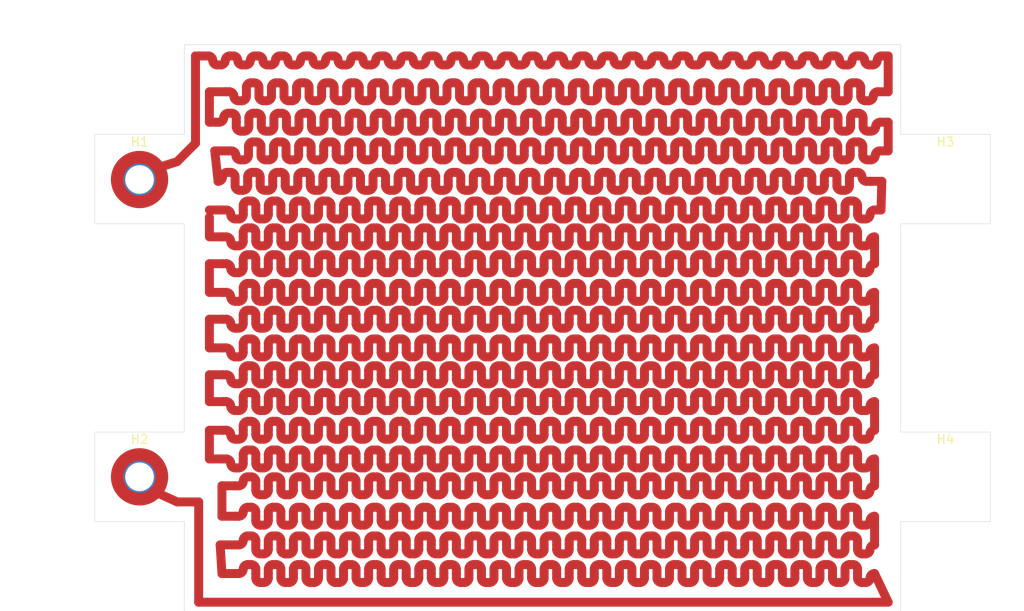
<source format=kicad_pcb>
(kicad_pcb (version 20240108) (generator "pcbnew") (generator_version "8.0")
  (layers (0 "F.Cu" signal) (31 "B.Cu" signal) (34 "B.Paste" user) (35 "F.Paste" user) (36 "B.SilkS" user "B.Silkscreen") (37 "F.SilkS" user "F.Silkscreen") (38 "B.Mask" user) (39 "F.Mask" user) (44 "Edge.Cuts" user))
  (net 0 "")
  (net 1 "Heater")
  (footprint "MountingHole:MountingHole_3.2mm_M3_Pad_TopOnly" (layer "F.Cu") (at 61.2 126.675)
    (property "Reference" "H2")
    (property "Value" "Heater-")
  )
  (footprint "MountingHole:MountingHole_3.2mm_M3" (layer "F.Cu") (at 151.2 126.675)
    (property "Reference" "H4")
    (property "Value" "MountingHole")
  )
  (footprint "MountingHole:MountingHole_3.2mm_M3_Pad_TopOnly" (layer "F.Cu") (at 61.2 93.475)
    (property "Reference" "H1")
    (property "Value" "Heater+")
  )
  (footprint "MountingHole:MountingHole_3.2mm_M3" (layer "F.Cu") (at 151.2 93.475)
    (property "Reference" "H3")
    (property "Value" "MountingHole")
  )
  (gr_poly (pts (xy 66.2 141.675) (xy 146.2 141.675) (xy 146.2 131.675) (xy 156.2 131.675) (xy 156.2 121.675) (xy 146.2 121.675) (xy 146.2 98.425) (xy 156.2 98.425) (xy 156.2 88.425) (xy 146.2 88.425) (xy 146.2 78.425) (xy 66.2 78.425) (xy 66.2 88.425) (xy 56.2 88.425) (xy 56.2 98.425) (xy 66.2 98.425) (xy 66.2 121.675) (xy 56.2 121.675) (xy 56.2 131.675) (xy 66.2 131.675)) (stroke (width 0.05)) (fill none) (layer "Edge.Cuts"))
  (segment (start 106.37928 109.075) (end 106.37928 109.575) (width 1) (layer "F.Cu") (net 1))
  (segment (start 81.17928 115.275) (end 81.17928 115.775) (width 1) (layer "F.Cu") (net 1))
  (segment (start 94.67928 113.275) (end 94.27928 113.275) (width 1) (layer "F.Cu") (net 1))
  (segment (start 101.13213 83.675) (end 101.13213 84.175) (width 1) (layer "F.Cu") (net 1))
  (segment (start 139.97928 115.275) (end 139.97928 115.775) (width 1) (layer "F.Cu") (net 1))
  (segment (start 125.97928 102.875) (end 125.97928 103.375) (width 1) (layer "F.Cu") (net 1))
  (segment (start 75.57928 112.275) (end 75.57928 112.775) (width 1) (layer "F.Cu") (net 1))
  (segment (start 87.67928 101.875) (end 87.27928 101.875) (width 1) (layer "F.Cu") (net 1))
  (segment (start 142.27928 125.675) (end 141.87928 125.675) (width 1) (layer "F.Cu") (net 1))
  (segment (start 72.27928 119.275) (end 71.87928 119.275) (width 1) (layer "F.Cu") (net 1))
  (segment (start 94.361323 90.775) (end 94.361323 90.275) (width 1) (layer "F.Cu") (net 1))
  (segment (start 106.461323 91.275) (end 106.061323 91.275) (width 1) (layer "F.Cu") (net 1))
  (segment (start 108.400998 87.575) (end 108.400998 87.075) (width 1) (layer "F.Cu") (net 1))
  (segment (start 103.472026 80.675) (end 103.872026 80.675) (width 1) (layer "F.Cu") (net 1))
  (segment (start 75.57928 121.475) (end 75.57928 121.975) (width 1) (layer "F.Cu") (net 1))
  (segment (start 111.97928 124.675) (end 111.97928 125.175) (width 1) (layer "F.Cu") (net 1))
  (segment (start 124.170666 92.675) (end 124.570666 92.675) (width 1) (layer "F.Cu") (net 1))
  (segment (start 103.57928 108.575) (end 103.57928 109.075) (width 1) (layer "F.Cu") (net 1))
  (segment (start 106.37928 130.575) (end 106.37928 131.075) (width 1) (layer "F.Cu") (net 1))
  (segment (start 128.77928 136.975) (end 128.77928 137.475) (width 1) (layer "F.Cu") (net 1))
  (segment (start 118.97928 137.975) (end 118.97928 137.475) (width 1) (layer "F.Cu") (net 1))
  (segment (start 138.57928 115.775) (end 138.57928 115.275) (width 1) (layer "F.Cu") (net 1))
  (segment (start 141.37928 100.375) (end 141.37928 99.875) (width 1) (layer "F.Cu") (net 1))
  (segment (start 113.37928 112.775) (end 113.37928 112.275) (width 1) (layer "F.Cu") (net 1))
  (segment (start 125.97928 117.775) (end 125.97928 118.275) (width 1) (layer "F.Cu") (net 1))
  (segment (start 106.37928 137.475) (end 106.37928 137.975) (width 1) (layer "F.Cu") (net 1))
  (segment (start 83.97928 133.775) (end 83.97928 134.275) (width 1) (layer "F.Cu") (net 1))
  (segment (start 123.17928 124.175) (end 123.17928 124.675) (width 1) (layer "F.Cu") (net 1))
  (segment (start 95.261323 91.275) (end 94.861323 91.275) (width 1) (layer "F.Cu") (net 1))
  (segment (start 106.37928 131.075) (end 106.37928 131.575) (width 1) (layer "F.Cu") (net 1))
  (segment (start 100.27928 107.075) (end 99.87928 107.075) (width 1) (layer "F.Cu") (net 1))
  (segment (start 83.97928 99.375) (end 83.97928 99.875) (width 1) (layer "F.Cu") (net 1))
  (segment (start 122.67928 107.075) (end 122.27928 107.075) (width 1) (layer "F.Cu") (net 1))
  (segment (start 82.57928 128.175) (end 82.57928 127.675) (width 1) (layer "F.Cu") (net 1))
  (segment (start 82.07928 123.675) (end 81.67928 123.675) (width 1) (layer "F.Cu") (net 1))
  (segment (start 104.47928 98.875) (end 104.07928 98.875) (width 1) (layer "F.Cu") (net 1))
  (segment (start 114.77928 106.075) (end 114.77928 106.575) (width 1) (layer "F.Cu") (net 1))
  (segment (start 117.57928 124.175) (end 117.57928 124.675) (width 1) (layer "F.Cu") (net 1))
  (segment (start 89.07928 119.275) (end 88.67928 119.275) (width 1) (layer "F.Cu") (net 1))
  (segment (start 110.57928 112.775) (end 110.57928 112.275) (width 1) (layer "F.Cu") (net 1))
  (segment (start 136.270666 93.175) (end 136.270666 93.675) (width 1) (layer "F.Cu") (net 1))
  (segment (start 133.87928 125.675) (end 133.47928 125.675) (width 1) (layer "F.Cu") (net 1))
  (segment (start 74.261323 89.275) (end 73.861323 89.275) (width 1) (layer "F.Cu") (net 1))
  (segment (start 96.07928 117.275) (end 95.67928 117.275) (width 1) (layer "F.Cu") (net 1))
  (segment (start 109.800998 87.075) (end 109.800998 87.575) (width 1) (layer "F.Cu") (net 1))
  (segment (start 74.17928 124.675) (end 74.17928 124.175) (width 1) (layer "F.Cu") (net 1))
  (segment (start 106.37928 127.675) (end 106.37928 128.175) (width 1) (layer "F.Cu") (net 1))
  (segment (start 128.77928 124.175) (end 128.77928 124.675) (width 1) (layer "F.Cu") (net 1))
  (segment (start 123.17928 114.775) (end 123.17928 115.275) (width 1) (layer "F.Cu") (net 1))
  (segment (start 131.07928 128.675) (end 130.67928 128.675) (width 1) (layer "F.Cu") (net 1))
  (segment (start 110.582077 97.375) (end 110.582077 96.875) (width 1) (layer "F.Cu") (net 1))
  (segment (start 72.27928 131.075) (end 71.87928 131.075) (width 1) (layer "F.Cu") (net 1))
  (segment (start 127.37928 118.775) (end 127.37928 118.275) (width 1) (layer "F.Cu") (net 1))
  (segment (start 99.73213 83.675) (end 99.73213 83.175) (width 1) (layer "F.Cu") (net 1))
  (segment (start 139.97928 114.775) (end 139.97928 115.275) (width 1) (layer "F.Cu") (net 1))
  (segment (start 133.87928 100.875) (end 133.47928 100.875) (width 1) (layer "F.Cu") (net 1))
  (segment (start 137.17928 106.075) (end 137.17928 106.575) (width 1) (layer "F.Cu") (net 1))
  (segment (start 139.47928 110.075) (end 139.07928 110.075) (width 1) (layer "F.Cu") (net 1))
  (segment (start 88.072026 79.675) (end 88.472026 79.675) (width 1) (layer "F.Cu") (net 1))
  (segment (start 107.27928 114.275) (end 106.87928 114.275) (width 1) (layer "F.Cu") (net 1))
  (segment (start 75.57928 133.775) (end 75.57928 134.275) (width 1) (layer "F.Cu") (net 1))
  (segment (start 96.57928 125.175) (end 96.57928 124.675) (width 1) (layer "F.Cu") (net 1))
  (segment (start 97.982077 96.875) (end 97.982077 97.375) (width 1) (layer "F.Cu") (net 1))
  (segment (start 98.561323 90.275) (end 98.561323 90.775) (width 1) (layer "F.Cu") (net 1))
  (segment (start 99.37928 115.775) (end 99.37928 115.275) (width 1) (layer "F.Cu") (net 1))
  (segment (start 76.97928 121.475) (end 76.97928 120.975) (width 1) (layer "F.Cu") (net 1))
  (segment (start 101.67928 98.875) (end 101.27928 98.875) (width 1) (layer "F.Cu") (net 1))
  (segment (start 96.57928 127.675) (end 96.57928 127.175) (width 1) (layer "F.Cu") (net 1))
  (segment (start 92.37928 127.175) (end 92.37928 127.675) (width 1) (layer "F.Cu") (net 1))
  (segment (start 86.282077 97.875) (end 85.882077 97.875) (width 1) (layer "F.Cu") (net 1))
  (segment (start 113.37928 131.575) (end 113.37928 131.075) (width 1) (layer "F.Cu") (net 1))
  (segment (start 133.87928 128.675) (end 133.47928 128.675) (width 1) (layer "F.Cu") (net 1))
  (segment (start 111.97928 115.275) (end 111.97928 115.775) (width 1) (layer "F.Cu") (net 1))
  (segment (start 73.361323 90.275) (end 73.361323 90.775) (width 1) (layer "F.Cu") (net 1))
  (segment (start 112.87928 117.275) (end 112.47928 117.275) (width 1) (layer "F.Cu") (net 1))
  (segment (start 76.97928 106.075) (end 76.97928 105.575) (width 1) (layer "F.Cu") (net 1))
  (segment (start 81.072026 80.675) (end 81.472026 80.675) (width 1) (layer "F.Cu") (net 1))
  (segment (start 90.97928 131.575) (end 90.97928 131.075) (width 1) (layer "F.Cu") (net 1))
  (segment (start 98.882077 95.875) (end 98.482077 95.875) (width 1) (layer "F.Cu") (net 1))
  (segment (start 82.57928 118.275) (end 82.57928 117.775) (width 1) (layer "F.Cu") (net 1))
  (segment (start 127.37928 109.575) (end 127.37928 109.075) (width 1) (layer "F.Cu") (net 1))
  (segment (start 93.27928 133.275) (end 92.87928 133.275) (width 1) (layer "F.Cu") (net 1))
  (segment (start 125.97928 134.275) (end 125.97928 134.775) (width 1) (layer "F.Cu") (net 1))
  (segment (start 108.361323 90.275) (end 108.361323 89.775) (width 1) (layer "F.Cu") (net 1))
  (segment (start 79.370666 92.675) (end 79.770666 92.675) (width 1) (layer "F.Cu") (net 1))
  (segment (start 126.87928 117.275) (end 126.47928 117.275) (width 1) (layer "F.Cu") (net 1))
  (segment (start 85.37928 112.275) (end 85.37928 111.775) (width 1) (layer "F.Cu") (net 1))
  (segment (start 134.37928 111.775) (end 134.37928 112.275) (width 1) (layer "F.Cu") (net 1))
  (segment (start 135.77928 137.475) (end 135.77928 136.975) (width 1) (layer "F.Cu") (net 1))
  (segment (start 114.27928 125.675) (end 113.87928 125.675) (width 1) (layer "F.Cu") (net 1))
  (segment (start 116.17928 137.975) (end 116.17928 137.475) (width 1) (layer "F.Cu") (net 1))
  (segment (start 93.77928 99.875) (end 93.77928 99.375) (width 1) (layer "F.Cu") (net 1))
  (segment (start 105.470666 93.175) (end 105.470666 93.675) (width 1) (layer "F.Cu") (net 1))
  (segment (start 142.27928 116.275) (end 141.87928 116.275) (width 1) (layer "F.Cu") (net 1))
  (segment (start 123.17928 112.275) (end 123.17928 112.775) (width 1) (layer "F.Cu") (net 1))
  (segment (start 132.47928 101.875) (end 132.07928 101.875) (width 1) (layer "F.Cu") (net 1))
  (segment (start 113.37928 128.175) (end 113.37928 127.675) (width 1) (layer "F.Cu") (net 1))
  (segment (start 139.200998 87.575) (end 139.200998 87.075) (width 1) (layer "F.Cu") (net 1))
  (segment (start 140.970666 92.675) (end 141.370666 92.675) (width 1) (layer "F.Cu") (net 1))
  (segment (start 120.37928 112.275) (end 120.37928 112.775) (width 1) (layer "F.Cu") (net 1))
  (segment (start 82.700998 86.075) (end 82.300998 86.075) (width 1) (layer "F.Cu") (net 1))
  (segment (start 100.27928 100.875) (end 99.87928 100.875) (width 1) (layer "F.Cu") (net 1))
  (segment (start 82.57928 112.275) (end 82.57928 111.775) (width 1) (layer "F.Cu") (net 1))
  (segment (start 104.97928 118.775) (end 104.97928 118.275) (width 1) (layer "F.Cu") (net 1))
  (segment (start 125.47928 128.675) (end 125.07928 128.675) (width 1) (layer "F.Cu") (net 1))
  (segment (start 80.67928 119.275) (end 80.27928 119.275) (width 1) (layer "F.Cu") (net 1))
  (segment (start 131.661323 91.275) (end 131.261323 91.275) (width 1) (layer "F.Cu") (net 1))
  (segment (start 106.961323 89.775) (end 106.961323 90.275) (width 1) (layer "F.Cu") (net 1))
  (segment (start 80.67928 128.675) (end 80.27928 128.675) (width 1) (layer "F.Cu") (net 1))
  (segment (start 87.67928 120.475) (end 87.27928 120.475) (width 1) (layer "F.Cu") (net 1))
  (segment (start 132.47928 133.275) (end 132.07928 133.275) (width 1) (layer "F.Cu") (net 1))
  (segment (start 99.37928 128.175) (end 99.37928 127.675) (width 1) (layer "F.Cu") (net 1))
  (segment (start 120.37928 111.775) (end 120.37928 112.275) (width 1) (layer "F.Cu") (net 1))
  (segment (start 114.000998 87.575) (end 114.000998 87.075) (width 1) (layer "F.Cu") (net 1))
  (segment (start 83.97928 130.575) (end 83.97928 131.075) (width 1) (layer "F.Cu") (net 1))
  (segment (start 74.761323 90.275) (end 74.761323 89.775) (width 1) (layer "F.Cu") (net 1))
  (segment (start 92.37928 105.575) (end 92.37928 106.075) (width 1) (layer "F.Cu") (net 1))
  (segment (start 132.97928 134.775) (end 132.97928 134.275) (width 1) (layer "F.Cu") (net 1))
  (segment (start 116.761323 90.275) (end 116.761323 89.775) (width 1) (layer "F.Cu") (net 1))
  (segment (start 106.37928 112.275) (end 106.37928 112.775) (width 1) (layer "F.Cu") (net 1))
  (segment (start 75.43213 84.675) (end 75.03213 84.675) (width 1) (layer "F.Cu") (net 1))
  (segment (start 141.73213 83.675) (end 141.73213 83.175) (width 1) (layer "F.Cu") (net 1))
  (segment (start 117.57928 108.575) (end 117.57928 109.075) (width 1) (layer "F.Cu") (net 1))
  (segment (start 97.97928 136.975) (end 97.97928 137.475) (width 1) (layer "F.Cu") (net 1))
  (segment (start 90.070666 93.675) (end 90.070666 93.175) (width 1) (layer "F.Cu") (net 1))
  (segment (start 85.37928 124.675) (end 85.37928 124.175) (width 1) (layer "F.Cu") (net 1))
  (segment (start 105.33213 84.175) (end 105.33213 83.675) (width 1) (layer "F.Cu") (net 1))
  (segment (start 89.57928 99.875) (end 89.57928 100.375) (width 1) (layer "F.Cu") (net 1))
  (segment (start 97.97928 99.375) (end 97.97928 99.875) (width 1) (layer "F.Cu") (net 1))
  (segment (start 139.97928 117.775) (end 139.97928 118.275) (width 1) (layer "F.Cu") (net 1))
  (segment (start 83.161323 90.275) (end 83.161323 89.775) (width 1) (layer "F.Cu") (net 1))
  (segment (start 75.07928 116.275) (end 74.67928 116.275) (width 1) (layer "F.Cu") (net 1))
  (segment (start 72.27928 116.275) (end 71.87928 116.275) (width 1) (layer "F.Cu") (net 1))
  (segment (start 106.37928 106.075) (end 106.37928 106.575) (width 1) (layer "F.Cu") (net 1))
  (segment (start 125.47928 125.675) (end 125.07928 125.675) (width 1) (layer "F.Cu") (net 1))
  (segment (start 129.361323 90.275) (end 129.361323 90.775) (width 1) (layer "F.Cu") (net 1))
  (segment (start 126.561323 89.775) (end 126.561323 90.275) (width 1) (layer "F.Cu") (net 1))
  (segment (start 92.37928 120.975) (end 92.37928 121.475) (width 1) (layer "F.Cu") (net 1))
  (segment (start 100.27928 116.275) (end 99.87928 116.275) (width 1) (layer "F.Cu") (net 1))
  (segment (start 113.73213 83.675) (end 113.73213 83.175) (width 1) (layer "F.Cu") (net 1))
  (segment (start 73.361323 89.775) (end 73.361323 90.275) (width 1) (layer "F.Cu") (net 1))
  (segment (start 86.77928 121.475) (end 86.77928 121.975) (width 1) (layer "F.Cu") (net 1))
  (segment (start 120.37928 102.875) (end 120.37928 103.375) (width 1) (layer "F.Cu") (net 1))
  (segment (start 121.77928 106.575) (end 121.77928 106.075) (width 1) (layer "F.Cu") (net 1))
  (segment (start 116.800998 87.075) (end 116.800998 86.575) (width 1) (layer "F.Cu") (net 1))
  (segment (start 93.77928 102.875) (end 93.77928 102.375) (width 1) (layer "F.Cu") (net 1))
  (segment (start 137.17928 109.075) (end 137.17928 109.575) (width 1) (layer "F.Cu") (net 1))
  (segment (start 113.37928 112.275) (end 113.37928 111.775) (width 1) (layer "F.Cu") (net 1))
  (segment (start 133.882077 97.875) (end 133.482077 97.875) (width 1) (layer "F.Cu") (net 1))
  (segment (start 112.87928 101.875) (end 112.47928 101.875) (width 1) (layer "F.Cu") (net 1))
  (segment (start 130.03213 82.675) (end 129.63213 82.675) (width 1) (layer "F.Cu") (net 1))
  (segment (start 113.382077 96.875) (end 113.382077 96.375) (width 1) (layer "F.Cu") (net 1))
  (segment (start 108.67928 103.875) (end 108.27928 103.875) (width 1) (layer "F.Cu") (net 1))
  (segment (start 105.87928 132.075) (end 105.47928 132.075) (width 1) (layer "F.Cu") (net 1))
  (segment (start 72.861323 91.275) (end 72.461323 91.275) (width 1) (layer "F.Cu") (net 1))
  (segment (start 115.67928 126.675) (end 115.27928 126.675) (width 1) (layer "F.Cu") (net 1))
  (segment (start 112.87928 98.875) (end 112.47928 98.875) (width 1) (layer "F.Cu") (net 1))
  (segment (start 75.57928 117.775) (end 75.57928 118.275) (width 1) (layer "F.Cu") (net 1))
  (segment (start 135.900998 86.075) (end 135.500998 86.075) (width 1) (layer "F.Cu") (net 1))
  (segment (start 120.870666 94.175) (end 120.870666 93.675) (width 1) (layer "F.Cu") (net 1))
  (segment (start 93.27928 123.675) (end 92.87928 123.675) (width 1) (layer "F.Cu") (net 1))
  (segment (start 123.17928 118.275) (end 123.17928 118.775) (width 1) (layer "F.Cu") (net 1))
  (segment (start 126.87928 111.275) (end 126.47928 111.275) (width 1) (layer "F.Cu") (net 1))
  (segment (start 139.982077 96.875) (end 139.982077 97.375) (width 1) (layer "F.Cu") (net 1))
  (segment (start 130.670666 93.175) (end 130.670666 93.675) (width 1) (layer "F.Cu") (net 1))
  (segment (start 76.97928 128.175) (end 76.97928 127.675) (width 1) (layer "F.Cu") (net 1))
  (segment (start 111.97928 111.775) (end 111.97928 112.275) (width 1) (layer "F.Cu") (net 1))
  (segment (start 88.17928 121.475) (end 88.17928 120.975) (width 1) (layer "F.Cu") (net 1))
  (segment (start 75.57928 137.475) (end 75.57928 137.975) (width 1) (layer "F.Cu") (net 1))
  (segment (start 135.27928 133.275) (end 134.87928 133.275) (width 1) (layer "F.Cu") (net 1))
  (segment (start 99.37928 103.375) (end 99.37928 102.875) (width 1) (layer "F.Cu") (net 1))
  (segment (start 113.37928 131.075) (end 113.37928 130.575) (width 1) (layer "F.Cu") (net 1))
  (segment (start 96.07928 123.675) (end 95.67928 123.675) (width 1) (layer "F.Cu") (net 1))
  (segment (start 83.97928 118.275) (end 83.97928 118.775) (width 1) (layer "F.Cu") (net 1))
  (segment (start 89.07928 100.875) (end 88.67928 100.875) (width 1) (layer "F.Cu") (net 1))
  (segment (start 75.57928 124.175) (end 75.57928 124.675) (width 1) (layer "F.Cu") (net 1))
  (segment (start 78.37928 137.475) (end 78.37928 137.975) (width 1) (layer "F.Cu") (net 1))
  (segment (start 139.97928 130.575) (end 139.97928 131.075) (width 1) (layer "F.Cu") (net 1))
  (segment (start 74.17928 137.475) (end 74.17928 136.975) (width 1) (layer "F.Cu") (net 1))
  (segment (start 136.67928 100.875) (end 136.27928 100.875) (width 1) (layer "F.Cu") (net 1))
  (segment (start 72.77928 99.375) (end 72.77928 99.875) (width 1) (layer "F.Cu") (net 1))
  (segment (start 125.47928 132.075) (end 125.07928 132.075) (width 1) (layer "F.Cu") (net 1))
  (segment (start 101.400998 86.575) (end 101.400998 87.075) (width 1) (layer "F.Cu") (net 1))
  (segment (start 107.77928 115.275) (end 107.77928 114.775) (width 1) (layer "F.Cu") (net 1))
  (segment (start 134.37928 131.075) (end 134.37928 131.575) (width 1) (layer "F.Cu") (net 1))
  (segment (start 95.17928 108.575) (end 95.17928 109.075) (width 1) (layer "F.Cu") (net 1))
  (segment (start 108.270666 93.675) (end 108.270666 94.175) (width 1) (layer "F.Cu") (net 1))
  (segment (start 114.77928 114.775) (end 114.77928 115.275) (width 1) (layer "F.Cu") (net 1))
  (segment (start 118.97928 134.275) (end 118.97928 133.775) (width 1) (layer "F.Cu") (net 1))
  (segment (start 106.37928 115.275) (end 106.37928 115.775) (width 1) (layer "F.Cu") (net 1))
  (segment (start 81.17928 131.075) (end 81.17928 131.575) (width 1) (layer "F.Cu") (net 1))
  (segment (start 93.77928 106.575) (end 93.77928 106.075) (width 1) (layer "F.Cu") (net 1))
  (segment (start 132.97928 99.875) (end 132.97928 99.375) (width 1) (layer "F.Cu") (net 1))
  (segment (start 111.83213 84.675) (end 111.43213 84.675) (width 1) (layer "F.Cu") (net 1))
  (segment (start 137.53213 83.175) (end 137.53213 83.675) (width 1) (layer "F.Cu") (net 1))
  (segment (start 132.070666 94.175) (end 132.070666 93.675) (width 1) (layer "F.Cu") (net 1))
  (segment (start 121.77928 124.675) (end 121.77928 124.175) (width 1) (layer "F.Cu") (net 1))
  (segment (start 101.67928 126.675) (end 101.27928 126.675) (width 1) (layer "F.Cu") (net 1))
  (segment (start 135.77928 115.775) (end 135.77928 115.275) (width 1) (layer "F.Cu") (net 1))
  (segment (start 97.47928 122.475) (end 97.07928 122.475) (width 1) (layer "F.Cu") (net 1))
  (segment (start 104.97928 106.575) (end 104.97928 106.075) (width 1) (layer "F.Cu") (net 1))
  (segment (start 132.97928 125.175) (end 132.97928 124.675) (width 1) (layer "F.Cu") (net 1))
  (segment (start 100.27928 135.275) (end 99.87928 135.275) (width 1) (layer "F.Cu") (net 1))
  (segment (start 127.37928 99.875) (end 127.37928 99.375) (width 1) (layer "F.Cu") (net 1))
  (segment (start 87.67928 123.675) (end 87.27928 123.675) (width 1) (layer "F.Cu") (net 1))
  (segment (start 110.07928 130.075) (end 109.67928 130.075) (width 1) (layer "F.Cu") (net 1))
  (segment (start 77.87928 138.475) (end 77.47928 138.475) (width 1) (layer "F.Cu") (net 1))
  (segment (start 132.97928 118.775) (end 132.97928 118.275) (width 1) (layer "F.Cu") (net 1))
  (segment (start 128.77928 134.275) (end 128.77928 134.775) (width 1) (layer "F.Cu") (net 1))
  (segment (start 120.37928 108.575) (end 120.37928 109.075) (width 1) (layer "F.Cu") (net 1))
  (segment (start 131.57928 131.075) (end 131.57928 131.575) (width 1) (layer "F.Cu") (net 1))
  (segment (start 94.13213 83.675) (end 94.13213 83.175) (width 1) (layer "F.Cu") (net 1))
  (segment (start 79.77928 124.675) (end 79.77928 124.175) (width 1) (layer "F.Cu") (net 1))
  (segment (start 116.761323 90.775) (end 116.761323 90.275) (width 1) (layer "F.Cu") (net 1))
  (segment (start 94.67928 132.075) (end 94.27928 132.075) (width 1) (layer "F.Cu") (net 1))
  (segment (start 90.47928 105.075) (end 90.07928 105.075) (width 1) (layer "F.Cu") (net 1))
  (segment (start 141.37928 137.975) (end 141.37928 137.475) (width 1) (layer "F.Cu") (net 1))
  (segment (start 111.97928 136.975) (end 111.97928 137.475) (width 1) (layer "F.Cu") (net 1))
  (segment (start 113.961323 90.275) (end 113.961323 89.775) (width 1) (layer "F.Cu") (net 1))
  (segment (start 72.27928 110.075) (end 71.87928 110.075) (width 1) (layer "F.Cu") (net 1))
  (segment (start 108.400998 87.075) (end 108.400998 86.575) (width 1) (layer "F.Cu") (net 1))
  (segment (start 97.97928 130.575) (end 97.97928 131.075) (width 1) (layer "F.Cu") (net 1))
  (segment (start 96.57928 134.775) (end 96.57928 134.275) (width 1) (layer "F.Cu") (net 1))
  (segment (start 139.97928 137.475) (end 139.97928 137.975) (width 1) (layer "F.Cu") (net 1))
  (segment (start 135.27928 117.275) (end 134.87928 117.275) (width 1) (layer "F.Cu") (net 1))
  (segment (start 131.07928 138.475) (end 130.67928 138.475) (width 1) (layer "F.Cu") (net 1))
  (segment (start 87.361323 90.275) (end 87.361323 90.775) (width 1) (layer "F.Cu") (net 1))
  (segment (start 89.07928 132.075) (end 88.67928 132.075) (width 1) (layer "F.Cu") (net 1))
  (segment (start 89.93213 83.675) (end 89.93213 84.175) (width 1) (layer "F.Cu") (net 1))
  (segment (start 131.57928 102.375) (end 131.57928 102.875) (width 1) (layer "F.Cu") (net 1))
  (segment (start 123.17928 120.975) (end 123.17928 121.475) (width 1) (layer "F.Cu") (net 1))
  (segment (start 128.000998 87.075) (end 128.000998 86.575) (width 1) (layer "F.Cu") (net 1))
  (segment (start 72.77928 106.075) (end 72.77928 106.575) (width 1) (layer "F.Cu") (net 1))
  (segment (start 85.37928 121.475) (end 85.37928 120.975) (width 1) (layer "F.Cu") (net 1))
  (segment (start 97.070666 93.175) (end 97.070666 93.675) (width 1) (layer "F.Cu") (net 1))
  (segment (start 76.97928 134.775) (end 76.97928 134.275) (width 1) (layer "F.Cu") (net 1))
  (segment (start 75.93213 83.175) (end 75.93213 83.675) (width 1) (layer "F.Cu") (net 1))
  (segment (start 101.67928 111.275) (end 101.27928 111.275) (width 1) (layer "F.Cu") (net 1))
  (segment (start 121.77928 137.975) (end 121.77928 137.475) (width 1) (layer "F.Cu") (net 1))
  (segment (start 94.270666 93.675) (end 94.270666 94.175) (width 1) (layer "F.Cu") (net 1))
  (segment (start 124.07928 123.675) (end 123.67928 123.675) (width 1) (layer "F.Cu") (net 1))
  (segment (start 94.400998 87.575) (end 94.400998 87.075) (width 1) (layer "F.Cu") (net 1))
  (segment (start 116.800998 87.575) (end 116.800998 87.075) (width 1) (layer "F.Cu") (net 1))
  (segment (start 92.73213 83.175) (end 92.73213 83.675) (width 1) (layer "F.Cu") (net 1))
  (segment (start 99.500998 86.075) (end 99.100998 86.075) (width 1) (layer "F.Cu") (net 1))
  (segment (start 106.382077 96.875) (end 106.382077 97.375) (width 1) (layer "F.Cu") (net 1))
  (segment (start 121.77928 137.475) (end 121.77928 136.975) (width 1) (layer "F.Cu") (net 1))
  (segment (start 61 127.475) (end 65.4 129.475) (width 1) (layer "F.Cu") (net 1))
  (segment (start 135.000998 87.075) (end 135.000998 87.575) (width 1) (layer "F.Cu") (net 1))
  (segment (start 87.67928 114.275) (end 87.27928 114.275) (width 1) (layer "F.Cu") (net 1))
  (segment (start 131.07928 100.875) (end 130.67928 100.875) (width 1) (layer "F.Cu") (net 1))
  (segment (start 103.07928 135.275) (end 102.67928 135.275) (width 1) (layer "F.Cu") (net 1))
  (segment (start 123.182077 96.875) (end 123.182077 97.375) (width 1) (layer "F.Cu") (net 1))
  (segment (start 81.800998 86.575) (end 81.800998 87.075) (width 1) (layer "F.Cu") (net 1))
  (segment (start 107.77928 137.475) (end 107.77928 136.975) (width 1) (layer "F.Cu") (net 1))
  (segment (start 89.57928 114.775) (end 89.57928 115.275) (width 1) (layer "F.Cu") (net 1))
  (segment (start 95.17928 133.775) (end 95.17928 134.275) (width 1) (layer "F.Cu") (net 1))
  (segment (start 79.27928 111.275) (end 78.87928 111.275) (width 1) (layer "F.Cu") (net 1))
  (segment (start 90.47928 136.475) (end 90.07928 136.475) (width 1) (layer "F.Cu") (net 1))
  (segment (start 76.482077 95.875) (end 76.082077 95.875) (width 1) (layer "F.Cu") (net 1))
  (segment (start 131.07928 107.075) (end 130.67928 107.075) (width 1) (layer "F.Cu") (net 1))
  (segment (start 117.57928 111.775) (end 117.57928 112.275) (width 1) (layer "F.Cu") (net 1))
  (segment (start 142.000998 87.575) (end 142.000998 87.075) (width 1) (layer "F.Cu") (net 1))
  (segment (start 115.361323 89.775) (end 115.361323 90.275) (width 1) (layer "F.Cu") (net 1))
  (segment (start 88.670666 93.175) (end 88.670666 93.675) (width 1) (layer "F.Cu") (net 1))
  (segment (start 127.961323 90.275) (end 127.961323 89.775) (width 1) (layer "F.Cu") (net 1))
  (segment (start 144.8 90.275) (end 143.861323 90.275) (width 1) (layer "F.Cu") (net 1))
  (segment (start 90.97928 106.075) (end 90.97928 105.575) (width 1) (layer "F.Cu") (net 1))
  (segment (start 135.27928 108.075) (end 134.87928 108.075) (width 1) (layer "F.Cu") (net 1))
  (segment (start 120.37928 102.375) (end 120.37928 102.875) (width 1) (layer "F.Cu") (net 1))
  (segment (start 90.47928 126.675) (end 90.07928 126.675) (width 1) (layer "F.Cu") (net 1))
  (segment (start 91.561323 90.275) (end 91.561323 89.775) (width 1) (layer "F.Cu") (net 1))
  (segment (start 107.000998 87.075) (end 107.000998 87.575) (width 1) (layer "F.Cu") (net 1))
  (segment (start 91.100998 86.075) (end 90.700998 86.075) (width 1) (layer "F.Cu") (net 1))
  (segment (start 103.07928 128.675) (end 102.67928 128.675) (width 1) (layer "F.Cu") (net 1))
  (segment (start 96.07928 98.875) (end 95.67928 98.875) (width 1) (layer "F.Cu") (net 1))
  (segment (start 104.97928 112.775) (end 104.97928 112.275) (width 1) (layer "F.Cu") (net 1))
  (segment (start 72.672026 80.675) (end 73.072026 80.675) (width 1) (layer "F.Cu") (net 1))
  (segment (start 81.17928 121.475) (end 81.17928 121.975) (width 1) (layer "F.Cu") (net 1))
  (segment (start 84.561323 90.275) (end 84.561323 90.775) (width 1) (layer "F.Cu") (net 1))
  (segment (start 121.27928 120.475) (end 120.87928 120.475) (width 1) (layer "F.Cu") (net 1))
  (segment (start 102.17928 121.475) (end 102.17928 120.975) (width 1) (layer "F.Cu") (net 1))
  (segment (start 79.77928 121.975) (end 79.77928 121.475) (width 1) (layer "F.Cu") (net 1))
  (segment (start 136.361323 90.775) (end 136.361323 90.275) (width 1) (layer "F.Cu") (net 1))
  (segment (start 121.27928 126.675) (end 120.87928 126.675) (width 1) (layer "F.Cu") (net 1))
  (segment (start 84.87928 101.875) (end 84.47928 101.875) (width 1) (layer "F.Cu") (net 1))
  (segment (start 128.77928 99.375) (end 128.77928 99.875) (width 1) (layer "F.Cu") (net 1))
  (segment (start 72.370666 94.675) (end 72.770666 94.675) (width 1) (layer "F.Cu") (net 1))
  (segment (start 106.37928 120.975) (end 106.37928 121.475) (width 1) (layer "F.Cu") (net 1))
  (segment (start 141.500998 86.075) (end 141.100998 86.075) (width 1) (layer "F.Cu") (net 1))
  (segment (start 116.03213 82.675) (end 115.63213 82.675) (width 1) (layer "F.Cu") (net 1))
  (segment (start 140.87928 130.075) (end 140.47928 130.075) (width 1) (layer "F.Cu") (net 1))
  (segment (start 129.67928 130.075) (end 129.27928 130.075) (width 1) (layer "F.Cu") (net 1))
  (segment (start 119.470666 93.675) (end 119.470666 94.175) (width 1) (layer "F.Cu") (net 1))
  (segment (start 113.37928 99.875) (end 113.37928 99.375) (width 1) (layer "F.Cu") (net 1))
  (segment (start 109.17928 124.675) (end 109.17928 125.175) (width 1) (layer "F.Cu") (net 1))
  (segment (start 104.47928 126.675) (end 104.07928 126.675) (width 1) (layer "F.Cu") (net 1))
  (segment (start 128.282077 97.875) (end 127.882077 97.875) (width 1) (layer "F.Cu") (net 1))
  (segment (start 86.77928 133.775) (end 86.77928 134.275) (width 1) (layer "F.Cu") (net 1))
  (segment (start 124.07928 117.275) (end 123.67928 117.275) (width 1) (layer "F.Cu") (net 1))
  (segment (start 107.27928 126.675) (end 106.87928 126.675) (width 1) (layer "F.Cu") (net 1))
  (segment (start 102.17928 125.175) (end 102.17928 124.675) (width 1) (layer "F.Cu") (net 1))
  (segment (start 105.87928 135.275) (end 105.47928 135.275) (width 1) (layer "F.Cu") (net 1))
  (segment (start 137.17928 124.175) (end 137.17928 124.675) (width 1) (layer "F.Cu") (net 1))
  (segment (start 135.77928 134.775) (end 135.77928 134.275) (width 1) (layer "F.Cu") (net 1))
  (segment (start 114.27928 107.075) (end 113.87928 107.075) (width 1) (layer "F.Cu") (net 1))
  (segment (start 134.73213 83.675) (end 134.73213 84.175) (width 1) (layer "F.Cu") (net 1))
  (segment (start 107.782077 97.375) (end 107.782077 96.875) (width 1) (layer "F.Cu") (net 1))
  (segment (start 79.000998 87.075) (end 79.000998 87.575) (width 1) (layer "F.Cu") (net 1))
  (segment (start 92.37928 124.675) (end 92.37928 125.175) (width 1) (layer "F.Cu") (net 1))
  (segment (start 96.57928 99.875) (end 96.57928 99.375) (width 1) (layer "F.Cu") (net 1))
  (segment (start 120.37928 115.275) (end 120.37928 115.775) (width 1) (layer "F.Cu") (net 1))
  (segment (start 102.17928 109.075) (end 102.17928 108.575) (width 1) (layer "F.Cu") (net 1))
  (segment (start 97.97928 109.075) (end 97.97928 109.575) (width 1) (layer "F.Cu") (net 1))
  (segment (start 137.800998 87.075) (end 137.800998 87.575) (width 1) (layer "F.Cu") (net 1))
  (segment (start 75.472026 80.675) (end 75.872026 80.675) (width 1) (layer "F.Cu") (net 1))
  (segment (start 136.13213 84.175) (end 136.13213 83.675) (width 1) (layer "F.Cu") (net 1))
  (segment (start 96.57928 106.075) (end 96.57928 105.575) (width 1) (layer "F.Cu") (net 1))
  (segment (start 138.07928 101.875) (end 137.67928 101.875) (width 1) (layer "F.Cu") (net 1))
  (segment (start 74.17928 109.575) (end 74.17928 109.075) (width 1) (layer "F.Cu") (net 1))
  (segment (start 136.361323 90.275) (end 136.361323 89.775) (width 1) (layer "F.Cu") (net 1))
  (segment (start 92.23213 84.675) (end 91.83213 84.675) (width 1) (layer "F.Cu") (net 1))
  (segment (start 92.37928 106.075) (end 92.37928 106.575) (width 1) (layer "F.Cu") (net 1))
  (segment (start 128.900998 88.075) (end 128.500998 88.075) (width 1) (layer "F.Cu") (net 1))
  (segment (start 105.87928 107.075) (end 105.47928 107.075) (width 1) (layer "F.Cu") (net 1))
  (segment (start 96.93213 84.175) (end 96.93213 83.675) (width 1) (layer "F.Cu") (net 1))
  (segment (start 74.53213 83.675) (end 74.53213 83.175) (width 1) (layer "F.Cu") (net 1))
  (segment (start 140.87928 123.675) (end 140.47928 123.675) (width 1) (layer "F.Cu") (net 1))
  (segment (start 87.67928 130.075) (end 87.27928 130.075) (width 1) (layer "F.Cu") (net 1))
  (segment (start 113.870666 93.175) (end 113.870666 93.675) (width 1) (layer "F.Cu") (net 1))
  (segment (start 127.37928 115.275) (end 127.37928 114.775) (width 1) (layer "F.Cu") (net 1))
  (segment (start 110.07928 114.275) (end 109.67928 114.275) (width 1) (layer "F.Cu") (net 1))
  (segment (start 117.57928 112.275) (end 117.57928 112.775) (width 1) (layer "F.Cu") (net 1))
  (segment (start 107.77928 121.475) (end 107.77928 120.975) (width 1) (layer "F.Cu") (net 1))
  (segment (start 75.57928 118.275) (end 75.57928 118.775) (width 1) (layer "F.Cu") (net 1))
  (segment (start 120.37928 130.575) (end 120.37928 131.075) (width 1) (layer "F.Cu") (net 1))
  (segment (start 116.17928 131.575) (end 116.17928 131.075) (width 1) (layer "F.Cu") (net 1))
  (segment (start 97.47928 107.075) (end 97.07928 107.075) (width 1) (layer "F.Cu") (net 1))
  (segment (start 89.082077 97.875) (end 88.682077 97.875) (width 1) (layer "F.Cu") (net 1))
  (segment (start 108.67928 116.275) (end 108.27928 116.275) (width 1) (layer "F.Cu") (net 1))
  (segment (start 109.17928 134.275) (end 109.17928 134.775) (width 1) (layer "F.Cu") (net 1))
  (segment (start 104.47928 108.075) (end 104.07928 108.075) (width 1) (layer "F.Cu") (net 1))
  (segment (start 114.77928 111.775) (end 114.77928 112.275) (width 1) (layer "F.Cu") (net 1))
  (segment (start 97.97928 137.475) (end 97.97928 137.975) (width 1) (layer "F.Cu") (net 1))
  (segment (start 141.961323 90.275) (end 141.961323 89.775) (width 1) (layer "F.Cu") (net 1))
  (segment (start 130.17928 118.775) (end 130.17928 118.275) (width 1) (layer "F.Cu") (net 1))
  (segment (start 92.870666 93.675) (end 92.870666 93.175) (width 1) (layer "F.Cu") (net 1))
  (segment (start 99.382077 96.875) (end 99.382077 96.375) (width 1) (layer "F.Cu") (net 1))
  (segment (start 73.67928 111.275) (end 73.27928 111.275) (width 1) (layer "F.Cu") (net 1))
  (segment (start 131.93213 83.675) (end 131.93213 84.175) (width 1) (layer "F.Cu") (net 1))
  (segment (start 92.37928 99.375) (end 92.37928 99.875) (width 1) (layer "F.Cu") (net 1))
  (segment (start 76.872026 79.675) (end 77.272026 79.675) (width 1) (layer "F.Cu") (net 1))
  (segment (start 89.661323 91.275) (end 89.261323 91.275) (width 1) (layer "F.Cu") (net 1))
  (segment (start 131.57928 112.275) (end 131.57928 112.775) (width 1) (layer "F.Cu") (net 1))
  (segment (start 87.13213 83.175) (end 87.13213 83.675) (width 1) (layer "F.Cu") (net 1))
  (segment (start 132.47928 130.075) (end 132.07928 130.075) (width 1) (layer "F.Cu") (net 1))
  (segment (start 141.37928 121.975) (end 141.37928 121.475) (width 1) (layer "F.Cu") (net 1))
  (segment (start 125.070666 93.675) (end 125.070666 94.175) (width 1) (layer "F.Cu") (net 1))
  (segment (start 118.47928 120.475) (end 118.07928 120.475) (width 1) (layer "F.Cu") (net 1))
  (segment (start 74.17928 99.875) (end 74.17928 99.375) (width 1) (layer "F.Cu") (net 1))
  (segment (start 116.17928 121.475) (end 116.17928 120.975) (width 1) (layer "F.Cu") (net 1))
  (segment (start 112.600998 87.075) (end 112.600998 87.575) (width 1) (layer "F.Cu") (net 1))
  (segment (start 91.470666 93.675) (end 91.470666 94.175) (width 1) (layer "F.Cu") (net 1))
  (segment (start 139.47928 116.275) (end 139.07928 116.275) (width 1) (layer "F.Cu") (net 1))
  (segment (start 111.97928 99.375) (end 111.97928 99.875) (width 1) (layer "F.Cu") (net 1))
  (segment (start 131.57928 118.275) (end 131.57928 118.775) (width 1) (layer "F.Cu") (net 1))
  (segment (start 99.37928 118.275) (end 99.37928 117.775) (width 1) (layer "F.Cu") (net 1))
  (segment (start 132.161323 89.775) (end 132.161323 90.275) (width 1) (layer "F.Cu") (net 1))
  (segment (start 75.07928 122.475) (end 74.67928 122.475) (width 1) (layer "F.Cu") (net 1))
  (segment (start 112.970666 92.675) (end 113.370666 92.675) (width 1) (layer "F.Cu") (net 1))
  (segment (start 89.57928 105.575) (end 89.57928 106.075) (width 1) (layer "F.Cu") (net 1))
  (segment (start 125.97928 131.075) (end 125.97928 131.575) (width 1) (layer "F.Cu") (net 1))
  (segment (start 97.97928 115.275) (end 97.97928 115.775) (width 1) (layer "F.Cu") (net 1))
  (segment (start 115.67928 123.675) (end 115.27928 123.675) (width 1) (layer "F.Cu") (net 1))
  (segment (start 137.300998 88.075) (end 136.900998 88.075) (width 1) (layer "F.Cu") (net 1))
  (segment (start 82.57928 125.175) (end 82.57928 124.675) (width 1) (layer "F.Cu") (net 1))
  (segment (start 88.182077 97.375) (end 88.182077 96.875) (width 1) (layer "F.Cu") (net 1))
  (segment (start 120.37928 120.975) (end 120.37928 121.475) (width 1) (layer "F.Cu") (net 1))
  (segment (start 103.57928 130.575) (end 103.57928 131.075) (width 1) (layer "F.Cu") (net 1))
  (segment (start 78.37928 124.675) (end 78.37928 125.175) (width 1) (layer "F.Cu") (net 1))
  (segment (start 117.07928 113.275) (end 116.67928 113.275) (width 1) (layer "F.Cu") (net 1))
  (segment (start 98.87928 111.275) (end 98.47928 111.275) (width 1) (layer "F.Cu") (net 1))
  (segment (start 130.17928 128.175) (end 130.17928 127.675) (width 1) (layer "F.Cu") (net 1))
  (segment (start 83.97928 102.875) (end 83.97928 103.375) (width 1) (layer "F.Cu") (net 1))
  (segment (start 102.17928 109.575) (end 102.17928 109.075) (width 1) (layer "F.Cu") (net 1))
  (segment (start 76.47928 105.075) (end 76.07928 105.075) (width 1) (layer "F.Cu") (net 1))
  (segment (start 138.57928 106.075) (end 138.57928 105.575) (width 1) (layer "F.Cu") (net 1))
  (segment (start 90.97928 112.275) (end 90.97928 111.775) (width 1) (layer "F.Cu") (net 1))
  (segment (start 88.17928 109.075) (end 88.17928 108.575) (width 1) (layer "F.Cu") (net 1))
  (segment (start 116.53213 84.175) (end 116.53213 83.675) (width 1) (layer "F.Cu") (net 1))
  (segment (start 86.000998 87.575) (end 86.000998 87.075) (width 1) (layer "F.Cu") (net 1))
  (segment (start 103.93213 83.175) (end 103.93213 83.675) (width 1) (layer "F.Cu") (net 1))
  (segment (start 86.782077 96.375) (end 86.782077 96.875) (width 1) (layer "F.Cu") (net 1))
  (segment (start 118.47928 117.275) (end 118.07928 117.275) (width 1) (layer "F.Cu") (net 1))
  (segment (start 95.182077 96.375) (end 95.182077 96.875) (width 1) (layer "F.Cu") (net 1))
  (segment (start 105.600998 87.575) (end 105.600998 87.075) (width 1) (layer "F.Cu") (net 1))
  (segment (start 141.73213 84.175) (end 141.73213 83.675) (width 1) (layer "F.Cu") (net 1))
  (segment (start 141.37928 106.075) (end 141.37928 105.575) (width 1) (layer "F.Cu") (net 1))
  (segment (start 94.67928 116.275) (end 94.27928 116.275) (width 1) (layer "F.Cu") (net 1))
  (segment (start 127.382077 96.875) (end 127.382077 96.375) (width 1) (layer "F.Cu") (net 1))
  (segment (start 114.77928 130.575) (end 114.77928 131.075) (width 1) (layer "F.Cu") (net 1))
  (segment (start 98.600998 87.075) (end 98.600998 87.575) (width 1) (layer "F.Cu") (net 1))
  (segment (start 117.57928 136.975) (end 117.57928 137.475) (width 1) (layer "F.Cu") (net 1))
  (segment (start 124.07928 133.275) (end 123.67928 133.275) (width 1) (layer "F.Cu") (net 1))
  (segment (start 138.57928 115.275) (end 138.57928 114.775) (width 1) (layer "F.Cu") (net 1))
  (segment (start 74.17928 128.175) (end 74.17928 127.675) (width 1) (layer "F.Cu") (net 1))
  (segment (start 70.83213 83.675) (end 69 83.675) (width 1) (layer "F.Cu") (net 1))
  (segment (start 122.67928 110.075) (end 122.27928 110.075) (width 1) (layer "F.Cu") (net 1))
  (segment (start 130.182077 97.375) (end 130.182077 96.875) (width 1) (layer "F.Cu") (net 1))
  (segment (start 118.47928 114.275) (end 118.07928 114.275) (width 1) (layer "F.Cu") (net 1))
  (segment (start 113.37928 109.575) (end 113.37928 109.075) (width 1) (layer "F.Cu") (net 1))
  (segment (start 93.77928 134.275) (end 93.77928 133.775) (width 1) (layer "F.Cu") (net 1))
  (segment (start 121.77928 121.975) (end 121.77928 121.475) (width 1) (layer "F.Cu") (net 1))
  (segment (start 75.07928 113.275) (end 74.67928 113.275) (width 1) (layer "F.Cu") (net 1))
  (segment (start 92.500998 88.075) (end 92.100998 88.075) (width 1) (layer "F.Cu") (net 1))
  (segment (start 133.87928 110.075) (end 133.47928 110.075) (width 1) (layer "F.Cu") (net 1))
  (segment (start 75.582077 96.875) (end 75.582077 97.375) (width 1) (layer "F.Cu") (net 1))
  (segment (start 142.27928 100.875) (end 141.87928 100.875) (width 1) (layer "F.Cu") (net 1))
  (segment (start 128.27928 100.875) (end 127.87928 100.875) (width 1) (layer "F.Cu") (net 1))
  (segment (start 85.461323 89.275) (end 85.061323 89.275) (width 1) (layer "F.Cu") (net 1))
  (segment (start 67.8 140.675) (end 144.8 140.675) (width 1) (layer "F.Cu") (net 1))
  (segment (start 117.57928 99.375) (end 117.57928 99.875) (width 1) (layer "F.Cu") (net 1))
  (segment (start 116.17928 112.775) (end 116.17928 112.275) (width 1) (layer "F.Cu") (net 1))
  (segment (start 72.77928 115.275) (end 72.77928 115.775) (width 1) (layer "F.Cu") (net 1))
  (segment (start 95.53213 83.175) (end 95.53213 83.675) (width 1) (layer "F.Cu") (net 1))
  (segment (start 100.27928 138.475) (end 99.87928 138.475) (width 1) (layer "F.Cu") (net 1))
  (segment (start 137.17928 112.275) (end 137.17928 112.775) (width 1) (layer "F.Cu") (net 1))
  (segment (start 132.200998 86.575) (end 132.200998 87.075) (width 1) (layer "F.Cu") (net 1))
  (segment (start 73.67928 101.875) (end 73.27928 101.875) (width 1) (layer "F.Cu") (net 1))
  (segment (start 87.270666 94.175) (end 87.270666 93.675) (width 1) (layer "F.Cu") (net 1))
  (segment (start 137.670666 94.175) (end 137.670666 93.675) (width 1) (layer "F.Cu") (net 1))
  (segment (start 142.900998 88.075) (end 142.500998 88.075) (width 1) (layer "F.Cu") (net 1))
  (segment (start 88.17928 127.675) (end 88.17928 127.175) (width 1) (layer "F.Cu") (net 1))
  (segment (start 130.17928 106.575) (end 130.17928 106.075) (width 1) (layer "F.Cu") (net 1))
  (segment (start 136.67928 132.075) (end 136.27928 132.075) (width 1) (layer "F.Cu") (net 1))
  (segment (start 128.77928 108.575) (end 128.77928 109.075) (width 1) (layer "F.Cu") (net 1))
  (segment (start 81.03213 84.675) (end 80.63213 84.675) (width 1) (layer "F.Cu") (net 1))
  (segment (start 121.27928 133.275) (end 120.87928 133.275) (width 1) (layer "F.Cu") (net 1))
  (segment (start 95.53213 83.675) (end 95.53213 84.175) (width 1) (layer "F.Cu") (net 1))
  (segment (start 77.87928 110.075) (end 77.47928 110.075) (width 1) (layer "F.Cu") (net 1))
  (segment (start 98.470666 94.175) (end 98.470666 93.675) (width 1) (layer "F.Cu") (net 1))
  (segment (start 75.170666 94.675) (end 75.570666 94.675) (width 1) (layer "F.Cu") (net 1))
  (segment (start 94.682077 97.875) (end 94.282077 97.875) (width 1) (layer "F.Cu") (net 1))
  (segment (start 70.87928 112.275) (end 70.47928 112.275) (width 1) (layer "F.Cu") (net 1))
  (segment (start 105.87928 113.275) (end 105.47928 113.275) (width 1) (layer "F.Cu") (net 1))
  (segment (start 139.97928 102.875) (end 139.97928 103.375) (width 1) (layer "F.Cu") (net 1))
  (segment (start 126.33213 83.175) (end 126.33213 83.675) (width 1) (layer "F.Cu") (net 1))
  (segment (start 107.861323 89.275) (end 107.461323 89.275) (width 1) (layer "F.Cu") (net 1))
  (segment (start 131.07928 119.275) (end 130.67928 119.275) (width 1) (layer "F.Cu") (net 1))
  (segment (start 70.47928 121.475) (end 69 121.475) (width 1) (layer "F.Cu") (net 1))
  (segment (start 118.97928 131.575) (end 118.97928 131.075) (width 1) (layer "F.Cu") (net 1))
  (segment (start 76.97928 127.675) (end 76.97928 127.175) (width 1) (layer "F.Cu") (net 1))
  (segment (start 83.97928 111.775) (end 83.97928 112.275) (width 1) (layer "F.Cu") (net 1))
  (segment (start 104.97928 131.075) (end 104.97928 130.575) (width 1) (layer "F.Cu") (net 1))
  (segment (start 86.27928 107.075) (end 85.87928 107.075) (width 1) (layer "F.Cu") (net 1))
  (segment (start 124.57928 106.075) (end 124.57928 105.575) (width 1) (layer "F.Cu") (net 1))
  (segment (start 99.37928 112.275) (end 99.37928 111.775) (width 1) (layer "F.Cu") (net 1))
  (segment (start 125.97928 105.575) (end 125.97928 106.075) (width 1) (layer "F.Cu") (net 1))
  (segment (start 88.17928 109.575) (end 88.17928 109.075) (width 1) (layer "F.Cu") (net 1))
  (segment (start 132.97928 137.975) (end 132.97928 137.475) (width 1) (layer "F.Cu") (net 1))
  (segment (start 111.97928 120.975) (end 111.97928 121.475) (width 1) (layer "F.Cu") (net 1))
  (segment (start 114.77928 133.775) (end 114.77928 134.275) (width 1) (layer "F.Cu") (net 1))
  (segment (start 78.37928 117.775) (end 78.37928 118.275) (width 1) (layer "F.Cu") (net 1))
  (segment (start 124.57928 121.475) (end 124.57928 120.975) (width 1) (layer "F.Cu") (net 1))
  (segment (start 113.382077 97.375) (end 113.382077 96.875) (width 1) (layer "F.Cu") (net 1))
  (segment (start 111.97928 127.675) (end 111.97928 128.175) (width 1) (layer "F.Cu") (net 1))
  (segment (start 81.182077 96.875) (end 81.182077 97.375) (width 1) (layer "F.Cu") (net 1))
  (segment (start 114.77928 124.675) (end 114.77928 125.175) (width 1) (layer "F.Cu") (net 1))
  (segment (start 82.582077 96.875) (end 82.582077 96.375) (width 1) (layer "F.Cu") (net 1))
  (segment (start 79.672026 79.675) (end 80.072026 79.675) (width 1) (layer "F.Cu") (net 1))
  (segment (start 76.97928 106.575) (end 76.97928 106.075) (width 1) (layer "F.Cu") (net 1))
  (segment (start 99.37928 112.775) (end 99.37928 112.275) (width 1) (layer "F.Cu") (net 1))
  (segment (start 82.57928 134.775) (end 82.57928 134.275) (width 1) (layer "F.Cu") (net 1))
  (segment (start 97.97928 102.375) (end 97.97928 102.875) (width 1) (layer "F.Cu") (net 1))
  (segment (start 76.97928 137.975) (end 76.97928 137.475) (width 1) (layer "F.Cu") (net 1))
  (segment (start 97.47928 125.675) (end 97.07928 125.675) (width 1) (layer "F.Cu") (net 1))
  (segment (start 113.37928 115.275) (end 113.37928 114.775) (width 1) (layer "F.Cu") (net 1))
  (segment (start 130.17928 121.475) (end 130.17928 120.975) (width 1) (layer "F.Cu") (net 1))
  (segment (start 80.67928 110.075) (end 80.27928 110.075) (width 1) (layer "F.Cu") (net 1))
  (segment (start 124.700998 86.075) (end 124.300998 86.075) (width 1) (layer "F.Cu") (net 1))
  (segment (start 124.582077 97.375) (end 124.582077 96.875) (width 1) (layer "F.Cu") (net 1))
  (segment (start 97.97928 127.175) (end 97.97928 127.675) (width 1) (layer "F.Cu") (net 1))
  (segment (start 86.27928 122.475) (end 85.87928 122.475) (width 1) (layer "F.Cu") (net 1))
  (segment (start 89.07928 110.075) (end 88.67928 110.075) (width 1) (layer "F.Cu") (net 1))
  (segment (start 113.461323 89.275) (end 113.061323 89.275) (width 1) (layer "F.Cu") (net 1))
  (segment (start 70.970666 92.675) (end 71.370666 92.675) (width 1) (layer "F.Cu") (net 1))
  (segment (start 84.061323 91.275) (end 83.661323 91.275) (width 1) (layer "F.Cu") (net 1))
  (segment (start 100.77928 117.775) (end 100.77928 118.275) (width 1) (layer "F.Cu") (net 1))
  (segment (start 104.97928 115.275) (end 104.97928 114.775) (width 1) (layer "F.Cu") (net 1))
  (segment (start 94.67928 107.075) (end 94.27928 107.075) (width 1) (layer "F.Cu") (net 1))
  (segment (start 85.37928 106.075) (end 85.37928 105.575) (width 1) (layer "F.Cu") (net 1))
  (segment (start 92.37928 131.075) (end 92.37928 131.575) (width 1) (layer "F.Cu") (net 1))
  (segment (start 138.07928 111.275) (end 137.67928 111.275) (width 1) (layer "F.Cu") (net 1))
  (segment (start 74.761323 90.775) (end 74.761323 90.275) (width 1) (layer "F.Cu") (net 1))
  (segment (start 84.87928 133.275) (end 84.47928 133.275) (width 1) (layer "F.Cu") (net 1))
  (segment (start 113.37928 102.875) (end 113.37928 102.375) (width 1) (layer "F.Cu") (net 1))
  (segment (start 72.77928 118.275) (end 72.77928 118.775) (width 1) (layer "F.Cu") (net 1))
  (segment (start 138.57928 102.875) (end 138.57928 102.375) (width 1) (layer "F.Cu") (net 1))
  (segment (start 99.37928 109.575) (end 99.37928 109.075) (width 1) (layer "F.Cu") (net 1))
  (segment (start 90.97928 100.375) (end 90.97928 99.875) (width 1) (layer "F.Cu") (net 1))
  (segment (start 121.77928 106.075) (end 121.77928 105.575) (width 1) (layer "F.Cu") (net 1))
  (segment (start 83.070666 93.675) (end 83.070666 94.175) (width 1) (layer "F.Cu") (net 1))
  (segment (start 103.93213 83.675) (end 103.93213 84.175) (width 1) (layer "F.Cu") (net 1))
  (segment (start 123.17928 124.675) (end 123.17928 125.175) (width 1) (layer "F.Cu") (net 1))
  (segment (start 116.17928 102.875) (end 116.17928 102.375) (width 1) (layer "F.Cu") (net 1))
  (segment (start 106.23213 84.675) (end 105.83213 84.675) (width 1) (layer "F.Cu") (net 1))
  (segment (start 136.67928 110.075) (end 136.27928 110.075) (width 1) (layer "F.Cu") (net 1))
  (segment (start 112.87928 111.275) (end 112.47928 111.275) (width 1) (layer "F.Cu") (net 1))
  (segment (start 74.17928 131.575) (end 74.17928 131.075) (width 1) (layer "F.Cu") (net 1))
  (segment (start 97.161323 90.775) (end 97.161323 90.275) (width 1) (layer "F.Cu") (net 1))
  (segment (start 93.27928 120.475) (end 92.87928 120.475) (width 1) (layer "F.Cu") (net 1))
  (segment (start 106.73213 83.675) (end 106.73213 84.175) (width 1) (layer "F.Cu") (net 1))
  (segment (start 124.57928 125.175) (end 124.57928 124.675) (width 1) (layer "F.Cu") (net 1))
  (segment (start 83.97928 134.275) (end 83.97928 134.775) (width 1) (layer "F.Cu") (net 1))
  (segment (start 127.73213 83.675) (end 127.73213 83.175) (width 1) (layer "F.Cu") (net 1))
  (segment (start 95.17928 114.775) (end 95.17928 115.275) (width 1) (layer "F.Cu") (net 1))
  (segment (start 83.97928 117.775) (end 83.97928 118.275) (width 1) (layer "F.Cu") (net 1))
  (segment (start 93.77928 131.075) (end 93.77928 130.575) (width 1) (layer "F.Cu") (net 1))
  (segment (start 97.97928 106.075) (end 97.97928 106.575) (width 1) (layer "F.Cu") (net 1))
  (segment (start 141.37928 131.575) (end 141.37928 131.075) (width 1) (layer "F.Cu") (net 1))
  (segment (start 134.870666 94.175) (end 134.870666 93.675) (width 1) (layer "F.Cu") (net 1))
  (segment (start 75.661323 91.275) (end 75.261323 91.275) (width 1) (layer "F.Cu") (net 1))
  (segment (start 107.27928 130.075) (end 106.87928 130.075) (width 1) (layer "F.Cu") (net 1))
  (segment (start 115.13213 83.175) (end 115.13213 83.675) (width 1) (layer "F.Cu") (net 1))
  (segment (start 103.07928 107.075) (end 102.67928 107.075) (width 1) (layer "F.Cu") (net 1))
  (segment (start 126.100998 88.075) (end 125.700998 88.075) (width 1) (layer "F.Cu") (net 1))
  (segment (start 120.37928 117.775) (end 120.37928 118.275) (width 1) (layer "F.Cu") (net 1))
  (segment (start 91.87928 128.675) (end 91.47928 128.675) (width 1) (layer "F.Cu") (net 1))
  (segment (start 97.47928 100.875) (end 97.07928 100.875) (width 1) (layer "F.Cu") (net 1))
  (segment (start 126.061323 91.275) (end 125.661323 91.275) (width 1) (layer "F.Cu") (net 1))
  (segment (start 100.77928 109.075) (end 100.77928 109.575) (width 1) (layer "F.Cu") (net 1))
  (segment (start 109.300998 88.075) (end 108.900998 88.075) (width 1) (layer "F.Cu") (net 1))
  (segment (start 76.97928 112.275) (end 76.97928 111.775) (width 1) (layer "F.Cu") (net 1))
  (segment (start 132.47928 123.675) (end 132.07928 123.675) (width 1) (layer "F.Cu") (net 1))
  (segment (start 116.670666 93.675) (end 116.670666 94.175) (width 1) (layer "F.Cu") (net 1))
  (segment (start 144.072026 79.675) (end 144.472026 79.675) (width 1) (layer "F.Cu") (net 1))
  (segment (start 84.87928 136.475) (end 84.47928 136.475) (width 1) (layer "F.Cu") (net 1))
  (segment (start 78.37928 124.175) (end 78.37928 124.675) (width 1) (layer "F.Cu") (net 1))
  (segment (start 95.17928 109.075) (end 95.17928 109.575) (width 1) (layer "F.Cu") (net 1))
  (segment (start 131.57928 105.575) (end 131.57928 106.075) (width 1) (layer "F.Cu") (net 1))
  (segment (start 90.982077 96.875) (end 90.982077 96.375) (width 1) (layer "F.Cu") (net 1))
  (segment (start 91.061323 89.275) (end 90.661323 89.275) (width 1) (layer "F.Cu") (net 1))
  (segment (start 88.17928 102.875) (end 88.17928 102.375) (width 1) (layer "F.Cu") (net 1))
  (segment (start 114.77928 121.475) (end 114.77928 121.975) (width 1) (layer "F.Cu") (net 1))
  (segment (start 133.87928 116.275) (end 133.47928 116.275) (width 1) (layer "F.Cu") (net 1))
  (segment (start 143.27928 118.275) (end 143.27928 121.475) (width 1) (layer "F.Cu") (net 1))
  (segment (start 100.27928 103.875) (end 99.87928 103.875) (width 1) (layer "F.Cu") (net 1))
  (segment (start 72.77928 114.775) (end 72.77928 115.275) (width 1) (layer "F.Cu") (net 1))
  (segment (start 116.53213 83.675) (end 116.53213 83.175) (width 1) (layer "F.Cu") (net 1))
  (segment (start 110.661323 89.275) (end 110.261323 89.275) (width 1) (layer "F.Cu") (net 1))
  (segment (start 86.77928 102.875) (end 86.77928 103.375) (width 1) (layer "F.Cu") (net 1))
  (segment (start 122.13213 83.675) (end 122.13213 83.175) (width 1) (layer "F.Cu") (net 1))
  (segment (start 117.57928 117.775) (end 117.57928 118.275) (width 1) (layer "F.Cu") (net 1))
  (segment (start 86.77928 124.175) (end 86.77928 124.675) (width 1) (layer "F.Cu") (net 1))
  (segment (start 92.870666 94.175) (end 92.870666 93.675) (width 1) (layer "F.Cu") (net 1))
  (segment (start 76.97928 137.475) (end 76.97928 136.975) (width 1) (layer "F.Cu") (net 1))
  (segment (start 124.57928 106.575) (end 124.57928 106.075) (width 1) (layer "F.Cu") (net 1))
  (segment (start 128.77928 137.475) (end 128.77928 137.975) (width 1) (layer "F.Cu") (net 1))
  (segment (start 120.961323 89.775) (end 120.961323 90.275) (width 1) (layer "F.Cu") (net 1))
  (segment (start 109.17928 112.275) (end 109.17928 112.775) (width 1) (layer "F.Cu") (net 1))
  (segment (start 98.87928 105.075) (end 98.47928 105.075) (width 1) (layer "F.Cu") (net 1))
  (segment (start 135.77928 118.775) (end 135.77928 118.275) (width 1) (layer "F.Cu") (net 1))
  (segment (start 86.27928 110.075) (end 85.87928 110.075) (width 1) (layer "F.Cu") (net 1))
  (segment (start 69.700998 87.075) (end 69 87.075) (width 1) (layer "F.Cu") (net 1))
  (segment (start 120.961323 90.275) (end 120.961323 90.775) (width 1) (layer "F.Cu") (net 1))
  (segment (start 123.17928 115.275) (end 123.17928 115.775) (width 1) (layer "F.Cu") (net 1))
  (segment (start 116.17928 137.475) (end 116.17928 136.975) (width 1) (layer "F.Cu") (net 1))
  (segment (start 84.87928 120.475) (end 84.47928 120.475) (width 1) (layer "F.Cu") (net 1))
  (segment (start 72.77928 124.175) (end 72.77928 124.675) (width 1) (layer "F.Cu") (net 1))
  (segment (start 103.57928 127.175) (end 103.57928 127.675) (width 1) (layer "F.Cu") (net 1))
  (segment (start 111.47928 122.475) (end 111.07928 122.475) (width 1) (layer "F.Cu") (net 1))
  (segment (start 134.37928 99.375) (end 134.37928 99.875) (width 1) (layer "F.Cu") (net 1))
  (segment (start 87.770666 92.675) (end 88.170666 92.675) (width 1) (layer "F.Cu") (net 1))
  (segment (start 92.37928 136.975) (end 92.37928 137.475) (width 1) (layer "F.Cu") (net 1))
  (segment (start 128.77928 99.875) (end 128.77928 100.375) (width 1) (layer "F.Cu") (net 1))
  (segment (start 84.970666 92.675) (end 85.370666 92.675) (width 1) (layer "F.Cu") (net 1))
  (segment (start 122.682077 97.875) (end 122.282077 97.875) (width 1) (layer "F.Cu") (net 1))
  (segment (start 101.361323 89.775) (end 101.361323 90.275) (width 1) (layer "F.Cu") (net 1))
  (segment (start 130.800998 87.575) (end 130.800998 87.075) (width 1) (layer "F.Cu") (net 1))
  (segment (start 80.67928 132.075) (end 80.27928 132.075) (width 1) (layer "F.Cu") (net 1))
  (segment (start 130.670666 93.675) (end 130.670666 94.175) (width 1) (layer "F.Cu") (net 1))
  (segment (start 70.47928 124.675) (end 69 124.675) (width 1) (layer "F.Cu") (net 1))
  (segment (start 107.77928 134.775) (end 107.77928 134.275) (width 1) (layer "F.Cu") (net 1))
  (segment (start 142.27928 128.675) (end 141.87928 128.675) (width 1) (layer "F.Cu") (net 1))
  (segment (start 102.03213 82.675) (end 101.63213 82.675) (width 1) (layer "F.Cu") (net 1))
  (segment (start 105.87928 119.275) (end 105.47928 119.275) (width 1) (layer "F.Cu") (net 1))
  (segment (start 130.800998 87.075) (end 130.800998 86.575) (width 1) (layer "F.Cu") (net 1))
  (segment (start 130.17928 134.275) (end 130.17928 133.775) (width 1) (layer "F.Cu") (net 1))
  (segment (start 124.07928 126.675) (end 123.67928 126.675) (width 1) (layer "F.Cu") (net 1))
  (segment (start 124.93213 84.175) (end 124.93213 83.675) (width 1) (layer "F.Cu") (net 1))
  (segment (start 120.37928 99.875) (end 120.37928 100.375) (width 1) (layer "F.Cu") (net 1))
  (segment (start 95.300998 88.075) (end 94.900998 88.075) (width 1) (layer "F.Cu") (net 1))
  (segment (start 126.87928 120.475) (end 126.47928 120.475) (width 1) (layer "F.Cu") (net 1))
  (segment (start 90.97928 112.775) (end 90.97928 112.275) (width 1) (layer "F.Cu") (net 1))
  (segment (start 72.27928 125.675) (end 71.87928 125.675) (width 1) (layer "F.Cu") (net 1))
  (segment (start 103.07928 132.075) (end 102.67928 132.075) (width 1) (layer "F.Cu") (net 1))
  (segment (start 114.77928 137.475) (end 114.77928 137.975) (width 1) (layer "F.Cu") (net 1))
  (segment (start 135.27928 123.675) (end 134.87928 123.675) (width 1) (layer "F.Cu") (net 1))
  (segment (start 127.382077 97.375) (end 127.382077 96.875) (width 1) (layer "F.Cu") (net 1))
  (segment (start 82.57928 118.775) (end 82.57928 118.275) (width 1) (layer "F.Cu") (net 1))
  (segment (start 111.982077 96.875) (end 111.982077 97.375) (width 1) (layer "F.Cu") (net 1))
  (segment (start 125.070666 93.175) (end 125.070666 93.675) (width 1) (layer "F.Cu") (net 1))
  (segment (start 89.57928 127.675) (end 89.57928 128.175) (width 1) (layer "F.Cu") (net 1))
  (segment (start 113.37928 137.975) (end 113.37928 137.475) (width 1) (layer "F.Cu") (net 1))
  (segment (start 118.47928 111.275) (end 118.07928 111.275) (width 1) (layer "F.Cu") (net 1))
  (segment (start 104.97928 125.175) (end 104.97928 124.675) (width 1) (layer "F.Cu") (net 1))
  (segment (start 73.270666 94.175) (end 73.270666 93.675) (width 1) (layer "F.Cu") (net 1))
  (segment (start 136.67928 113.275) (end 136.27928 113.275) (width 1) (layer "F.Cu") (net 1))
  (segment (start 112.87928 133.275) (end 112.47928 133.275) (width 1) (layer "F.Cu") (net 1))
  (segment (start 90.47928 114.275) (end 90.07928 114.275) (width 1) (layer "F.Cu") (net 1))
  (segment (start 79.77928 103.375) (end 79.77928 102.875) (width 1) (layer "F.Cu") (net 1))
  (segment (start 108.67928 119.275) (end 108.27928 119.275) (width 1) (layer "F.Cu") (net 1))
  (segment (start 75.57928 99.375) (end 75.57928 99.875) (width 1) (layer "F.Cu") (net 1))
  (segment (start 103.57928 106.075) (end 103.57928 106.575) (width 1) (layer "F.Cu") (net 1))
  (segment (start 113.37928 125.175) (end 113.37928 124.675) (width 1) (layer "F.Cu") (net 1))
  (segment (start 124.07928 105.075) (end 123.67928 105.075) (width 1) (layer "F.Cu") (net 1))
  (segment (start 119.87928 135.275) (end 119.47928 135.275) (width 1) (layer "F.Cu") (net 1))
  (segment (start 87.67928 108.075) (end 87.27928 108.075) (width 1) (layer "F.Cu") (net 1))
  (segment (start 125.161323 90.775) (end 125.161323 90.275) (width 1) (layer "F.Cu") (net 1))
  (segment (start 78.37928 109.075) (end 78.37928 109.575) (width 1) (layer "F.Cu") (net 1))
  (segment (start 142.282077 97.875) (end 141.882077 97.875) (width 1) (layer "F.Cu") (net 1))
  (segment (start 76.570666 92.675) (end 76.970666 92.675) (width 1) (layer "F.Cu") (net 1))
  (segment (start 74.17928 112.275) (end 74.17928 111.775) (width 1) (layer "F.Cu") (net 1))
  (segment (start 75.57928 105.575) (end 75.57928 106.075) (width 1) (layer "F.Cu") (net 1))
  (segment (start 76.47928 120.475) (end 76.07928 120.475) (width 1) (layer "F.Cu") (net 1))
  (segment (start 101.67928 123.675) (end 101.27928 123.675) (width 1) (layer "F.Cu") (net 1))
  (segment (start 61 92.875) (end 65.4 91.475) (width 1) (layer "F.Cu") (net 1))
  (segment (start 127.37928 128.175) (end 127.37928 127.675) (width 1) (layer "F.Cu") (net 1))
  (segment (start 85.382077 97.375) (end 85.382077 96.875) (width 1) (layer "F.Cu") (net 1))
  (segment (start 112.061323 91.275) (end 111.661323 91.275) (width 1) (layer "F.Cu") (net 1))
  (segment (start 117.57928 102.875) (end 117.57928 103.375) (width 1) (layer "F.Cu") (net 1))
  (segment (start 135.77928 112.775) (end 135.77928 112.275) (width 1) (layer "F.Cu") (net 1))
  (segment (start 119.87928 103.875) (end 119.47928 103.875) (width 1) (layer "F.Cu") (net 1))
  (segment (start 125.200998 87.575) (end 125.200998 87.075) (width 1) (layer "F.Cu") (net 1))
  (segment (start 104.161323 90.275) (end 104.161323 90.775) (width 1) (layer "F.Cu") (net 1))
  (segment (start 75.582077 96.375) (end 75.582077 96.875) (width 1) (layer "F.Cu") (net 1))
  (segment (start 93.782077 97.375) (end 93.782077 96.875) (width 1) (layer "F.Cu") (net 1))
  (segment (start 72.77928 120.975) (end 72.77928 121.475) (width 1) (layer "F.Cu") (net 1))
  (segment (start 138.07928 136.475) (end 137.67928 136.475) (width 1) (layer "F.Cu") (net 1))
  (segment (start 138.07928 126.675) (end 137.67928 126.675) (width 1) (layer "F.Cu") (net 1))
  (segment (start 81.17928 106.075) (end 81.17928 106.575) (width 1) (layer "F.Cu") (net 1))
  (segment (start 79.77928 127.675) (end 79.77928 127.175) (width 1) (layer "F.Cu") (net 1))
  (segment (start 81.17928 124.675) (end 81.17928 125.175) (width 1) (layer "F.Cu") (net 1))
  (segment (start 89.57928 121.475) (end 89.57928 121.975) (width 1) (layer "F.Cu") (net 1))
  (segment (start 138.07928 114.275) (end 137.67928 114.275) (width 1) (layer "F.Cu") (net 1))
  (segment (start 76.97928 131.575) (end 76.97928 131.075) (width 1) (layer "F.Cu") (net 1))
  (segment (start 83.47928 135.275) (end 83.07928 135.275) (width 1) (layer "F.Cu") (net 1))
  (segment (start 80.67928 107.075) (end 80.27928 107.075) (width 1) (layer "F.Cu") (net 1))
  (segment (start 95.17928 111.775) (end 95.17928 112.275) (width 1) (layer "F.Cu") (net 1))
  (segment (start 125.47928 107.075) (end 125.07928 107.075) (width 1) (layer "F.Cu") (net 1))
  (segment (start 82.57928 112.775) (end 82.57928 112.275) (width 1) (layer "F.Cu") (net 1))
  (segment (start 110.07928 123.675) (end 109.67928 123.675) (width 1) (layer "F.Cu") (net 1))
  (segment (start 144.8 79.887574) (end 144.8 83.675) (width 1) (layer "F.Cu") (net 1))
  (segment (start 121.77928 127.675) (end 121.77928 127.175) (width 1) (layer "F.Cu") (net 1))
  (segment (start 130.300998 86.075) (end 129.900998 86.075) (width 1) (layer "F.Cu") (net 1))
  (segment (start 118.97928 124.675) (end 118.97928 124.175) (width 1) (layer "F.Cu") (net 1))
  (segment (start 122.67928 138.475) (end 122.27928 138.475) (width 1) (layer "F.Cu") (net 1))
  (segment (start 128.77928 106.075) (end 128.77928 106.575) (width 1) (layer "F.Cu") (net 1))
  (segment (start 142.27928 132.075) (end 141.87928 132.075) (width 1) (layer "F.Cu") (net 1))
  (segment (start 106.37928 102.875) (end 106.37928 103.375) (width 1) (layer "F.Cu") (net 1))
  (segment (start 118.872026 79.675) (end 119.272026 79.675) (width 1) (layer "F.Cu") (net 1))
  (segment (start 110.07928 126.675) (end 109.67928 126.675) (width 1) (layer "F.Cu") (net 1))
  (segment (start 84.87928 126.675) (end 84.47928 126.675) (width 1) (layer "F.Cu") (net 1))
  (segment (start 137.17928 114.775) (end 137.17928 115.275) (width 1) (layer "F.Cu") (net 1))
  (segment (start 77.470666 93.175) (end 77.470666 93.675) (width 1) (layer "F.Cu") (net 1))
  (segment (start 139.161323 90.275) (end 139.161323 89.775) (width 1) (layer "F.Cu") (net 1))
  (segment (start 137.17928 127.175) (end 137.17928 127.675) (width 1) (layer "F.Cu") (net 1))
  (segment (start 112.470666 93.675) (end 112.470666 93.175) (width 1) (layer "F.Cu") (net 1))
  (segment (start 70.87928 106.075) (end 70.47928 106.075) (width 1) (layer "F.Cu") (net 1))
  (segment (start 110.57928 118.275) (end 110.57928 117.775) (width 1) (layer "F.Cu") (net 1))
  (segment (start 99.37928 134.275) (end 99.37928 133.775) (width 1) (layer "F.Cu") (net 1))
  (segment (start 88.17928 121.975) (end 88.17928 121.475) (width 1) (layer "F.Cu") (net 1))
  (segment (start 129.270666 94.175) (end 129.270666 93.675) (width 1) (layer "F.Cu") (net 1))
  (segment (start 99.37928 106.575) (end 99.37928 106.075) (width 1) (layer "F.Cu") (net 1))
  (segment (start 100.77928 114.775) (end 100.77928 115.275) (width 1) (layer "F.Cu") (net 1))
  (segment (start 121.000998 87.075) (end 121.000998 87.575) (width 1) (layer "F.Cu") (net 1))
  (segment (start 73.67928 136.475) (end 73.27928 136.475) (width 1) (layer "F.Cu") (net 1))
  (segment (start 123.800998 87.075) (end 123.800998 87.575) (width 1) (layer "F.Cu") (net 1))
  (segment (start 118.97928 118.775) (end 118.97928 118.275) (width 1) (layer "F.Cu") (net 1))
  (segment (start 106.73213 83.175) (end 106.73213 83.675) (width 1) (layer "F.Cu") (net 1))
  (segment (start 83.982077 96.875) (end 83.982077 97.375) (width 1) (layer "F.Cu") (net 1))
  (segment (start 118.97928 134.775) (end 118.97928 134.275) (width 1) (layer "F.Cu") (net 1))
  (segment (start 73.270666 93.675) (end 73.270666 93.175) (width 1) (layer "F.Cu") (net 1))
  (segment (start 74.072026 79.675) (end 74.472026 79.675) (width 1) (layer "F.Cu") (net 1))
  (segment (start 137.17928 117.775) (end 137.17928 118.275) (width 1) (layer "F.Cu") (net 1))
  (segment (start 81.261323 91.275) (end 80.861323 91.275) (width 1) (layer "F.Cu") (net 1))
  (segment (start 85.272026 79.675) (end 85.672026 79.675) (width 1) (layer "F.Cu") (net 1))
  (segment (start 135.77928 109.075) (end 135.77928 108.575) (width 1) (layer "F.Cu") (net 1))
  (segment (start 102.800998 87.575) (end 102.800998 87.075) (width 1) (layer "F.Cu") (net 1))
  (segment (start 90.47928 130.075) (end 90.07928 130.075) (width 1) (layer "F.Cu") (net 1))
  (segment (start 102.761323 90.275) (end 102.761323 89.775) (width 1) (layer "F.Cu") (net 1))
  (segment (start 72.27928 127.675) (end 71.87928 127.675) (width 1) (layer "F.Cu") (net 1))
  (segment (start 71.870666 93.675) (end 71.870666 94.175) (width 1) (layer "F.Cu") (net 1))
  (segment (start 78.37928 105.575) (end 78.37928 106.075) (width 1) (layer "F.Cu") (net 1))
  (segment (start 141.37928 109.075) (end 141.37928 108.575) (width 1) (layer "F.Cu") (net 1))
  (segment (start 102.53213 83.675) (end 102.53213 83.175) (width 1) (layer "F.Cu") (net 1))
  (segment (start 100.77928 99.875) (end 100.77928 100.375) (width 1) (layer "F.Cu") (net 1))
  (segment (start 74.17928 121.975) (end 74.17928 121.475) (width 1) (layer "F.Cu") (net 1))
  (segment (start 79.27928 126.675) (end 78.87928 126.675) (width 1) (layer "F.Cu") (net 1))
  (segment (start 129.67928 111.275) (end 129.27928 111.275) (width 1) (layer "F.Cu") (net 1))
  (segment (start 112.87928 130.075) (end 112.47928 130.075) (width 1) (layer "F.Cu") (net 1))
  (segment (start 96.57928 121.475) (end 96.57928 120.975) (width 1) (layer "F.Cu") (net 1))
  (segment (start 96.57928 124.675) (end 96.57928 124.175) (width 1) (layer "F.Cu") (net 1))
  (segment (start 140.470666 94.175) (end 140.470666 93.675) (width 1) (layer "F.Cu") (net 1))
  (segment (start 84.100998 88.075) (end 83.700998 88.075) (width 1) (layer "F.Cu") (net 1))
  (segment (start 92.37928 130.575) (end 92.37928 131.075) (width 1) (layer "F.Cu") (net 1))
  (segment (start 128.77928 127.175) (end 128.77928 127.675) (width 1) (layer "F.Cu") (net 1))
  (segment (start 103.57928 117.775) (end 103.57928 118.275) (width 1) (layer "F.Cu") (net 1))
  (segment (start 133.561323 90.275) (end 133.561323 89.775) (width 1) (layer "F.Cu") (net 1))
  (segment (start 138.582077 96.875) (end 138.582077 96.375) (width 1) (layer "F.Cu") (net 1))
  (segment (start 121.861323 89.275) (end 121.461323 89.275) (width 1) (layer "F.Cu") (net 1))
  (segment (start 124.57928 128.175) (end 124.57928 127.675) (width 1) (layer "F.Cu") (net 1))
  (segment (start 114.77928 105.575) (end 114.77928 106.075) (width 1) (layer "F.Cu") (net 1))
  (segment (start 79.782077 96.875) (end 79.782077 96.375) (width 1) (layer "F.Cu") (net 1))
  (segment (start 99.37928 121.475) (end 99.37928 120.975) (width 1) (layer "F.Cu") (net 1))
  (segment (start 133.87928 119.275) (end 133.47928 119.275) (width 1) (layer "F.Cu") (net 1))
  (segment (start 114.77928 99.375) (end 114.77928 99.875) (width 1) (layer "F.Cu") (net 1))
  (segment (start 128.77928 105.575) (end 128.77928 106.075) (width 1) (layer "F.Cu") (net 1))
  (segment (start 86.77928 120.975) (end 86.77928 121.475) (width 1) (layer "F.Cu") (net 1))
  (segment (start 87.67928 126.675) (end 87.27928 126.675) (width 1) (layer "F.Cu") (net 1))
  (segment (start 137.53213 83.675) (end 137.53213 84.175) (width 1) (layer "F.Cu") (net 1))
  (segment (start 112.87928 108.075) (end 112.47928 108.075) (width 1) (layer "F.Cu") (net 1))
  (segment (start 138.57928 127.675) (end 138.57928 127.175) (width 1) (layer "F.Cu") (net 1))
  (segment (start 126.87928 101.875) (end 126.47928 101.875) (width 1) (layer "F.Cu") (net 1))
  (segment (start 131.582077 96.875) (end 131.582077 97.375) (width 1) (layer "F.Cu") (net 1))
  (segment (start 132.47928 108.075) (end 132.07928 108.075) (width 1) (layer "F.Cu") (net 1))
  (segment (start 81.300998 88.075) (end 80.900998 88.075) (width 1) (layer "F.Cu") (net 1))
  (segment (start 131.082077 97.875) (end 130.682077 97.875) (width 1) (layer "F.Cu") (net 1))
  (segment (start 82.57928 100.375) (end 82.57928 99.875) (width 1) (layer "F.Cu") (net 1))
  (segment (start 131.07928 110.075) (end 130.67928 110.075) (width 1) (layer "F.Cu") (net 1))
  (segment (start 100.77928 111.775) (end 100.77928 112.275) (width 1) (layer "F.Cu") (net 1))
  (segment (start 89.57928 130.575) (end 89.57928 131.075) (width 1) (layer "F.Cu") (net 1))
  (segment (start 80.361323 90.275) (end 80.361323 89.775) (width 1) (layer "F.Cu") (net 1))
  (segment (start 118.47928 130.075) (end 118.07928 130.075) (width 1) (layer "F.Cu") (net 1))
  (segment (start 91.87928 138.475) (end 91.47928 138.475) (width 1) (layer "F.Cu") (net 1))
  (segment (start 111.47928 113.275) (end 111.07928 113.275) (width 1) (layer "F.Cu") (net 1))
  (segment (start 95.17928 127.675) (end 95.17928 128.175) (width 1) (layer "F.Cu") (net 1))
  (segment (start 135.77928 109.575) (end 135.77928 109.075) (width 1) (layer "F.Cu") (net 1))
  (segment (start 96.57928 109.575) (end 96.57928 109.075) (width 1) (layer "F.Cu") (net 1))
  (segment (start 121.77928 100.375) (end 121.77928 99.875) (width 1) (layer "F.Cu") (net 1))
  (segment (start 135.77928 103.375) (end 135.77928 102.875) (width 1) (layer "F.Cu") (net 1))
  (segment (start 127.37928 121.975) (end 127.37928 121.475) (width 1) (layer "F.Cu") (net 1))
  (segment (start 110.07928 98.875) (end 109.67928 98.875) (width 1) (layer "F.Cu") (net 1))
  (segment (start 125.47928 119.275) (end 125.07928 119.275) (width 1) (layer "F.Cu") (net 1))
  (segment (start 143.900998 87.075) (end 144.8 87.075) (width 1) (layer "F.Cu") (net 1))
  (segment (start 77.100998 86.075) (end 76.700998 86.075) (width 1) (layer "F.Cu") (net 1))
  (segment (start 118.47928 98.875) (end 118.07928 98.875) (width 1) (layer "F.Cu") (net 1))
  (segment (start 83.47928 132.075) (end 83.07928 132.075) (width 1) (layer "F.Cu") (net 1))
  (segment (start 135.27928 105.075) (end 134.87928 105.075) (width 1) (layer "F.Cu") (net 1))
  (segment (start 141.37928 103.375) (end 141.37928 102.875) (width 1) (layer "F.Cu") (net 1))
  (segment (start 107.27928 136.475) (end 106.87928 136.475) (width 1) (layer "F.Cu") (net 1))
  (segment (start 133.100998 86.075) (end 132.700998 86.075) (width 1) (layer "F.Cu") (net 1))
  (segment (start 135.782077 97.375) (end 135.782077 96.875) (width 1) (layer "F.Cu") (net 1))
  (segment (start 97.97928 118.275) (end 97.97928 118.775) (width 1) (layer "F.Cu") (net 1))
  (segment (start 86.27928 100.875) (end 85.87928 100.875) (width 1) (layer "F.Cu") (net 1))
  (segment (start 130.17928 121.975) (end 130.17928 121.475) (width 1) (layer "F.Cu") (net 1))
  (segment (start 78.272026 80.675) (end 78.672026 80.675) (width 1) (layer "F.Cu") (net 1))
  (segment (start 65.4 91.475) (end 67.45 89.425) (width 1) (layer "F.Cu") (net 1))
  (segment (start 110.57928 137.975) (end 110.57928 137.475) (width 1) (layer "F.Cu") (net 1))
  (segment (start 83.200998 87.575) (end 83.200998 87.075) (width 1) (layer "F.Cu") (net 1))
  (segment (start 76.161323 90.275) (end 76.161323 90.775) (width 1) (layer "F.Cu") (net 1))
  (segment (start 87.67928 136.475) (end 87.27928 136.475) (width 1) (layer "F.Cu") (net 1))
  (segment (start 128.77928 127.675) (end 128.77928 128.175) (width 1) (layer "F.Cu") (net 1))
  (segment (start 96.43213 82.675) (end 96.03213 82.675) (width 1) (layer "F.Cu") (net 1))
  (segment (start 75.57928 127.675) (end 75.57928 128.175) (width 1) (layer "F.Cu") (net 1))
  (segment (start 93.77928 112.275) (end 93.77928 111.775) (width 1) (layer "F.Cu") (net 1))
  (segment (start 81.53213 83.675) (end 81.53213 84.175) (width 1) (layer "F.Cu") (net 1))
  (segment (start 141.23213 82.675) (end 140.83213 82.675) (width 1) (layer "F.Cu") (net 1))
  (segment (start 120.37928 114.775) (end 120.37928 115.275) (width 1) (layer "F.Cu") (net 1))
  (segment (start 98.87928 114.275) (end 98.47928 114.275) (width 1) (layer "F.Cu") (net 1))
  (segment (start 114.672026 80.675) (end 115.072026 80.675) (width 1) (layer "F.Cu") (net 1))
  (segment (start 134.37928 117.775) (end 134.37928 118.275) (width 1) (layer "F.Cu") (net 1))
  (segment (start 71.061323 90.275) (end 69.6 90.275) (width 1) (layer "F.Cu") (net 1))
  (segment (start 125.982077 96.375) (end 125.982077 96.875) (width 1) (layer "F.Cu") (net 1))
  (segment (start 138.07928 123.675) (end 137.67928 123.675) (width 1) (layer "F.Cu") (net 1))
  (segment (start 100.77928 131.075) (end 100.77928 131.575) (width 1) (layer "F.Cu") (net 1))
  (segment (start 104.200998 87.075) (end 104.200998 87.575) (width 1) (layer "F.Cu") (net 1))
  (segment (start 140.87928 120.475) (end 140.47928 120.475) (width 1) (layer "F.Cu") (net 1))
  (segment (start 112.33213 83.675) (end 112.33213 84.175) (width 1) (layer "F.Cu") (net 1))
  (segment (start 104.97928 118.275) (end 104.97928 117.775) (width 1) (layer "F.Cu") (net 1))
  (segment (start 93.77928 121.975) (end 93.77928 121.475) (width 1) (layer "F.Cu") (net 1))
  (segment (start 121.782077 96.875) (end 121.782077 96.375) (width 1) (layer "F.Cu") (net 1))
  (segment (start 124.57928 112.775) (end 124.57928 112.275) (width 1) (layer "F.Cu") (net 1))
  (segment (start 74.17928 106.575) (end 74.17928 106.075) (width 1) (layer "F.Cu") (net 1))
  (segment (start 86.77928 127.175) (end 86.77928 127.675) (width 1) (layer "F.Cu") (net 1))
  (segment (start 100.77928 105.575) (end 100.77928 106.075) (width 1) (layer "F.Cu") (net 1))
  (segment (start 71.23213 83.675) (end 70.83213 83.675) (width 1) (layer "F.Cu") (net 1))
  (segment (start 109.53213 83.175) (end 109.53213 83.675) (width 1) (layer "F.Cu") (net 1))
  (segment (start 132.97928 112.775) (end 132.97928 112.275) (width 1) (layer "F.Cu") (net 1))
  (segment (start 120.37928 127.675) (end 120.37928 128.175) (width 1) (layer "F.Cu") (net 1))
  (segment (start 117.57928 127.175) (end 117.57928 127.675) (width 1) (layer "F.Cu") (net 1))
  (segment (start 77.87928 128.675) (end 77.47928 128.675) (width 1) (layer "F.Cu") (net 1))
  (segment (start 128.27928 110.075) (end 127.87928 110.075) (width 1) (layer "F.Cu") (net 1))
  (segment (start 134.37928 118.275) (end 134.37928 118.775) (width 1) (layer "F.Cu") (net 1))
  (segment (start 85.37928 131.575) (end 85.37928 131.075) (width 1) (layer "F.Cu") (net 1))
  (segment (start 110.170666 92.675) (end 110.570666 92.675) (width 1) (layer "F.Cu") (net 1))
  (segment (start 116.17928 124.675) (end 116.17928 124.175) (width 1) (layer "F.Cu") (net 1))
  (segment (start 103.07928 119.275) (end 102.67928 119.275) (width 1) (layer "F.Cu") (net 1))
  (segment (start 110.57928 100.375) (end 110.57928 99.875) (width 1) (layer "F.Cu") (net 1))
  (segment (start 114.27928 138.475) (end 113.87928 138.475) (width 1) (layer "F.Cu") (net 1))
  (segment (start 138.57928 103.375) (end 138.57928 102.875) (width 1) (layer "F.Cu") (net 1))
  (segment (start 99.23213 82.675) (end 98.83213 82.675) (width 1) (layer "F.Cu") (net 1))
  (segment (start 110.07928 117.275) (end 109.67928 117.275) (width 1) (layer "F.Cu") (net 1))
  (segment (start 108.13213 83.675) (end 108.13213 83.175) (width 1) (layer "F.Cu") (net 1))
  (segment (start 95.17928 120.975) (end 95.17928 121.475) (width 1) (layer "F.Cu") (net 1))
  (segment (start 140.87928 105.075) (end 140.47928 105.075) (width 1) (layer "F.Cu") (net 1))
  (segment (start 82.57928 103.375) (end 82.57928 102.875) (width 1) (layer "F.Cu") (net 1))
  (segment (start 96.57928 131.575) (end 96.57928 131.075) (width 1) (layer "F.Cu") (net 1))
  (segment (start 97.47928 116.275) (end 97.07928 116.275) (width 1) (layer "F.Cu") (net 1))
  (segment (start 89.57928 111.775) (end 89.57928 112.275) (width 1) (layer "F.Cu") (net 1))
  (segment (start 76.97928 134.275) (end 76.97928 133.775) (width 1) (layer "F.Cu") (net 1))
  (segment (start 97.97928 131.075) (end 97.97928 131.575) (width 1) (layer "F.Cu") (net 1))
  (segment (start 141.37928 134.775) (end 141.37928 134.275) (width 1) (layer "F.Cu") (net 1))
  (segment (start 121.63213 82.675) (end 121.23213 82.675) (width 1) (layer "F.Cu") (net 1))
  (segment (start 81.761323 89.775) (end 81.761323 90.275) (width 1) (layer "F.Cu") (net 1))
  (segment (start 135.27928 98.875) (end 134.87928 98.875) (width 1) (layer "F.Cu") (net 1))
  (segment (start 135.27928 114.275) (end 134.87928 114.275) (width 1) (layer "F.Cu") (net 1))
  (segment (start 96.07928 136.475) (end 95.67928 136.475) (width 1) (layer "F.Cu") (net 1))
  (segment (start 126.970666 92.675) (end 127.370666 92.675) (width 1) (layer "F.Cu") (net 1))
  (segment (start 85.37928 134.275) (end 85.37928 133.775) (width 1) (layer "F.Cu") (net 1))
  (segment (start 93.27928 101.875) (end 92.87928 101.875) (width 1) (layer "F.Cu") (net 1))
  (segment (start 99.73213 84.175) (end 99.73213 83.675) (width 1) (layer "F.Cu") (net 1))
  (segment (start 90.47928 101.875) (end 90.07928 101.875) (width 1) (layer "F.Cu") (net 1))
  (segment (start 74.17928 125.175) (end 74.17928 124.675) (width 1) (layer "F.Cu") (net 1))
  (segment (start 121.000998 86.575) (end 121.000998 87.075) (width 1) (layer "F.Cu") (net 1))
  (segment (start 102.53213 84.175) (end 102.53213 83.675) (width 1) (layer "F.Cu") (net 1))
  (segment (start 83.83213 84.675) (end 83.43213 84.675) (width 1) (layer "F.Cu") (net 1))
  (segment (start 119.33213 83.675) (end 119.33213 83.175) (width 1) (layer "F.Cu") (net 1))
  (segment (start 134.37928 114.775) (end 134.37928 115.275) (width 1) (layer "F.Cu") (net 1))
  (segment (start 97.070666 93.675) (end 97.070666 94.175) (width 1) (layer "F.Cu") (net 1))
  (segment (start 116.17928 127.675) (end 116.17928 127.175) (width 1) (layer "F.Cu") (net 1))
  (segment (start 133.87928 135.275) (end 133.47928 135.275) (width 1) (layer "F.Cu") (net 1))
  (segment (start 70.87928 115.275) (end 70.47928 115.275) (width 1) (layer "F.Cu") (net 1))
  (segment (start 76.97928 103.375) (end 76.97928 102.875) (width 1) (layer "F.Cu") (net 1))
  (segment (start 128.861323 91.275) (end 128.461323 91.275) (width 1) (layer "F.Cu") (net 1))
  (segment (start 135.63213 82.675) (end 135.23213 82.675) (width 1) (layer "F.Cu") (net 1))
  (segment (start 126.87928 108.075) (end 126.47928 108.075) (width 1) (layer "F.Cu") (net 1))
  (segment (start 134.37928 106.075) (end 134.37928 106.575) (width 1) (layer "F.Cu") (net 1))
  (segment (start 82.43213 82.675) (end 82.03213 82.675) (width 1) (layer "F.Cu") (net 1))
  (segment (start 141.461323 89.275) (end 141.061323 89.275) (width 1) (layer "F.Cu") (net 1))
  (segment (start 96.57928 137.475) (end 96.57928 136.975) (width 1) (layer "F.Cu") (net 1))
  (segment (start 85.37928 137.975) (end 85.37928 137.475) (width 1) (layer "F.Cu") (net 1))
  (segment (start 131.57928 124.675) (end 131.57928 125.175) (width 1) (layer "F.Cu") (net 1))
  (segment (start 88.17928 131.075) (end 88.17928 130.575) (width 1) (layer "F.Cu") (net 1))
  (segment (start 90.47928 123.675) (end 90.07928 123.675) (width 1) (layer "F.Cu") (net 1))
  (segment (start 88.17928 115.775) (end 88.17928 115.275) (width 1) (layer "F.Cu") (net 1))
  (segment (start 118.97928 115.275) (end 118.97928 114.775) (width 1) (layer "F.Cu") (net 1))
  (segment (start 88.182077 96.875) (end 88.182077 96.375) (width 1) (layer "F.Cu") (net 1))
  (segment (start 127.500998 86.075) (end 127.100998 86.075) (width 1) (layer "F.Cu") (net 1))
  (segment (start 110.57928 121.475) (end 110.57928 120.975) (width 1) (layer "F.Cu") (net 1))
  (segment (start 122.400998 87.075) (end 122.400998 86.575) (width 1) (layer "F.Cu") (net 1))
  (segment (start 100.77928 121.475) (end 100.77928 121.975) (width 1) (layer "F.Cu") (net 1))
  (segment (start 75.57928 120.975) (end 75.57928 121.475) (width 1) (layer "F.Cu") (net 1))
  (segment (start 121.782077 97.375) (end 121.782077 96.875) (width 1) (layer "F.Cu") (net 1))
  (segment (start 123.17928 102.875) (end 123.17928 103.375) (width 1) (layer "F.Cu") (net 1))
  (segment (start 104.97928 137.975) (end 104.97928 137.475) (width 1) (layer "F.Cu") (net 1))
  (segment (start 120.73213 83.675) (end 120.73213 84.175) (width 1) (layer "F.Cu") (net 1))
  (segment (start 118.47928 105.075) (end 118.07928 105.075) (width 1) (layer "F.Cu") (net 1))
  (segment (start 138.07928 108.075) (end 137.67928 108.075) (width 1) (layer "F.Cu") (net 1))
  (segment (start 85.73213 84.175) (end 85.73213 83.675) (width 1) (layer "F.Cu") (net 1))
  (segment (start 141.37928 115.775) (end 141.37928 115.275) (width 1) (layer "F.Cu") (net 1))
  (segment (start 111.47928 110.075) (end 111.07928 110.075) (width 1) (layer "F.Cu") (net 1))
  (segment (start 71.87928 134.275) (end 70.2 134.275) (width 1) (layer "F.Cu") (net 1))
  (segment (start 100.000998 87.075) (end 100.000998 86.575) (width 1) (layer "F.Cu") (net 1))
  (segment (start 89.57928 124.175) (end 89.57928 124.675) (width 1) (layer "F.Cu") (net 1))
  (segment (start 75.57928 108.575) (end 75.57928 109.075) (width 1) (layer "F.Cu") (net 1))
  (segment (start 67.8 129.475) (end 67.8 140.675) (width 1) (layer "F.Cu") (net 1))
  (segment (start 102.761323 90.775) (end 102.761323 90.275) (width 1) (layer "F.Cu") (net 1))
  (segment (start 123.17928 117.775) (end 123.17928 118.275) (width 1) (layer "F.Cu") (net 1))
  (segment (start 139.83213 84.675) (end 139.43213 84.675) (width 1) (layer "F.Cu") (net 1))
  (segment (start 89.57928 120.975) (end 89.57928 121.475) (width 1) (layer "F.Cu") (net 1))
  (segment (start 102.17928 112.775) (end 102.17928 112.275) (width 1) (layer "F.Cu") (net 1))
  (segment (start 114.77928 124.175) (end 114.77928 124.675) (width 1) (layer "F.Cu") (net 1))
  (segment (start 106.37928 136.975) (end 106.37928 137.475) (width 1) (layer "F.Cu") (net 1))
  (segment (start 94.270666 93.175) (end 94.270666 93.675) (width 1) (layer "F.Cu") (net 1))
  (segment (start 75.07928 107.075) (end 74.67928 107.075) (width 1) (layer "F.Cu") (net 1))
  (segment (start 80.770666 94.675) (end 81.170666 94.675) (width 1) (layer "F.Cu") (net 1))
  (segment (start 108.67928 138.475) (end 108.27928 138.475) (width 1) (layer "F.Cu") (net 1))
  (segment (start 102.670666 93.675) (end 102.670666 94.175) (width 1) (layer "F.Cu") (net 1))
  (segment (start 97.570666 94.675) (end 97.970666 94.675) (width 1) (layer "F.Cu") (net 1))
  (segment (start 139.570666 94.675) (end 139.970666 94.675) (width 1) (layer "F.Cu") (net 1))
  (segment (start 134.37928 102.875) (end 134.37928 103.375) (width 1) (layer "F.Cu") (net 1))
  (segment (start 128.77928 109.075) (end 128.77928 109.575) (width 1) (layer "F.Cu") (net 1))
  (segment (start 115.682077 95.875) (end 115.282077 95.875) (width 1) (layer "F.Cu") (net 1))
  (segment (start 78.37928 127.675) (end 78.37928 128.175) (width 1) (layer "F.Cu") (net 1))
  (segment (start 106.272026 80.675) (end 106.672026 80.675) (width 1) (layer "F.Cu") (net 1))
  (segment (start 82.07928 98.875) (end 81.67928 98.875) (width 1) (layer "F.Cu") (net 1))
  (segment (start 110.57928 102.875) (end 110.57928 102.375) (width 1) (layer "F.Cu") (net 1))
  (segment (start 139.872026 80.675) (end 140.272026 80.675) (width 1) (layer "F.Cu") (net 1))
  (segment (start 107.77928 109.575) (end 107.77928 109.075) (width 1) (layer "F.Cu") (net 1))
  (segment (start 121.77928 109.075) (end 121.77928 108.575) (width 1) (layer "F.Cu") (net 1))
  (segment (start 84.87928 108.075) (end 84.47928 108.075) (width 1) (layer "F.Cu") (net 1))
  (segment (start 90.97928 103.375) (end 90.97928 102.875) (width 1) (layer "F.Cu") (net 1))
  (segment (start 96.661323 89.275) (end 96.261323 89.275) (width 1) (layer "F.Cu") (net 1))
  (segment (start 88.17928 134.275) (end 88.17928 133.775) (width 1) (layer "F.Cu") (net 1))
  (segment (start 100.77928 120.975) (end 100.77928 121.475) (width 1) (layer "F.Cu") (net 1))
  (segment (start 109.17928 102.875) (end 109.17928 103.375) (width 1) (layer "F.Cu") (net 1))
  (segment (start 131.57928 99.875) (end 131.57928 100.375) (width 1) (layer "F.Cu") (net 1))
  (segment (start 83.070666 93.175) (end 83.070666 93.675) (width 1) (layer "F.Cu") (net 1))
  (segment (start 109.670666 94.175) (end 109.670666 93.675) (width 1) (layer "F.Cu") (net 1))
  (segment (start 96.57928 121.975) (end 96.57928 121.475) (width 1) (layer "F.Cu") (net 1))
  (segment (start 104.47928 123.675) (end 104.07928 123.675) (width 1) (layer "F.Cu") (net 1))
  (segment (start 117.472026 80.675) (end 117.872026 80.675) (width 1) (layer "F.Cu") (net 1))
  (segment (start 75.57928 102.875) (end 75.57928 103.375) (width 1) (layer "F.Cu") (net 1))
  (segment (start 77.061323 89.275) (end 76.661323 89.275) (width 1) (layer "F.Cu") (net 1))
  (segment (start 110.57928 134.275) (end 110.57928 133.775) (width 1) (layer "F.Cu") (net 1))
  (segment (start 109.17928 130.575) (end 109.17928 131.075) (width 1) (layer "F.Cu") (net 1))
  (segment (start 109.17928 124.175) (end 109.17928 124.675) (width 1) (layer "F.Cu") (net 1))
  (segment (start 86.77928 106.075) (end 86.77928 106.575) (width 1) (layer "F.Cu") (net 1))
  (segment (start 142.27928 103.875) (end 141.87928 103.875) (width 1) (layer "F.Cu") (net 1))
  (segment (start 137.17928 137.475) (end 137.17928 137.975) (width 1) (layer "F.Cu") (net 1))
  (segment (start 111.47928 100.875) (end 111.07928 100.875) (width 1) (layer "F.Cu") (net 1))
  (segment (start 115.67928 133.275) (end 115.27928 133.275) (width 1) (layer "F.Cu") (net 1))
  (segment (start 73.770666 92.675) (end 74.170666 92.675) (width 1) (layer "F.Cu") (net 1))
  (segment (start 91.561323 90.775) (end 91.561323 90.275) (width 1) (layer "F.Cu") (net 1))
  (segment (start 70.4 127.675) (end 70.4 131.075) (width 1) (layer "F.Cu") (net 1))
  (segment (start 118.47928 133.275) (end 118.07928 133.275) (width 1) (layer "F.Cu") (net 1))
  (segment (start 124.57928 134.775) (end 124.57928 134.275) (width 1) (layer "F.Cu") (net 1))
  (segment (start 86.77928 118.275) (end 86.77928 118.775) (width 1) (layer "F.Cu") (net 1))
  (segment (start 108.13213 84.175) (end 108.13213 83.675) (width 1) (layer "F.Cu") (net 1))
  (segment (start 93.27928 117.275) (end 92.87928 117.275) (width 1) (layer "F.Cu") (net 1))
  (segment (start 117.93213 83.175) (end 117.93213 83.675) (width 1) (layer "F.Cu") (net 1))
  (segment (start 111.200998 87.575) (end 111.200998 87.075) (width 1) (layer "F.Cu") (net 1))
  (segment (start 78.37928 102.875) (end 78.37928 103.375) (width 1) (layer "F.Cu") (net 1))
  (segment (start 105.561323 90.775) (end 105.561323 90.275) (width 1) (layer "F.Cu") (net 1))
  (segment (start 135.861323 89.275) (end 135.461323 89.275) (width 1) (layer "F.Cu") (net 1))
  (segment (start 71.272026 79.675) (end 71.672026 79.675) (width 1) (layer "F.Cu") (net 1))
  (segment (start 138.700998 86.075) (end 138.300998 86.075) (width 1) (layer "F.Cu") (net 1))
  (segment (start 117.170666 94.675) (end 117.570666 94.675) (width 1) (layer "F.Cu") (net 1))
  (segment (start 137.03213 84.675) (end 136.63213 84.675) (width 1) (layer "F.Cu") (net 1))
  (segment (start 119.87928 132.075) (end 119.47928 132.075) (width 1) (layer "F.Cu") (net 1))
  (segment (start 75.57928 115.275) (end 75.57928 115.775) (width 1) (layer "F.Cu") (net 1))
  (segment (start 131.57928 130.575) (end 131.57928 131.075) (width 1) (layer "F.Cu") (net 1))
  (segment (start 132.97928 131.075) (end 132.97928 130.575) (width 1) (layer "F.Cu") (net 1))
  (segment (start 92.37928 109.075) (end 92.37928 109.575) (width 1) (layer "F.Cu") (net 1))
  (segment (start 75.57928 111.775) (end 75.57928 112.275) (width 1) (layer "F.Cu") (net 1))
  (segment (start 81.17928 127.675) (end 81.17928 128.175) (width 1) (layer "F.Cu") (net 1))
  (segment (start 138.57928 106.575) (end 138.57928 106.075) (width 1) (layer "F.Cu") (net 1))
  (segment (start 90.070666 94.175) (end 90.070666 93.675) (width 1) (layer "F.Cu") (net 1))
  (segment (start 128.77928 130.575) (end 128.77928 131.075) (width 1) (layer "F.Cu") (net 1))
  (segment (start 105.100998 86.075) (end 104.700998 86.075) (width 1) (layer "F.Cu") (net 1))
  (segment (start 80.67928 135.275) (end 80.27928 135.275) (width 1) (layer "F.Cu") (net 1))
  (segment (start 79.27928 101.875) (end 78.87928 101.875) (width 1) (layer "F.Cu") (net 1))
  (segment (start 72.77928 111.775) (end 72.77928 112.275) (width 1) (layer "F.Cu") (net 1))
  (segment (start 114.27928 100.875) (end 113.87928 100.875) (width 1) (layer "F.Cu") (net 1))
  (segment (start 139.97928 106.075) (end 139.97928 106.575) (width 1) (layer "F.Cu") (net 1))
  (segment (start 111.161323 90.275) (end 111.161323 89.775) (width 1) (layer "F.Cu") (net 1))
  (segment (start 81.17928 133.775) (end 81.17928 134.275) (width 1) (layer "F.Cu") (net 1))
  (segment (start 80.361323 90.775) (end 80.361323 90.275) (width 1) (layer "F.Cu") (net 1))
  (segment (start 100.27928 132.075) (end 99.87928 132.075) (width 1) (layer "F.Cu") (net 1))
  (segment (start 119.87928 113.275) (end 119.47928 113.275) (width 1) (layer "F.Cu") (net 1))
  (segment (start 103.57928 137.475) (end 103.57928 137.975) (width 1) (layer "F.Cu") (net 1))
  (segment (start 126.87928 136.475) (end 126.47928 136.475) (width 1) (layer "F.Cu") (net 1))
  (segment (start 100.77928 102.375) (end 100.77928 102.875) (width 1) (layer "F.Cu") (net 1))
  (segment (start 128.77928 118.275) (end 128.77928 118.775) (width 1) (layer "F.Cu") (net 1))
  (segment (start 86.370666 94.675) (end 86.770666 94.675) (width 1) (layer "F.Cu") (net 1))
  (segment (start 102.072026 79.675) (end 102.472026 79.675) (width 1) (layer "F.Cu") (net 1))
  (segment (start 118.161323 89.775) (end 118.161323 90.275) (width 1) (layer "F.Cu") (net 1))
  (segment (start 76.070666 94.175) (end 76.070666 93.675) (width 1) (layer "F.Cu") (net 1))
  (segment (start 130.17928 109.575) (end 130.17928 109.075) (width 1) (layer "F.Cu") (net 1))
  (segment (start 128.27928 113.275) (end 127.87928 113.275) (width 1) (layer "F.Cu") (net 1))
  (segment (start 124.472026 79.675) (end 124.872026 79.675) (width 1) (layer "F.Cu") (net 1))
  (segment (start 121.77928 134.275) (end 121.77928 133.775) (width 1) (layer "F.Cu") (net 1))
  (segment (start 75.57928 127.175) (end 75.57928 127.675) (width 1) (layer "F.Cu") (net 1))
  (segment (start 74.670666 93.175) (end 74.670666 93.675) (width 1) (layer "F.Cu") (net 1))
  (segment (start 134.37928 121.475) (end 134.37928 121.975) (width 1) (layer "F.Cu") (net 1))
  (segment (start 134.37928 133.775) (end 134.37928 134.275) (width 1) (layer "F.Cu") (net 1))
  (segment (start 104.070666 93.675) (end 104.070666 93.175) (width 1) (layer "F.Cu") (net 1))
  (segment (start 78.500998 88.075) (end 78.100998 88.075) (width 1) (layer "F.Cu") (net 1))
  (segment (start 99.37928 127.675) (end 99.37928 127.175) (width 1) (layer "F.Cu") (net 1))
  (segment (start 102.17928 134.275) (end 102.17928 133.775) (width 1) (layer "F.Cu") (net 1))
  (segment (start 135.27928 126.675) (end 134.87928 126.675) (width 1) (layer "F.Cu") (net 1))
  (segment (start 113.37928 118.775) (end 113.37928 118.275) (width 1) (layer "F.Cu") (net 1))
  (segment (start 105.882077 97.875) (end 105.482077 97.875) (width 1) (layer "F.Cu") (net 1))
  (segment (start 70.87928 102.875) (end 70.47928 102.875) (width 1) (layer "F.Cu") (net 1))
  (segment (start 111.570666 94.675) (end 111.970666 94.675) (width 1) (layer "F.Cu") (net 1))
  (segment (start 103.57928 99.875) (end 103.57928 100.375) (width 1) (layer "F.Cu") (net 1))
  (segment (start 91.470666 93.175) (end 91.470666 93.675) (width 1) (layer "F.Cu") (net 1))
  (segment (start 80.67928 116.275) (end 80.27928 116.275) (width 1) (layer "F.Cu") (net 1))
  (segment (start 114.77928 112.275) (end 114.77928 112.775) (width 1) (layer "F.Cu") (net 1))
  (segment (start 131.57928 120.975) (end 131.57928 121.475) (width 1) (layer "F.Cu") (net 1))
  (segment (start 93.77928 109.575) (end 93.77928 109.075) (width 1) (layer "F.Cu") (net 1))
  (segment (start 108.67928 122.475) (end 108.27928 122.475) (width 1) (layer "F.Cu") (net 1))
  (segment (start 106.382077 96.375) (end 106.382077 96.875) (width 1) (layer "F.Cu") (net 1))
  (segment (start 110.57928 125.175) (end 110.57928 124.675) (width 1) (layer "F.Cu") (net 1))
  (segment (start 79.77928 112.775) (end 79.77928 112.275) (width 1) (layer "F.Cu") (net 1))
  (segment (start 113.23213 82.675) (end 112.83213 82.675) (width 1) (layer "F.Cu") (net 1))
  (segment (start 87.400998 87.075) (end 87.400998 87.575) (width 1) (layer "F.Cu") (net 1))
  (segment (start 133.470666 93.175) (end 133.470666 93.675) (width 1) (layer "F.Cu") (net 1))
  (segment (start 88.17928 112.775) (end 88.17928 112.275) (width 1) (layer "F.Cu") (net 1))
  (segment (start 134.73213 83.175) (end 134.73213 83.675) (width 1) (layer "F.Cu") (net 1))
  (segment (start 113.37928 121.975) (end 113.37928 121.475) (width 1) (layer "F.Cu") (net 1))
  (segment (start 95.072026 80.675) (end 95.472026 80.675) (width 1) (layer "F.Cu") (net 1))
  (segment (start 91.87928 107.075) (end 91.47928 107.075) (width 1) (layer "F.Cu") (net 1))
  (segment (start 127.37928 134.775) (end 127.37928 134.275) (width 1) (layer "F.Cu") (net 1))
  (segment (start 90.982077 97.375) (end 90.982077 96.875) (width 1) (layer "F.Cu") (net 1))
  (segment (start 125.97928 130.575) (end 125.97928 131.075) (width 1) (layer "F.Cu") (net 1))
  (segment (start 116.17928 131.075) (end 116.17928 130.575) (width 1) (layer "F.Cu") (net 1))
  (segment (start 114.861323 91.275) (end 114.461323 91.275) (width 1) (layer "F.Cu") (net 1))
  (segment (start 78.37928 115.275) (end 78.37928 115.775) (width 1) (layer "F.Cu") (net 1))
  (segment (start 124.57928 99.875) (end 124.57928 99.375) (width 1) (layer "F.Cu") (net 1))
  (segment (start 90.47928 133.275) (end 90.07928 133.275) (width 1) (layer "F.Cu") (net 1))
  (segment (start 78.37928 99.875) (end 78.37928 100.375) (width 1) (layer "F.Cu") (net 1))
  (segment (start 109.03213 84.675) (end 108.63213 84.675) (width 1) (layer "F.Cu") (net 1))
  (segment (start 76.070666 93.675) (end 76.070666 93.175) (width 1) (layer "F.Cu") (net 1))
  (segment (start 118.47928 136.475) (end 118.07928 136.475) (width 1) (layer "F.Cu") (net 1))
  (segment (start 104.97928 121.475) (end 104.97928 120.975) (width 1) (layer "F.Cu") (net 1))
  (segment (start 125.97928 124.675) (end 125.97928 125.175) (width 1) (layer "F.Cu") (net 1))
  (segment (start 130.17928 102.875) (end 130.17928 102.375) (width 1) (layer "F.Cu") (net 1))
  (segment (start 74.17928 100.375) (end 74.17928 99.875) (width 1) (layer "F.Cu") (net 1))
  (segment (start 72.77928 112.275) (end 72.77928 112.775) (width 1) (layer "F.Cu") (net 1))
  (segment (start 93.27928 98.875) (end 92.87928 98.875) (width 1) (layer "F.Cu") (net 1))
  (segment (start 97.97928 124.675) (end 97.97928 125.175) (width 1) (layer "F.Cu") (net 1))
  (segment (start 113.500998 86.075) (end 113.100998 86.075) (width 1) (layer "F.Cu") (net 1))
  (segment (start 93.77928 121.475) (end 93.77928 120.975) (width 1) (layer "F.Cu") (net 1))
  (segment (start 91.33213 84.175) (end 91.33213 83.675) (width 1) (layer "F.Cu") (net 1))
  (segment (start 79.77928 118.275) (end 79.77928 117.775) (width 1) (layer "F.Cu") (net 1))
  (segment (start 82.57928 127.675) (end 82.57928 127.175) (width 1) (layer "F.Cu") (net 1))
  (segment (start 118.982077 97.375) (end 118.982077 96.875) (width 1) (layer "F.Cu") (net 1))
  (segment (start 97.47928 113.275) (end 97.07928 113.275) (width 1) (layer "F.Cu") (net 1))
  (segment (start 140.87928 133.275) (end 140.47928 133.275) (width 1) (layer "F.Cu") (net 1))
  (segment (start 121.77928 103.375) (end 121.77928 102.875) (width 1) (layer "F.Cu") (net 1))
  (segment (start 78.37928 136.975) (end 78.37928 137.475) (width 1) (layer "F.Cu") (net 1))
  (segment (start 116.17928 128.175) (end 116.17928 127.675) (width 1) (layer "F.Cu") (net 1))
  (segment (start 117.07928 110.075) (end 116.67928 110.075) (width 1) (layer "F.Cu") (net 1))
  (segment (start 131.43213 84.675) (end 131.03213 84.675) (width 1) (layer "F.Cu") (net 1))
  (segment (start 78.73213 83.675) (end 78.73213 84.175) (width 1) (layer "F.Cu") (net 1))
  (segment (start 81.53213 83.175) (end 81.53213 83.675) (width 1) (layer "F.Cu") (net 1))
  (segment (start 107.27928 101.875) (end 106.87928 101.875) (width 1) (layer "F.Cu") (net 1))
  (segment (start 97.97928 133.775) (end 97.97928 134.275) (width 1) (layer "F.Cu") (net 1))
  (segment (start 103.57928 127.675) (end 103.57928 128.175) (width 1) (layer "F.Cu") (net 1))
  (segment (start 134.37928 105.575) (end 134.37928 106.075) (width 1) (layer "F.Cu") (net 1))
  (segment (start 115.770666 92.675) (end 116.170666 92.675) (width 1) (layer "F.Cu") (net 1))
  (segment (start 128.77928 115.275) (end 128.77928 115.775) (width 1) (layer "F.Cu") (net 1))
  (segment (start 137.17928 131.075) (end 137.17928 131.575) (width 1) (layer "F.Cu") (net 1))
  (segment (start 97.161323 90.275) (end 97.161323 89.775) (width 1) (layer "F.Cu") (net 1))
  (segment (start 113.37928 118.275) (end 113.37928 117.775) (width 1) (layer "F.Cu") (net 1))
  (segment (start 128.370666 94.675) (end 128.770666 94.675) (width 1) (layer "F.Cu") (net 1))
  (segment (start 83.47928 138.475) (end 83.07928 138.475) (width 1) (layer "F.Cu") (net 1))
  (segment (start 95.761323 90.275) (end 95.761323 90.775) (width 1) (layer "F.Cu") (net 1))
  (segment (start 137.761323 89.775) (end 137.761323 90.275) (width 1) (layer "F.Cu") (net 1))
  (segment (start 90.97928 99.875) (end 90.97928 99.375) (width 1) (layer "F.Cu") (net 1))
  (segment (start 86.782077 96.875) (end 86.782077 97.375) (width 1) (layer "F.Cu") (net 1))
  (segment (start 131.07928 125.675) (end 130.67928 125.675) (width 1) (layer "F.Cu") (net 1))
  (segment (start 109.17928 131.075) (end 109.17928 131.575) (width 1) (layer "F.Cu") (net 1))
  (segment (start 121.77928 131.575) (end 121.77928 131.075) (width 1) (layer "F.Cu") (net 1))
  (segment (start 90.97928 109.575) (end 90.97928 109.075) (width 1) (layer "F.Cu") (net 1))
  (segment (start 134.37928 99.875) (end 134.37928 100.375) (width 1) (layer "F.Cu") (net 1))
  (segment (start 103.57928 114.775) (end 103.57928 115.275) (width 1) (layer "F.Cu") (net 1))
  (segment (start 141.37928 131.075) (end 141.37928 130.575) (width 1) (layer "F.Cu") (net 1))
  (segment (start 82.57928 109.575) (end 82.57928 109.075) (width 1) (layer "F.Cu") (net 1))
  (segment (start 97.97928 120.975) (end 97.97928 121.475) (width 1) (layer "F.Cu") (net 1))
  (segment (start 110.472026 79.675) (end 110.872026 79.675) (width 1) (layer "F.Cu") (net 1))
  (segment (start 78.461323 91.275) (end 78.061323 91.275) (width 1) (layer "F.Cu") (net 1))
  (segment (start 109.17928 115.275) (end 109.17928 115.775) (width 1) (layer "F.Cu") (net 1))
  (segment (start 114.27928 103.875) (end 113.87928 103.875) (width 1) (layer "F.Cu") (net 1))
  (segment (start 125.47928 100.875) (end 125.07928 100.875) (width 1) (layer "F.Cu") (net 1))
  (segment (start 81.761323 90.275) (end 81.761323 90.775) (width 1) (layer "F.Cu") (net 1))
  (segment (start 110.082077 95.875) (end 109.682077 95.875) (width 1) (layer "F.Cu") (net 1))
  (segment (start 124.57928 118.275) (end 124.57928 117.775) (width 1) (layer "F.Cu") (net 1))
  (segment (start 113.272026 79.675) (end 113.672026 79.675) (width 1) (layer "F.Cu") (net 1))
  (segment (start 97.97928 112.275) (end 97.97928 112.775) (width 1) (layer "F.Cu") (net 1))
  (segment (start 73.67928 117.275) (end 73.27928 117.275) (width 1) (layer "F.Cu") (net 1))
  (segment (start 118.070666 94.175) (end 118.070666 93.675) (width 1) (layer "F.Cu") (net 1))
  (segment (start 124.07928 101.875) (end 123.67928 101.875) (width 1) (layer "F.Cu") (net 1))
  (segment (start 130.17928 106.075) (end 130.17928 105.575) (width 1) (layer "F.Cu") (net 1))
  (segment (start 104.47928 133.275) (end 104.07928 133.275) (width 1) (layer "F.Cu") (net 1))
  (segment (start 138.93213 84.175) (end 138.93213 83.675) (width 1) (layer "F.Cu") (net 1))
  (segment (start 100.77928 124.675) (end 100.77928 125.175) (width 1) (layer "F.Cu") (net 1))
  (segment (start 95.670666 94.175) (end 95.670666 93.675) (width 1) (layer "F.Cu") (net 1))
  (segment (start 84.87928 114.275) (end 84.47928 114.275) (width 1) (layer "F.Cu") (net 1))
  (segment (start 109.17928 121.475) (end 109.17928 121.975) (width 1) (layer "F.Cu") (net 1))
  (segment (start 114.77928 102.375) (end 114.77928 102.875) (width 1) (layer "F.Cu") (net 1))
  (segment (start 79.27928 130.075) (end 78.87928 130.075) (width 1) (layer "F.Cu") (net 1))
  (segment (start 99.272026 79.675) (end 99.672026 79.675) (width 1) (layer "F.Cu") (net 1))
  (segment (start 114.27928 132.075) (end 113.87928 132.075) (width 1) (layer "F.Cu") (net 1))
  (segment (start 118.97928 100.375) (end 118.97928 99.875) (width 1) (layer "F.Cu") (net 1))
  (segment (start 127.37928 103.375) (end 127.37928 102.875) (width 1) (layer "F.Cu") (net 1))
  (segment (start 122.270666 93.675) (end 122.270666 94.175) (width 1) (layer "F.Cu") (net 1))
  (segment (start 139.97928 124.675) (end 139.97928 125.175) (width 1) (layer "F.Cu") (net 1))
  (segment (start 97.47928 128.675) (end 97.07928 128.675) (width 1) (layer "F.Cu") (net 1))
  (segment (start 73.67928 120.475) (end 73.27928 120.475) (width 1) (layer "F.Cu") (net 1))
  (segment (start 127.37928 102.875) (end 127.37928 102.375) (width 1) (layer "F.Cu") (net 1))
  (segment (start 105.061323 89.275) (end 104.661323 89.275) (width 1) (layer "F.Cu") (net 1))
  (segment (start 86.77928 137.475) (end 86.77928 137.975) (width 1) (layer "F.Cu") (net 1))
  (segment (start 88.53213 83.675) (end 88.53213 83.175) (width 1) (layer "F.Cu") (net 1))
  (segment (start 86.77928 136.975) (end 86.77928 137.475) (width 1) (layer "F.Cu") (net 1))
  (segment (start 78.73213 83.175) (end 78.73213 83.675) (width 1) (layer "F.Cu") (net 1))
  (segment (start 115.270666 94.175) (end 115.270666 93.675) (width 1) (layer "F.Cu") (net 1))
  (segment (start 104.200998 86.575) (end 104.200998 87.075) (width 1) (layer "F.Cu") (net 1))
  (segment (start 123.17928 130.575) (end 123.17928 131.075) (width 1) (layer "F.Cu") (net 1))
  (segment (start 122.13213 84.175) (end 122.13213 83.675) (width 1) (layer "F.Cu") (net 1))
  (segment (start 95.761323 89.775) (end 95.761323 90.275) (width 1) (layer "F.Cu") (net 1))
  (segment (start 74.17928 106.075) (end 74.17928 105.575) (width 1) (layer "F.Cu") (net 1))
  (segment (start 89.57928 127.175) (end 89.57928 127.675) (width 1) (layer "F.Cu") (net 1))
  (segment (start 102.17928 131.575) (end 102.17928 131.075) (width 1) (layer "F.Cu") (net 1))
  (segment (start 83.97928 115.275) (end 83.97928 115.775) (width 1) (layer "F.Cu") (net 1))
  (segment (start 126.470666 93.675) (end 126.470666 93.175) (width 1) (layer "F.Cu") (net 1))
  (segment (start 81.17928 136.975) (end 81.17928 137.475) (width 1) (layer "F.Cu") (net 1))
  (segment (start 114.27928 110.075) (end 113.87928 110.075) (width 1) (layer "F.Cu") (net 1))
  (segment (start 122.361323 90.275) (end 122.361323 89.775) (width 1) (layer "F.Cu") (net 1))
  (segment (start 74.800998 87.075) (end 74.800998 86.575) (width 1) (layer "F.Cu") (net 1))
  (segment (start 135.27928 101.875) (end 134.87928 101.875) (width 1) (layer "F.Cu") (net 1))
  (segment (start 84.87928 130.075) (end 84.47928 130.075) (width 1) (layer "F.Cu") (net 1))
  (segment (start 134.37928 124.675) (end 134.37928 125.175) (width 1) (layer "F.Cu") (net 1))
  (segment (start 129.67928 117.275) (end 129.27928 117.275) (width 1) (layer "F.Cu") (net 1))
  (segment (start 139.47928 107.075) (end 139.07928 107.075) (width 1) (layer "F.Cu") (net 1))
  (segment (start 92.37928 133.775) (end 92.37928 134.275) (width 1) (layer "F.Cu") (net 1))
  (segment (start 99.37928 115.275) (end 99.37928 114.775) (width 1) (layer "F.Cu") (net 1))
  (segment (start 118.97928 99.875) (end 118.97928 99.375) (width 1) (layer "F.Cu") (net 1))
  (segment (start 139.97928 133.775) (end 139.97928 134.275) (width 1) (layer "F.Cu") (net 1))
  (segment (start 86.77928 112.275) (end 86.77928 112.775) (width 1) (layer "F.Cu") (net 1))
  (segment (start 139.97928 108.575) (end 139.97928 109.075) (width 1) (layer "F.Cu") (net 1))
  (segment (start 135.77928 118.275) (end 135.77928 117.775) (width 1) (layer "F.Cu") (net 1))
  (segment (start 102.17928 118.775) (end 102.17928 118.275) (width 1) (layer "F.Cu") (net 1))
  (segment (start 118.83213 82.675) (end 118.43213 82.675) (width 1) (layer "F.Cu") (net 1))
  (segment (start 124.07928 111.275) (end 123.67928 111.275) (width 1) (layer "F.Cu") (net 1))
  (segment (start 115.67928 111.275) (end 115.27928 111.275) (width 1) (layer "F.Cu") (net 1))
  (segment (start 114.77928 120.975) (end 114.77928 121.475) (width 1) (layer "F.Cu") (net 1))
  (segment (start 83.97928 124.675) (end 83.97928 125.175) (width 1) (layer "F.Cu") (net 1))
  (segment (start 79.77928 134.775) (end 79.77928 134.275) (width 1) (layer "F.Cu") (net 1))
  (segment (start 102.800998 87.075) (end 102.800998 86.575) (width 1) (layer "F.Cu") (net 1))
  (segment (start 100.282077 97.875) (end 99.882077 97.875) (width 1) (layer "F.Cu") (net 1))
  (segment (start 103.57928 131.075) (end 103.57928 131.575) (width 1) (layer "F.Cu") (net 1))
  (segment (start 134.37928 130.575) (end 134.37928 131.075) (width 1) (layer "F.Cu") (net 1))
  (segment (start 141.272026 79.675) (end 141.672026 79.675) (width 1) (layer "F.Cu") (net 1))
  (segment (start 121.27928 130.075) (end 120.87928 130.075) (width 1) (layer "F.Cu") (net 1))
  (segment (start 70.47928 102.875) (end 69 102.875) (width 1) (layer "F.Cu") (net 1))
  (segment (start 77.87928 122.475) (end 77.47928 122.475) (width 1) (layer "F.Cu") (net 1))
  (segment (start 92.37928 127.675) (end 92.37928 128.175) (width 1) (layer "F.Cu") (net 1))
  (segment (start 95.17928 102.875) (end 95.17928 103.375) (width 1) (layer "F.Cu") (net 1))
  (segment (start 135.77928 121.975) (end 135.77928 121.475) (width 1) (layer "F.Cu") (net 1))
  (segment (start 79.77928 115.275) (end 79.77928 114.775) (width 1) (layer "F.Cu") (net 1))
  (segment (start 116.17928 99.875) (end 116.17928 99.375) (width 1) (layer "F.Cu") (net 1))
  (segment (start 70.87928 109.075) (end 70.47928 109.075) (width 1) (layer "F.Cu") (net 1))
  (segment (start 127.23213 82.675) (end 126.83213 82.675) (width 1) (layer "F.Cu") (net 1))
  (segment (start 83.97928 137.475) (end 83.97928 137.975) (width 1) (layer "F.Cu") (net 1))
  (segment (start 136.67928 122.475) (end 136.27928 122.475) (width 1) (layer "F.Cu") (net 1))
  (segment (start 126.87928 98.875) (end 126.47928 98.875) (width 1) (layer "F.Cu") (net 1))
  (segment (start 114.782077 96.375) (end 114.782077 96.875) (width 1) (layer "F.Cu") (net 1))
  (segment (start 138.57928 125.175) (end 138.57928 124.675) (width 1) (layer "F.Cu") (net 1))
  (segment (start 100.63213 84.675) (end 100.23213 84.675) (width 1) (layer "F.Cu") (net 1))
  (segment (start 130.17928 115.275) (end 130.17928 114.775) (width 1) (layer "F.Cu") (net 1))
  (segment (start 140.87928 114.275) (end 140.47928 114.275) (width 1) (layer "F.Cu") (net 1))
  (segment (start 79.000998 86.575) (end 79.000998 87.075) (width 1) (layer "F.Cu") (net 1))
  (segment (start 125.47928 122.475) (end 125.07928 122.475) (width 1) (layer "F.Cu") (net 1))
  (segment (start 90.97928 134.275) (end 90.97928 133.775) (width 1) (layer "F.Cu") (net 1))
  (segment (start 101.67928 108.075) (end 101.27928 108.075) (width 1) (layer "F.Cu") (net 1))
  (segment (start 89.07928 122.475) (end 88.67928 122.475) (width 1) (layer "F.Cu") (net 1))
  (segment (start 89.07928 128.675) (end 88.67928 128.675) (width 1) (layer "F.Cu") (net 1))
  (segment (start 79.77928 112.275) (end 79.77928 111.775) (width 1) (layer "F.Cu") (net 1))
  (segment (start 141.37928 121.475) (end 141.37928 120.975) (width 1) (layer "F.Cu") (net 1))
  (segment (start 97.47928 103.875) (end 97.07928 103.875) (width 1) (layer "F.Cu") (net 1))
  (segment (start 129.67928 136.475) (end 129.27928 136.475) (width 1) (layer "F.Cu") (net 1))
  (segment (start 137.261323 91.275) (end 136.861323 91.275) (width 1) (layer "F.Cu") (net 1))
  (segment (start 115.13213 83.675) (end 115.13213 84.175) (width 1) (layer "F.Cu") (net 1))
  (segment (start 139.97928 105.575) (end 139.97928 106.075) (width 1) (layer "F.Cu") (net 1))
  (segment (start 70.47928 112.275) (end 69 112.275) (width 1) (layer "F.Cu") (net 1))
  (segment (start 125.97928 111.775) (end 125.97928 112.275) (width 1) (layer "F.Cu") (net 1))
  (segment (start 96.582077 96.875) (end 96.582077 96.375) (width 1) (layer "F.Cu") (net 1))
  (segment (start 113.37928 121.475) (end 113.37928 120.975) (width 1) (layer "F.Cu") (net 1))
  (segment (start 138.57928 118.275) (end 138.57928 117.775) (width 1) (layer "F.Cu") (net 1))
  (segment (start 127.870666 93.175) (end 127.870666 93.675) (width 1) (layer "F.Cu") (net 1))
  (segment (start 89.57928 137.475) (end 89.57928 137.975) (width 1) (layer "F.Cu") (net 1))
  (segment (start 138.57928 99.875) (end 138.57928 99.375) (width 1) (layer "F.Cu") (net 1))
  (segment (start 88.17928 106.575) (end 88.17928 106.075) (width 1) (layer "F.Cu") (net 1))
  (segment (start 99.37928 131.575) (end 99.37928 131.075) (width 1) (layer "F.Cu") (net 1))
  (segment (start 131.07928 132.075) (end 130.67928 132.075) (width 1) (layer "F.Cu") (net 1))
  (segment (start 132.97928 121.475) (end 132.97928 120.975) (width 1) (layer "F.Cu") (net 1))
  (segment (start 130.17928 109.075) (end 130.17928 108.575) (width 1) (layer "F.Cu") (net 1))
  (segment (start 109.17928 114.775) (end 109.17928 115.275) (width 1) (layer "F.Cu") (net 1))
  (segment (start 83.47928 125.675) (end 83.07928 125.675) (width 1) (layer "F.Cu") (net 1))
  (segment (start 92.961323 90.275) (end 92.961323 90.775) (width 1) (layer "F.Cu") (net 1))
  (segment (start 83.482077 97.875) (end 83.082077 97.875) (width 1) (layer "F.Cu") (net 1))
  (segment (start 127.37928 112.775) (end 127.37928 112.275) (width 1) (layer "F.Cu") (net 1))
  (segment (start 107.27928 111.275) (end 106.87928 111.275) (width 1) (layer "F.Cu") (net 1))
  (segment (start 114.77928 99.875) (end 114.77928 100.375) (width 1) (layer "F.Cu") (net 1))
  (segment (start 140.561323 90.275) (end 140.561323 90.775) (width 1) (layer "F.Cu") (net 1))
  (segment (start 121.27928 105.075) (end 120.87928 105.075) (width 1) (layer "F.Cu") (net 1))
  (segment (start 140.87928 108.075) (end 140.47928 108.075) (width 1) (layer "F.Cu") (net 1))
  (segment (start 108.67928 113.275) (end 108.27928 113.275) (width 1) (layer "F.Cu") (net 1))
  (segment (start 101.67928 101.875) (end 101.27928 101.875) (width 1) (layer "F.Cu") (net 1))
  (segment (start 83.47928 119.275) (end 83.07928 119.275) (width 1) (layer "F.Cu") (net 1))
  (segment (start 132.47928 136.475) (end 132.07928 136.475) (width 1) (layer "F.Cu") (net 1))
  (segment (start 120.500998 88.075) (end 120.100998 88.075) (width 1) (layer "F.Cu") (net 1))
  (segment (start 77.600998 87.575) (end 77.600998 87.075) (width 1) (layer "F.Cu") (net 1))
  (segment (start 138.57928 134.275) (end 138.57928 133.775) (width 1) (layer "F.Cu") (net 1))
  (segment (start 111.161323 90.775) (end 111.161323 90.275) (width 1) (layer "F.Cu") (net 1))
  (segment (start 83.97928 106.075) (end 83.97928 106.575) (width 1) (layer "F.Cu") (net 1))
  (segment (start 119.561323 90.775) (end 119.561323 90.275) (width 1) (layer "F.Cu") (net 1))
  (segment (start 109.182077 96.375) (end 109.182077 96.875) (width 1) (layer "F.Cu") (net 1))
  (segment (start 125.97928 120.975) (end 125.97928 121.475) (width 1) (layer "F.Cu") (net 1))
  (segment (start 121.370666 92.675) (end 121.770666 92.675) (width 1) (layer "F.Cu") (net 1))
  (segment (start 123.17928 111.775) (end 123.17928 112.275) (width 1) (layer "F.Cu") (net 1))
  (segment (start 130.072026 79.675) (end 130.472026 79.675) (width 1) (layer "F.Cu") (net 1))
  (segment (start 123.17928 108.575) (end 123.17928 109.075) (width 1) (layer "F.Cu") (net 1))
  (segment (start 102.182077 96.875) (end 102.182077 96.375) (width 1) (layer "F.Cu") (net 1))
  (segment (start 123.17928 109.075) (end 123.17928 109.575) (width 1) (layer "F.Cu") (net 1))
  (segment (start 137.17928 133.775) (end 137.17928 134.275) (width 1) (layer "F.Cu") (net 1))
  (segment (start 102.17928 118.275) (end 102.17928 117.775) (width 1) (layer "F.Cu") (net 1))
  (segment (start 131.57928 99.375) (end 131.57928 99.875) (width 1) (layer "F.Cu") (net 1))
  (segment (start 130.17928 112.775) (end 130.17928 112.275) (width 1) (layer "F.Cu") (net 1))
  (segment (start 106.37928 124.175) (end 106.37928 124.675) (width 1) (layer "F.Cu") (net 1))
  (segment (start 136.67928 125.675) (end 136.27928 125.675) (width 1) (layer "F.Cu") (net 1))
  (segment (start 124.07928 120.475) (end 123.67928 120.475) (width 1) (layer "F.Cu") (net 1))
  (segment (start 136.400998 87.575) (end 136.400998 87.075) (width 1) (layer "F.Cu") (net 1))
  (segment (start 135.77928 137.975) (end 135.77928 137.475) (width 1) (layer "F.Cu") (net 1))
  (segment (start 113.37928 103.375) (end 113.37928 102.875) (width 1) (layer "F.Cu") (net 1))
  (segment (start 131.57928 114.775) (end 131.57928 115.275) (width 1) (layer "F.Cu") (net 1))
  (segment (start 95.17928 117.775) (end 95.17928 118.275) (width 1) (layer "F.Cu") (net 1))
  (segment (start 114.77928 108.575) (end 114.77928 109.075) (width 1) (layer "F.Cu") (net 1))
  (segment (start 119.87928 110.075) (end 119.47928 110.075) (width 1) (layer "F.Cu") (net 1))
  (segment (start 96.57928 128.175) (end 96.57928 127.675) (width 1) (layer "F.Cu") (net 1))
  (segment (start 137.17928 99.875) (end 137.17928 100.375) (width 1) (layer "F.Cu") (net 1))
  (segment (start 99.961323 90.275) (end 99.961323 89.775) (width 1) (layer "F.Cu") (net 1))
  (segment (start 141.37928 125.175) (end 141.37928 124.675) (width 1) (layer "F.Cu") (net 1))
  (segment (start 131.07928 103.875) (end 130.67928 103.875) (width 1) (layer "F.Cu") (net 1))
  (segment (start 111.97928 121.475) (end 111.97928 121.975) (width 1) (layer "F.Cu") (net 1))
  (segment (start 123.17928 127.675) (end 123.17928 128.175) (width 1) (layer "F.Cu") (net 1))
  (segment (start 117.700998 88.075) (end 117.300998 88.075) (width 1) (layer "F.Cu") (net 1))
  (segment (start 73.400998 86.575) (end 73.400998 87.075) (width 1) (layer "F.Cu") (net 1))
  (segment (start 90.97928 137.975) (end 90.97928 137.475) (width 1) (layer "F.Cu") (net 1))
  (segment (start 124.57928 118.775) (end 124.57928 118.275) (width 1) (layer "F.Cu") (net 1))
  (segment (start 137.182077 96.375) (end 137.182077 96.875) (width 1) (layer "F.Cu") (net 1))
  (segment (start 106.37928 134.275) (end 106.37928 134.775) (width 1) (layer "F.Cu") (net 1))
  (segment (start 96.57928 131.075) (end 96.57928 130.575) (width 1) (layer "F.Cu") (net 1))
  (segment (start 103.57928 133.775) (end 103.57928 134.275) (width 1) (layer "F.Cu") (net 1))
  (segment (start 99.37928 102.875) (end 99.37928 102.375) (width 1) (layer "F.Cu") (net 1))
  (segment (start 120.73213 83.175) (end 120.73213 83.675) (width 1) (layer "F.Cu") (net 1))
  (segment (start 110.57928 109.575) (end 110.57928 109.075) (width 1) (layer "F.Cu") (net 1))
  (segment (start 110.57928 103.375) (end 110.57928 102.875) (width 1) (layer "F.Cu") (net 1))
  (segment (start 98.33213 83.175) (end 98.33213 83.675) (width 1) (layer "F.Cu") (net 1))
  (segment (start 107.77928 106.575) (end 107.77928 106.075) (width 1) (layer "F.Cu") (net 1))
  (segment (start 69 99.675) (end 69 97.675) (width 1) (layer "F.Cu") (net 1))
  (segment (start 95.17928 112.275) (end 95.17928 112.775) (width 1) (layer "F.Cu") (net 1))
  (segment (start 139.47928 125.675) (end 139.07928 125.675) (width 1) (layer "F.Cu") (net 1))
  (segment (start 95.17928 115.275) (end 95.17928 115.775) (width 1) (layer "F.Cu") (net 1))
  (segment (start 76.47928 130.075) (end 76.07928 130.075) (width 1) (layer "F.Cu") (net 1))
  (segment (start 72.782077 96.875) (end 72.782077 97.375) (width 1) (layer "F.Cu") (net 1))
  (segment (start 96.57928 118.275) (end 96.57928 117.775) (width 1) (layer "F.Cu") (net 1))
  (segment (start 127.37928 106.575) (end 127.37928 106.075) (width 1) (layer "F.Cu") (net 1))
  (segment (start 129.67928 105.075) (end 129.27928 105.075) (width 1) (layer "F.Cu") (net 1))
  (segment (start 121.672026 79.675) (end 122.072026 79.675) (width 1) (layer "F.Cu") (net 1))
  (segment (start 134.500998 88.075) (end 134.100998 88.075) (width 1) (layer "F.Cu") (net 1))
  (segment (start 107.77928 102.875) (end 107.77928 102.375) (width 1) (layer "F.Cu") (net 1))
  (segment (start 103.57928 109.075) (end 103.57928 109.575) (width 1) (layer "F.Cu") (net 1))
  (segment (start 125.97928 99.375) (end 125.97928 99.875) (width 1) (layer "F.Cu") (net 1))
  (segment (start 136.67928 107.075) (end 136.27928 107.075) (width 1) (layer "F.Cu") (net 1))
  (segment (start 79.77928 118.775) (end 79.77928 118.275) (width 1) (layer "F.Cu") (net 1))
  (segment (start 88.300998 86.075) (end 87.900998 86.075) (width 1) (layer "F.Cu") (net 1))
  (segment (start 70.87928 124.675) (end 70.47928 124.675) (width 1) (layer "F.Cu") (net 1))
  (segment (start 92.37928 108.575) (end 92.37928 109.075) (width 1) (layer "F.Cu") (net 1))
  (segment (start 86.77928 105.575) (end 86.77928 106.075) (width 1) (layer "F.Cu") (net 1))
  (segment (start 82.57928 124.675) (end 82.57928 124.175) (width 1) (layer "F.Cu") (net 1))
  (segment (start 84.470666 93.675) (end 84.470666 93.175) (width 1) (layer "F.Cu") (net 1))
  (segment (start 121.27928 108.075) (end 120.87928 108.075) (width 1) (layer "F.Cu") (net 1))
  (segment (start 141.37928 127.675) (end 141.37928 127.175) (width 1) (layer "F.Cu") (net 1))
  (segment (start 81.800998 87.075) (end 81.800998 87.575) (width 1) (layer "F.Cu") (net 1))
  (segment (start 115.67928 120.475) (end 115.27928 120.475) (width 1) (layer "F.Cu") (net 1))
  (segment (start 136.400998 87.075) (end 136.400998 86.575) (width 1) (layer "F.Cu") (net 1))
  (segment (start 109.17928 99.875) (end 109.17928 100.375) (width 1) (layer "F.Cu") (net 1))
  (segment (start 129.361323 89.775) (end 129.361323 90.275) (width 1) (layer "F.Cu") (net 1))
  (segment (start 100.77928 118.275) (end 100.77928 118.775) (width 1) (layer "F.Cu") (net 1))
  (segment (start 78.37928 108.575) (end 78.37928 109.075) (width 1) (layer "F.Cu") (net 1))
  (segment (start 114.77928 118.275) (end 114.77928 118.775) (width 1) (layer "F.Cu") (net 1))
  (segment (start 138.07928 98.875) (end 137.67928 98.875) (width 1) (layer "F.Cu") (net 1))
  (segment (start 122.67928 135.275) (end 122.27928 135.275) (width 1) (layer "F.Cu") (net 1))
  (segment (start 75.57928 124.675) (end 75.57928 125.175) (width 1) (layer "F.Cu") (net 1))
  (segment (start 117.07928 100.875) (end 116.67928 100.875) (width 1) (layer "F.Cu") (net 1))
  (segment (start 120.37928 105.575) (end 120.37928 106.075) (width 1) (layer "F.Cu") (net 1))
  (segment (start 131.57928 111.775) (end 131.57928 112.275) (width 1) (layer "F.Cu") (net 1))
  (segment (start 119.87928 116.275) (end 119.47928 116.275) (width 1) (layer "F.Cu") (net 1))
  (segment (start 110.57928 115.775) (end 110.57928 115.275) (width 1) (layer "F.Cu") (net 1))
  (segment (start 83.47928 103.875) (end 83.07928 103.875) (width 1) (layer "F.Cu") (net 1))
  (segment (start 89.07928 138.475) (end 88.67928 138.475) (width 1) (layer "F.Cu") (net 1))
  (segment (start 138.57928 128.175) (end 138.57928 127.675) (width 1) (layer "F.Cu") (net 1))
  (segment (start 85.37928 125.175) (end 85.37928 124.675) (width 1) (layer "F.Cu") (net 1))
  (segment (start 142.861323 91.275) (end 142.461323 91.275) (width 1) (layer "F.Cu") (net 1))
  (segment (start 76.47928 123.675) (end 76.07928 123.675) (width 1) (layer "F.Cu") (net 1))
  (segment (start 132.97928 134.275) (end 132.97928 133.775) (width 1) (layer "F.Cu") (net 1))
  (segment (start 85.37928 128.175) (end 85.37928 127.675) (width 1) (layer "F.Cu") (net 1))
  (segment (start 103.57928 118.275) (end 103.57928 118.775) (width 1) (layer "F.Cu") (net 1))
  (segment (start 134.382077 96.375) (end 134.382077 96.875) (width 1) (layer "F.Cu") (net 1))
  (segment (start 135.77928 134.275) (end 135.77928 133.775) (width 1) (layer "F.Cu") (net 1))
  (segment (start 114.77928 117.775) (end 114.77928 118.275) (width 1) (layer "F.Cu") (net 1))
  (segment (start 141.37928 137.475) (end 141.37928 136.975) (width 1) (layer "F.Cu") (net 1))
  (segment (start 96.07928 133.275) (end 95.67928 133.275) (width 1) (layer "F.Cu") (net 1))
  (segment (start 97.97928 114.775) (end 97.97928 115.275) (width 1) (layer "F.Cu") (net 1))
  (segment (start 87.270666 93.675) (end 87.270666 93.175) (width 1) (layer "F.Cu") (net 1))
  (segment (start 132.97928 127.675) (end 132.97928 127.175) (width 1) (layer "F.Cu") (net 1))
  (segment (start 93.27928 126.675) (end 92.87928 126.675) (width 1) (layer "F.Cu") (net 1))
  (segment (start 138.57928 112.775) (end 138.57928 112.275) (width 1) (layer "F.Cu") (net 1))
  (segment (start 86.77928 134.275) (end 86.77928 134.775) (width 1) (layer "F.Cu") (net 1))
  (segment (start 89.57928 102.875) (end 89.57928 103.375) (width 1) (layer "F.Cu") (net 1))
  (segment (start 125.47928 116.275) (end 125.07928 116.275) (width 1) (layer "F.Cu") (net 1))
  (segment (start 132.200998 87.075) (end 132.200998 87.575) (width 1) (layer "F.Cu") (net 1))
  (segment (start 96.57928 112.275) (end 96.57928 111.775) (width 1) (layer "F.Cu") (net 1))
  (segment (start 140.87928 111.275) (end 140.47928 111.275) (width 1) (layer "F.Cu") (net 1))
  (segment (start 96.07928 120.475) (end 95.67928 120.475) (width 1) (layer "F.Cu") (net 1))
  (segment (start 103.57928 120.975) (end 103.57928 121.475) (width 1) (layer "F.Cu") (net 1))
  (segment (start 117.082077 97.875) (end 116.682077 97.875) (width 1) (layer "F.Cu") (net 1))
  (segment (start 108.67928 125.675) (end 108.27928 125.675) (width 1) (layer "F.Cu") (net 1))
  (segment (start 78.870666 93.675) (end 78.870666 93.175) (width 1) (layer "F.Cu") (net 1))
  (segment (start 135.77928 128.175) (end 135.77928 127.675) (width 1) (layer "F.Cu") (net 1))
  (segment (start 112.600998 86.575) (end 112.600998 87.075) (width 1) (layer "F.Cu") (net 1))
  (segment (start 137.17928 134.275) (end 137.17928 134.775) (width 1) (layer "F.Cu") (net 1))
  (segment (start 81.17928 118.275) (end 81.17928 118.775) (width 1) (layer "F.Cu") (net 1))
  (segment (start 116.17928 115.775) (end 116.17928 115.275) (width 1) (layer "F.Cu") (net 1))
  (segment (start 104.97928 115.775) (end 104.97928 115.275) (width 1) (layer "F.Cu") (net 1))
  (segment (start 72.77928 102.875) (end 72.77928 103.375) (width 1) (layer "F.Cu") (net 1))
  (segment (start 97.97928 111.775) (end 97.97928 112.275) (width 1) (layer "F.Cu") (net 1))
  (segment (start 74.17928 102.875) (end 74.17928 102.375) (width 1) (layer "F.Cu") (net 1))
  (segment (start 107.282077 95.875) (end 106.882077 95.875) (width 1) (layer "F.Cu") (net 1))
  (segment (start 89.57928 112.275) (end 89.57928 112.775) (width 1) (layer "F.Cu") (net 1))
  (segment (start 106.37928 108.575) (end 106.37928 109.075) (width 1) (layer "F.Cu") (net 1))
  (segment (start 105.87928 138.475) (end 105.47928 138.475) (width 1) (layer "F.Cu") (net 1))
  (segment (start 108.67928 132.075) (end 108.27928 132.075) (width 1) (layer "F.Cu") (net 1))
  (segment (start 90.161323 89.775) (end 90.161323 90.275) (width 1) (layer "F.Cu") (net 1))
  (segment (start 78.37928 111.775) (end 78.37928 112.275) (width 1) (layer "F.Cu") (net 1))
  (segment (start 121.27928 136.475) (end 120.87928 136.475) (width 1) (layer "F.Cu") (net 1))
  (segment (start 107.77928 106.075) (end 107.77928 105.575) (width 1) (layer "F.Cu") (net 1))
  (segment (start 71.500998 86.075) (end 71.100998 86.075) (width 1) (layer "F.Cu") (net 1))
  (segment (start 105.87928 128.675) (end 105.47928 128.675) (width 1) (layer "F.Cu") (net 1))
  (segment (start 120.37928 106.075) (end 120.37928 106.575) (width 1) (layer "F.Cu") (net 1))
  (segment (start 95.17928 134.275) (end 95.17928 134.775) (width 1) (layer "F.Cu") (net 1))
  (segment (start 129.770666 92.675) (end 130.170666 92.675) (width 1) (layer "F.Cu") (net 1))
  (segment (start 111.97928 99.875) (end 111.97928 100.375) (width 1) (layer "F.Cu") (net 1))
  (segment (start 136.67928 135.275) (end 136.27928 135.275) (width 1) (layer "F.Cu") (net 1))
  (segment (start 103.07928 100.875) (end 102.67928 100.875) (width 1) (layer "F.Cu") (net 1))
  (segment (start 124.57928 103.375) (end 124.57928 102.875) (width 1) (layer "F.Cu") (net 1))
  (segment (start 109.17928 120.975) (end 109.17928 121.475) (width 1) (layer "F.Cu") (net 1))
  (segment (start 73.13213 83.675) (end 73.13213 84.175) (width 1) (layer "F.Cu") (net 1))
  (segment (start 115.67928 98.875) (end 115.27928 98.875) (width 1) (layer "F.Cu") (net 1))
  (segment (start 89.700998 88.075) (end 89.300998 88.075) (width 1) (layer "F.Cu") (net 1))
  (segment (start 90.570666 92.675) (end 90.970666 92.675) (width 1) (layer "F.Cu") (net 1))
  (segment (start 76.47928 98.875) (end 76.07928 98.875) (width 1) (layer "F.Cu") (net 1))
  (segment (start 84.561323 89.775) (end 84.561323 90.275) (width 1) (layer "F.Cu") (net 1))
  (segment (start 138.582077 97.375) (end 138.582077 96.875) (width 1) (layer "F.Cu") (net 1))
  (segment (start 100.77928 99.375) (end 100.77928 99.875) (width 1) (layer "F.Cu") (net 1))
  (segment (start 76.97928 131.075) (end 76.97928 130.575) (width 1) (layer "F.Cu") (net 1))
  (segment (start 128.77928 111.775) (end 128.77928 112.275) (width 1) (layer "F.Cu") (net 1))
  (segment (start 84.33213 83.175) (end 84.33213 83.675) (width 1) (layer "F.Cu") (net 1))
  (segment (start 86.900998 88.075) (end 86.500998 88.075) (width 1) (layer "F.Cu") (net 1))
  (segment (start 139.97928 112.275) (end 139.97928 112.775) (width 1) (layer "F.Cu") (net 1))
  (segment (start 93.27928 114.275) (end 92.87928 114.275) (width 1) (layer "F.Cu") (net 1))
  (segment (start 119.970666 94.675) (end 120.370666 94.675) (width 1) (layer "F.Cu") (net 1))
  (segment (start 122.400998 87.575) (end 122.400998 87.075) (width 1) (layer "F.Cu") (net 1))
  (segment (start 75.07928 128.675) (end 74.67928 128.675) (width 1) (layer "F.Cu") (net 1))
  (segment (start 125.97928 112.275) (end 125.97928 112.775) (width 1) (layer "F.Cu") (net 1))
  (segment (start 98.87928 117.275) (end 98.47928 117.275) (width 1) (layer "F.Cu") (net 1))
  (segment (start 100.77928 115.275) (end 100.77928 115.775) (width 1) (layer "F.Cu") (net 1))
  (segment (start 130.17928 137.475) (end 130.17928 136.975) (width 1) (layer "F.Cu") (net 1))
  (segment (start 137.17928 115.275) (end 137.17928 115.775) (width 1) (layer "F.Cu") (net 1))
  (segment (start 76.200998 86.575) (end 76.200998 87.075) (width 1) (layer "F.Cu") (net 1))
  (segment (start 132.47928 117.275) (end 132.07928 117.275) (width 1) (layer "F.Cu") (net 1))
  (segment (start 117.07928 103.875) (end 116.67928 103.875) (width 1) (layer "F.Cu") (net 1))
  (segment (start 86.77928 131.075) (end 86.77928 131.575) (width 1) (layer "F.Cu") (net 1))
  (segment (start 124.57928 109.075) (end 124.57928 108.575) (width 1) (layer "F.Cu") (net 1))
  (segment (start 134.37928 102.375) (end 134.37928 102.875) (width 1) (layer "F.Cu") (net 1))
  (segment (start 101.270666 93.675) (end 101.270666 93.175) (width 1) (layer "F.Cu") (net 1))
  (segment (start 99.37928 99.875) (end 99.37928 99.375) (width 1) (layer "F.Cu") (net 1))
  (segment (start 116.17928 134.275) (end 116.17928 133.775) (width 1) (layer "F.Cu") (net 1))
  (segment (start 83.97928 105.575) (end 83.97928 106.075) (width 1) (layer "F.Cu") (net 1))
  (segment (start 110.700998 86.075) (end 110.300998 86.075) (width 1) (layer "F.Cu") (net 1))
  (segment (start 93.77928 125.175) (end 93.77928 124.675) (width 1) (layer "F.Cu") (net 1))
  (segment (start 120.37928 99.375) (end 120.37928 99.875) (width 1) (layer "F.Cu") (net 1))
  (segment (start 119.600998 87.075) (end 119.600998 86.575) (width 1) (layer "F.Cu") (net 1))
  (segment (start 138.07928 120.475) (end 137.67928 120.475) (width 1) (layer "F.Cu") (net 1))
  (segment (start 72.27928 122.475) (end 71.87928 122.475) (width 1) (layer "F.Cu") (net 1))
  (segment (start 81.17928 102.875) (end 81.17928 103.375) (width 1) (layer "F.Cu") (net 1))
  (segment (start 126.87928 105.075) (end 126.47928 105.075) (width 1) (layer "F.Cu") (net 1))
  (segment (start 142.27928 107.075) (end 141.87928 107.075) (width 1) (layer "F.Cu") (net 1))
  (segment (start 111.47928 116.275) (end 111.07928 116.275) (width 1) (layer "F.Cu") (net 1))
  (segment (start 91.87928 119.275) (end 91.47928 119.275) (width 1) (layer "F.Cu") (net 1))
  (segment (start 77.87928 132.075) (end 77.47928 132.075) (width 1) (layer "F.Cu") (net 1))
  (segment (start 76.97928 115.275) (end 76.97928 114.775) (width 1) (layer "F.Cu") (net 1))
  (segment (start 103.170666 94.675) (end 103.570666 94.675) (width 1) (layer "F.Cu") (net 1))
  (segment (start 104.482077 95.875) (end 104.082077 95.875) (width 1) (layer "F.Cu") (net 1))
  (segment (start 120.272026 80.675) (end 120.672026 80.675) (width 1) (layer "F.Cu") (net 1))
  (segment (start 140.87928 126.675) (end 140.47928 126.675) (width 1) (layer "F.Cu") (net 1))
  (segment (start 107.77928 118.275) (end 107.77928 117.775) (width 1) (layer "F.Cu") (net 1))
  (segment (start 122.270666 93.175) (end 122.270666 93.675) (width 1) (layer "F.Cu") (net 1))
  (segment (start 103.07928 122.475) (end 102.67928 122.475) (width 1) (layer "F.Cu") (net 1))
  (segment (start 83.97928 124.175) (end 83.97928 124.675) (width 1) (layer "F.Cu") (net 1))
  (segment (start 124.43213 82.675) (end 124.03213 82.675) (width 1) (layer "F.Cu") (net 1))
  (segment (start 70.47928 106.075) (end 69 106.075) (width 1) (layer "F.Cu") (net 1))
  (segment (start 75.07928 132.075) (end 74.67928 132.075) (width 1) (layer "F.Cu") (net 1))
  (segment (start 108.67928 100.875) (end 108.27928 100.875) (width 1) (layer "F.Cu") (net 1))
  (segment (start 91.87928 103.875) (end 91.47928 103.875) (width 1) (layer "F.Cu") (net 1))
  (segment (start 79.282077 95.875) (end 78.882077 95.875) (width 1) (layer "F.Cu") (net 1))
  (segment (start 138.57928 100.375) (end 138.57928 99.875) (width 1) (layer "F.Cu") (net 1))
  (segment (start 109.182077 96.875) (end 109.182077 97.375) (width 1) (layer "F.Cu") (net 1))
  (segment (start 111.97928 117.775) (end 111.97928 118.275) (width 1) (layer "F.Cu") (net 1))
  (segment (start 139.97928 109.075) (end 139.97928 109.575) (width 1) (layer "F.Cu") (net 1))
  (segment (start 98.87928 136.475) (end 98.47928 136.475) (width 1) (layer "F.Cu") (net 1))
  (segment (start 98.33213 83.675) (end 98.33213 84.175) (width 1) (layer "F.Cu") (net 1))
  (segment (start 104.47928 130.075) (end 104.07928 130.075) (width 1) (layer "F.Cu") (net 1))
  (segment (start 116.17928 103.375) (end 116.17928 102.875) (width 1) (layer "F.Cu") (net 1))
  (segment (start 142.27928 138.475) (end 141.87928 138.475) (width 1) (layer "F.Cu") (net 1))
  (segment (start 118.97928 112.775) (end 118.97928 112.275) (width 1) (layer "F.Cu") (net 1))
  (segment (start 90.161323 90.275) (end 90.161323 90.775) (width 1) (layer "F.Cu") (net 1))
  (segment (start 139.200998 87.075) (end 139.200998 86.575) (width 1) (layer "F.Cu") (net 1))
  (segment (start 100.782077 96.875) (end 100.782077 97.375) (width 1) (layer "F.Cu") (net 1))
  (segment (start 111.070666 93.675) (end 111.070666 94.175) (width 1) (layer "F.Cu") (net 1))
  (segment (start 140.600998 86.575) (end 140.600998 87.075) (width 1) (layer "F.Cu") (net 1))
  (segment (start 123.670666 93.675) (end 123.670666 93.175) (width 1) (layer "F.Cu") (net 1))
  (segment (start 124.57928 137.975) (end 124.57928 137.475) (width 1) (layer "F.Cu") (net 1))
  (segment (start 90.83213 82.675) (end 90.43213 82.675) (width 1) (layer "F.Cu") (net 1))
  (segment (start 110.57928 121.975) (end 110.57928 121.475) (width 1) (layer "F.Cu") (net 1))
  (segment (start 82.57928 121.475) (end 82.57928 120.975) (width 1) (layer "F.Cu") (net 1))
  (segment (start 131.57928 106.075) (end 131.57928 106.575) (width 1) (layer "F.Cu") (net 1))
  (segment (start 99.37928 100.375) (end 99.37928 99.875) (width 1) (layer "F.Cu") (net 1))
  (segment (start 90.482077 95.875) (end 90.082077 95.875) (width 1) (layer "F.Cu") (net 1))
  (segment (start 139.97928 102.375) (end 139.97928 102.875) (width 1) (layer "F.Cu") (net 1))
  (segment (start 78.37928 127.175) (end 78.37928 127.675) (width 1) (layer "F.Cu") (net 1))
  (segment (start 132.97928 103.375) (end 132.97928 102.875) (width 1) (layer "F.Cu") (net 1))
  (segment (start 73.67928 133.275) (end 73.27928 133.275) (width 1) (layer "F.Cu") (net 1))
  (segment (start 97.97928 127.675) (end 97.97928 128.175) (width 1) (layer "F.Cu") (net 1))
  (segment (start 72.77928 99.875) (end 72.77928 100.375) (width 1) (layer "F.Cu") (net 1))
  (segment (start 83.97928 102.375) (end 83.97928 102.875) (width 1) (layer "F.Cu") (net 1))
  (segment (start 74.17928 134.775) (end 74.17928 134.275) (width 1) (layer "F.Cu") (net 1))
  (segment (start 120.23213 84.675) (end 119.83213 84.675) (width 1) (layer "F.Cu") (net 1))
  (segment (start 119.600998 87.575) (end 119.600998 87.075) (width 1) (layer "F.Cu") (net 1))
  (segment (start 90.97928 118.775) (end 90.97928 118.275) (width 1) (layer "F.Cu") (net 1))
  (segment (start 127.37928 106.075) (end 127.37928 105.575) (width 1) (layer "F.Cu") (net 1))
  (segment (start 135.77928 100.375) (end 135.77928 99.875) (width 1) (layer "F.Cu") (net 1))
  (segment (start 117.93213 83.675) (end 117.93213 84.175) (width 1) (layer "F.Cu") (net 1))
  (segment (start 97.97928 124.175) (end 97.97928 124.675) (width 1) (layer "F.Cu") (net 1))
  (segment (start 86.77928 108.575) (end 86.77928 109.075) (width 1) (layer "F.Cu") (net 1))
  (segment (start 135.27928 130.075) (end 134.87928 130.075) (width 1) (layer "F.Cu") (net 1))
  (segment (start 132.47928 126.675) (end 132.07928 126.675) (width 1) (layer "F.Cu") (net 1))
  (segment (start 118.97928 118.275) (end 118.97928 117.775) (width 1) (layer "F.Cu") (net 1))
  (segment (start 103.661323 91.275) (end 103.261323 91.275) (width 1) (layer "F.Cu") (net 1))
  (segment (start 140.87928 136.475) (end 140.47928 136.475) (width 1) (layer "F.Cu") (net 1))
  (segment (start 79.27928 120.475) (end 78.87928 120.475) (width 1) (layer "F.Cu") (net 1))
  (segment (start 78.37928 114.775) (end 78.37928 115.275) (width 1) (layer "F.Cu") (net 1))
  (segment (start 128.27928 119.275) (end 127.87928 119.275) (width 1) (layer "F.Cu") (net 1))
  (segment (start 92.37928 121.475) (end 92.37928 121.975) (width 1) (layer "F.Cu") (net 1))
  (segment (start 105.87928 103.875) (end 105.47928 103.875) (width 1) (layer "F.Cu") (net 1))
  (segment (start 135.27928 136.475) (end 134.87928 136.475) (width 1) (layer "F.Cu") (net 1))
  (segment (start 124.07928 130.075) (end 123.67928 130.075) (width 1) (layer "F.Cu") (net 1))
  (segment (start 92.37928 117.775) (end 92.37928 118.275) (width 1) (layer "F.Cu") (net 1))
  (segment (start 97.47928 132.075) (end 97.07928 132.075) (width 1) (layer "F.Cu") (net 1))
  (segment (start 103.57928 124.175) (end 103.57928 124.675) (width 1) (layer "F.Cu") (net 1))
  (segment (start 88.17928 118.275) (end 88.17928 117.775) (width 1) (layer "F.Cu") (net 1))
  (segment (start 89.472026 80.675) (end 89.872026 80.675) (width 1) (layer "F.Cu") (net 1))
  (segment (start 69 121.475) (end 69 124.675) (width 1) (layer "F.Cu") (net 1))
  (segment (start 77.87928 103.875) (end 77.47928 103.875) (width 1) (layer "F.Cu") (net 1))
  (segment (start 69 115.275) (end 69 118.275) (width 1) (layer "F.Cu") (net 1))
  (segment (start 137.17928 124.675) (end 137.17928 125.175) (width 1) (layer "F.Cu") (net 1))
  (segment (start 105.87928 122.475) (end 105.47928 122.475) (width 1) (layer "F.Cu") (net 1))
  (segment (start 75.57928 131.075) (end 75.57928 131.575) (width 1) (layer "F.Cu") (net 1))
  (segment (start 79.861323 89.275) (end 79.461323 89.275) (width 1) (layer "F.Cu") (net 1))
  (segment (start 142.63213 84.675) (end 142.23213 84.675) (width 1) (layer "F.Cu") (net 1))
  (segment (start 75.57928 106.075) (end 75.57928 106.575) (width 1) (layer "F.Cu") (net 1))
  (segment (start 99.961323 90.775) (end 99.961323 90.275) (width 1) (layer "F.Cu") (net 1))
  (segment (start 115.67928 136.475) (end 115.27928 136.475) (width 1) (layer "F.Cu") (net 1))
  (segment (start 107.27928 123.675) (end 106.87928 123.675) (width 1) (layer "F.Cu") (net 1))
  (segment (start 129.67928 120.475) (end 129.27928 120.475) (width 1) (layer "F.Cu") (net 1))
  (segment (start 136.770666 94.675) (end 137.170666 94.675) (width 1) (layer "F.Cu") (net 1))
  (segment (start 107.77928 115.775) (end 107.77928 115.275) (width 1) (layer "F.Cu") (net 1))
  (segment (start 116.182077 97.375) (end 116.182077 96.875) (width 1) (layer "F.Cu") (net 1))
  (segment (start 113.37928 106.075) (end 113.37928 105.575) (width 1) (layer "F.Cu") (net 1))
  (segment (start 77.87928 119.275) (end 77.47928 119.275) (width 1) (layer "F.Cu") (net 1))
  (segment (start 128.000998 87.575) (end 128.000998 87.075) (width 1) (layer "F.Cu") (net 1))
  (segment (start 129.67928 126.675) (end 129.27928 126.675) (width 1) (layer "F.Cu") (net 1))
  (segment (start 110.582077 96.875) (end 110.582077 96.375) (width 1) (layer "F.Cu") (net 1))
  (segment (start 78.37928 106.075) (end 78.37928 106.575) (width 1) (layer "F.Cu") (net 1))
  (segment (start 142.370666 93.675) (end 142.770666 93.675) (width 1) (layer "F.Cu") (net 1))
  (segment (start 115.67928 108.075) (end 115.27928 108.075) (width 1) (layer "F.Cu") (net 1))
  (segment (start 77.87928 100.875) (end 77.47928 100.875) (width 1) (layer "F.Cu") (net 1))
  (segment (start 128.77928 124.675) (end 128.77928 125.175) (width 1) (layer "F.Cu") (net 1))
  (segment (start 90.97928 121.475) (end 90.97928 120.975) (width 1) (layer "F.Cu") (net 1))
  (segment (start 96.582077 97.375) (end 96.582077 96.875) (width 1) (layer "F.Cu") (net 1))
  (segment (start 89.93213 83.175) (end 89.93213 83.675) (width 1) (layer "F.Cu") (net 1))
  (segment (start 139.97928 99.375) (end 139.97928 99.875) (width 1) (layer "F.Cu") (net 1))
  (segment (start 89.170666 94.675) (end 89.570666 94.675) (width 1) (layer "F.Cu") (net 1))
  (segment (start 91.87928 125.675) (end 91.47928 125.675) (width 1) (layer "F.Cu") (net 1))
  (segment (start 138.57928 131.075) (end 138.57928 130.575) (width 1) (layer "F.Cu") (net 1))
  (segment (start 124.57928 109.575) (end 124.57928 109.075) (width 1) (layer "F.Cu") (net 1))
  (segment (start 118.97928 109.575) (end 118.97928 109.075) (width 1) (layer "F.Cu") (net 1))
  (segment (start 88.17928 118.775) (end 88.17928 118.275) (width 1) (layer "F.Cu") (net 1))
  (segment (start 134.382077 96.875) (end 134.382077 97.375) (width 1) (layer "F.Cu") (net 1))
  (segment (start 85.73213 83.675) (end 85.73213 83.175) (width 1) (layer "F.Cu") (net 1))
  (segment (start 138.57928 121.975) (end 138.57928 121.475) (width 1) (layer "F.Cu") (net 1))
  (segment (start 137.761323 90.275) (end 137.761323 90.775) (width 1) (layer "F.Cu") (net 1))
  (segment (start 86.77928 115.275) (end 86.77928 115.775) (width 1) (layer "F.Cu") (net 1))
  (segment (start 130.182077 96.875) (end 130.182077 96.375) (width 1) (layer "F.Cu") (net 1))
  (segment (start 124.57928 134.275) (end 124.57928 133.775) (width 1) (layer "F.Cu") (net 1))
  (segment (start 79.27928 136.475) (end 78.87928 136.475) (width 1) (layer "F.Cu") (net 1))
  (segment (start 121.27928 98.875) (end 120.87928 98.875) (width 1) (layer "F.Cu") (net 1))
  (segment (start 86.27928 125.675) (end 85.87928 125.675) (width 1) (layer "F.Cu") (net 1))
  (segment (start 77.33213 83.675) (end 77.33213 83.175) (width 1) (layer "F.Cu") (net 1))
  (segment (start 94.13213 84.175) (end 94.13213 83.675) (width 1) (layer "F.Cu") (net 1))
  (segment (start 87.67928 98.875) (end 87.27928 98.875) (width 1) (layer "F.Cu") (net 1))
  (segment (start 131.57928 133.775) (end 131.57928 134.275) (width 1) (layer "F.Cu") (net 1))
  (segment (start 83.47928 110.075) (end 83.07928 110.075) (width 1) (layer "F.Cu") (net 1))
  (segment (start 88.17928 100.375) (end 88.17928 99.875) (width 1) (layer "F.Cu") (net 1))
  (segment (start 114.77928 102.875) (end 114.77928 103.375) (width 1) (layer "F.Cu") (net 1))
  (segment (start 93.77928 109.075) (end 93.77928 108.575) (width 1) (layer "F.Cu") (net 1))
  (segment (start 128.77928 120.975) (end 128.77928 121.475) (width 1) (layer "F.Cu") (net 1))
  (segment (start 139.47928 119.275) (end 139.07928 119.275) (width 1) (layer "F.Cu") (net 1))
  (segment (start 109.17928 108.575) (end 109.17928 109.075) (width 1) (layer "F.Cu") (net 1))
  (segment (start 131.57928 127.175) (end 131.57928 127.675) (width 1) (layer "F.Cu") (net 1))
  (segment (start 117.57928 137.475) (end 117.57928 137.975) (width 1) (layer "F.Cu") (net 1))
  (segment (start 132.161323 90.275) (end 132.161323 90.775) (width 1) (layer "F.Cu") (net 1))
  (segment (start 120.37928 134.275) (end 120.37928 134.775) (width 1) (layer "F.Cu") (net 1))
  (segment (start 72.27928 137.475) (end 71.87928 137.475) (width 1) (layer "F.Cu") (net 1))
  (segment (start 134.37928 108.575) (end 134.37928 109.075) (width 1) (layer "F.Cu") (net 1))
  (segment (start 114.27928 128.675) (end 113.87928 128.675) (width 1) (layer "F.Cu") (net 1))
  (segment (start 74.17928 137.975) (end 74.17928 137.475) (width 1) (layer "F.Cu") (net 1))
  (segment (start 79.77928 115.775) (end 79.77928 115.275) (width 1) (layer "F.Cu") (net 1))
  (segment (start 100.77928 133.775) (end 100.77928 134.275) (width 1) (layer "F.Cu") (net 1))
  (segment (start 79.63213 82.675) (end 79.23213 82.675) (width 1) (layer "F.Cu") (net 1))
  (segment (start 79.77928 128.175) (end 79.77928 127.675) (width 1) (layer "F.Cu") (net 1))
  (segment (start 107.63213 82.675) (end 107.23213 82.675) (width 1) (layer "F.Cu") (net 1))
  (segment (start 116.17928 100.375) (end 116.17928 99.875) (width 1) (layer "F.Cu") (net 1))
  (segment (start 130.17928 131.575) (end 130.17928 131.075) (width 1) (layer "F.Cu") (net 1))
  (segment (start 130.17928 127.675) (end 130.17928 127.175) (width 1) (layer "F.Cu") (net 1))
  (segment (start 73.13213 83.175) (end 73.13213 83.675) (width 1) (layer "F.Cu") (net 1))
  (segment (start 111.482077 97.875) (end 111.082077 97.875) (width 1) (layer "F.Cu") (net 1))
  (segment (start 110.07928 105.075) (end 109.67928 105.075) (width 1) (layer "F.Cu") (net 1))
  (segment (start 71.87928 137.475) (end 70.4 137.475) (width 1) (layer "F.Cu") (net 1))
  (segment (start 131.07928 122.475) (end 130.67928 122.475) (width 1) (layer "F.Cu") (net 1))
  (segment (start 131.57928 117.775) (end 131.57928 118.275) (width 1) (layer "F.Cu") (net 1))
  (segment (start 114.77928 115.275) (end 114.77928 115.775) (width 1) (layer "F.Cu") (net 1))
  (segment (start 138.57928 109.075) (end 138.57928 108.575) (width 1) (layer "F.Cu") (net 1))
  (segment (start 118.97928 127.675) (end 118.97928 127.175) (width 1) (layer "F.Cu") (net 1))
  (segment (start 128.77928 112.275) (end 128.77928 112.775) (width 1) (layer "F.Cu") (net 1))
  (segment (start 130.17928 137.975) (end 130.17928 137.475) (width 1) (layer "F.Cu") (net 1))
  (segment (start 102.17928 99.875) (end 102.17928 99.375) (width 1) (layer "F.Cu") (net 1))
  (segment (start 75.57928 99.875) (end 75.57928 100.375) (width 1) (layer "F.Cu") (net 1))
  (segment (start 84.470666 94.175) (end 84.470666 93.675) (width 1) (layer "F.Cu") (net 1))
  (segment (start 98.100998 88.075) (end 97.700998 88.075) (width 1) (layer "F.Cu") (net 1))
  (segment (start 111.97928 102.375) (end 111.97928 102.875) (width 1) (layer "F.Cu") (net 1))
  (segment (start 131.472026 80.675) (end 131.872026 80.675) (width 1) (layer "F.Cu") (net 1))
  (segment (start 79.77928 131.575) (end 79.77928 131.075) (width 1) (layer "F.Cu") (net 1))
  (segment (start 114.27928 113.275) (end 113.87928 113.275) (width 1) (layer "F.Cu") (net 1))
  (segment (start 81.17928 134.275) (end 81.17928 134.775) (width 1) (layer "F.Cu") (net 1))
  (segment (start 83.47928 128.675) (end 83.07928 128.675) (width 1) (layer "F.Cu") (net 1))
  (segment (start 104.97928 134.775) (end 104.97928 134.275) (width 1) (layer "F.Cu") (net 1))
  (segment (start 115.400998 87.075) (end 115.400998 87.575) (width 1) (layer "F.Cu") (net 1))
  (segment (start 81.670666 94.175) (end 81.670666 93.675) (width 1) (layer "F.Cu") (net 1))
  (segment (start 93.77928 115.275) (end 93.77928 114.775) (width 1) (layer "F.Cu") (net 1))
  (segment (start 123.300998 88.075) (end 122.900998 88.075) (width 1) (layer "F.Cu") (net 1))
  (segment (start 132.97928 115.275) (end 132.97928 114.775) (width 1) (layer "F.Cu") (net 1))
  (segment (start 111.872026 80.675) (end 112.272026 80.675) (width 1) (layer "F.Cu") (net 1))
  (segment (start 140.061323 91.275) (end 139.661323 91.275) (width 1) (layer "F.Cu") (net 1))
  (segment (start 102.17928 102.875) (end 102.17928 102.375) (width 1) (layer "F.Cu") (net 1))
  (segment (start 82.57928 131.575) (end 82.57928 131.075) (width 1) (layer "F.Cu") (net 1))
  (segment (start 92.37928 99.875) (end 92.37928 100.375) (width 1) (layer "F.Cu") (net 1))
  (segment (start 137.182077 96.875) (end 137.182077 97.375) (width 1) (layer "F.Cu") (net 1))
  (segment (start 124.57928 127.675) (end 124.57928 127.175) (width 1) (layer "F.Cu") (net 1))
  (segment (start 141.37928 106.575) (end 141.37928 106.075) (width 1) (layer "F.Cu") (net 1))
  (segment (start 93.782077 96.875) (end 93.782077 96.375) (width 1) (layer "F.Cu") (net 1))
  (segment (start 97.47928 110.075) (end 97.07928 110.075) (width 1) (layer "F.Cu") (net 1))
  (segment (start 89.07928 113.275) (end 88.67928 113.275) (width 1) (layer "F.Cu") (net 1))
  (segment (start 89.07928 107.075) (end 88.67928 107.075) (width 1) (layer "F.Cu") (net 1))
  (segment (start 103.582077 96.375) (end 103.582077 96.875) (width 1) (layer "F.Cu") (net 1))
  (segment (start 102.17928 137.475) (end 102.17928 136.975) (width 1) (layer "F.Cu") (net 1))
  (segment (start 92.37928 102.375) (end 92.37928 102.875) (width 1) (layer "F.Cu") (net 1))
  (segment (start 132.97928 131.575) (end 132.97928 131.075) (width 1) (layer "F.Cu") (net 1))
  (segment (start 135.77928 102.875) (end 135.77928 102.375) (width 1) (layer "F.Cu") (net 1))
  (segment (start 96.07928 114.275) (end 95.67928 114.275) (width 1) (layer "F.Cu") (net 1))
  (segment (start 111.200998 87.075) (end 111.200998 86.575) (width 1) (layer "F.Cu") (net 1))
  (segment (start 81.17928 117.775) (end 81.17928 118.275) (width 1) (layer "F.Cu") (net 1))
  (segment (start 136.67928 119.275) (end 136.27928 119.275) (width 1) (layer "F.Cu") (net 1))
  (segment (start 116.17928 109.075) (end 116.17928 108.575) (width 1) (layer "F.Cu") (net 1))
  (segment (start 128.63213 84.675) (end 128.23213 84.675) (width 1) (layer "F.Cu") (net 1))
  (segment (start 111.47928 107.075) (end 111.07928 107.075) (width 1) (layer "F.Cu") (net 1))
  (segment (start 88.670666 93.675) (end 88.670666 94.175) (width 1) (layer "F.Cu") (net 1))
  (segment (start 73.67928 114.275) (end 73.27928 114.275) (width 1) (layer "F.Cu") (net 1))
  (segment (start 125.97928 133.775) (end 125.97928 134.275) (width 1) (layer "F.Cu") (net 1))
  (segment (start 84.87928 98.875) (end 84.47928 98.875) (width 1) (layer "F.Cu") (net 1))
  (segment (start 118.97928 137.475) (end 118.97928 136.975) (width 1) (layer "F.Cu") (net 1))
  (segment (start 134.37928 127.175) (end 134.37928 127.675) (width 1) (layer "F.Cu") (net 1))
  (segment (start 70.47928 115.275) (end 69 115.275) (width 1) (layer "F.Cu") (net 1))
  (segment (start 96.082077 95.875) (end 95.682077 95.875) (width 1) (layer "F.Cu") (net 1))
  (segment (start 125.97928 137.475) (end 125.97928 137.975) (width 1) (layer "F.Cu") (net 1))
  (segment (start 86.27928 116.275) (end 85.87928 116.275) (width 1) (layer "F.Cu") (net 1))
  (segment (start 98.87928 130.075) (end 98.47928 130.075) (width 1) (layer "F.Cu") (net 1))
  (segment (start 139.982077 96.375) (end 139.982077 96.875) (width 1) (layer "F.Cu") (net 1))
  (segment (start 110.93213 84.175) (end 110.93213 83.675) (width 1) (layer "F.Cu") (net 1))
  (segment (start 137.17928 102.875) (end 137.17928 103.375) (width 1) (layer "F.Cu") (net 1))
  (segment (start 110.57928 106.075) (end 110.57928 105.575) (width 1) (layer "F.Cu") (net 1))
  (segment (start 89.57928 118.275) (end 89.57928 118.775) (width 1) (layer "F.Cu") (net 1))
  (segment (start 65.4 129.475) (end 67.8 129.475) (width 1) (layer "F.Cu") (net 1))
  (segment (start 111.47928 132.075) (end 111.07928 132.075) (width 1) (layer "F.Cu") (net 1))
  (segment (start 126.882077 95.875) (end 126.482077 95.875) (width 1) (layer "F.Cu") (net 1))
  (segment (start 96.170666 92.675) (end 96.570666 92.675) (width 1) (layer "F.Cu") (net 1))
  (segment (start 72.63213 84.675) (end 72.23213 84.675) (width 1) (layer "F.Cu") (net 1))
  (segment (start 107.77928 134.275) (end 107.77928 133.775) (width 1) (layer "F.Cu") (net 1))
  (segment (start 76.200998 87.075) (end 76.200998 87.575) (width 1) (layer "F.Cu") (net 1))
  (segment (start 93.77928 100.375) (end 93.77928 99.875) (width 1) (layer "F.Cu") (net 1))
  (segment (start 110.57928 127.675) (end 110.57928 127.175) (width 1) (layer "F.Cu") (net 1))
  (segment (start 139.070666 93.175) (end 139.070666 93.675) (width 1) (layer "F.Cu") (net 1))
  (segment (start 69 87.075) (end 69 86.935383) (width 1) (layer "F.Cu") (net 1))
  (segment (start 71.87928 131.075) (end 70.4 131.075) (width 1) (layer "F.Cu") (net 1))
  (segment (start 125.97928 109.075) (end 125.97928 109.575) (width 1) (layer "F.Cu") (net 1))
  (segment (start 70.87928 121.475) (end 70.47928 121.475) (width 1) (layer "F.Cu") (net 1))
  (segment (start 124.57928 137.475) (end 124.57928 136.975) (width 1) (layer "F.Cu") (net 1))
  (segment (start 106.37928 118.275) (end 106.37928 118.775) (width 1) (layer "F.Cu") (net 1))
  (segment (start 112.561323 89.775) (end 112.561323 90.275) (width 1) (layer "F.Cu") (net 1))
  (segment (start 110.07928 101.875) (end 109.67928 101.875) (width 1) (layer "F.Cu") (net 1))
  (segment (start 143.27928 99.875) (end 143.27928 102.875) (width 1) (layer "F.Cu") (net 1))
  (segment (start 101.67928 130.075) (end 101.27928 130.075) (width 1) (layer "F.Cu") (net 1))
  (segment (start 76.47928 111.275) (end 76.07928 111.275) (width 1) (layer "F.Cu") (net 1))
  (segment (start 124.57928 124.675) (end 124.57928 124.175) (width 1) (layer "F.Cu") (net 1))
  (segment (start 96.07928 130.075) (end 95.67928 130.075) (width 1) (layer "F.Cu") (net 1))
  (segment (start 119.100998 86.075) (end 118.700998 86.075) (width 1) (layer "F.Cu") (net 1))
  (segment (start 123.53213 83.175) (end 123.53213 83.675) (width 1) (layer "F.Cu") (net 1))
  (segment (start 139.97928 131.075) (end 139.97928 131.575) (width 1) (layer "F.Cu") (net 1))
  (segment (start 117.57928 121.475) (end 117.57928 121.975) (width 1) (layer "F.Cu") (net 1))
  (segment (start 86.77928 124.675) (end 86.77928 125.175) (width 1) (layer "F.Cu") (net 1))
  (segment (start 132.570666 92.675) (end 132.970666 92.675) (width 1) (layer "F.Cu") (net 1))
  (segment (start 101.400998 87.075) (end 101.400998 87.575) (width 1) (layer "F.Cu") (net 1))
  (segment (start 125.47928 103.875) (end 125.07928 103.875) (width 1) (layer "F.Cu") (net 1))
  (segment (start 121.77928 112.775) (end 121.77928 112.275) (width 1) (layer "F.Cu") (net 1))
  (segment (start 110.07928 108.075) (end 109.67928 108.075) (width 1) (layer "F.Cu") (net 1))
  (segment (start 107.370666 92.675) (end 107.770666 92.675) (width 1) (layer "F.Cu") (net 1))
  (segment (start 132.97928 128.175) (end 132.97928 127.675) (width 1) (layer "F.Cu") (net 1))
  (segment (start 82.07928 108.075) (end 81.67928 108.075) (width 1) (layer "F.Cu") (net 1))
  (segment (start 140.33213 83.175) (end 140.33213 83.675) (width 1) (layer "F.Cu") (net 1))
  (segment (start 93.77928 112.775) (end 93.77928 112.275) (width 1) (layer "F.Cu") (net 1))
  (segment (start 141.37928 109.575) (end 141.37928 109.075) (width 1) (layer "F.Cu") (net 1))
  (segment (start 95.17928 121.475) (end 95.17928 121.975) (width 1) (layer "F.Cu") (net 1))
  (segment (start 143.27928 106.075) (end 143.27928 109.075) (width 1) (layer "F.Cu") (net 1))
  (segment (start 93.370666 92.675) (end 93.770666 92.675) (width 1) (layer "F.Cu") (net 1))
  (segment (start 76.982077 96.875) (end 76.982077 96.375) (width 1) (layer "F.Cu") (net 1))
  (segment (start 116.17928 125.175) (end 116.17928 124.675) (width 1) (layer "F.Cu") (net 1))
  (segment (start 93.27928 111.275) (end 92.87928 111.275) (width 1) (layer "F.Cu") (net 1))
  (segment (start 135.77928 125.175) (end 135.77928 124.675) (width 1) (layer "F.Cu") (net 1))
  (segment (start 82.07928 111.275) (end 81.67928 111.275) (width 1) (layer "F.Cu") (net 1))
  (segment (start 90.97928 128.175) (end 90.97928 127.675) (width 1) (layer "F.Cu") (net 1))
  (segment (start 109.53213 83.675) (end 109.53213 84.175) (width 1) (layer "F.Cu") (net 1))
  (segment (start 106.37928 102.375) (end 106.37928 102.875) (width 1) (layer "F.Cu") (net 1))
  (segment (start 111.47928 125.675) (end 111.07928 125.675) (width 1) (layer "F.Cu") (net 1))
  (segment (start 139.47928 122.475) (end 139.07928 122.475) (width 1) (layer "F.Cu") (net 1))
  (segment (start 116.300998 86.075) (end 115.900998 86.075) (width 1) (layer "F.Cu") (net 1))
  (segment (start 103.57928 102.375) (end 103.57928 102.875) (width 1) (layer "F.Cu") (net 1))
  (segment (start 75.57928 114.775) (end 75.57928 115.275) (width 1) (layer "F.Cu") (net 1))
  (segment (start 125.97928 99.875) (end 125.97928 100.375) (width 1) (layer "F.Cu") (net 1))
  (segment (start 139.97928 127.675) (end 139.97928 128.175) (width 1) (layer "F.Cu") (net 1))
  (segment (start 103.07928 110.075) (end 102.67928 110.075) (width 1) (layer "F.Cu") (net 1))
  (segment (start 97.97928 117.775) (end 97.97928 118.275) (width 1) (layer "F.Cu") (net 1))
  (segment (start 104.47928 114.275) (end 104.07928 114.275) (width 1) (layer "F.Cu") (net 1))
  (segment (start 104.97928 121.975) (end 104.97928 121.475) (width 1) (layer "F.Cu") (net 1))
  (segment (start 114.77928 131.075) (end 114.77928 131.575) (width 1) (layer "F.Cu") (net 1))
  (segment (start 88.761323 90.275) (end 88.761323 89.775) (width 1) (layer "F.Cu") (net 1))
  (segment (start 141.37928 128.175) (end 141.37928 127.675) (width 1) (layer "F.Cu") (net 1))
  (segment (start 77.87928 107.075) (end 77.47928 107.075) (width 1) (layer "F.Cu") (net 1))
  (segment (start 103.43213 84.675) (end 103.03213 84.675) (width 1) (layer "F.Cu") (net 1))
  (segment (start 128.27928 107.075) (end 127.87928 107.075) (width 1) (layer "F.Cu") (net 1))
  (segment (start 93.000998 86.575) (end 93.000998 87.075) (width 1) (layer "F.Cu") (net 1))
  (segment (start 139.97928 127.175) (end 139.97928 127.675) (width 1) (layer "F.Cu") (net 1))
  (segment (start 124.07928 108.075) (end 123.67928 108.075) (width 1) (layer "F.Cu") (net 1))
  (segment (start 141.37928 118.275) (end 141.37928 117.775) (width 1) (layer "F.Cu") (net 1))
  (segment (start 117.57928 118.275) (end 117.57928 118.775) (width 1) (layer "F.Cu") (net 1))
  (segment (start 130.17928 134.775) (end 130.17928 134.275) (width 1) (layer "F.Cu") (net 1))
  (segment (start 135.782077 96.875) (end 135.782077 96.375) (width 1) (layer "F.Cu") (net 1))
  (segment (start 134.870666 93.675) (end 134.870666 93.175) (width 1) (layer "F.Cu") (net 1))
  (segment (start 111.97928 127.175) (end 111.97928 127.675) (width 1) (layer "F.Cu") (net 1))
  (segment (start 106.37928 114.775) (end 106.37928 115.275) (width 1) (layer "F.Cu") (net 1))
  (segment (start 89.57928 133.775) (end 89.57928 134.275) (width 1) (layer "F.Cu") (net 1))
  (segment (start 133.87928 107.075) (end 133.47928 107.075) (width 1) (layer "F.Cu") (net 1))
  (segment (start 82.082077 95.875) (end 81.682077 95.875) (width 1) (layer "F.Cu") (net 1))
  (segment (start 118.97928 128.175) (end 118.97928 127.675) (width 1) (layer "F.Cu") (net 1))
  (segment (start 76.97928 109.075) (end 76.97928 108.575) (width 1) (layer "F.Cu") (net 1))
  (segment (start 85.500998 86.075) (end 85.100998 86.075) (width 1) (layer "F.Cu") (net 1))
  (segment (start 117.07928 125.675) (end 116.67928 125.675) (width 1) (layer "F.Cu") (net 1))
  (segment (start 100.77928 136.975) (end 100.77928 137.475) (width 1) (layer "F.Cu") (net 1))
  (segment (start 115.400998 86.575) (end 115.400998 87.075) (width 1) (layer "F.Cu") (net 1))
  (segment (start 86.63213 84.675) (end 86.23213 84.675) (width 1) (layer "F.Cu") (net 1))
  (segment (start 121.77928 128.175) (end 121.77928 127.675) (width 1) (layer "F.Cu") (net 1))
  (segment (start 117.57928 102.375) (end 117.57928 102.875) (width 1) (layer "F.Cu") (net 1))
  (segment (start 105.970666 94.675) (end 106.370666 94.675) (width 1) (layer "F.Cu") (net 1))
  (segment (start 107.27928 117.275) (end 106.87928 117.275) (width 1) (layer "F.Cu") (net 1))
  (segment (start 102.670666 93.175) (end 102.670666 93.675) (width 1) (layer "F.Cu") (net 1))
  (segment (start 80.67928 113.275) (end 80.27928 113.275) (width 1) (layer "F.Cu") (net 1))
  (segment (start 89.57928 134.275) (end 89.57928 134.775) (width 1) (layer "F.Cu") (net 1))
  (segment (start 94.67928 122.475) (end 94.27928 122.475) (width 1) (layer "F.Cu") (net 1))
  (segment (start 107.782077 96.875) (end 107.782077 96.375) (width 1) (layer "F.Cu") (net 1))
  (segment (start 134.37928 115.275) (end 134.37928 115.775) (width 1) (layer "F.Cu") (net 1))
  (segment (start 103.57928 105.575) (end 103.57928 106.075) (width 1) (layer "F.Cu") (net 1))
  (segment (start 138.57928 137.975) (end 138.57928 137.475) (width 1) (layer "F.Cu") (net 1))
  (segment (start 98.87928 108.075) (end 98.47928 108.075) (width 1) (layer "F.Cu") (net 1))
  (segment (start 105.470666 93.675) (end 105.470666 94.175) (width 1) (layer "F.Cu") (net 1))
  (segment (start 87.67928 111.275) (end 87.27928 111.275) (width 1) (layer "F.Cu") (net 1))
  (segment (start 70.2 134.275) (end 70.4 137.475) (width 1) (layer "F.Cu") (net 1))
  (segment (start 138.472026 79.675) (end 138.872026 79.675) (width 1) (layer "F.Cu") (net 1))
  (segment (start 132.97928 106.075) (end 132.97928 105.575) (width 1) (layer "F.Cu") (net 1))
  (segment (start 88.03213 82.675) (end 87.63213 82.675) (width 1) (layer "F.Cu") (net 1))
  (segment (start 115.67928 130.075) (end 115.27928 130.075) (width 1) (layer "F.Cu") (net 1))
  (segment (start 107.77928 99.875) (end 107.77928 99.375) (width 1) (layer "F.Cu") (net 1))
  (segment (start 97.97928 134.275) (end 97.97928 134.775) (width 1) (layer "F.Cu") (net 1))
  (segment (start 88.17928 137.475) (end 88.17928 136.975) (width 1) (layer "F.Cu") (net 1))
  (segment (start 103.07928 138.475) (end 102.67928 138.475) (width 1) (layer "F.Cu") (net 1))
  (segment (start 132.97928 137.475) (end 132.97928 136.975) (width 1) (layer "F.Cu") (net 1))
  (segment (start 139.97928 134.275) (end 139.97928 134.775) (width 1) (layer "F.Cu") (net 1))
  (segment (start 77.970666 94.675) (end 78.370666 94.675) (width 1) (layer "F.Cu") (net 1))
  (segment (start 131.57928 127.675) (end 131.57928 128.175) (width 1) (layer "F.Cu") (net 1))
  (segment (start 93.77928 118.775) (end 93.77928 118.275) (width 1) (layer "F.Cu") (net 1))
  (segment (start 92.37928 115.275) (end 92.37928 115.775) (width 1) (layer "F.Cu") (net 1))
  (segment (start 107.900998 86.075) (end 107.500998 86.075) (width 1) (layer "F.Cu") (net 1))
  (segment (start 101.361323 90.275) (end 101.361323 90.775) (width 1) (layer "F.Cu") (net 1))
  (segment (start 142.000998 87.075) (end 142.000998 86.575) (width 1) (layer "F.Cu") (net 1))
  (segment (start 104.97928 100.375) (end 104.97928 99.875) (width 1) (layer "F.Cu") (net 1))
  (segment (start 98.87928 98.875) (end 98.47928 98.875) (width 1) (layer "F.Cu") (net 1))
  (segment (start 100.27928 113.275) (end 99.87928 113.275) (width 1) (layer "F.Cu") (net 1))
  (segment (start 79.77928 134.275) (end 79.77928 133.775) (width 1) (layer "F.Cu") (net 1))
  (segment (start 104.97928 131.575) (end 104.97928 131.075) (width 1) (layer "F.Cu") (net 1))
  (segment (start 111.070666 93.175) (end 111.070666 93.675) (width 1) (layer "F.Cu") (net 1))
  (segment (start 96.07928 126.675) (end 95.67928 126.675) (width 1) (layer "F.Cu") (net 1))
  (segment (start 107.77928 121.975) (end 107.77928 121.475) (width 1) (layer "F.Cu") (net 1))
  (segment (start 131.700998 88.075) (end 131.300998 88.075) (width 1) (layer "F.Cu") (net 1))
  (segment (start 96.57928 115.775) (end 96.57928 115.275) (width 1) (layer "F.Cu") (net 1))
  (segment (start 90.872026 79.675) (end 91.272026 79.675) (width 1) (layer "F.Cu") (net 1))
  (segment (start 86.861323 91.275) (end 86.461323 91.275) (width 1) (layer "F.Cu") (net 1))
  (segment (start 118.97928 125.175) (end 118.97928 124.675) (width 1) (layer "F.Cu") (net 1))
  (segment (start 85.382077 96.875) (end 85.382077 96.375) (width 1) (layer "F.Cu") (net 1))
  (segment (start 74.300998 86.075) (end 73.900998 86.075) (width 1) (layer "F.Cu") (net 1))
  (segment (start 74.17928 118.275) (end 74.17928 117.775) (width 1) (layer "F.Cu") (net 1))
  (segment (start 141.961323 90.775) (end 141.961323 90.275) (width 1) (layer "F.Cu") (net 1))
  (segment (start 85.37928 134.775) (end 85.37928 134.275) (width 1) (layer "F.Cu") (net 1))
  (segment (start 93.000998 87.075) (end 93.000998 87.575) (width 1) (layer "F.Cu") (net 1))
  (segment (start 110.57928 115.275) (end 110.57928 114.775) (width 1) (layer "F.Cu") (net 1))
  (segment (start 75.57928 134.275) (end 75.57928 134.775) (width 1) (layer "F.Cu") (net 1))
  (segment (start 78.382077 96.375) (end 78.382077 96.875) (width 1) (layer "F.Cu") (net 1))
  (segment (start 108.682077 97.875) (end 108.282077 97.875) (width 1) (layer "F.Cu") (net 1))
  (segment (start 142.27928 113.275) (end 141.87928 113.275) (width 1) (layer "F.Cu") (net 1))
  (segment (start 92.37928 102.875) (end 92.37928 103.375) (width 1) (layer "F.Cu") (net 1))
  (segment (start 104.47928 120.475) (end 104.07928 120.475) (width 1) (layer "F.Cu") (net 1))
  (segment (start 116.17928 115.275) (end 116.17928 114.775) (width 1) (layer "F.Cu") (net 1))
  (segment (start 110.57928 99.875) (end 110.57928 99.375) (width 1) (layer "F.Cu") (net 1))
  (segment (start 92.382077 96.875) (end 92.382077 97.375) (width 1) (layer "F.Cu") (net 1))
  (segment (start 83.97928 120.975) (end 83.97928 121.475) (width 1) (layer "F.Cu") (net 1))
  (segment (start 100.370666 94.675) (end 100.770666 94.675) (width 1) (layer "F.Cu") (net 1))
  (segment (start 124.57928 100.375) (end 124.57928 99.875) (width 1) (layer "F.Cu") (net 1))
  (segment (start 97.97928 108.575) (end 97.97928 109.075) (width 1) (layer "F.Cu") (net 1))
  (segment (start 73.67928 123.675) (end 73.27928 123.675) (width 1) (layer "F.Cu") (net 1))
  (segment (start 125.97928 106.075) (end 125.97928 106.575) (width 1) (layer "F.Cu") (net 1))
  (segment (start 93.77928 137.475) (end 93.77928 136.975) (width 1) (layer "F.Cu") (net 1))
  (segment (start 92.37928 134.275) (end 92.37928 134.775) (width 1) (layer "F.Cu") (net 1))
  (segment (start 102.17928 128.175) (end 102.17928 127.675) (width 1) (layer "F.Cu") (net 1))
  (segment (start 80.67928 122.475) (end 80.27928 122.475) (width 1) (layer "F.Cu") (net 1))
  (segment (start 82.57928 115.275) (end 82.57928 114.775) (width 1) (layer "F.Cu") (net 1))
  (segment (start 118.97928 106.075) (end 118.97928 105.575) (width 1) (layer "F.Cu") (net 1))
  (segment (start 77.882077 97.875) (end 77.482077 97.875) (width 1) (layer "F.Cu") (net 1))
  (segment (start 84.87928 123.675) (end 84.47928 123.675) (width 1) (layer "F.Cu") (net 1))
  (segment (start 112.470666 94.175) (end 112.470666 93.675) (width 1) (layer "F.Cu") (net 1))
  (segment (start 119.87928 128.675) (end 119.47928 128.675) (width 1) (layer "F.Cu") (net 1))
  (segment (start 79.77928 106.575) (end 79.77928 106.075) (width 1) (layer "F.Cu") (net 1))
  (segment (start 89.07928 125.675) (end 88.67928 125.675) (width 1) (layer "F.Cu") (net 1))
  (segment (start 112.100998 88.075) (end 111.700998 88.075) (width 1) (layer "F.Cu") (net 1))
  (segment (start 140.600998 87.075) (end 140.600998 87.575) (width 1) (layer "F.Cu") (net 1))
  (segment (start 116.17928 109.575) (end 116.17928 109.075) (width 1) (layer "F.Cu") (net 1))
  (segment (start 107.77928 128.175) (end 107.77928 127.675) (width 1) (layer "F.Cu") (net 1))
  (segment (start 124.93213 83.675) (end 124.93213 83.175) (width 1) (layer "F.Cu") (net 1))
  (segment (start 78.37928 133.775) (end 78.37928 134.275) (width 1) (layer "F.Cu") (net 1))
  (segment (start 100.900998 88.075) (end 100.500998 88.075) (width 1) (layer "F.Cu") (net 1))
  (segment (start 131.582077 96.375) (end 131.582077 96.875) (width 1) (layer "F.Cu") (net 1))
  (segment (start 104.97928 137.475) (end 104.97928 136.975) (width 1) (layer "F.Cu") (net 1))
  (segment (start 131.07928 135.275) (end 130.67928 135.275) (width 1) (layer "F.Cu") (net 1))
  (segment (start 131.07928 113.275) (end 130.67928 113.275) (width 1) (layer "F.Cu") (net 1))
  (segment (start 95.670666 93.675) (end 95.670666 93.175) (width 1) (layer "F.Cu") (net 1))
  (segment (start 107.672026 79.675) (end 108.072026 79.675) (width 1) (layer "F.Cu") (net 1))
  (segment (start 137.17928 127.675) (end 137.17928 128.175) (width 1) (layer "F.Cu") (net 1))
  (segment (start 82.07928 117.275) (end 81.67928 117.275) (width 1) (layer "F.Cu") (net 1))
  (segment (start 138.07928 105.075) (end 137.67928 105.075) (width 1) (layer "F.Cu") (net 1))
  (segment (start 96.57928 109.075) (end 96.57928 108.575) (width 1) (layer "F.Cu") (net 1))
  (segment (start 98.600998 86.575) (end 98.600998 87.075) (width 1) (layer "F.Cu") (net 1))
  (segment (start 83.97928 108.575) (end 83.97928 109.075) (width 1) (layer "F.Cu") (net 1))
  (segment (start 112.33213 83.175) (end 112.33213 83.675) (width 1) (layer "F.Cu") (net 1))
  (segment (start 117.57928 99.875) (end 117.57928 100.375) (width 1) (layer "F.Cu") (net 1))
  (segment (start 118.200998 86.575) (end 118.200998 87.075) (width 1) (layer "F.Cu") (net 1))
  (segment (start 117.57928 115.275) (end 117.57928 115.775) (width 1) (layer "F.Cu") (net 1))
  (segment (start 95.17928 102.375) (end 95.17928 102.875) (width 1) (layer "F.Cu") (net 1))
  (segment (start 99.37928 118.775) (end 99.37928 118.275) (width 1) (layer "F.Cu") (net 1))
  (segment (start 118.161323 90.275) (end 118.161323 90.775) (width 1) (layer "F.Cu") (net 1))
  (segment (start 76.97928 112.775) (end 76.97928 112.275) (width 1) (layer "F.Cu") (net 1))
  (segment (start 86.27928 128.675) (end 85.87928 128.675) (width 1) (layer "F.Cu") (net 1))
  (segment (start 89.57928 106.075) (end 89.57928 106.575) (width 1) (layer "F.Cu") (net 1))
  (segment (start 134.37928 134.275) (end 134.37928 134.775) (width 1) (layer "F.Cu") (net 1))
  (segment (start 76.97928 125.175) (end 76.97928 124.675) (width 1) (layer "F.Cu") (net 1))
  (segment (start 93.77928 137.975) (end 93.77928 137.475) (width 1) (layer "F.Cu") (net 1))
  (segment (start 92.461323 91.275) (end 92.061323 91.275) (width 1) (layer "F.Cu") (net 1))
  (segment (start 127.37928 125.175) (end 127.37928 124.675) (width 1) (layer "F.Cu") (net 1))
  (segment (start 88.17928 103.375) (end 88.17928 102.875) (width 1) (layer "F.Cu") (net 1))
  (segment (start 126.33213 83.675) (end 126.33213 84.175) (width 1) (layer "F.Cu") (net 1))
  (segment (start 106.37928 124.675) (end 106.37928 125.175) (width 1) (layer "F.Cu") (net 1))
  (segment (start 118.47928 126.675) (end 118.07928 126.675) (width 1) (layer "F.Cu") (net 1))
  (segment (start 135.27928 111.275) (end 134.87928 111.275) (width 1) (layer "F.Cu") (net 1))
  (segment (start 83.97928 109.075) (end 83.97928 109.575) (width 1) (layer "F.Cu") (net 1))
  (segment (start 85.37928 118.775) (end 85.37928 118.275) (width 1) (layer "F.Cu") (net 1))
  (segment (start 134.37928 120.975) (end 134.37928 121.475) (width 1) (layer "F.Cu") (net 1))
  (segment (start 93.77928 128.175) (end 93.77928 127.675) (width 1) (layer "F.Cu") (net 1))
  (segment (start 118.97928 109.075) (end 118.97928 108.575) (width 1) (layer "F.Cu") (net 1))
  (segment (start 71.87928 127.675) (end 70.4 127.675) (width 1) (layer "F.Cu") (net 1))
  (segment (start 96.57928 134.275) (end 96.57928 133.775) (width 1) (layer "F.Cu") (net 1))
  (segment (start 83.97928 136.975) (end 83.97928 137.475) (width 1) (layer "F.Cu") (net 1))
  (segment (start 104.97928 99.875) (end 104.97928 99.375) (width 1) (layer "F.Cu") (net 1))
  (segment (start 95.17928 130.575) (end 95.17928 131.075) (width 1) (layer "F.Cu") (net 1))
  (segment (start 104.97928 109.575) (end 104.97928 109.075) (width 1) (layer "F.Cu") (net 1))
  (segment (start 104.47928 117.275) (end 104.07928 117.275) (width 1) (layer "F.Cu") (net 1))
  (segment (start 106.870666 93.675) (end 106.870666 93.175) (width 1) (layer "F.Cu") (net 1))
  (segment (start 82.93213 84.175) (end 82.93213 83.675) (width 1) (layer "F.Cu") (net 1))
  (segment (start 140.87928 117.275) (end 140.47928 117.275) (width 1) (layer "F.Cu") (net 1))
  (segment (start 114.77928 127.675) (end 114.77928 128.175) (width 1) (layer "F.Cu") (net 1))
  (segment (start 110.07928 136.475) (end 109.67928 136.475) (width 1) (layer "F.Cu") (net 1))
  (segment (start 126.87928 123.675) (end 126.47928 123.675) (width 1) (layer "F.Cu") (net 1))
  (segment (start 79.27928 98.875) (end 78.87928 98.875) (width 1) (layer "F.Cu") (net 1))
  (segment (start 86.77928 117.775) (end 86.77928 118.275) (width 1) (layer "F.Cu") (net 1))
  (segment (start 144.8 83.675) (end 143.63213 83.675) (width 1) (layer "F.Cu") (net 1))
  (segment (start 110.57928 109.075) (end 110.57928 108.575) (width 1) (layer "F.Cu") (net 1))
  (segment (start 124.582077 96.875) (end 124.582077 96.375) (width 1) (layer "F.Cu") (net 1))
  (segment (start 123.17928 137.475) (end 123.17928 137.975) (width 1) (layer "F.Cu") (net 1))
  (segment (start 123.17928 102.375) (end 123.17928 102.875) (width 1) (layer "F.Cu") (net 1))
  (segment (start 106.37928 99.875) (end 106.37928 100.375) (width 1) (layer "F.Cu") (net 1))
  (segment (start 117.57928 133.775) (end 117.57928 134.275) (width 1) (layer "F.Cu") (net 1))
  (segment (start 139.97928 120.975) (end 139.97928 121.475) (width 1) (layer "F.Cu") (net 1))
  (segment (start 123.53213 83.675) (end 123.53213 84.175) (width 1) (layer "F.Cu") (net 1))
  (segment (start 118.97928 131.075) (end 118.97928 130.575) (width 1) (layer "F.Cu") (net 1))
  (segment (start 82.472026 79.675) (end 82.872026 79.675) (width 1) (layer "F.Cu") (net 1))
  (segment (start 130.17928 124.675) (end 130.17928 124.175) (width 1) (layer "F.Cu") (net 1))
  (segment (start 135.672026 79.675) (end 136.072026 79.675) (width 1) (layer "F.Cu") (net 1))
  (segment (start 82.57928 134.275) (end 82.57928 133.775) (width 1) (layer "F.Cu") (net 1))
  (segment (start 117.661323 91.275) (end 117.261323 91.275) (width 1) (layer "F.Cu") (net 1))
  (segment (start 75.07928 125.675) (end 74.67928 125.675) (width 1) (layer "F.Cu") (net 1))
  (segment (start 114.77928 134.275) (end 114.77928 134.775) (width 1) (layer "F.Cu") (net 1))
  (segment (start 121.77928 102.875) (end 121.77928 102.375) (width 1) (layer "F.Cu") (net 1))
  (segment (start 89.57928 136.975) (end 89.57928 137.475) (width 1) (layer "F.Cu") (net 1))
  (segment (start 132.83213 82.675) (end 132.43213 82.675) (width 1) (layer "F.Cu") (net 1))
  (segment (start 102.17928 115.775) (end 102.17928 115.275) (width 1) (layer "F.Cu") (net 1))
  (segment (start 113.37928 106.575) (end 113.37928 106.075) (width 1) (layer "F.Cu") (net 1))
  (segment (start 134.961323 89.775) (end 134.961323 90.275) (width 1) (layer "F.Cu") (net 1))
  (segment (start 105.600998 87.075) (end 105.600998 86.575) (width 1) (layer "F.Cu") (net 1))
  (segment (start 137.17928 102.375) (end 137.17928 102.875) (width 1) (layer "F.Cu") (net 1))
  (segment (start 86.77928 111.775) (end 86.77928 112.275) (width 1) (layer "F.Cu") (net 1))
  (segment (start 98.970666 92.675) (end 99.370666 92.675) (width 1) (layer "F.Cu") (net 1))
  (segment (start 94.67928 100.875) (end 94.27928 100.875) (width 1) (layer "F.Cu") (net 1))
  (segment (start 72.782077 96.375) (end 72.782077 96.875) (width 1) (layer "F.Cu") (net 1))
  (segment (start 95.17928 124.175) (end 95.17928 124.675) (width 1) (layer "F.Cu") (net 1))
  (segment (start 141.37928 102.875) (end 141.37928 102.375) (width 1) (layer "F.Cu") (net 1))
  (segment (start 111.97928 131.075) (end 111.97928 131.575) (width 1) (layer "F.Cu") (net 1))
  (segment (start 94.67928 128.675) (end 94.27928 128.675) (width 1) (layer "F.Cu") (net 1))
  (segment (start 86.27928 113.275) (end 85.87928 113.275) (width 1) (layer "F.Cu") (net 1))
  (segment (start 123.17928 136.975) (end 123.17928 137.475) (width 1) (layer "F.Cu") (net 1))
  (segment (start 90.97928 118.275) (end 90.97928 117.775) (width 1) (layer "F.Cu") (net 1))
  (segment (start 116.17928 121.975) (end 116.17928 121.475) (width 1) (layer "F.Cu") (net 1))
  (segment (start 76.161323 89.775) (end 76.161323 90.275) (width 1) (layer "F.Cu") (net 1))
  (segment (start 84.87928 105.075) (end 84.47928 105.075) (width 1) (layer "F.Cu") (net 1))
  (segment (start 138.43213 82.675) (end 138.03213 82.675) (width 1) (layer "F.Cu") (net 1))
  (segment (start 139.47928 138.475) (end 139.07928 138.475) (width 1) (layer "F.Cu") (net 1))
  (segment (start 80.400998 87.075) (end 80.400998 86.575) (width 1) (layer "F.Cu") (net 1))
  (segment (start 74.53213 84.175) (end 74.53213 83.675) (width 1) (layer "F.Cu") (net 1))
  (segment (start 117.57928 120.975) (end 117.57928 121.475) (width 1) (layer "F.Cu") (net 1))
  (segment (start 104.97928 102.875) (end 104.97928 102.375) (width 1) (layer "F.Cu") (net 1))
  (segment (start 91.87928 100.875) (end 91.47928 100.875) (width 1) (layer "F.Cu") (net 1))
  (segment (start 112.561323 90.275) (end 112.561323 90.775) (width 1) (layer "F.Cu") (net 1))
  (segment (start 128.672026 80.675) (end 129.072026 80.675) (width 1) (layer "F.Cu") (net 1))
  (segment (start 104.97928 124.675) (end 104.97928 124.175) (width 1) (layer "F.Cu") (net 1))
  (segment (start 138.57928 137.475) (end 138.57928 136.975) (width 1) (layer "F.Cu") (net 1))
  (segment (start 132.97928 100.375) (end 132.97928 99.875) (width 1) (layer "F.Cu") (net 1))
  (segment (start 141.37928 118.775) (end 141.37928 118.275) (width 1) (layer "F.Cu") (net 1))
  (segment (start 124.57928 115.275) (end 124.57928 114.775) (width 1) (layer "F.Cu") (net 1))
  (segment (start 122.770666 94.675) (end 123.170666 94.675) (width 1) (layer "F.Cu") (net 1))
  (segment (start 113.37928 124.675) (end 113.37928 124.175) (width 1) (layer "F.Cu") (net 1))
  (segment (start 132.97928 124.675) (end 132.97928 124.175) (width 1) (layer "F.Cu") (net 1))
  (segment (start 70.87928 118.275) (end 70.47928 118.275) (width 1) (layer "F.Cu") (net 1))
  (segment (start 75.07928 135.275) (end 74.67928 135.275) (width 1) (layer "F.Cu") (net 1))
  (segment (start 90.97928 131.075) (end 90.97928 130.575) (width 1) (layer "F.Cu") (net 1))
  (segment (start 129.270666 93.675) (end 129.270666 93.175) (width 1) (layer "F.Cu") (net 1))
  (segment (start 81.17928 127.175) (end 81.17928 127.675) (width 1) (layer "F.Cu") (net 1))
  (segment (start 77.87928 113.275) (end 77.47928 113.275) (width 1) (layer "F.Cu") (net 1))
  (segment (start 136.270666 93.675) (end 136.270666 94.175) (width 1) (layer "F.Cu") (net 1))
  (segment (start 113.37928 115.775) (end 113.37928 115.275) (width 1) (layer "F.Cu") (net 1))
  (segment (start 125.200998 87.075) (end 125.200998 86.575) (width 1) (layer "F.Cu") (net 1))
  (segment (start 111.97928 102.875) (end 111.97928 103.375) (width 1) (layer "F.Cu") (net 1))
  (segment (start 121.77928 112.275) (end 121.77928 111.775) (width 1) (layer "F.Cu") (net 1))
  (segment (start 125.97928 121.475) (end 125.97928 121.975) (width 1) (layer "F.Cu") (net 1))
  (segment (start 82.582077 97.375) (end 82.582077 96.875) (width 1) (layer "F.Cu") (net 1))
  (segment (start 106.37928 105.575) (end 106.37928 106.075) (width 1) (layer "F.Cu") (net 1))
  (segment (start 90.200998 86.575) (end 90.200998 87.075) (width 1) (layer "F.Cu") (net 1))
  (segment (start 103.57928 134.275) (end 103.57928 134.775) (width 1) (layer "F.Cu") (net 1))
  (segment (start 108.67928 135.275) (end 108.27928 135.275) (width 1) (layer "F.Cu") (net 1))
  (segment (start 96.57928 103.375) (end 96.57928 102.875) (width 1) (layer "F.Cu") (net 1))
  (segment (start 88.800998 87.575) (end 88.800998 87.075) (width 1) (layer "F.Cu") (net 1))
  (segment (start 93.282077 95.875) (end 92.882077 95.875) (width 1) (layer "F.Cu") (net 1))
  (segment (start 90.97928 127.675) (end 90.97928 127.175) (width 1) (layer "F.Cu") (net 1))
  (segment (start 100.77928 137.475) (end 100.77928 137.975) (width 1) (layer "F.Cu") (net 1))
  (segment (start 75.07928 110.075) (end 74.67928 110.075) (width 1) (layer "F.Cu") (net 1))
  (segment (start 83.200998 87.075) (end 83.200998 86.575) (width 1) (layer "F.Cu") (net 1))
  (segment (start 116.17928 106.075) (end 116.17928 105.575) (width 1) (layer "F.Cu") (net 1))
  (segment (start 92.272026 80.675) (end 92.672026 80.675) (width 1) (layer "F.Cu") (net 1))
  (segment (start 123.800998 86.575) (end 123.800998 87.075) (width 1) (layer "F.Cu") (net 1))
  (segment (start 136.67928 138.475) (end 136.27928 138.475) (width 1) (layer "F.Cu") (net 1))
  (segment (start 127.37928 137.975) (end 127.37928 137.475) (width 1) (layer "F.Cu") (net 1))
  (segment (start 118.97928 121.975) (end 118.97928 121.475) (width 1) (layer "F.Cu") (net 1))
  (segment (start 97.97928 105.575) (end 97.97928 106.075) (width 1) (layer "F.Cu") (net 1))
  (segment (start 104.982077 97.375) (end 104.982077 96.875) (width 1) (layer "F.Cu") (net 1))
  (segment (start 130.17928 125.175) (end 130.17928 124.675) (width 1) (layer "F.Cu") (net 1))
  (segment (start 80.13213 84.175) (end 80.13213 83.675) (width 1) (layer "F.Cu") (net 1))
  (segment (start 111.97928 124.175) (end 111.97928 124.675) (width 1) (layer "F.Cu") (net 1))
  (segment (start 82.57928 109.075) (end 82.57928 108.575) (width 1) (layer "F.Cu") (net 1))
  (segment (start 94.361323 90.275) (end 94.361323 89.775) (width 1) (layer "F.Cu") (net 1))
  (segment (start 100.27928 128.675) (end 99.87928 128.675) (width 1) (layer "F.Cu") (net 1))
  (segment (start 111.97928 114.775) (end 111.97928 115.275) (width 1) (layer "F.Cu") (net 1))
  (segment (start 113.37928 109.075) (end 113.37928 108.575) (width 1) (layer "F.Cu") (net 1))
  (segment (start 118.97928 106.575) (end 118.97928 106.075) (width 1) (layer "F.Cu") (net 1))
  (segment (start 125.97928 114.775) (end 125.97928 115.275) (width 1) (layer "F.Cu") (net 1))
  (segment (start 100.861323 91.275) (end 100.461323 91.275) (width 1) (layer "F.Cu") (net 1))
  (segment (start 109.17928 106.075) (end 109.17928 106.575) (width 1) (layer "F.Cu") (net 1))
  (segment (start 93.861323 89.275) (end 93.461323 89.275) (width 1) (layer "F.Cu") (net 1))
  (segment (start 88.17928 134.775) (end 88.17928 134.275) (width 1) (layer "F.Cu") (net 1))
  (segment (start 134.37928 127.675) (end 134.37928 128.175) (width 1) (layer "F.Cu") (net 1))
  (segment (start 144.472026 79.675) (end 144.8 79.675) (width 1) (layer "F.Cu") (net 1))
  (segment (start 139.47928 113.275) (end 139.07928 113.275) (width 1) (layer "F.Cu") (net 1))
  (segment (start 76.97928 115.775) (end 76.97928 115.275) (width 1) (layer "F.Cu") (net 1))
  (segment (start 116.261323 89.275) (end 115.861323 89.275) (width 1) (layer "F.Cu") (net 1))
  (segment (start 128.27928 125.675) (end 127.87928 125.675) (width 1) (layer "F.Cu") (net 1))
  (segment (start 107.77928 103.375) (end 107.77928 102.875) (width 1) (layer "F.Cu") (net 1))
  (segment (start 126.87928 130.075) (end 126.47928 130.075) (width 1) (layer "F.Cu") (net 1))
  (segment (start 101.67928 120.475) (end 101.27928 120.475) (width 1) (layer "F.Cu") (net 1))
  (segment (start 130.17928 112.275) (end 130.17928 111.775) (width 1) (layer "F.Cu") (net 1))
  (segment (start 133.33213 84.175) (end 133.33213 83.675) (width 1) (layer "F.Cu") (net 1))
  (segment (start 102.17928 112.275) (end 102.17928 111.775) (width 1) (layer "F.Cu") (net 1))
  (segment (start 138.07928 133.275) (end 137.67928 133.275) (width 1) (layer "F.Cu") (net 1))
  (segment (start 105.561323 90.275) (end 105.561323 89.775) (width 1) (layer "F.Cu") (net 1))
  (segment (start 95.03213 84.675) (end 94.63213 84.675) (width 1) (layer "F.Cu") (net 1))
  (segment (start 86.27928 103.875) (end 85.87928 103.875) (width 1) (layer "F.Cu") (net 1))
  (segment (start 89.57928 115.275) (end 89.57928 115.775) (width 1) (layer "F.Cu") (net 1))
  (segment (start 82.57928 131.075) (end 82.57928 130.575) (width 1) (layer "F.Cu") (net 1))
  (segment (start 81.17928 130.575) (end 81.17928 131.075) (width 1) (layer "F.Cu") (net 1))
  (segment (start 94.67928 135.275) (end 94.27928 135.275) (width 1) (layer "F.Cu") (net 1))
  (segment (start 81.17928 99.375) (end 81.17928 99.875) (width 1) (layer "F.Cu") (net 1))
  (segment (start 135.77928 124.675) (end 135.77928 124.175) (width 1) (layer "F.Cu") (net 1))
  (segment (start 130.53213 83.675) (end 130.53213 83.175) (width 1) (layer "F.Cu") (net 1))
  (segment (start 142.672026 80.675) (end 143.072026 80.675) (width 1) (layer "F.Cu") (net 1))
  (segment (start 131.57928 121.475) (end 131.57928 121.975) (width 1) (layer "F.Cu") (net 1))
  (segment (start 121.77928 115.775) (end 121.77928 115.275) (width 1) (layer "F.Cu") (net 1))
  (segment (start 85.37928 106.575) (end 85.37928 106.075) (width 1) (layer "F.Cu") (net 1))
  (segment (start 132.47928 120.475) (end 132.07928 120.475) (width 1) (layer "F.Cu") (net 1))
  (segment (start 117.582077 96.875) (end 117.582077 97.375) (width 1) (layer "F.Cu") (net 1))
  (segment (start 137.072026 80.675) (end 137.472026 80.675) (width 1) (layer "F.Cu") (net 1))
  (segment (start 111.97928 105.575) (end 111.97928 106.075) (width 1) (layer "F.Cu") (net 1))
  (segment (start 85.37928 137.475) (end 85.37928 136.975) (width 1) (layer "F.Cu") (net 1))
  (segment (start 114.900998 88.075) (end 114.500998 88.075) (width 1) (layer "F.Cu") (net 1))
  (segment (start 122.67928 100.875) (end 122.27928 100.875) (width 1) (layer "F.Cu") (net 1))
  (segment (start 94.67928 110.075) (end 94.27928 110.075) (width 1) (layer "F.Cu") (net 1))
  (segment (start 85.961323 90.775) (end 85.961323 90.275) (width 1) (layer "F.Cu") (net 1))
  (segment (start 111.47928 119.275) (end 111.07928 119.275) (width 1) (layer "F.Cu") (net 1))
  (segment (start 128.77928 102.375) (end 128.77928 102.875) (width 1) (layer "F.Cu") (net 1))
  (segment (start 95.17928 105.575) (end 95.17928 106.075) (width 1) (layer "F.Cu") (net 1))
  (segment (start 141.37928 115.275) (end 141.37928 114.775) (width 1) (layer "F.Cu") (net 1))
  (segment (start 90.97928 115.275) (end 90.97928 114.775) (width 1) (layer "F.Cu") (net 1))
  (segment (start 106.37928 117.775) (end 106.37928 118.275) (width 1) (layer "F.Cu") (net 1))
  (segment (start 128.77928 114.775) (end 128.77928 115.275) (width 1) (layer "F.Cu") (net 1))
  (segment (start 79.77928 131.075) (end 79.77928 130.575) (width 1) (layer "F.Cu") (net 1))
  (segment (start 126.600998 87.075) (end 126.600998 87.575) (width 1) (layer "F.Cu") (net 1))
  (segment (start 83.97928 127.675) (end 83.97928 128.175) (width 1) (layer "F.Cu") (net 1))
  (segment (start 108.67928 107.075) (end 108.27928 107.075) (width 1) (layer "F.Cu") (net 1))
  (segment (start 96.57928 137.975) (end 96.57928 137.475) (width 1) (layer "F.Cu") (net 1))
  (segment (start 110.57928 131.075) (end 110.57928 130.575) (width 1) (layer "F.Cu") (net 1))
  (segment (start 116.17928 106.575) (end 116.17928 106.075) (width 1) (layer "F.Cu") (net 1))
  (segment (start 74.17928 103.375) (end 74.17928 102.875) (width 1) (layer "F.Cu") (net 1))
  (segment (start 108.67928 128.675) (end 108.27928 128.675) (width 1) (layer "F.Cu") (net 1))
  (segment (start 109.17928 99.375) (end 109.17928 99.875) (width 1) (layer "F.Cu") (net 1))
  (segment (start 99.37928 131.075) (end 99.37928 130.575) (width 1) (layer "F.Cu") (net 1))
  (segment (start 75.57928 109.075) (end 75.57928 109.575) (width 1) (layer "F.Cu") (net 1))
  (segment (start 69.6 90.275) (end 69.970666 93.675) (width 1) (layer "F.Cu") (net 1))
  (segment (start 97.482077 97.875) (end 97.082077 97.875) (width 1) (layer "F.Cu") (net 1))
  (segment (start 127.37928 137.475) (end 127.37928 136.975) (width 1) (layer "F.Cu") (net 1))
  (segment (start 77.561323 90.775) (end 77.561323 90.275) (width 1) (layer "F.Cu") (net 1))
  (segment (start 84.882077 95.875) (end 84.482077 95.875) (width 1) (layer "F.Cu") (net 1))
  (segment (start 85.870666 93.675) (end 85.870666 94.175) (width 1) (layer "F.Cu") (net 1))
  (segment (start 74.182077 97.375) (end 74.182077 96.875) (width 1) (layer "F.Cu") (net 1))
  (segment (start 115.361323 90.275) (end 115.361323 90.775) (width 1) (layer "F.Cu") (net 1))
  (segment (start 104.070666 94.175) (end 104.070666 93.675) (width 1) (layer "F.Cu") (net 1))
  (segment (start 121.282077 95.875) (end 120.882077 95.875) (width 1) (layer "F.Cu") (net 1))
  (segment (start 72.27928 100.875) (end 71.87928 100.875) (width 1) (layer "F.Cu") (net 1))
  (segment (start 121.77928 125.175) (end 121.77928 124.675) (width 1) (layer "F.Cu") (net 1))
  (segment (start 92.382077 96.375) (end 92.382077 96.875) (width 1) (layer "F.Cu") (net 1))
  (segment (start 83.47928 116.275) (end 83.07928 116.275) (width 1) (layer "F.Cu") (net 1))
  (segment (start 122.67928 113.275) (end 122.27928 113.275) (width 1) (layer "F.Cu") (net 1))
  (segment (start 105.87928 100.875) (end 105.47928 100.875) (width 1) (layer "F.Cu") (net 1))
  (segment (start 120.37928 136.975) (end 120.37928 137.475) (width 1) (layer "F.Cu") (net 1))
  (segment (start 79.77928 125.175) (end 79.77928 124.675) (width 1) (layer "F.Cu") (net 1))
  (segment (start 119.87928 138.475) (end 119.47928 138.475) (width 1) (layer "F.Cu") (net 1))
  (segment (start 96.700998 86.075) (end 96.300998 86.075) (width 1) (layer "F.Cu") (net 1))
  (segment (start 102.17928 134.775) (end 102.17928 134.275) (width 1) (layer "F.Cu") (net 1))
  (segment (start 85.37928 109.575) (end 85.37928 109.075) (width 1) (layer "F.Cu") (net 1))
  (segment (start 97.872026 80.675) (end 98.272026 80.675) (width 1) (layer "F.Cu") (net 1))
  (segment (start 120.870666 93.675) (end 120.870666 93.175) (width 1) (layer "F.Cu") (net 1))
  (segment (start 76.97928 124.675) (end 76.97928 124.175) (width 1) (layer "F.Cu") (net 1))
  (segment (start 114.77928 109.075) (end 114.77928 109.575) (width 1) (layer "F.Cu") (net 1))
  (segment (start 115.67928 105.075) (end 115.27928 105.075) (width 1) (layer "F.Cu") (net 1))
  (segment (start 93.63213 82.675) (end 93.23213 82.675) (width 1) (layer "F.Cu") (net 1))
  (segment (start 88.17928 131.575) (end 88.17928 131.075) (width 1) (layer "F.Cu") (net 1))
  (segment (start 97.83213 84.675) (end 97.43213 84.675) (width 1) (layer "F.Cu") (net 1))
  (segment (start 78.37928 118.275) (end 78.37928 118.775) (width 1) (layer "F.Cu") (net 1))
  (segment (start 114.370666 94.675) (end 114.770666 94.675) (width 1) (layer "F.Cu") (net 1))
  (segment (start 126.87928 133.275) (end 126.47928 133.275) (width 1) (layer "F.Cu") (net 1))
  (segment (start 125.97928 118.275) (end 125.97928 118.775) (width 1) (layer "F.Cu") (net 1))
  (segment (start 123.17928 106.075) (end 123.17928 106.575) (width 1) (layer "F.Cu") (net 1))
  (segment (start 100.77928 130.575) (end 100.77928 131.075) (width 1) (layer "F.Cu") (net 1))
  (segment (start 87.400998 86.575) (end 87.400998 87.075) (width 1) (layer "F.Cu") (net 1))
  (segment (start 119.87928 122.475) (end 119.47928 122.475) (width 1) (layer "F.Cu") (net 1))
  (segment (start 125.47928 135.275) (end 125.07928 135.275) (width 1) (layer "F.Cu") (net 1))
  (segment (start 101.67928 136.475) (end 101.27928 136.475) (width 1) (layer "F.Cu") (net 1))
  (segment (start 129.13213 83.675) (end 129.13213 84.175) (width 1) (layer "F.Cu") (net 1))
  (segment (start 123.17928 99.375) (end 123.17928 99.875) (width 1) (layer "F.Cu") (net 1))
  (segment (start 80.67928 103.875) (end 80.27928 103.875) (width 1) (layer "F.Cu") (net 1))
  (segment (start 132.97928 112.275) (end 132.97928 111.775) (width 1) (layer "F.Cu") (net 1))
  (segment (start 116.670666 93.175) (end 116.670666 93.675) (width 1) (layer "F.Cu") (net 1))
  (segment (start 112.87928 136.475) (end 112.47928 136.475) (width 1) (layer "F.Cu") (net 1))
  (segment (start 101.67928 105.075) (end 101.27928 105.075) (width 1) (layer "F.Cu") (net 1))
  (segment (start 125.161323 90.275) (end 125.161323 89.775) (width 1) (layer "F.Cu") (net 1))
  (segment (start 89.582077 96.375) (end 89.582077 96.875) (width 1) (layer "F.Cu") (net 1))
  (segment (start 141.382077 96.875) (end 141.382077 96.375) (width 1) (layer "F.Cu") (net 1))
  (segment (start 91.87928 122.475) (end 91.47928 122.475) (width 1) (layer "F.Cu") (net 1))
  (segment (start 86.27928 119.275) (end 85.87928 119.275) (width 1) (layer "F.Cu") (net 1))
  (segment (start 71.461323 90.275) (end 71.061323 90.275) (width 1) (layer "F.Cu") (net 1))
  (segment (start 123.761323 90.275) (end 123.761323 90.775) (width 1) (layer "F.Cu") (net 1))
  (segment (start 125.47928 138.475) (end 125.07928 138.475) (width 1) (layer "F.Cu") (net 1))
  (segment (start 96.07928 108.075) (end 95.67928 108.075) (width 1) (layer "F.Cu") (net 1))
  (segment (start 142.27928 119.275) (end 141.87928 119.275) (width 1) (layer "F.Cu") (net 1))
  (segment (start 78.37928 112.275) (end 78.37928 112.775) (width 1) (layer "F.Cu") (net 1))
  (segment (start 69 102.875) (end 69 106.075) (width 1) (layer "F.Cu") (net 1))
  (segment (start 90.97928 137.475) (end 90.97928 136.975) (width 1) (layer "F.Cu") (net 1))
  (segment (start 104.47928 136.475) (end 104.07928 136.475) (width 1) (layer "F.Cu") (net 1))
  (segment (start 127.37928 115.775) (end 127.37928 115.275) (width 1) (layer "F.Cu") (net 1))
  (segment (start 118.200998 87.075) (end 118.200998 87.575) (width 1) (layer "F.Cu") (net 1))
  (segment (start 143.27928 131.075) (end 143.27928 134.275) (width 1) (layer "F.Cu") (net 1))
  (segment (start 78.961323 89.775) (end 78.961323 90.275) (width 1) (layer "F.Cu") (net 1))
  (segment (start 135.77928 131.075) (end 135.77928 130.575) (width 1) (layer "F.Cu") (net 1))
  (segment (start 109.17928 133.775) (end 109.17928 134.275) (width 1) (layer "F.Cu") (net 1))
  (segment (start 129.67928 101.875) (end 129.27928 101.875) (width 1) (layer "F.Cu") (net 1))
  (segment (start 132.47928 98.875) (end 132.07928 98.875) (width 1) (layer "F.Cu") (net 1))
  (segment (start 103.07928 103.875) (end 102.67928 103.875) (width 1) (layer "F.Cu") (net 1))
  (segment (start 138.082077 95.875) (end 137.682077 95.875) (width 1) (layer "F.Cu") (net 1))
  (segment (start 101.270666 94.175) (end 101.270666 93.675) (width 1) (layer "F.Cu") (net 1))
  (segment (start 85.37928 102.875) (end 85.37928 102.375) (width 1) (layer "F.Cu") (net 1))
  (segment (start 89.57928 117.775) (end 89.57928 118.275) (width 1) (layer "F.Cu") (net 1))
  (segment (start 116.17928 118.275) (end 116.17928 117.775) (width 1) (layer "F.Cu") (net 1))
  (segment (start 138.661323 89.275) (end 138.261323 89.275) (width 1) (layer "F.Cu") (net 1))
  (segment (start 107.77928 109.075) (end 107.77928 108.575) (width 1) (layer "F.Cu") (net 1))
  (segment (start 97.200998 87.075) (end 97.200998 86.575) (width 1) (layer "F.Cu") (net 1))
  (segment (start 132.97928 121.975) (end 132.97928 121.475) (width 1) (layer "F.Cu") (net 1))
  (segment (start 123.17928 133.775) (end 123.17928 134.275) (width 1) (layer "F.Cu") (net 1))
  (segment (start 111.97928 108.575) (end 111.97928 109.075) (width 1) (layer "F.Cu") (net 1))
  (segment (start 83.47928 122.475) (end 83.07928 122.475) (width 1) (layer "F.Cu") (net 1))
  (segment (start 72.77928 108.575) (end 72.77928 109.075) (width 1) (layer "F.Cu") (net 1))
  (segment (start 76.47928 133.275) (end 76.07928 133.275) (width 1) (layer "F.Cu") (net 1))
  (segment (start 83.570666 94.675) (end 83.970666 94.675) (width 1) (layer "F.Cu") (net 1))
  (segment (start 124.57928 131.575) (end 124.57928 131.075) (width 1) (layer "F.Cu") (net 1))
  (segment (start 113.73213 84.175) (end 113.73213 83.675) (width 1) (layer "F.Cu") (net 1))
  (segment (start 136.13213 83.675) (end 136.13213 83.175) (width 1) (layer "F.Cu") (net 1))
  (segment (start 93.27928 130.075) (end 92.87928 130.075) (width 1) (layer "F.Cu") (net 1))
  (segment (start 114.63213 84.675) (end 114.23213 84.675) (width 1) (layer "F.Cu") (net 1))
  (segment (start 79.77928 137.975) (end 79.77928 137.475) (width 1) (layer "F.Cu") (net 1))
  (segment (start 97.97928 102.875) (end 97.97928 103.375) (width 1) (layer "F.Cu") (net 1))
  (segment (start 86.27928 135.275) (end 85.87928 135.275) (width 1) (layer "F.Cu") (net 1))
  (segment (start 130.761323 90.775) (end 130.761323 90.275) (width 1) (layer "F.Cu") (net 1))
  (segment (start 127.37928 100.375) (end 127.37928 99.875) (width 1) (layer "F.Cu") (net 1))
  (segment (start 142.27928 110.075) (end 141.87928 110.075) (width 1) (layer "F.Cu") (net 1))
  (segment (start 92.37928 112.275) (end 92.37928 112.775) (width 1) (layer "F.Cu") (net 1))
  (segment (start 140.87928 101.875) (end 140.47928 101.875) (width 1) (layer "F.Cu") (net 1))
  (segment (start 138.57928 131.575) (end 138.57928 131.075) (width 1) (layer "F.Cu") (net 1))
  (segment (start 88.17928 99.875) (end 88.17928 99.375) (width 1) (layer "F.Cu") (net 1))
  (segment (start 74.182077 96.875) (end 74.182077 96.375) (width 1) (layer "F.Cu") (net 1))
  (segment (start 100.77928 124.175) (end 100.77928 124.675) (width 1) (layer "F.Cu") (net 1))
  (segment (start 90.47928 111.275) (end 90.07928 111.275) (width 1) (layer "F.Cu") (net 1))
  (segment (start 140.33213 83.675) (end 140.33213 84.175) (width 1) (layer "F.Cu") (net 1))
  (segment (start 116.17928 112.275) (end 116.17928 111.775) (width 1) (layer "F.Cu") (net 1))
  (segment (start 126.87928 114.275) (end 126.47928 114.275) (width 1) (layer "F.Cu") (net 1))
  (segment (start 138.57928 134.775) (end 138.57928 134.275) (width 1) (layer "F.Cu") (net 1))
  (segment (start 117.07928 116.275) (end 116.67928 116.275) (width 1) (layer "F.Cu") (net 1))
  (segment (start 141.37928 134.275) (end 141.37928 133.775) (width 1) (layer "F.Cu") (net 1))
  (segment (start 131.57928 137.475) (end 131.57928 137.975) (width 1) (layer "F.Cu") (net 1))
  (segment (start 117.07928 107.075) (end 116.67928 107.075) (width 1) (layer "F.Cu") (net 1))
  (segment (start 82.661323 89.275) (end 82.261323 89.275) (width 1) (layer "F.Cu") (net 1))
  (segment (start 79.77928 109.575) (end 79.77928 109.075) (width 1) (layer "F.Cu") (net 1))
  (segment (start 120.37928 109.075) (end 120.37928 109.575) (width 1) (layer "F.Cu") (net 1))
  (segment (start 90.47928 120.475) (end 90.07928 120.475) (width 1) (layer "F.Cu") (net 1))
  (segment (start 130.17928 99.875) (end 130.17928 99.375) (width 1) (layer "F.Cu") (net 1))
  (segment (start 132.97928 102.875) (end 132.97928 102.375) (width 1) (layer "F.Cu") (net 1))
  (segment (start 88.17928 112.275) (end 88.17928 111.775) (width 1) (layer "F.Cu") (net 1))
  (segment (start 125.982077 96.875) (end 125.982077 97.375) (width 1) (layer "F.Cu") (net 1))
  (segment (start 89.07928 135.275) (end 88.67928 135.275) (width 1) (layer "F.Cu") (net 1))
  (segment (start 128.782077 96.875) (end 128.782077 97.375) (width 1) (layer "F.Cu") (net 1))
  (segment (start 72.77928 102.375) (end 72.77928 102.875) (width 1) (layer "F.Cu") (net 1))
  (segment (start 121.77928 115.275) (end 121.77928 114.775) (width 1) (layer "F.Cu") (net 1))
  (segment (start 130.17928 118.275) (end 130.17928 117.775) (width 1) (layer "F.Cu") (net 1))
  (segment (start 128.27928 128.675) (end 127.87928 128.675) (width 1) (layer "F.Cu") (net 1))
  (segment (start 99.37928 137.975) (end 99.37928 137.475) (width 1) (layer "F.Cu") (net 1))
  (segment (start 112.87928 126.675) (end 112.47928 126.675) (width 1) (layer "F.Cu") (net 1))
  (segment (start 74.17928 118.775) (end 74.17928 118.275) (width 1) (layer "F.Cu") (net 1))
  (segment (start 95.17928 136.975) (end 95.17928 137.475) (width 1) (layer "F.Cu") (net 1))
  (segment (start 90.97928 124.675) (end 90.97928 124.175) (width 1) (layer "F.Cu") (net 1))
  (segment (start 86.77928 99.875) (end 86.77928 100.375) (width 1) (layer "F.Cu") (net 1))
  (segment (start 98.87928 101.875) (end 98.47928 101.875) (width 1) (layer "F.Cu") (net 1))
  (segment (start 139.97928 118.275) (end 139.97928 118.775) (width 1) (layer "F.Cu") (net 1))
  (segment (start 128.27928 103.875) (end 127.87928 103.875) (width 1) (layer "F.Cu") (net 1))
  (segment (start 117.07928 119.275) (end 116.67928 119.275) (width 1) (layer "F.Cu") (net 1))
  (segment (start 117.07928 138.475) (end 116.67928 138.475) (width 1) (layer "F.Cu") (net 1))
  (segment (start 86.77928 109.075) (end 86.77928 109.575) (width 1) (layer "F.Cu") (net 1))
  (segment (start 101.67928 133.275) (end 101.27928 133.275) (width 1) (layer "F.Cu") (net 1))
  (segment (start 110.43213 82.675) (end 110.03213 82.675) (width 1) (layer "F.Cu") (net 1))
  (segment (start 72.27928 113.275) (end 71.87928 113.275) (width 1) (layer "F.Cu") (net 1))
  (segment (start 111.47928 128.675) (end 111.07928 128.675) (width 1) (layer "F.Cu") (net 1))
  (segment (start 73.67928 126.675) (end 73.27928 126.675) (width 1) (layer "F.Cu") (net 1))
  (segment (start 135.77928 99.875) (end 135.77928 99.375) (width 1) (layer "F.Cu") (net 1))
  (segment (start 133.33213 83.675) (end 133.33213 83.175) (width 1) (layer "F.Cu") (net 1))
  (segment (start 127.37928 131.075) (end 127.37928 130.575) (width 1) (layer "F.Cu") (net 1))
  (segment (start 117.07928 132.075) (end 116.67928 132.075) (width 1) (layer "F.Cu") (net 1))
  (segment (start 97.97928 99.875) (end 97.97928 100.375) (width 1) (layer "F.Cu") (net 1))
  (segment (start 78.37928 131.075) (end 78.37928 131.575) (width 1) (layer "F.Cu") (net 1))
  (segment (start 133.87928 103.875) (end 133.47928 103.875) (width 1) (layer "F.Cu") (net 1))
  (segment (start 92.37928 114.775) (end 92.37928 115.275) (width 1) (layer "F.Cu") (net 1))
  (segment (start 99.37928 125.175) (end 99.37928 124.675) (width 1) (layer "F.Cu") (net 1))
  (segment (start 141.37928 112.275) (end 141.37928 111.775) (width 1) (layer "F.Cu") (net 1))
  (segment (start 125.97928 124.175) (end 125.97928 124.675) (width 1) (layer "F.Cu") (net 1))
  (segment (start 73.67928 98.875) (end 73.27928 98.875) (width 1) (layer "F.Cu") (net 1))
  (segment (start 98.87928 133.275) (end 98.47928 133.275) (width 1) (layer "F.Cu") (net 1))
  (segment (start 125.570666 94.675) (end 125.970666 94.675) (width 1) (layer "F.Cu") (net 1))
  (segment (start 134.37928 136.975) (end 134.37928 137.475) (width 1) (layer "F.Cu") (net 1))
  (segment (start 137.670666 93.675) (end 137.670666 93.175) (width 1) (layer "F.Cu") (net 1))
  (segment (start 79.27928 108.075) (end 78.87928 108.075) (width 1) (layer "F.Cu") (net 1))
  (segment (start 118.570666 92.675) (end 118.970666 92.675) (width 1) (layer "F.Cu") (net 1))
  (segment (start 138.07928 130.075) (end 137.67928 130.075) (width 1) (layer "F.Cu") (net 1))
  (segment (start 114.77928 136.975) (end 114.77928 137.475) (width 1) (layer "F.Cu") (net 1))
  (segment (start 139.47928 100.875) (end 139.07928 100.875) (width 1) (layer "F.Cu") (net 1))
  (segment (start 108.361323 90.775) (end 108.361323 90.275) (width 1) (layer "F.Cu") (net 1))
  (segment (start 129.400998 86.575) (end 129.400998 87.075) (width 1) (layer "F.Cu") (net 1))
  (segment (start 76.47928 101.875) (end 76.07928 101.875) (width 1) (layer "F.Cu") (net 1))
  (segment (start 125.97928 127.675) (end 125.97928 128.175) (width 1) (layer "F.Cu") (net 1))
  (segment (start 86.77928 99.375) (end 86.77928 99.875) (width 1) (layer "F.Cu") (net 1))
  (segment (start 121.77928 131.075) (end 121.77928 130.575) (width 1) (layer "F.Cu") (net 1))
  (segment (start 100.27928 119.275) (end 99.87928 119.275) (width 1) (layer "F.Cu") (net 1))
  (segment (start 132.982077 96.875) (end 132.982077 96.375) (width 1) (layer "F.Cu") (net 1))
  (segment (start 82.07928 114.275) (end 81.67928 114.275) (width 1) (layer "F.Cu") (net 1))
  (segment (start 93.77928 106.075) (end 93.77928 105.575) (width 1) (layer "F.Cu") (net 1))
  (segment (start 82.57928 106.075) (end 82.57928 105.575) (width 1) (layer "F.Cu") (net 1))
  (segment (start 93.900998 86.075) (end 93.500998 86.075) (width 1) (layer "F.Cu") (net 1))
  (segment (start 108.270666 93.175) (end 108.270666 93.675) (width 1) (layer "F.Cu") (net 1))
  (segment (start 118.47928 123.675) (end 118.07928 123.675) (width 1) (layer "F.Cu") (net 1))
  (segment (start 83.872026 80.675) (end 84.272026 80.675) (width 1) (layer "F.Cu") (net 1))
  (segment (start 78.961323 90.275) (end 78.961323 90.775) (width 1) (layer "F.Cu") (net 1))
  (segment (start 82.07928 120.475) (end 81.67928 120.475) (width 1) (layer "F.Cu") (net 1))
  (segment (start 84.87928 117.275) (end 84.47928 117.275) (width 1) (layer "F.Cu") (net 1))
  (segment (start 138.57928 109.575) (end 138.57928 109.075) (width 1) (layer "F.Cu") (net 1))
  (segment (start 124.57928 131.075) (end 124.57928 130.575) (width 1) (layer "F.Cu") (net 1))
  (segment (start 103.082077 97.875) (end 102.682077 97.875) (width 1) (layer "F.Cu") (net 1))
  (segment (start 107.77928 131.575) (end 107.77928 131.075) (width 1) (layer "F.Cu") (net 1))
  (segment (start 80.400998 87.575) (end 80.400998 87.075) (width 1) (layer "F.Cu") (net 1))
  (segment (start 83.97928 112.275) (end 83.97928 112.775) (width 1) (layer "F.Cu") (net 1))
  (segment (start 88.17928 115.275) (end 88.17928 114.775) (width 1) (layer "F.Cu") (net 1))
  (segment (start 93.77928 134.775) (end 93.77928 134.275) (width 1) (layer "F.Cu") (net 1))
  (segment (start 107.77928 125.175) (end 107.77928 124.675) (width 1) (layer "F.Cu") (net 1))
  (segment (start 128.27928 135.275) (end 127.87928 135.275) (width 1) (layer "F.Cu") (net 1))
  (segment (start 138.93213 83.675) (end 138.93213 83.175) (width 1) (layer "F.Cu") (net 1))
  (segment (start 123.670666 94.175) (end 123.670666 93.675) (width 1) (layer "F.Cu") (net 1))
  (segment (start 122.67928 128.675) (end 122.27928 128.675) (width 1) (layer "F.Cu") (net 1))
  (segment (start 96.07928 105.075) (end 95.67928 105.075) (width 1) (layer "F.Cu") (net 1))
  (segment (start 127.37928 118.275) (end 127.37928 117.775) (width 1) (layer "F.Cu") (net 1))
  (segment (start 81.17928 114.775) (end 81.17928 115.275) (width 1) (layer "F.Cu") (net 1))
  (segment (start 81.670666 93.675) (end 81.670666 93.175) (width 1) (layer "F.Cu") (net 1))
  (segment (start 86.672026 80.675) (end 87.072026 80.675) (width 1) (layer "F.Cu") (net 1))
  (segment (start 76.47928 108.075) (end 76.07928 108.075) (width 1) (layer "F.Cu") (net 1))
  (segment (start 144.8 140.675) (end 143.27928 137.475) (width 1) (layer "F.Cu") (net 1))
  (segment (start 108.67928 110.075) (end 108.27928 110.075) (width 1) (layer "F.Cu") (net 1))
  (segment (start 101.67928 114.275) (end 101.27928 114.275) (width 1) (layer "F.Cu") (net 1))
  (segment (start 85.37928 115.775) (end 85.37928 115.275) (width 1) (layer "F.Cu") (net 1))
  (segment (start 131.57928 134.275) (end 131.57928 134.775) (width 1) (layer "F.Cu") (net 1))
  (segment (start 118.982077 96.875) (end 118.982077 96.375) (width 1) (layer "F.Cu") (net 1))
  (segment (start 77.87928 116.275) (end 77.47928 116.275) (width 1) (layer "F.Cu") (net 1))
  (segment (start 96.472026 79.675) (end 96.872026 79.675) (width 1) (layer "F.Cu") (net 1))
  (segment (start 74.17928 115.775) (end 74.17928 115.275) (width 1) (layer "F.Cu") (net 1))
  (segment (start 133.061323 89.275) (end 132.661323 89.275) (width 1) (layer "F.Cu") (net 1))
  (segment (start 88.761323 90.775) (end 88.761323 90.275) (width 1) (layer "F.Cu") (net 1))
  (segment (start 99.37928 106.075) (end 99.37928 105.575) (width 1) (layer "F.Cu") (net 1))
  (segment (start 123.17928 127.175) (end 123.17928 127.675) (width 1) (layer "F.Cu") (net 1))
  (segment (start 109.17928 105.575) (end 109.17928 106.075) (width 1) (layer "F.Cu") (net 1))
  (segment (start 134.272026 80.675) (end 134.672026 80.675) (width 1) (layer "F.Cu") (net 1))
  (segment (start 87.361323 89.775) (end 87.361323 90.275) (width 1) (layer "F.Cu") (net 1))
  (segment (start 117.57928 124.675) (end 117.57928 125.175) (width 1) (layer "F.Cu") (net 1))
  (segment (start 110.57928 106.575) (end 110.57928 106.075) (width 1) (layer "F.Cu") (net 1))
  (segment (start 77.33213 84.175) (end 77.33213 83.675) (width 1) (layer "F.Cu") (net 1))
  (segment (start 116.072026 79.675) (end 116.472026 79.675) (width 1) (layer "F.Cu") (net 1))
  (segment (start 131.57928 109.075) (end 131.57928 109.575) (width 1) (layer "F.Cu") (net 1))
  (segment (start 125.482077 97.875) (end 125.082077 97.875) (width 1) (layer "F.Cu") (net 1))
  (segment (start 132.47928 111.275) (end 132.07928 111.275) (width 1) (layer "F.Cu") (net 1))
  (segment (start 113.37928 137.475) (end 113.37928 136.975) (width 1) (layer "F.Cu") (net 1))
  (segment (start 101.13213 83.175) (end 101.13213 83.675) (width 1) (layer "F.Cu") (net 1))
  (segment (start 85.870666 93.175) (end 85.870666 93.675) (width 1) (layer "F.Cu") (net 1))
  (segment (start 73.682077 95.875) (end 73.282077 95.875) (width 1) (layer "F.Cu") (net 1))
  (segment (start 104.982077 96.875) (end 104.982077 96.375) (width 1) (layer "F.Cu") (net 1))
  (segment (start 92.37928 137.475) (end 92.37928 137.975) (width 1) (layer "F.Cu") (net 1))
  (segment (start 104.570666 92.675) (end 104.970666 92.675) (width 1) (layer "F.Cu") (net 1))
  (segment (start 76.97928 100.375) (end 76.97928 99.875) (width 1) (layer "F.Cu") (net 1))
  (segment (start 144.8 87.075) (end 144.8 90.275) (width 1) (layer "F.Cu") (net 1))
  (segment (start 111.47928 138.475) (end 111.07928 138.475) (width 1) (layer "F.Cu") (net 1))
  (segment (start 100.672026 80.675) (end 101.072026 80.675) (width 1) (layer "F.Cu") (net 1))
  (segment (start 90.97928 106.575) (end 90.97928 106.075) (width 1) (layer "F.Cu") (net 1))
  (segment (start 85.37928 121.975) (end 85.37928 121.475) (width 1) (layer "F.Cu") (net 1))
  (segment (start 131.57928 115.275) (end 131.57928 115.775) (width 1) (layer "F.Cu") (net 1))
  (segment (start 89.07928 103.875) (end 88.67928 103.875) (width 1) (layer "F.Cu") (net 1))
  (segment (start 85.37928 118.275) (end 85.37928 117.775) (width 1) (layer "F.Cu") (net 1))
  (segment (start 122.67928 116.275) (end 122.27928 116.275) (width 1) (layer "F.Cu") (net 1))
  (segment (start 116.17928 118.775) (end 116.17928 118.275) (width 1) (layer "F.Cu") (net 1))
  (segment (start 70.47928 99.875) (end 69 99.875) (width 1) (layer "F.Cu") (net 1))
  (segment (start 111.97928 118.275) (end 111.97928 118.775) (width 1) (layer "F.Cu") (net 1))
  (segment (start 100.782077 96.375) (end 100.782077 96.875) (width 1) (layer "F.Cu") (net 1))
  (segment (start 131.93213 83.175) (end 131.93213 83.675) (width 1) (layer "F.Cu") (net 1))
  (segment (start 130.17928 103.375) (end 130.17928 102.875) (width 1) (layer "F.Cu") (net 1))
  (segment (start 127.37928 127.675) (end 127.37928 127.175) (width 1) (layer "F.Cu") (net 1))
  (segment (start 139.47928 135.275) (end 139.07928 135.275) (width 1) (layer "F.Cu") (net 1))
  (segment (start 79.77928 137.475) (end 79.77928 136.975) (width 1) (layer "F.Cu") (net 1))
  (segment (start 112.87928 114.275) (end 112.47928 114.275) (width 1) (layer "F.Cu") (net 1))
  (segment (start 128.77928 117.775) (end 128.77928 118.275) (width 1) (layer "F.Cu") (net 1))
  (segment (start 85.37928 127.675) (end 85.37928 127.175) (width 1) (layer "F.Cu") (net 1))
  (segment (start 74.800998 87.575) (end 74.800998 87.075) (width 1) (layer "F.Cu") (net 1))
  (segment (start 106.37928 127.175) (end 106.37928 127.675) (width 1) (layer "F.Cu") (net 1))
  (segment (start 94.67928 125.675) (end 94.27928 125.675) (width 1) (layer "F.Cu") (net 1))
  (segment (start 87.682077 95.875) (end 87.282077 95.875) (width 1) (layer "F.Cu") (net 1))
  (segment (start 143.27928 112.275) (end 143.27928 115.275) (width 1) (layer "F.Cu") (net 1))
  (segment (start 120.382077 96.875) (end 120.382077 97.375) (width 1) (layer "F.Cu") (net 1))
  (segment (start 115.270666 93.675) (end 115.270666 93.175) (width 1) (layer "F.Cu") (net 1))
  (segment (start 107.77928 100.375) (end 107.77928 99.875) (width 1) (layer "F.Cu") (net 1))
  (segment (start 76.83213 82.675) (end 76.43213 82.675) (width 1) (layer "F.Cu") (net 1))
  (segment (start 82.07928 133.275) (end 81.67928 133.275) (width 1) (layer "F.Cu") (net 1))
  (segment (start 80.270666 93.175) (end 80.270666 93.675) (width 1) (layer "F.Cu") (net 1))
  (segment (start 93.77928 127.675) (end 93.77928 127.175) (width 1) (layer "F.Cu") (net 1))
  (segment (start 91.87928 135.275) (end 91.47928 135.275) (width 1) (layer "F.Cu") (net 1))
  (segment (start 104.47928 105.075) (end 104.07928 105.075) (width 1) (layer "F.Cu") (net 1))
  (segment (start 135.77928 106.075) (end 135.77928 105.575) (width 1) (layer "F.Cu") (net 1))
  (segment (start 100.000998 87.575) (end 100.000998 87.075) (width 1) (layer "F.Cu") (net 1))
  (segment (start 133.970666 94.675) (end 134.370666 94.675) (width 1) (layer "F.Cu") (net 1))
  (segment (start 110.93213 83.675) (end 110.93213 83.175) (width 1) (layer "F.Cu") (net 1))
  (segment (start 141.37928 112.775) (end 141.37928 112.275) (width 1) (layer "F.Cu") (net 1))
  (segment (start 139.161323 90.775) (end 139.161323 90.275) (width 1) (layer "F.Cu") (net 1))
  (segment (start 107.77928 112.775) (end 107.77928 112.275) (width 1) (layer "F.Cu") (net 1))
  (segment (start 94.67928 138.475) (end 94.27928 138.475) (width 1) (layer "F.Cu") (net 1))
  (segment (start 103.07928 113.275) (end 102.67928 113.275) (width 1) (layer "F.Cu") (net 1))
  (segment (start 121.27928 114.275) (end 120.87928 114.275) (width 1) (layer "F.Cu") (net 1))
  (segment (start 72.77928 117.775) (end 72.77928 118.275) (width 1) (layer "F.Cu") (net 1))
  (segment (start 93.27928 105.075) (end 92.87928 105.075) (width 1) (layer "F.Cu") (net 1))
  (segment (start 81.17928 111.775) (end 81.17928 112.275) (width 1) (layer "F.Cu") (net 1))
  (segment (start 114.000998 87.075) (end 114.000998 86.575) (width 1) (layer "F.Cu") (net 1))
  (segment (start 104.97928 109.075) (end 104.97928 108.575) (width 1) (layer "F.Cu") (net 1))
  (segment (start 84.87928 111.275) (end 84.47928 111.275) (width 1) (layer "F.Cu") (net 1))
  (segment (start 121.27928 117.275) (end 120.87928 117.275) (width 1) (layer "F.Cu") (net 1))
  (segment (start 81.17928 137.475) (end 81.17928 137.975) (width 1) (layer "F.Cu") (net 1))
  (segment (start 100.27928 125.675) (end 99.87928 125.675) (width 1) (layer "F.Cu") (net 1))
  (segment (start 102.17928 137.975) (end 102.17928 137.475) (width 1) (layer "F.Cu") (net 1))
  (segment (start 107.77928 127.675) (end 107.77928 127.175) (width 1) (layer "F.Cu") (net 1))
  (segment (start 124.57928 115.775) (end 124.57928 115.275) (width 1) (layer "F.Cu") (net 1))
  (segment (start 99.37928 109.075) (end 99.37928 108.575) (width 1) (layer "F.Cu") (net 1))
  (segment (start 80.13213 83.675) (end 80.13213 83.175) (width 1) (layer "F.Cu") (net 1))
  (segment (start 102.17928 127.675) (end 102.17928 127.175) (width 1) (layer "F.Cu") (net 1))
  (segment (start 109.17928 127.175) (end 109.17928 127.675) (width 1) (layer "F.Cu") (net 1))
  (segment (start 102.17928 106.075) (end 102.17928 105.575) (width 1) (layer "F.Cu") (net 1))
  (segment (start 135.77928 131.575) (end 135.77928 131.075) (width 1) (layer "F.Cu") (net 1))
  (segment (start 121.27928 123.675) (end 120.87928 123.675) (width 1) (layer "F.Cu") (net 1))
  (segment (start 137.17928 108.575) (end 137.17928 109.075) (width 1) (layer "F.Cu") (net 1))
  (segment (start 79.77928 102.875) (end 79.77928 102.375) (width 1) (layer "F.Cu") (net 1))
  (segment (start 95.17928 127.175) (end 95.17928 127.675) (width 1) (layer "F.Cu") (net 1))
  (segment (start 95.182077 96.875) (end 95.182077 97.375) (width 1) (layer "F.Cu") (net 1))
  (segment (start 75.07928 103.875) (end 74.67928 103.875) (width 1) (layer "F.Cu") (net 1))
  (segment (start 129.67928 98.875) (end 129.27928 98.875) (width 1) (layer "F.Cu") (net 1))
  (segment (start 83.47928 107.075) (end 83.07928 107.075) (width 1) (layer "F.Cu") (net 1))
  (segment (start 95.17928 124.675) (end 95.17928 125.175) (width 1) (layer "F.Cu") (net 1))
  (segment (start 111.97928 137.475) (end 111.97928 137.975) (width 1) (layer "F.Cu") (net 1))
  (segment (start 114.27928 116.275) (end 113.87928 116.275) (width 1) (layer "F.Cu") (net 1))
  (segment (start 83.982077 96.375) (end 83.982077 96.875) (width 1) (layer "F.Cu") (net 1))
  (segment (start 76.982077 97.375) (end 76.982077 96.875) (width 1) (layer "F.Cu") (net 1))
  (segment (start 78.870666 94.175) (end 78.870666 93.675) (width 1) (layer "F.Cu") (net 1))
  (segment (start 130.17928 100.375) (end 130.17928 99.875) (width 1) (layer "F.Cu") (net 1))
  (segment (start 119.87928 100.875) (end 119.47928 100.875) (width 1) (layer "F.Cu") (net 1))
  (segment (start 82.93213 83.675) (end 82.93213 83.175) (width 1) (layer "F.Cu") (net 1))
  (segment (start 90.97928 121.975) (end 90.97928 121.475) (width 1) (layer "F.Cu") (net 1))
  (segment (start 103.57928 111.775) (end 103.57928 112.275) (width 1) (layer "F.Cu") (net 1))
  (segment (start 86.27928 132.075) (end 85.87928 132.075) (width 1) (layer "F.Cu") (net 1))
  (segment (start 106.37928 99.375) (end 106.37928 99.875) (width 1) (layer "F.Cu") (net 1))
  (segment (start 73.67928 105.075) (end 73.27928 105.075) (width 1) (layer "F.Cu") (net 1))
  (segment (start 102.17928 124.675) (end 102.17928 124.175) (width 1) (layer "F.Cu") (net 1))
  (segment (start 76.47928 136.475) (end 76.07928 136.475) (width 1) (layer "F.Cu") (net 1))
  (segment (start 78.382077 96.875) (end 78.382077 97.375) (width 1) (layer "F.Cu") (net 1))
  (segment (start 114.782077 96.875) (end 114.782077 97.375) (width 1) (layer "F.Cu") (net 1))
  (segment (start 104.97928 103.375) (end 104.97928 102.875) (width 1) (layer "F.Cu") (net 1))
  (segment (start 131.57928 108.575) (end 131.57928 109.075) (width 1) (layer "F.Cu") (net 1))
  (segment (start 113.37928 134.775) (end 113.37928 134.275) (width 1) (layer "F.Cu") (net 1))
  (segment (start 124.07928 98.875) (end 123.67928 98.875) (width 1) (layer "F.Cu") (net 1))
  (segment (start 111.97928 133.775) (end 111.97928 134.275) (width 1) (layer "F.Cu") (net 1))
  (segment (start 127.461323 89.275) (end 127.061323 89.275) (width 1) (layer "F.Cu") (net 1))
  (segment (start 76.97928 99.875) (end 76.97928 99.375) (width 1) (layer "F.Cu") (net 1))
  (segment (start 117.57928 134.275) (end 117.57928 134.775) (width 1) (layer "F.Cu") (net 1))
  (segment (start 98.87928 120.475) (end 98.47928 120.475) (width 1) (layer "F.Cu") (net 1))
  (segment (start 133.87928 113.275) (end 133.47928 113.275) (width 1) (layer "F.Cu") (net 1))
  (segment (start 95.17928 99.375) (end 95.17928 99.875) (width 1) (layer "F.Cu") (net 1))
  (segment (start 74.17928 127.675) (end 74.17928 127.175) (width 1) (layer "F.Cu") (net 1))
  (segment (start 100.77928 102.875) (end 100.77928 103.375) (width 1) (layer "F.Cu") (net 1))
  (segment (start 89.57928 109.075) (end 89.57928 109.575) (width 1) (layer "F.Cu") (net 1))
  (segment (start 95.17928 118.275) (end 95.17928 118.775) (width 1) (layer "F.Cu") (net 1))
  (segment (start 115.67928 101.875) (end 115.27928 101.875) (width 1) (layer "F.Cu") (net 1))
  (segment (start 117.57928 131.075) (end 117.57928 131.575) (width 1) (layer "F.Cu") (net 1))
  (segment (start 72.27928 134.275) (end 71.87928 134.275) (width 1) (layer "F.Cu") (net 1))
  (segment (start 140.882077 95.875) (end 140.482077 95.875) (width 1) (layer "F.Cu") (net 1))
  (segment (start 93.27928 136.475) (end 92.87928 136.475) (width 1) (layer "F.Cu") (net 1))
  (segment (start 123.261323 91.275) (end 122.861323 91.275) (width 1) (layer "F.Cu") (net 1))
  (segment (start 70.87928 99.875) (end 70.47928 99.875) (width 1) (layer "F.Cu") (net 1))
  (segment (start 125.97928 115.275) (end 125.97928 115.775) (width 1) (layer "F.Cu") (net 1))
  (segment (start 109.17928 127.675) (end 109.17928 128.175) (width 1) (layer "F.Cu") (net 1))
  (segment (start 75.57928 130.575) (end 75.57928 131.075) (width 1) (layer "F.Cu") (net 1))
  (segment (start 105.33213 83.675) (end 105.33213 83.175) (width 1) (layer "F.Cu") (net 1))
  (segment (start 133.87928 122.475) (end 133.47928 122.475) (width 1) (layer "F.Cu") (net 1))
  (segment (start 74.17928 131.075) (end 74.17928 130.575) (width 1) (layer "F.Cu") (net 1))
  (segment (start 138.170666 92.675) (end 138.570666 92.675) (width 1) (layer "F.Cu") (net 1))
  (segment (start 78.23213 84.675) (end 77.83213 84.675) (width 1) (layer "F.Cu") (net 1))
  (segment (start 119.87928 119.275) (end 119.47928 119.275) (width 1) (layer "F.Cu") (net 1))
  (segment (start 112.87928 123.675) (end 112.47928 123.675) (width 1) (layer "F.Cu") (net 1))
  (segment (start 67.45 89.425) (end 67.45 79.675) (width 1) (layer "F.Cu") (net 1))
  (segment (start 120.461323 91.275) (end 120.061323 91.275) (width 1) (layer "F.Cu") (net 1))
  (segment (start 81.17928 109.075) (end 81.17928 109.575) (width 1) (layer "F.Cu") (net 1))
  (segment (start 142.770666 93.675) (end 144.088682 93.675) (width 1) (layer "F.Cu") (net 1))
  (segment (start 120.382077 96.375) (end 120.382077 96.875) (width 1) (layer "F.Cu") (net 1))
  (segment (start 132.482077 95.875) (end 132.082077 95.875) (width 1) (layer "F.Cu") (net 1))
  (segment (start 86.77928 130.575) (end 86.77928 131.075) (width 1) (layer "F.Cu") (net 1))
  (segment (start 100.77928 108.575) (end 100.77928 109.075) (width 1) (layer "F.Cu") (net 1))
  (segment (start 86.77928 127.675) (end 86.77928 128.175) (width 1) (layer "F.Cu") (net 1))
  (segment (start 117.57928 114.775) (end 117.57928 115.275) (width 1) (layer "F.Cu") (net 1))
  (segment (start 107.27928 133.275) (end 106.87928 133.275) (width 1) (layer "F.Cu") (net 1))
  (segment (start 131.57928 102.875) (end 131.57928 103.375) (width 1) (layer "F.Cu") (net 1))
  (segment (start 127.37928 131.575) (end 127.37928 131.075) (width 1) (layer "F.Cu") (net 1))
  (segment (start 104.872026 79.675) (end 105.272026 79.675) (width 1) (layer "F.Cu") (net 1))
  (segment (start 110.57928 131.575) (end 110.57928 131.075) (width 1) (layer "F.Cu") (net 1))
  (segment (start 109.800998 86.575) (end 109.800998 87.075) (width 1) (layer "F.Cu") (net 1))
  (segment (start 107.77928 131.075) (end 107.77928 130.575) (width 1) (layer "F.Cu") (net 1))
  (segment (start 72.27928 107.075) (end 71.87928 107.075) (width 1) (layer "F.Cu") (net 1))
  (segment (start 88.17928 137.975) (end 88.17928 137.475) (width 1) (layer "F.Cu") (net 1))
  (segment (start 134.961323 90.275) (end 134.961323 90.775) (width 1) (layer "F.Cu") (net 1))
  (segment (start 82.57928 102.875) (end 82.57928 102.375) (width 1) (layer "F.Cu") (net 1))
  (segment (start 118.47928 108.075) (end 118.07928 108.075) (width 1) (layer "F.Cu") (net 1))
  (segment (start 105.87928 116.275) (end 105.47928 116.275) (width 1) (layer "F.Cu") (net 1))
  (segment (start 121.77928 118.275) (end 121.77928 117.775) (width 1) (layer "F.Cu") (net 1))
  (segment (start 120.37928 118.275) (end 120.37928 118.775) (width 1) (layer "F.Cu") (net 1))
  (segment (start 121.900998 86.075) (end 121.500998 86.075) (width 1) (layer "F.Cu") (net 1))
  (segment (start 138.57928 112.275) (end 138.57928 111.775) (width 1) (layer "F.Cu") (net 1))
  (segment (start 122.67928 103.875) (end 122.27928 103.875) (width 1) (layer "F.Cu") (net 1))
  (segment (start 128.27928 116.275) (end 127.87928 116.275) (width 1) (layer "F.Cu") (net 1))
  (segment (start 110.57928 124.675) (end 110.57928 124.175) (width 1) (layer "F.Cu") (net 1))
  (segment (start 121.27928 101.875) (end 120.87928 101.875) (width 1) (layer "F.Cu") (net 1))
  (segment (start 122.361323 90.775) (end 122.361323 90.275) (width 1) (layer "F.Cu") (net 1))
  (segment (start 106.37928 121.475) (end 106.37928 121.975) (width 1) (layer "F.Cu") (net 1))
  (segment (start 128.27928 122.475) (end 127.87928 122.475) (width 1) (layer "F.Cu") (net 1))
  (segment (start 115.67928 117.275) (end 115.27928 117.275) (width 1) (layer "F.Cu") (net 1))
  (segment (start 124.57928 121.975) (end 124.57928 121.475) (width 1) (layer "F.Cu") (net 1))
  (segment (start 81.17928 99.875) (end 81.17928 100.375) (width 1) (layer "F.Cu") (net 1))
  (segment (start 110.57928 118.775) (end 110.57928 118.275) (width 1) (layer "F.Cu") (net 1))
  (segment (start 104.47928 111.275) (end 104.07928 111.275) (width 1) (layer "F.Cu") (net 1))
  (segment (start 89.43213 84.675) (end 89.03213 84.675) (width 1) (layer "F.Cu") (net 1))
  (segment (start 89.57928 124.675) (end 89.57928 125.175) (width 1) (layer "F.Cu") (net 1))
  (segment (start 116.17928 134.775) (end 116.17928 134.275) (width 1) (layer "F.Cu") (net 1))
  (segment (start 77.87928 135.275) (end 77.47928 135.275) (width 1) (layer "F.Cu") (net 1))
  (segment (start 96.57928 106.575) (end 96.57928 106.075) (width 1) (layer "F.Cu") (net 1))
  (segment (start 127.37928 109.075) (end 127.37928 108.575) (width 1) (layer "F.Cu") (net 1))
  (segment (start 94.67928 103.875) (end 94.27928 103.875) (width 1) (layer "F.Cu") (net 1))
  (segment (start 85.37928 103.375) (end 85.37928 102.875) (width 1) (layer "F.Cu") (net 1))
  (segment (start 134.37928 109.075) (end 134.37928 109.575) (width 1) (layer "F.Cu") (net 1))
  (segment (start 78.37928 120.975) (end 78.37928 121.475) (width 1) (layer "F.Cu") (net 1))
  (segment (start 110.07928 120.475) (end 109.67928 120.475) (width 1) (layer "F.Cu") (net 1))
  (segment (start 128.77928 133.775) (end 128.77928 134.275) (width 1) (layer "F.Cu") (net 1))
  (segment (start 88.17928 128.175) (end 88.17928 127.675) (width 1) (layer "F.Cu") (net 1))
  (segment (start 122.67928 125.675) (end 122.27928 125.675) (width 1) (layer "F.Cu") (net 1))
  (segment (start 82.07928 136.475) (end 81.67928 136.475) (width 1) (layer "F.Cu") (net 1))
  (segment (start 117.57928 127.675) (end 117.57928 128.175) (width 1) (layer "F.Cu") (net 1))
  (segment (start 82.07928 105.075) (end 81.67928 105.075) (width 1) (layer "F.Cu") (net 1))
  (segment (start 67.45 79.675) (end 68.872026 79.675) (width 1) (layer "F.Cu") (net 1))
  (segment (start 75.57928 136.975) (end 75.57928 137.475) (width 1) (layer "F.Cu") (net 1))
  (segment (start 142.27928 135.275) (end 141.87928 135.275) (width 1) (layer "F.Cu") (net 1))
  (segment (start 99.37928 134.775) (end 99.37928 134.275) (width 1) (layer "F.Cu") (net 1))
  (segment (start 135.27928 120.475) (end 134.87928 120.475) (width 1) (layer "F.Cu") (net 1))
  (segment (start 82.170666 92.675) (end 82.570666 92.675) (width 1) (layer "F.Cu") (net 1))
  (segment (start 136.682077 97.875) (end 136.282077 97.875) (width 1) (layer "F.Cu") (net 1))
  (segment (start 129.67928 123.675) (end 129.27928 123.675) (width 1) (layer "F.Cu") (net 1))
  (segment (start 107.77928 137.975) (end 107.77928 137.475) (width 1) (layer "F.Cu") (net 1))
  (segment (start 123.03213 84.675) (end 122.63213 84.675) (width 1) (layer "F.Cu") (net 1))
  (segment (start 93.77928 115.775) (end 93.77928 115.275) (width 1) (layer "F.Cu") (net 1))
  (segment (start 96.57928 100.375) (end 96.57928 99.875) (width 1) (layer "F.Cu") (net 1))
  (segment (start 79.77928 100.375) (end 79.77928 99.875) (width 1) (layer "F.Cu") (net 1))
  (segment (start 120.37928 131.075) (end 120.37928 131.575) (width 1) (layer "F.Cu") (net 1))
  (segment (start 72.000998 87.575) (end 72.000998 87.075) (width 1) (layer "F.Cu") (net 1))
  (segment (start 139.482077 97.875) (end 139.082077 97.875) (width 1) (layer "F.Cu") (net 1))
  (segment (start 109.17928 137.475) (end 109.17928 137.975) (width 1) (layer "F.Cu") (net 1))
  (segment (start 112.87928 120.475) (end 112.47928 120.475) (width 1) (layer "F.Cu") (net 1))
  (segment (start 110.57928 134.775) (end 110.57928 134.275) (width 1) (layer "F.Cu") (net 1))
  (segment (start 135.370666 92.675) (end 135.770666 92.675) (width 1) (layer "F.Cu") (net 1))
  (segment (start 137.17928 105.575) (end 137.17928 106.075) (width 1) (layer "F.Cu") (net 1))
  (segment (start 141.37928 99.875) (end 141.37928 99.375) (width 1) (layer "F.Cu") (net 1))
  (segment (start 91.87928 113.275) (end 91.47928 113.275) (width 1) (layer "F.Cu") (net 1))
  (segment (start 109.17928 109.075) (end 109.17928 109.575) (width 1) (layer "F.Cu") (net 1))
  (segment (start 118.070666 93.675) (end 118.070666 93.175) (width 1) (layer "F.Cu") (net 1))
  (segment (start 125.47928 110.075) (end 125.07928 110.075) (width 1) (layer "F.Cu") (net 1))
  (segment (start 127.272026 79.675) (end 127.672026 79.675) (width 1) (layer "F.Cu") (net 1))
  (segment (start 92.37928 124.175) (end 92.37928 124.675) (width 1) (layer "F.Cu") (net 1))
  (segment (start 69 109.075) (end 69 112.275) (width 1) (layer "F.Cu") (net 1))
  (segment (start 72.77928 124.675) (end 72.77928 125.175) (width 1) (layer "F.Cu") (net 1))
  (segment (start 90.97928 134.775) (end 90.97928 134.275) (width 1) (layer "F.Cu") (net 1))
  (segment (start 111.97928 109.075) (end 111.97928 109.575) (width 1) (layer "F.Cu") (net 1))
  (segment (start 130.53213 84.175) (end 130.53213 83.675) (width 1) (layer "F.Cu") (net 1))
  (segment (start 131.170666 94.675) (end 131.570666 94.675) (width 1) (layer "F.Cu") (net 1))
  (segment (start 93.27928 108.075) (end 92.87928 108.075) (width 1) (layer "F.Cu") (net 1))
  (segment (start 143.27928 124.675) (end 143.27928 127.675) (width 1) (layer "F.Cu") (net 1))
  (segment (start 70.100998 87.075) (end 69.700998 87.075) (width 1) (layer "F.Cu") (net 1))
  (segment (start 123.761323 89.775) (end 123.761323 90.275) (width 1) (layer "F.Cu") (net 1))
  (segment (start 93.672026 79.675) (end 94.072026 79.675) (width 1) (layer "F.Cu") (net 1))
  (segment (start 117.07928 135.275) (end 116.67928 135.275) (width 1) (layer "F.Cu") (net 1))
  (segment (start 74.17928 109.075) (end 74.17928 108.575) (width 1) (layer "F.Cu") (net 1))
  (segment (start 109.17928 117.775) (end 109.17928 118.275) (width 1) (layer "F.Cu") (net 1))
  (segment (start 107.27928 98.875) (end 106.87928 98.875) (width 1) (layer "F.Cu") (net 1))
  (segment (start 111.97928 106.075) (end 111.97928 106.575) (width 1) (layer "F.Cu") (net 1))
  (segment (start 132.97928 109.575) (end 132.97928 109.075) (width 1) (layer "F.Cu") (net 1))
  (segment (start 95.17928 131.075) (end 95.17928 131.575) (width 1) (layer "F.Cu") (net 1))
  (segment (start 104.161323 89.775) (end 104.161323 90.275) (width 1) (layer "F.Cu") (net 1))
  (segment (start 103.07928 125.675) (end 102.67928 125.675) (width 1) (layer "F.Cu") (net 1))
  (segment (start 90.200998 87.075) (end 90.200998 87.575) (width 1) (layer "F.Cu") (net 1))
  (segment (start 91.600998 87.575) (end 91.600998 87.075) (width 1) (layer "F.Cu") (net 1))
  (segment (start 125.83213 84.675) (end 125.43213 84.675) (width 1) (layer "F.Cu") (net 1))
  (segment (start 97.47928 138.475) (end 97.07928 138.475) (width 1) (layer "F.Cu") (net 1))
  (segment (start 84.600998 87.075) (end 84.600998 87.575) (width 1) (layer "F.Cu") (net 1))
  (segment (start 113.961323 90.775) (end 113.961323 90.275) (width 1) (layer "F.Cu") (net 1))
  (segment (start 103.57928 112.275) (end 103.57928 112.775) (width 1) (layer "F.Cu") (net 1))
  (segment (start 79.27928 117.275) (end 78.87928 117.275) (width 1) (layer "F.Cu") (net 1))
  (segment (start 104.97928 112.275) (end 104.97928 111.775) (width 1) (layer "F.Cu") (net 1))
  (segment (start 110.57928 128.175) (end 110.57928 127.675) (width 1) (layer "F.Cu") (net 1))
  (segment (start 119.87928 107.075) (end 119.47928 107.075) (width 1) (layer "F.Cu") (net 1))
  (segment (start 100.77928 112.275) (end 100.77928 112.775) (width 1) (layer "F.Cu") (net 1))
  (segment (start 77.600998 87.075) (end 77.600998 86.575) (width 1) (layer "F.Cu") (net 1))
  (segment (start 103.57928 102.875) (end 103.57928 103.375) (width 1) (layer "F.Cu") (net 1))
  (segment (start 113.870666 93.675) (end 113.870666 94.175) (width 1) (layer "F.Cu") (net 1))
  (segment (start 135.77928 106.575) (end 135.77928 106.075) (width 1) (layer "F.Cu") (net 1))
  (segment (start 140.561323 89.775) (end 140.561323 90.275) (width 1) (layer "F.Cu") (net 1))
  (segment (start 72.282077 97.875) (end 71.882077 97.875) (width 1) (layer "F.Cu") (net 1))
  (segment (start 82.07928 130.075) (end 81.67928 130.075) (width 1) (layer "F.Cu") (net 1))
  (segment (start 125.97928 108.575) (end 125.97928 109.075) (width 1) (layer "F.Cu") (net 1))
  (segment (start 122.67928 119.275) (end 122.27928 119.275) (width 1) (layer "F.Cu") (net 1))
  (segment (start 117.582077 96.375) (end 117.582077 96.875) (width 1) (layer "F.Cu") (net 1))
  (segment (start 82.57928 106.575) (end 82.57928 106.075) (width 1) (layer "F.Cu") (net 1))
  (segment (start 78.37928 99.375) (end 78.37928 99.875) (width 1) (layer "F.Cu") (net 1))
  (segment (start 112.87928 105.075) (end 112.47928 105.075) (width 1) (layer "F.Cu") (net 1))
  (segment (start 93.77928 118.275) (end 93.77928 117.775) (width 1) (layer "F.Cu") (net 1))
  (segment (start 120.37928 121.475) (end 120.37928 121.975) (width 1) (layer "F.Cu") (net 1))
  (segment (start 80.270666 93.675) (end 80.270666 94.175) (width 1) (layer "F.Cu") (net 1))
  (segment (start 95.17928 137.475) (end 95.17928 137.975) (width 1) (layer "F.Cu") (net 1))
  (segment (start 98.470666 93.675) (end 98.470666 93.175) (width 1) (layer "F.Cu") (net 1))
  (segment (start 136.67928 103.875) (end 136.27928 103.875) (width 1) (layer "F.Cu") (net 1))
  (segment (start 96.57928 118.775) (end 96.57928 118.275) (width 1) (layer "F.Cu") (net 1))
  (segment (start 85.961323 90.275) (end 85.961323 89.775) (width 1) (layer "F.Cu") (net 1))
  (segment (start 139.070666 93.675) (end 139.070666 94.175) (width 1) (layer "F.Cu") (net 1))
  (segment (start 70.47928 118.275) (end 69 118.275) (width 1) (layer "F.Cu") (net 1))
  (segment (start 72.900998 88.075) (end 72.500998 88.075) (width 1) (layer "F.Cu") (net 1))
  (segment (start 141.382077 97.375) (end 141.382077 96.875) (width 1) (layer "F.Cu") (net 1))
  (segment (start 113.37928 134.275) (end 113.37928 133.775) (width 1) (layer "F.Cu") (net 1))
  (segment (start 140.100998 88.075) (end 139.700998 88.075) (width 1) (layer "F.Cu") (net 1))
  (segment (start 82.07928 101.875) (end 81.67928 101.875) (width 1) (layer "F.Cu") (net 1))
  (segment (start 109.17928 118.275) (end 109.17928 118.775) (width 1) (layer "F.Cu") (net 1))
  (segment (start 83.97928 121.475) (end 83.97928 121.975) (width 1) (layer "F.Cu") (net 1))
  (segment (start 126.87928 126.675) (end 126.47928 126.675) (width 1) (layer "F.Cu") (net 1))
  (segment (start 81.17928 105.575) (end 81.17928 106.075) (width 1) (layer "F.Cu") (net 1))
  (segment (start 116.182077 96.875) (end 116.182077 96.375) (width 1) (layer "F.Cu") (net 1))
  (segment (start 144.088682 93.675) (end 144 96.875) (width 1) (layer "F.Cu") (net 1))
  (segment (start 117.07928 128.675) (end 116.67928 128.675) (width 1) (layer "F.Cu") (net 1))
  (segment (start 137.17928 99.375) (end 137.17928 99.875) (width 1) (layer "F.Cu") (net 1))
  (segment (start 85.37928 99.875) (end 85.37928 99.375) (width 1) (layer "F.Cu") (net 1))
  (segment (start 117.57928 105.575) (end 117.57928 106.075) (width 1) (layer "F.Cu") (net 1))
  (segment (start 111.97928 134.275) (end 111.97928 134.775) (width 1) (layer "F.Cu") (net 1))
  (segment (start 86.77928 114.775) (end 86.77928 115.275) (width 1) (layer "F.Cu") (net 1))
  (segment (start 134.37928 112.275) (end 134.37928 112.775) (width 1) (layer "F.Cu") (net 1))
  (segment (start 99.382077 97.375) (end 99.382077 96.875) (width 1) (layer "F.Cu") (net 1))
  (segment (start 119.87928 125.675) (end 119.47928 125.675) (width 1) (layer "F.Cu") (net 1))
  (segment (start 121.77928 134.775) (end 121.77928 134.275) (width 1) (layer "F.Cu") (net 1))
  (segment (start 100.27928 122.475) (end 99.87928 122.475) (width 1) (layer "F.Cu") (net 1))
  (segment (start 118.97928 115.775) (end 118.97928 115.275) (width 1) (layer "F.Cu") (net 1))
  (segment (start 133.600998 87.575) (end 133.600998 87.075) (width 1) (layer "F.Cu") (net 1))
  (segment (start 87.67928 105.075) (end 87.27928 105.075) (width 1) (layer "F.Cu") (net 1))
  (segment (start 139.97928 124.175) (end 139.97928 124.675) (width 1) (layer "F.Cu") (net 1))
  (segment (start 74.17928 134.275) (end 74.17928 133.775) (width 1) (layer "F.Cu") (net 1))
  (segment (start 76.97928 102.875) (end 76.97928 102.375) (width 1) (layer "F.Cu") (net 1))
  (segment (start 139.97928 111.775) (end 139.97928 112.275) (width 1) (layer "F.Cu") (net 1))
  (segment (start 127.870666 93.675) (end 127.870666 94.175) (width 1) (layer "F.Cu") (net 1))
  (segment (start 121.77928 121.475) (end 121.77928 120.975) (width 1) (layer "F.Cu") (net 1))
  (segment (start 114.27928 119.275) (end 113.87928 119.275) (width 1) (layer "F.Cu") (net 1))
  (segment (start 98.061323 91.275) (end 97.661323 91.275) (width 1) (layer "F.Cu") (net 1))
  (segment (start 88.17928 124.675) (end 88.17928 124.175) (width 1) (layer "F.Cu") (net 1))
  (segment (start 126.600998 86.575) (end 126.600998 87.075) (width 1) (layer "F.Cu") (net 1))
  (segment (start 82.57928 137.975) (end 82.57928 137.475) (width 1) (layer "F.Cu") (net 1))
  (segment (start 72.77928 105.575) (end 72.77928 106.075) (width 1) (layer "F.Cu") (net 1))
  (segment (start 73.67928 130.075) (end 73.27928 130.075) (width 1) (layer "F.Cu") (net 1))
  (segment (start 74.17928 115.275) (end 74.17928 114.775) (width 1) (layer "F.Cu") (net 1))
  (segment (start 72.27928 103.875) (end 71.87928 103.875) (width 1) (layer "F.Cu") (net 1))
  (segment (start 79.27928 133.275) (end 78.87928 133.275) (width 1) (layer "F.Cu") (net 1))
  (segment (start 119.882077 97.875) (end 119.482077 97.875) (width 1) (layer "F.Cu") (net 1))
  (segment (start 106.37928 111.775) (end 106.37928 112.275) (width 1) (layer "F.Cu") (net 1))
  (segment (start 86.000998 87.075) (end 86.000998 86.575) (width 1) (layer "F.Cu") (net 1))
  (segment (start 81.17928 108.575) (end 81.17928 109.075) (width 1) (layer "F.Cu") (net 1))
  (segment (start 91.87928 110.075) (end 91.47928 110.075) (width 1) (layer "F.Cu") (net 1))
  (segment (start 138.57928 124.675) (end 138.57928 124.175) (width 1) (layer "F.Cu") (net 1))
  (segment (start 125.872026 80.675) (end 126.272026 80.675) (width 1) (layer "F.Cu") (net 1))
  (segment (start 138.57928 118.775) (end 138.57928 118.275) (width 1) (layer "F.Cu") (net 1))
  (segment (start 144.8 79.675) (end 144.8 79.887574) (width 1) (layer "F.Cu") (net 1))
  (segment (start 109.17928 136.975) (end 109.17928 137.475) (width 1) (layer "F.Cu") (net 1))
  (segment (start 96.57928 112.775) (end 96.57928 112.275) (width 1) (layer "F.Cu") (net 1))
  (segment (start 90.47928 98.875) (end 90.07928 98.875) (width 1) (layer "F.Cu") (net 1))
  (segment (start 107.000998 86.575) (end 107.000998 87.075) (width 1) (layer "F.Cu") (net 1))
  (segment (start 90.47928 108.075) (end 90.07928 108.075) (width 1) (layer "F.Cu") (net 1))
  (segment (start 128.27928 138.475) (end 127.87928 138.475) (width 1) (layer "F.Cu") (net 1))
  (segment (start 85.37928 115.275) (end 85.37928 114.775) (width 1) (layer "F.Cu") (net 1))
  (segment (start 139.47928 103.875) (end 139.07928 103.875) (width 1) (layer "F.Cu") (net 1))
  (segment (start 95.17928 106.075) (end 95.17928 106.575) (width 1) (layer "F.Cu") (net 1))
  (segment (start 117.57928 109.075) (end 117.57928 109.575) (width 1) (layer "F.Cu") (net 1))
  (segment (start 89.582077 96.875) (end 89.582077 97.375) (width 1) (layer "F.Cu") (net 1))
  (segment (start 132.982077 97.375) (end 132.982077 96.875) (width 1) (layer "F.Cu") (net 1))
  (segment (start 102.17928 115.275) (end 102.17928 114.775) (width 1) (layer "F.Cu") (net 1))
  (segment (start 103.57928 115.275) (end 103.57928 115.775) (width 1) (layer "F.Cu") (net 1))
  (segment (start 134.37928 137.475) (end 134.37928 137.975) (width 1) (layer "F.Cu") (net 1))
  (segment (start 69.872026 80.675) (end 70.272026 80.675) (width 1) (layer "F.Cu") (net 1))
  (segment (start 79.900998 86.075) (end 79.500998 86.075) (width 1) (layer "F.Cu") (net 1))
  (segment (start 102.17928 121.975) (end 102.17928 121.475) (width 1) (layer "F.Cu") (net 1))
  (segment (start 137.17928 136.975) (end 137.17928 137.475) (width 1) (layer "F.Cu") (net 1))
  (segment (start 109.761323 90.275) (end 109.761323 90.775) (width 1) (layer "F.Cu") (net 1))
  (segment (start 119.33213 84.175) (end 119.33213 83.675) (width 1) (layer "F.Cu") (net 1))
  (segment (start 125.47928 113.275) (end 125.07928 113.275) (width 1) (layer "F.Cu") (net 1))
  (segment (start 104.47928 101.875) (end 104.07928 101.875) (width 1) (layer "F.Cu") (net 1))
  (segment (start 129.67928 114.275) (end 129.27928 114.275) (width 1) (layer "F.Cu") (net 1))
  (segment (start 75.07928 119.275) (end 74.67928 119.275) (width 1) (layer "F.Cu") (net 1))
  (segment (start 129.400998 87.075) (end 129.400998 87.575) (width 1) (layer "F.Cu") (net 1))
  (segment (start 114.27928 122.475) (end 113.87928 122.475) (width 1) (layer "F.Cu") (net 1))
  (segment (start 102.300998 86.075) (end 101.900998 86.075) (width 1) (layer "F.Cu") (net 1))
  (segment (start 129.67928 108.075) (end 129.27928 108.075) (width 1) (layer "F.Cu") (net 1))
  (segment (start 77.87928 125.675) (end 77.47928 125.675) (width 1) (layer "F.Cu") (net 1))
  (segment (start 77.470666 93.675) (end 77.470666 94.175) (width 1) (layer "F.Cu") (net 1))
  (segment (start 80.67928 100.875) (end 80.27928 100.875) (width 1) (layer "F.Cu") (net 1))
  (segment (start 105.87928 110.075) (end 105.47928 110.075) (width 1) (layer "F.Cu") (net 1))
  (segment (start 102.182077 97.375) (end 102.182077 96.875) (width 1) (layer "F.Cu") (net 1))
  (segment (start 79.77928 99.875) (end 79.77928 99.375) (width 1) (layer "F.Cu") (net 1))
  (segment (start 135.77928 112.275) (end 135.77928 111.775) (width 1) (layer "F.Cu") (net 1))
  (segment (start 99.37928 121.975) (end 99.37928 121.475) (width 1) (layer "F.Cu") (net 1))
  (segment (start 135.000998 86.575) (end 135.000998 87.075) (width 1) (layer "F.Cu") (net 1))
  (segment (start 100.77928 134.275) (end 100.77928 134.775) (width 1) (layer "F.Cu") (net 1))
  (segment (start 85.37928 131.075) (end 85.37928 130.575) (width 1) (layer "F.Cu") (net 1))
  (segment (start 107.27928 108.075) (end 106.87928 108.075) (width 1) (layer "F.Cu") (net 1))
  (segment (start 92.37928 111.775) (end 92.37928 112.275) (width 1) (layer "F.Cu") (net 1))
  (segment (start 128.77928 102.875) (end 128.77928 103.375) (width 1) (layer "F.Cu") (net 1))
  (segment (start 117.57928 106.075) (end 117.57928 106.575) (width 1) (layer "F.Cu") (net 1))
  (segment (start 133.87928 138.475) (end 133.47928 138.475) (width 1) (layer "F.Cu") (net 1))
  (segment (start 76.97928 109.575) (end 76.97928 109.075) (width 1) (layer "F.Cu") (net 1))
  (segment (start 75.700998 88.075) (end 75.300998 88.075) (width 1) (layer "F.Cu") (net 1))
  (segment (start 134.23213 84.675) (end 133.83213 84.675) (width 1) (layer "F.Cu") (net 1))
  (segment (start 119.470666 93.175) (end 119.470666 93.675) (width 1) (layer "F.Cu") (net 1))
  (segment (start 111.982077 96.375) (end 111.982077 96.875) (width 1) (layer "F.Cu") (net 1))
  (segment (start 102.17928 103.375) (end 102.17928 102.875) (width 1) (layer "F.Cu") (net 1))
  (segment (start 100.77928 127.675) (end 100.77928 128.175) (width 1) (layer "F.Cu") (net 1))
  (segment (start 88.261323 89.275) (end 87.861323 89.275) (width 1) (layer "F.Cu") (net 1))
  (segment (start 115.67928 114.275) (end 115.27928 114.275) (width 1) (layer "F.Cu") (net 1))
  (segment (start 76.97928 118.275) (end 76.97928 117.775) (width 1) (layer "F.Cu") (net 1))
  (segment (start 77.561323 90.275) (end 77.561323 89.775) (width 1) (layer "F.Cu") (net 1))
  (segment (start 118.97928 103.375) (end 118.97928 102.875) (width 1) (layer "F.Cu") (net 1))
  (segment (start 87.13213 83.675) (end 87.13213 84.175) (width 1) (layer "F.Cu") (net 1))
  (segment (start 107.77928 124.675) (end 107.77928 124.175) (width 1) (layer "F.Cu") (net 1))
  (segment (start 124.57928 112.275) (end 124.57928 111.775) (width 1) (layer "F.Cu") (net 1))
  (segment (start 108.770666 94.675) (end 109.170666 94.675) (width 1) (layer "F.Cu") (net 1))
  (segment (start 125.97928 102.375) (end 125.97928 102.875) (width 1) (layer "F.Cu") (net 1))
  (segment (start 88.17928 125.175) (end 88.17928 124.675) (width 1) (layer "F.Cu") (net 1))
  (segment (start 137.17928 130.575) (end 137.17928 131.075) (width 1) (layer "F.Cu") (net 1))
  (segment (start 123.17928 131.075) (end 123.17928 131.575) (width 1) (layer "F.Cu") (net 1))
  (segment (start 99.870666 93.675) (end 99.870666 94.175) (width 1) (layer "F.Cu") (net 1))
  (segment (start 139.47928 128.675) (end 139.07928 128.675) (width 1) (layer "F.Cu") (net 1))
  (segment (start 122.67928 132.075) (end 122.27928 132.075) (width 1) (layer "F.Cu") (net 1))
  (segment (start 90.97928 125.175) (end 90.97928 124.675) (width 1) (layer "F.Cu") (net 1))
  (segment (start 69 86.935383) (end 69 83.675) (width 1) (layer "F.Cu") (net 1))
  (segment (start 104.97928 106.075) (end 104.97928 105.575) (width 1) (layer "F.Cu") (net 1))
  (segment (start 110.57928 137.475) (end 110.57928 136.975) (width 1) (layer "F.Cu") (net 1))
  (segment (start 123.17928 105.575) (end 123.17928 106.075) (width 1) (layer "F.Cu") (net 1))
  (segment (start 74.17928 121.475) (end 74.17928 120.975) (width 1) (layer "F.Cu") (net 1))
  (segment (start 133.600998 87.075) (end 133.600998 86.575) (width 1) (layer "F.Cu") (net 1))
  (segment (start 90.97928 109.075) (end 90.97928 108.575) (width 1) (layer "F.Cu") (net 1))
  (segment (start 110.07928 111.275) (end 109.67928 111.275) (width 1) (layer "F.Cu") (net 1))
  (segment (start 127.37928 124.675) (end 127.37928 124.175) (width 1) (layer "F.Cu") (net 1))
  (segment (start 82.57928 137.475) (end 82.57928 136.975) (width 1) (layer "F.Cu") (net 1))
  (segment (start 88.53213 84.175) (end 88.53213 83.675) (width 1) (layer "F.Cu") (net 1))
  (segment (start 93.77928 103.375) (end 93.77928 102.875) (width 1) (layer "F.Cu") (net 1))
  (segment (start 104.97928 134.275) (end 104.97928 133.775) (width 1) (layer "F.Cu") (net 1))
  (segment (start 126.470666 94.175) (end 126.470666 93.675) (width 1) (layer "F.Cu") (net 1))
  (segment (start 120.37928 124.675) (end 120.37928 125.175) (width 1) (layer "F.Cu") (net 1))
  (segment (start 123.072026 80.675) (end 123.472026 80.675) (width 1) (layer "F.Cu") (net 1))
  (segment (start 141.37928 124.675) (end 141.37928 124.175) (width 1) (layer "F.Cu") (net 1))
  (segment (start 70.882077 96.875) (end 70.482077 96.875) (width 1) (layer "F.Cu") (net 1))
  (segment (start 79.27928 114.275) (end 78.87928 114.275) (width 1) (layer "F.Cu") (net 1))
  (segment (start 107.77928 112.275) (end 107.77928 111.775) (width 1) (layer "F.Cu") (net 1))
  (segment (start 104.97928 128.175) (end 104.97928 127.675) (width 1) (layer "F.Cu") (net 1))
  (segment (start 99.461323 89.275) (end 99.061323 89.275) (width 1) (layer "F.Cu") (net 1))
  (segment (start 86.27928 138.475) (end 85.87928 138.475) (width 1) (layer "F.Cu") (net 1))
  (segment (start 131.07928 116.275) (end 130.67928 116.275) (width 1) (layer "F.Cu") (net 1))
  (segment (start 109.670666 93.675) (end 109.670666 93.175) (width 1) (layer "F.Cu") (net 1))
  (segment (start 129.13213 83.175) (end 129.13213 83.675) (width 1) (layer "F.Cu") (net 1))
  (segment (start 72.77928 121.475) (end 72.77928 121.975) (width 1) (layer "F.Cu") (net 1))
  (segment (start 118.97928 112.275) (end 118.97928 111.775) (width 1) (layer "F.Cu") (net 1))
  (segment (start 132.47928 114.275) (end 132.07928 114.275) (width 1) (layer "F.Cu") (net 1))
  (segment (start 111.97928 130.575) (end 111.97928 131.075) (width 1) (layer "F.Cu") (net 1))
  (segment (start 142.27928 122.475) (end 141.87928 122.475) (width 1) (layer "F.Cu") (net 1))
  (segment (start 124.07928 136.475) (end 123.67928 136.475) (width 1) (layer "F.Cu") (net 1))
  (segment (start 83.97928 127.175) (end 83.97928 127.675) (width 1) (layer "F.Cu") (net 1))
  (segment (start 112.882077 95.875) (end 112.482077 95.875) (width 1) (layer "F.Cu") (net 1))
  (segment (start 74.17928 112.775) (end 74.17928 112.275) (width 1) (layer "F.Cu") (net 1))
  (segment (start 90.97928 115.775) (end 90.97928 115.275) (width 1) (layer "F.Cu") (net 1))
  (segment (start 71.870666 93.175) (end 71.870666 93.675) (width 1) (layer "F.Cu") (net 1))
  (segment (start 128.782077 96.375) (end 128.782077 96.875) (width 1) (layer "F.Cu") (net 1))
  (segment (start 91.970666 94.675) (end 92.370666 94.675) (width 1) (layer "F.Cu") (net 1))
  (segment (start 91.882077 97.875) (end 91.482077 97.875) (width 1) (layer "F.Cu") (net 1))
  (segment (start 96.07928 101.875) (end 95.67928 101.875) (width 1) (layer "F.Cu") (net 1))
  (segment (start 91.87928 116.275) (end 91.47928 116.275) (width 1) (layer "F.Cu") (net 1))
  (segment (start 134.37928 124.175) (end 134.37928 124.675) (width 1) (layer "F.Cu") (net 1))
  (segment (start 102.17928 100.375) (end 102.17928 99.875) (width 1) (layer "F.Cu") (net 1))
  (segment (start 123.182077 96.375) (end 123.182077 96.875) (width 1) (layer "F.Cu") (net 1))
  (segment (start 111.47928 103.875) (end 111.07928 103.875) (width 1) (layer "F.Cu") (net 1))
  (segment (start 96.93213 83.675) (end 96.93213 83.175) (width 1) (layer "F.Cu") (net 1))
  (segment (start 82.57928 99.875) (end 82.57928 99.375) (width 1) (layer "F.Cu") (net 1))
  (segment (start 103.57928 136.975) (end 103.57928 137.475) (width 1) (layer "F.Cu") (net 1))
  (segment (start 144 96.875) (end 143.282077 96.875) (width 1) (layer "F.Cu") (net 1))
  (segment (start 110.57928 112.275) (end 110.57928 111.775) (width 1) (layer "F.Cu") (net 1))
  (segment (start 139.97928 99.875) (end 139.97928 100.375) (width 1) (layer "F.Cu") (net 1))
  (segment (start 113.37928 100.375) (end 113.37928 99.875) (width 1) (layer "F.Cu") (net 1))
  (segment (start 132.47928 105.075) (end 132.07928 105.075) (width 1) (layer "F.Cu") (net 1))
  (segment (start 83.47928 113.275) (end 83.07928 113.275) (width 1) (layer "F.Cu") (net 1))
  (segment (start 129.682077 95.875) (end 129.282077 95.875) (width 1) (layer "F.Cu") (net 1))
  (segment (start 109.261323 91.275) (end 108.861323 91.275) (width 1) (layer "F.Cu") (net 1))
  (segment (start 104.83213 82.675) (end 104.43213 82.675) (width 1) (layer "F.Cu") (net 1))
  (segment (start 97.47928 119.275) (end 97.07928 119.275) (width 1) (layer "F.Cu") (net 1))
  (segment (start 124.661323 89.275) (end 124.261323 89.275) (width 1) (layer "F.Cu") (net 1))
  (segment (start 87.67928 133.275) (end 87.27928 133.275) (width 1) (layer "F.Cu") (net 1))
  (segment (start 117.57928 130.575) (end 117.57928 131.075) (width 1) (layer "F.Cu") (net 1))
  (segment (start 102.17928 131.075) (end 102.17928 130.575) (width 1) (layer "F.Cu") (net 1))
  (segment (start 135.77928 121.475) (end 135.77928 120.975) (width 1) (layer "F.Cu") (net 1))
  (segment (start 78.37928 102.375) (end 78.37928 102.875) (width 1) (layer "F.Cu") (net 1))
  (segment (start 91.600998 87.075) (end 91.600998 86.575) (width 1) (layer "F.Cu") (net 1))
  (segment (start 121.77928 118.775) (end 121.77928 118.275) (width 1) (layer "F.Cu") (net 1))
  (segment (start 113.37928 127.675) (end 113.37928 127.175) (width 1) (layer "F.Cu") (net 1))
  (segment (start 75.07928 100.875) (end 74.67928 100.875) (width 1) (layer "F.Cu") (net 1))
  (segment (start 137.17928 118.275) (end 137.17928 118.775) (width 1) (layer "F.Cu") (net 1))
  (segment (start 101.67928 117.275) (end 101.27928 117.275) (width 1) (layer "F.Cu") (net 1))
  (segment (start 83.97928 99.875) (end 83.97928 100.375) (width 1) (layer "F.Cu") (net 1))
  (segment (start 75.93213 83.675) (end 75.93213 84.175) (width 1) (layer "F.Cu") (net 1))
  (segment (start 78.37928 130.575) (end 78.37928 131.075) (width 1) (layer "F.Cu") (net 1))
  (segment (start 121.77928 109.575) (end 121.77928 109.075) (width 1) (layer "F.Cu") (net 1))
  (segment (start 86.77928 102.375) (end 86.77928 102.875) (width 1) (layer "F.Cu") (net 1))
  (segment (start 107.27928 120.475) (end 106.87928 120.475) (width 1) (layer "F.Cu") (net 1))
  (segment (start 93.77928 124.675) (end 93.77928 124.175) (width 1) (layer "F.Cu") (net 1))
  (segment (start 95.17928 99.875) (end 95.17928 100.375) (width 1) (layer "F.Cu") (net 1))
  (segment (start 81.17928 102.375) (end 81.17928 102.875) (width 1) (layer "F.Cu") (net 1))
  (segment (start 78.37928 134.275) (end 78.37928 134.775) (width 1) (layer "F.Cu") (net 1))
  (segment (start 75.082077 97.875) (end 74.682077 97.875) (width 1) (layer "F.Cu") (net 1))
  (segment (start 127.73213 84.175) (end 127.73213 83.675) (width 1) (layer "F.Cu") (net 1))
  (segment (start 123.17928 99.875) (end 123.17928 100.375) (width 1) (layer "F.Cu") (net 1))
  (segment (start 107.27928 105.075) (end 106.87928 105.075) (width 1) (layer "F.Cu") (net 1))
  (segment (start 83.97928 131.075) (end 83.97928 131.575) (width 1) (layer "F.Cu") (net 1))
  (segment (start 79.27928 123.675) (end 78.87928 123.675) (width 1) (layer "F.Cu") (net 1))
  (segment (start 102.17928 106.575) (end 102.17928 106.075) (width 1) (layer "F.Cu") (net 1))
  (segment (start 130.17928 115.775) (end 130.17928 115.275) (width 1) (layer "F.Cu") (net 1))
  (segment (start 124.57928 102.875) (end 124.57928 102.375) (width 1) (layer "F.Cu") (net 1))
  (segment (start 121.77928 99.875) (end 121.77928 99.375) (width 1) (layer "F.Cu") (net 1))
  (segment (start 89.57928 99.375) (end 89.57928 99.875) (width 1) (layer "F.Cu") (net 1))
  (segment (start 81.182077 96.375) (end 81.182077 96.875) (width 1) (layer "F.Cu") (net 1))
  (segment (start 96.57928 115.275) (end 96.57928 114.775) (width 1) (layer "F.Cu") (net 1))
  (segment (start 70.482077 96.875) (end 69 96.875) (width 1) (layer "F.Cu") (net 1))
  (segment (start 137.800998 86.575) (end 137.800998 87.075) (width 1) (layer "F.Cu") (net 1))
  (segment (start 90.97928 102.875) (end 90.97928 102.375) (width 1) (layer "F.Cu") (net 1))
  (segment (start 82.57928 115.775) (end 82.57928 115.275) (width 1) (layer "F.Cu") (net 1))
  (segment (start 73.400998 87.075) (end 73.400998 87.575) (width 1) (layer "F.Cu") (net 1))
  (segment (start 106.500998 88.075) (end 106.100998 88.075) (width 1) (layer "F.Cu") (net 1))
  (segment (start 132.97928 115.775) (end 132.97928 115.275) (width 1) (layer "F.Cu") (net 1))
  (segment (start 80.682077 97.875) (end 80.282077 97.875) (width 1) (layer "F.Cu") (net 1))
  (segment (start 83.161323 90.775) (end 83.161323 90.275) (width 1) (layer "F.Cu") (net 1))
  (segment (start 97.47928 135.275) (end 97.07928 135.275) (width 1) (layer "F.Cu") (net 1))
  (segment (start 102.261323 89.275) (end 101.861323 89.275) (width 1) (layer "F.Cu") (net 1))
  (segment (start 100.77928 106.075) (end 100.77928 106.575) (width 1) (layer "F.Cu") (net 1))
  (segment (start 119.061323 89.275) (end 118.661323 89.275) (width 1) (layer "F.Cu") (net 1))
  (segment (start 74.670666 93.675) (end 74.670666 94.175) (width 1) (layer "F.Cu") (net 1))
  (segment (start 127.37928 112.275) (end 127.37928 111.775) (width 1) (layer "F.Cu") (net 1))
  (segment (start 111.97928 112.275) (end 111.97928 112.775) (width 1) (layer "F.Cu") (net 1))
  (segment (start 132.97928 106.575) (end 132.97928 106.075) (width 1) (layer "F.Cu") (net 1))
  (segment (start 109.761323 89.775) (end 109.761323 90.275) (width 1) (layer "F.Cu") (net 1))
  (segment (start 95.800998 87.075) (end 95.800998 87.575) (width 1) (layer "F.Cu") (net 1))
  (segment (start 103.57928 124.675) (end 103.57928 125.175) (width 1) (layer "F.Cu") (net 1))
  (segment (start 79.77928 106.075) (end 79.77928 105.575) (width 1) (layer "F.Cu") (net 1))
  (segment (start 84.33213 83.675) (end 84.33213 84.175) (width 1) (layer "F.Cu") (net 1))
  (segment (start 119.561323 90.275) (end 119.561323 89.775) (width 1) (layer "F.Cu") (net 1))
  (segment (start 89.07928 116.275) (end 88.67928 116.275) (width 1) (layer "F.Cu") (net 1))
  (segment (start 70.47928 109.075) (end 69 109.075) (width 1) (layer "F.Cu") (net 1))
  (segment (start 89.57928 102.375) (end 89.57928 102.875) (width 1) (layer "F.Cu") (net 1))
  (segment (start 114.282077 97.875) (end 113.882077 97.875) (width 1) (layer "F.Cu") (net 1))
  (segment (start 130.17928 131.075) (end 130.17928 130.575) (width 1) (layer "F.Cu") (net 1))
  (segment (start 124.082077 95.875) (end 123.682077 95.875) (width 1) (layer "F.Cu") (net 1))
  (segment (start 76.47928 114.275) (end 76.07928 114.275) (width 1) (layer "F.Cu") (net 1))
  (segment (start 132.97928 118.275) (end 132.97928 117.775) (width 1) (layer "F.Cu") (net 1))
  (segment (start 136.67928 128.675) (end 136.27928 128.675) (width 1) (layer "F.Cu") (net 1))
  (segment (start 98.87928 123.675) (end 98.47928 123.675) (width 1) (layer "F.Cu") (net 1))
  (segment (start 107.77928 118.775) (end 107.77928 118.275) (width 1) (layer "F.Cu") (net 1))
  (segment (start 139.97928 136.975) (end 139.97928 137.475) (width 1) (layer "F.Cu") (net 1))
  (segment (start 129.67928 133.275) (end 129.27928 133.275) (width 1) (layer "F.Cu") (net 1))
  (segment (start 93.77928 131.575) (end 93.77928 131.075) (width 1) (layer "F.Cu") (net 1))
  (segment (start 120.37928 124.175) (end 120.37928 124.675) (width 1) (layer "F.Cu") (net 1))
  (segment (start 120.37928 137.475) (end 120.37928 137.975) (width 1) (layer "F.Cu") (net 1))
  (segment (start 76.97928 121.975) (end 76.97928 121.475) (width 1) (layer "F.Cu") (net 1))
  (segment (start 94.400998 87.075) (end 94.400998 86.575) (width 1) (layer "F.Cu") (net 1))
  (segment (start 83.97928 114.775) (end 83.97928 115.275) (width 1) (layer "F.Cu") (net 1))
  (segment (start 82.57928 121.975) (end 82.57928 121.475) (width 1) (layer "F.Cu") (net 1))
  (segment (start 106.870666 94.175) (end 106.870666 93.675) (width 1) (layer "F.Cu") (net 1))
  (segment (start 85.23213 82.675) (end 84.83213 82.675) (width 1) (layer "F.Cu") (net 1))
  (segment (start 89.57928 131.075) (end 89.57928 131.575) (width 1) (layer "F.Cu") (net 1))
  (segment (start 122.67928 122.475) (end 122.27928 122.475) (width 1) (layer "F.Cu") (net 1))
  (segment (start 114.27928 135.275) (end 113.87928 135.275) (width 1) (layer "F.Cu") (net 1))
  (segment (start 84.600998 86.575) (end 84.600998 87.075) (width 1) (layer "F.Cu") (net 1))
  (segment (start 139.47928 132.075) (end 139.07928 132.075) (width 1) (layer "F.Cu") (net 1))
  (segment (start 105.87928 125.675) (end 105.47928 125.675) (width 1) (layer "F.Cu") (net 1))
  (segment (start 138.57928 121.475) (end 138.57928 120.975) (width 1) (layer "F.Cu") (net 1))
  (segment (start 138.07928 117.275) (end 137.67928 117.275) (width 1) (layer "F.Cu") (net 1))
  (segment (start 88.17928 106.075) (end 88.17928 105.575) (width 1) (layer "F.Cu") (net 1))
  (segment (start 111.47928 135.275) (end 111.07928 135.275) (width 1) (layer "F.Cu") (net 1))
  (segment (start 91.87928 132.075) (end 91.47928 132.075) (width 1) (layer "F.Cu") (net 1))
  (segment (start 130.261323 89.275) (end 129.861323 89.275) (width 1) (layer "F.Cu") (net 1))
  (segment (start 134.461323 91.275) (end 134.061323 91.275) (width 1) (layer "F.Cu") (net 1))
  (segment (start 109.17928 111.775) (end 109.17928 112.275) (width 1) (layer "F.Cu") (net 1))
  (segment (start 127.961323 90.775) (end 127.961323 90.275) (width 1) (layer "F.Cu") (net 1))
  (segment (start 92.961323 89.775) (end 92.961323 90.275) (width 1) (layer "F.Cu") (net 1))
  (segment (start 78.37928 121.475) (end 78.37928 121.975) (width 1) (layer "F.Cu") (net 1))
  (segment (start 140.470666 93.675) (end 140.470666 93.175) (width 1) (layer "F.Cu") (net 1))
  (segment (start 73.67928 108.075) (end 73.27928 108.075) (width 1) (layer "F.Cu") (net 1))
  (segment (start 79.77928 109.075) (end 79.77928 108.575) (width 1) (layer "F.Cu") (net 1))
  (segment (start 137.17928 121.475) (end 137.17928 121.975) (width 1) (layer "F.Cu") (net 1))
  (segment (start 101.682077 95.875) (end 101.282077 95.875) (width 1) (layer "F.Cu") (net 1))
  (segment (start 133.470666 93.675) (end 133.470666 94.175) (width 1) (layer "F.Cu") (net 1))
  (segment (start 85.37928 109.075) (end 85.37928 108.575) (width 1) (layer "F.Cu") (net 1))
  (segment (start 76.47928 117.275) (end 76.07928 117.275) (width 1) (layer "F.Cu") (net 1))
  (segment (start 103.582077 96.875) (end 103.582077 97.375) (width 1) (layer "F.Cu") (net 1))
  (segment (start 135.77928 115.275) (end 135.77928 114.775) (width 1) (layer "F.Cu") (net 1))
  (segment (start 100.27928 110.075) (end 99.87928 110.075) (width 1) (layer "F.Cu") (net 1))
  (segment (start 97.982077 96.375) (end 97.982077 96.875) (width 1) (layer "F.Cu") (net 1))
  (segment (start 79.27928 105.075) (end 78.87928 105.075) (width 1) (layer "F.Cu") (net 1))
  (segment (start 118.97928 121.475) (end 118.97928 120.975) (width 1) (layer "F.Cu") (net 1))
  (segment (start 128.77928 121.475) (end 128.77928 121.975) (width 1) (layer "F.Cu") (net 1))
  (segment (start 132.97928 109.075) (end 132.97928 108.575) (width 1) (layer "F.Cu") (net 1))
  (segment (start 125.97928 136.975) (end 125.97928 137.475) (width 1) (layer "F.Cu") (net 1))
  (segment (start 72.77928 109.075) (end 72.77928 109.575) (width 1) (layer "F.Cu") (net 1))
  (segment (start 126.561323 90.275) (end 126.561323 90.775) (width 1) (layer "F.Cu") (net 1))
  (segment (start 96.07928 111.275) (end 95.67928 111.275) (width 1) (layer "F.Cu") (net 1))
  (segment (start 85.37928 100.375) (end 85.37928 99.875) (width 1) (layer "F.Cu") (net 1))
  (segment (start 133.87928 132.075) (end 133.47928 132.075) (width 1) (layer "F.Cu") (net 1))
  (segment (start 120.37928 133.775) (end 120.37928 134.275) (width 1) (layer "F.Cu") (net 1))
  (segment (start 81.17928 112.275) (end 81.17928 112.775) (width 1) (layer "F.Cu") (net 1))
  (segment (start 91.33213 83.675) (end 91.33213 83.175) (width 1) (layer "F.Cu") (net 1))
  (segment (start 75.07928 138.475) (end 74.67928 138.475) (width 1) (layer "F.Cu") (net 1))
  (segment (start 127.37928 134.275) (end 127.37928 133.775) (width 1) (layer "F.Cu") (net 1))
  (segment (start 137.17928 111.775) (end 137.17928 112.275) (width 1) (layer "F.Cu") (net 1))
  (segment (start 92.37928 118.275) (end 92.37928 118.775) (width 1) (layer "F.Cu") (net 1))
  (segment (start 128.77928 131.075) (end 128.77928 131.575) (width 1) (layer "F.Cu") (net 1))
  (segment (start 96.57928 102.875) (end 96.57928 102.375) (width 1) (layer "F.Cu") (net 1))
  (segment (start 117.43213 84.675) (end 117.03213 84.675) (width 1) (layer "F.Cu") (net 1))
  (segment (start 95.800998 86.575) (end 95.800998 87.075) (width 1) (layer "F.Cu") (net 1))
  (segment (start 106.37928 133.775) (end 106.37928 134.275) (width 1) (layer "F.Cu") (net 1))
  (segment (start 85.37928 112.775) (end 85.37928 112.275) (width 1) (layer "F.Cu") (net 1))
  (segment (start 118.482077 95.875) (end 118.082077 95.875) (width 1) (layer "F.Cu") (net 1))
  (segment (start 99.37928 137.475) (end 99.37928 136.975) (width 1) (layer "F.Cu") (net 1))
  (segment (start 109.17928 102.375) (end 109.17928 102.875) (width 1) (layer "F.Cu") (net 1))
  (segment (start 133.561323 90.775) (end 133.561323 90.275) (width 1) (layer "F.Cu") (net 1))
  (segment (start 106.961323 90.275) (end 106.961323 90.775) (width 1) (layer "F.Cu") (net 1))
  (segment (start 101.770666 92.675) (end 102.170666 92.675) (width 1) (layer "F.Cu") (net 1))
  (segment (start 80.67928 138.475) (end 80.27928 138.475) (width 1) (layer "F.Cu") (net 1))
  (segment (start 99.870666 93.175) (end 99.870666 93.675) (width 1) (layer "F.Cu") (net 1))
  (segment (start 97.97928 121.475) (end 97.97928 121.975) (width 1) (layer "F.Cu") (net 1))
  (segment (start 81.17928 120.975) (end 81.17928 121.475) (width 1) (layer "F.Cu") (net 1))
  (segment (start 121.27928 111.275) (end 120.87928 111.275) (width 1) (layer "F.Cu") (net 1))
  (segment (start 140.87928 98.875) (end 140.47928 98.875) (width 1) (layer "F.Cu") (net 1))
  (segment (start 98.561323 89.775) (end 98.561323 90.275) (width 1) (layer "F.Cu") (net 1))
  (segment (start 94.67928 119.275) (end 94.27928 119.275) (width 1) (layer "F.Cu") (net 1))
  (segment (start 118.47928 101.875) (end 118.07928 101.875) (width 1) (layer "F.Cu") (net 1))
  (segment (start 123.17928 121.475) (end 123.17928 121.975) (width 1) (layer "F.Cu") (net 1))
  (segment (start 75.57928 102.375) (end 75.57928 102.875) (width 1) (layer "F.Cu") (net 1))
  (segment (start 127.37928 121.475) (end 127.37928 120.975) (width 1) (layer "F.Cu") (net 1))
  (segment (start 139.97928 121.475) (end 139.97928 121.975) (width 1) (layer "F.Cu") (net 1))
  (segment (start 82.07928 126.675) (end 81.67928 126.675) (width 1) (layer "F.Cu") (net 1))
  (segment (start 110.07928 133.275) (end 109.67928 133.275) (width 1) (layer "F.Cu") (net 1))
  (segment (start 87.67928 117.275) (end 87.27928 117.275) (width 1) (layer "F.Cu") (net 1))
  (segment (start 103.07928 116.275) (end 102.67928 116.275) (width 1) (layer "F.Cu") (net 1))
  (segment (start 123.17928 134.275) (end 123.17928 134.775) (width 1) (layer "F.Cu") (net 1))
  (segment (start 92.73213 83.675) (end 92.73213 84.175) (width 1) (layer "F.Cu") (net 1))
  (segment (start 114.77928 127.175) (end 114.77928 127.675) (width 1) (layer "F.Cu") (net 1))
  (segment (start 98.87928 126.675) (end 98.47928 126.675) (width 1) (layer "F.Cu") (net 1))
  (segment (start 104.97928 127.675) (end 104.97928 127.175) (width 1) (layer "F.Cu") (net 1))
  (segment (start 99.37928 124.675) (end 99.37928 124.175) (width 1) (layer "F.Cu") (net 1))
  (segment (start 132.872026 79.675) (end 133.272026 79.675) (width 1) (layer "F.Cu") (net 1))
  (segment (start 89.57928 108.575) (end 89.57928 109.075) (width 1) (layer "F.Cu") (net 1))
  (segment (start 125.97928 127.175) (end 125.97928 127.675) (width 1) (layer "F.Cu") (net 1))
  (segment (start 74.03213 82.675) (end 73.63213 82.675) (width 1) (layer "F.Cu") (net 1))
  (segment (start 83.47928 100.875) (end 83.07928 100.875) (width 1) (layer "F.Cu") (net 1))
  (segment (start 79.77928 121.475) (end 79.77928 120.975) (width 1) (layer "F.Cu") (net 1))
  (segment (start 72.000998 87.075) (end 72.000998 86.575) (width 1) (layer "F.Cu") (net 1))
  (segment (start 90.47928 117.275) (end 90.07928 117.275) (width 1) (layer "F.Cu") (net 1))
  (segment (start 124.07928 114.275) (end 123.67928 114.275) (width 1) (layer "F.Cu") (net 1))
  (segment (start 131.57928 124.175) (end 131.57928 124.675) (width 1) (layer "F.Cu") (net 1))
  (segment (start 76.97928 118.775) (end 76.97928 118.275) (width 1) (layer "F.Cu") (net 1))
  (segment (start 103.57928 99.375) (end 103.57928 99.875) (width 1) (layer "F.Cu") (net 1))
  (segment (start 94.770666 94.675) (end 95.170666 94.675) (width 1) (layer "F.Cu") (net 1))
  (segment (start 103.700998 88.075) (end 103.300998 88.075) (width 1) (layer "F.Cu") (net 1))
  (segment (start 103.57928 121.475) (end 103.57928 121.975) (width 1) (layer "F.Cu") (net 1))
  (segment (start 132.070666 93.675) (end 132.070666 93.175) (width 1) (layer "F.Cu") (net 1))
  (segment (start 100.77928 127.175) (end 100.77928 127.675) (width 1) (layer "F.Cu") (net 1))
  (segment (start 135.282077 95.875) (end 134.882077 95.875) (width 1) (layer "F.Cu") (net 1))
  (segment (start 79.782077 97.375) (end 79.782077 96.875) (width 1) (layer "F.Cu") (net 1))
  (segment (start 130.761323 90.275) (end 130.761323 89.775) (width 1) (layer "F.Cu") (net 1))
  (segment (start 109.072026 80.675) (end 109.472026 80.675) (width 1) (layer "F.Cu") (net 1))
  (segment (start 88.800998 87.075) (end 88.800998 86.575) (width 1) (layer "F.Cu") (net 1))
  (segment (start 137.17928 120.975) (end 137.17928 121.475) (width 1) (layer "F.Cu") (net 1))
  (segment (start 135.77928 127.675) (end 135.77928 127.175) (width 1) (layer "F.Cu") (net 1))
  (segment (start 136.67928 116.275) (end 136.27928 116.275) (width 1) (layer "F.Cu") (net 1))
  (segment (start 81.17928 124.175) (end 81.17928 124.675) (width 1) (layer "F.Cu") (net 1))
  (segment (start 117.07928 122.475) (end 116.67928 122.475) (width 1) (layer "F.Cu") (net 1))
  (segment (start 131.57928 136.975) (end 131.57928 137.475) (width 1) (layer "F.Cu") (net 1))
  (segment (start 128.27928 132.075) (end 127.87928 132.075) (width 1) (layer "F.Cu") (net 1))
  (segment (start 97.200998 87.575) (end 97.200998 87.075) (width 1) (layer "F.Cu") (net 1))
  (segment (start 120.37928 127.175) (end 120.37928 127.675) (width 1) (layer "F.Cu") (net 1))
  (segment (start 76.47928 126.675) (end 76.07928 126.675) (width 1) (layer "F.Cu") (net 1))
  (segment (start 80.67928 125.675) (end 80.27928 125.675) (width 1) (layer "F.Cu") (net 1))
  (segment (start 118.97928 102.875) (end 118.97928 102.375) (width 1) (layer "F.Cu") (net 1))
  (arc (start 107.77928 114.775) (mid 107.632833 114.421447) (end 107.27928 114.275) (width 1) (layer "F.Cu") (net 1))
  (arc (start 88.761323 89.775) (mid 88.614876 89.421447) (end 88.261323 89.275) (width 1) (layer "F.Cu") (net 1))
  (arc (start 108.27928 138.475) (mid 107.925727 138.328553) (end 107.77928 137.975) (width 1) (layer "F.Cu") (net 1))
  (arc (start 136.13213 83.175) (mid 135.985683 82.821447) (end 135.63213 82.675) (width 1) (layer "F.Cu") (net 1))
  (arc (start 140.47928 136.475) (mid 140.125727 136.621447) (end 139.97928 136.975) (width 1) (layer "F.Cu") (net 1))
  (arc (start 118.97928 130.575) (mid 118.832833 130.221447) (end 118.47928 130.075) (width 1) (layer "F.Cu") (net 1))
  (arc (start 104.43213 82.675) (mid 104.078577 82.821447) (end 103.93213 83.175) (width 1) (layer "F.Cu") (net 1))
  (arc (start 113.87928 119.275) (mid 113.525727 119.128553) (end 113.37928 118.775) (width 1) (layer "F.Cu") (net 1))
  (arc (start 102.67928 100.875) (mid 102.325727 100.728553) (end 102.17928 100.375) (width 1) (layer "F.Cu") (net 1))
  (arc (start 115.900998 86.075) (mid 115.547445 86.221447) (end 115.400998 86.575) (width 1) (layer "F.Cu") (net 1))
  (arc (start 88.67928 107.075) (mid 88.325727 106.928553) (end 88.17928 106.575) (width 1) (layer "F.Cu") (net 1))
  (arc (start 130.182077 96.375) (mid 130.03563 96.021447) (end 129.682077 95.875) (width 1) (layer "F.Cu") (net 1))
  (arc (start 133.47928 103.875) (mid 133.125727 103.728553) (end 132.97928 103.375) (width 1) (layer "F.Cu") (net 1))
  (arc (start 70.600998 86.575) (mid 70.454551 86.928553) (end 70.100998 87.075) (width 1) (layer "F.Cu") (net 1))
  (arc (start 141.87928 125.675) (mid 141.525727 125.528553) (end 141.37928 125.175) (width 1) (layer "F.Cu") (net 1))
  (arc (start 120.37928 131.575) (mid 120.232833 131.928553) (end 119.87928 132.075) (width 1) (layer "F.Cu") (net 1))
  (arc (start 87.27928 98.875) (mid 86.925727 99.021447) (end 86.77928 99.375) (width 1) (layer "F.Cu") (net 1))
  (arc (start 130.67928 103.875) (mid 130.325727 103.728553) (end 130.17928 103.375) (width 1) (layer "F.Cu") (net 1))
  (arc (start 108.900998 88.075) (mid 108.547445 87.928553) (end 108.400998 87.575) (width 1) (layer "F.Cu") (net 1))
  (arc (start 142.23213 84.675) (mid 141.878577 84.528553) (end 141.73213 84.175) (width 1) (layer "F.Cu") (net 1))
  (arc (start 74.67928 135.275) (mid 74.325727 135.128553) (end 74.17928 134.775) (width 1) (layer "F.Cu") (net 1))
  (arc (start 84.272026 80.675) (mid 84.625579 80.528553) (end 84.772026 80.175) (width 1) (layer "F.Cu") (net 1))
  (arc (start 85.882077 97.875) (mid 85.528524 97.728553) (end 85.382077 97.375) (width 1) (layer "F.Cu") (net 1))
  (arc (start 108.27928 103.875) (mid 107.925727 103.728553) (end 107.77928 103.375) (width 1) (layer "F.Cu") (net 1))
  (arc (start 85.370666 92.675) (mid 85.724219 92.821447) (end 85.870666 93.175) (width 1) (layer "F.Cu") (net 1))
  (arc (start 129.27928 136.475) (mid 128.925727 136.621447) (end 128.77928 136.975) (width 1) (layer "F.Cu") (net 1))
  (arc (start 95.670666 93.175) (mid 95.817113 92.821447) (end 96.170666 92.675) (width 1) (layer "F.Cu") (net 1))
  (arc (start 141.37928 111.775) (mid 141.232833 111.421447) (end 140.87928 111.275) (width 1) (layer "F.Cu") (net 1))
  (arc (start 114.782077 97.375) (mid 114.63563 97.728553) (end 114.282077 97.875) (width 1) (layer "F.Cu") (net 1))
  (arc (start 109.67928 108.075) (mid 109.325727 108.221447) (end 109.17928 108.575) (width 1) (layer "F.Cu") (net 1))
  (arc (start 81.17928 115.775) (mid 81.032833 116.128553) (end 80.67928 116.275) (width 1) (layer "F.Cu") (net 1))
  (arc (start 118.97928 127.175) (mid 118.832833 126.821447) (end 118.47928 126.675) (width 1) (layer "F.Cu") (net 1))
  (arc (start 133.47928 138.475) (mid 133.125727 138.328553) (end 132.97928 137.975) (width 1) (layer "F.Cu") (net 1))
  (arc (start 107.770666 92.675) (mid 108.124219 92.821447) (end 108.270666 93.175) (width 1) (layer "F.Cu") (net 1))
  (arc (start 92.87928 133.275) (mid 92.525727 133.421447) (end 92.37928 133.775) (width 1) (layer "F.Cu") (net 1))
  (arc (start 111.200998 86.575) (mid 111.054551 86.221447) (end 110.700998 86.075) (width 1) (layer "F.Cu") (net 1))
  (arc (start 141.37928 105.575) (mid 141.232833 105.221447) (end 140.87928 105.075) (width 1) (layer "F.Cu") (net 1))
  (arc (start 99.87928 132.075) (mid 99.525727 131.928553) (end 99.37928 131.575) (width 1) (layer "F.Cu") (net 1))
  (arc (start 94.63213 84.675) (mid 94.278577 84.528553) (end 94.13213 84.175) (width 1) (layer "F.Cu") (net 1))
  (arc (start 133.83213 84.675) (mid 133.478577 84.528553) (end 133.33213 84.175) (width 1) (layer "F.Cu") (net 1))
  (arc (start 74.67928 113.275) (mid 74.325727 113.128553) (end 74.17928 112.775) (width 1) (layer "F.Cu") (net 1))
  (arc (start 134.37928 121.975) (mid 134.232833 122.328553) (end 133.87928 122.475) (width 1) (layer "F.Cu") (net 1))
  (arc (start 134.37928 131.575) (mid 134.232833 131.928553) (end 133.87928 132.075) (width 1) (layer "F.Cu") (net 1))
  (arc (start 125.200998 86.575) (mid 125.054551 86.221447) (end 124.700998 86.075) (width 1) (layer "F.Cu") (net 1))
  (arc (start 123.67928 101.875) (mid 123.325727 102.021447) (end 123.17928 102.375) (width 1) (layer "F.Cu") (net 1))
  (arc (start 130.17928 99.375) (mid 130.032833 99.021447) (end 129.67928 98.875) (width 1) (layer "F.Cu") (net 1))
  (arc (start 71.370666 92.675) (mid 71.724219 92.821447) (end 71.870666 93.175) (width 1) (layer "F.Cu") (net 1))
  (arc (start 93.77928 99.375) (mid 93.632833 99.021447) (end 93.27928 98.875) (width 1) (layer "F.Cu") (net 1))
  (arc (start 77.47928 138.475) (mid 77.125727 138.328553) (end 76.97928 137.975) (width 1) (layer "F.Cu") (net 1))
  (arc (start 131.57928 118.775) (mid 131.432833 119.128553) (end 131.07928 119.275) (width 1) (layer "F.Cu") (net 1))
  (arc (start 96.582077 96.375) (mid 96.43563 96.021447) (end 96.082077 95.875) (width 1) (layer "F.Cu") (net 1))
  (arc (start 140.47928 126.675) (mid 140.125727 126.821447) (end 139.97928 127.175) (width 1) (layer "F.Cu") (net 1))
  (arc (start 111.97928 100.375) (mid 111.832833 100.728553) (end 111.47928 100.875) (width 1) (layer "F.Cu") (net 1))
  (arc (start 135.461323 89.275) (mid 135.10777 89.421447) (end 134.961323 89.775) (width 1) (layer "F.Cu") (net 1))
  (arc (start 142.77928 137.975) (mid 142.632833 138.328553) (end 142.27928 138.475) (width 1) (layer "F.Cu") (net 1))
  (arc (start 134.370666 94.675) (mid 134.724219 94.528553) (end 134.870666 94.175) (width 1) (layer "F.Cu") (net 1))
  (arc (start 129.400998 87.575) (mid 129.254551 87.928553) (end 128.900998 88.075) (width 1) (layer "F.Cu") (net 1))
  (arc (start 92.37928 137.975) (mid 92.232833 138.328553) (end 91.87928 138.475) (width 1) (layer "F.Cu") (net 1))
  (arc (start 77.47928 107.075) (mid 77.125727 106.928553) (end 76.97928 106.575) (width 1) (layer "F.Cu") (net 1))
  (arc (start 102.17928 114.775) (mid 102.032833 114.421447) (end 101.67928 114.275) (width 1) (layer "F.Cu") (net 1))
  (arc (start 134.37928 125.175) (mid 134.232833 125.528553) (end 133.87928 125.675) (width 1) (layer "F.Cu") (net 1))
  (arc (start 139.970666 94.675) (mid 140.324219 94.528553) (end 140.470666 94.175) (width 1) (layer "F.Cu") (net 1))
  (arc (start 80.27928 138.475) (mid 79.925727 138.328553) (end 79.77928 137.975) (width 1) (layer "F.Cu") (net 1))
  (arc (start 76.07928 126.675) (mid 75.725727 126.821447) (end 75.57928 127.175) (width 1) (layer "F.Cu") (net 1))
  (arc (start 136.282077 97.875) (mid 135.928524 97.728553) (end 135.782077 97.375) (width 1) (layer "F.Cu") (net 1))
  (arc (start 134.87928 101.875) (mid 134.525727 102.021447) (end 134.37928 102.375) (width 1) (layer "F.Cu") (net 1))
  (arc (start 108.27928 110.075) (mid 107.925727 109.928553) (end 107.77928 109.575) (width 1) (layer "F.Cu") (net 1))
  (arc (start 91.47928 125.675) (mid 91.125727 125.528553) (end 90.97928 125.175) (width 1) (layer "F.Cu") (net 1))
  (arc (start 129.63213 82.675) (mid 129.278577 82.821447) (end 129.13213 83.175) (width 1) (layer "F.Cu") (net 1))
  (arc (start 81.17928 100.375) (mid 81.032833 100.728553) (end 80.67928 100.875) (width 1) (layer "F.Cu") (net 1))
  (arc (start 87.861323 89.275) (mid 87.50777 89.421447) (end 87.361323 89.775) (width 1) (layer "F.Cu") (net 1))
  (arc (start 120.882077 95.875) (mid 120.528524 96.021447) (end 120.382077 96.375) (width 1) (layer "F.Cu") (net 1))
  (arc (start 90.97928 117.775) (mid 90.832833 117.421447) (end 90.47928 117.275) (width 1) (layer "F.Cu") (net 1))
  (arc (start 83.07928 100.875) (mid 82.725727 100.728553) (end 82.57928 100.375) (width 1) (layer "F.Cu") (net 1))
  (arc (start 104.07928 101.875) (mid 103.725727 102.021447) (end 103.57928 102.375) (width 1) (layer "F.Cu") (net 1))
  (arc (start 93.77928 124.175) (mid 93.632833 123.821447) (end 93.27928 123.675) (width 1) (layer "F.Cu") (net 1))
  (arc (start 118.07928 126.675) (mid 117.725727 126.821447) (end 117.57928 127.175) (width 1) (layer "F.Cu") (net 1))
  (arc (start 127.37928 120.975) (mid 127.232833 120.621447) (end 126.87928 120.475) (width 1) (layer "F.Cu") (net 1))
  (arc (start 103.261323 91.275) (mid 102.90777 91.128553) (end 102.761323 90.775) (width 1) (layer "F.Cu") (net 1))
  (arc (start 120.370666 94.675) (mid 120.724219 94.528553) (end 120.870666 94.175) (width 1) (layer "F.Cu") (net 1))
  (arc (start 103.57928 112.775) (mid 103.432833 113.128553) (end 103.07928 113.275) (width 1) (layer "F.Cu") (net 1))
  (arc (start 95.17928 109.575) (mid 95.032833 109.928553) (end 94.67928 110.075) (width 1) (layer "F.Cu") (net 1))
  (arc (start 104.07928 136.475) (mid 103.725727 136.621447) (end 103.57928 136.975) (width 1) (layer "F.Cu") (net 1))
  (arc (start 114.77928 109.575) (mid 114.632833 109.928553) (end 114.27928 110.075) (width 1) (layer "F.Cu") (net 1))
  (arc (start 120.37928 134.775) (mid 120.232833 135.128553) (end 119.87928 135.275) (width 1) (layer "F.Cu") (net 1))
  (arc (start 122.27928 103.875) (mid 121.925727 103.728553) (end 121.77928 103.375) (width 1) (layer "F.Cu") (net 1))
  (arc (start 86.77928 112.775) (mid 86.632833 113.128553) (end 86.27928 113.275) (width 1) (layer "F.Cu") (net 1))
  (arc (start 83.97928 109.575) (mid 83.832833 109.928553) (end 83.47928 110.075) (width 1) (layer "F.Cu") (net 1))
  (arc (start 118.07928 111.275) (mid 117.725727 111.421447) (end 117.57928 111.775) (width 1) (layer "F.Cu") (net 1))
  (arc (start 80.27928 103.875) (mid 79.925727 103.728553) (end 79.77928 103.375) (width 1) (layer "F.Cu") (net 1))
  (arc (start 93.77928 111.775) (mid 93.632833 111.421447) (end 93.27928 111.275) (width 1) (layer "F.Cu") (net 1))
  (arc (start 143.361323 90.775) (mid 143.214876 91.128553) (end 142.861323 91.275) (width 1) (layer "F.Cu") (net 1))
  (arc (start 141.87928 103.875) (mid 141.525727 103.728553) (end 141.37928 103.375) (width 1) (layer "F.Cu") (net 1))
  (arc (start 129.13213 84.175) (mid 128.985683 84.528553) (end 128.63213 84.675) (width 1) (layer "F.Cu") (net 1))
  (arc (start 117.57928 103.375) (mid 117.432833 103.728553) (end 117.07928 103.875) (width 1) (layer "F.Cu") (net 1))
  (arc (start 95.67928 101.875) (mid 95.325727 102.021447) (end 95.17928 102.375) (width 1) (layer "F.Cu") (net 1))
  (arc (start 85.87928 125.675) (mid 85.525727 125.528553) (end 85.37928 125.175) (width 1) (layer "F.Cu") (net 1))
  (arc (start 115.27928 136.475) (mid 114.925727 136.621447) (end 114.77928 136.975) (width 1) (layer "F.Cu") (net 1))
  (arc (start 79.770666 92.675) (mid 80.124219 92.821447) (end 80.270666 93.175) (width 1) (layer "F.Cu") (net 1))
  (arc (start 116.67928 103.875) (mid 116.325727 103.728553) (end 116.17928 103.375) (width 1) (layer "F.Cu") (net 1))
  (arc (start 92.061323 91.275) (mid 91.70777 91.128553) (end 91.561323 90.775) (width 1) (layer "F.Cu") (net 1))
  (arc (start 77.47928 128.675) (mid 77.125727 128.528553) (end 76.97928 128.175) (width 1) (layer "F.Cu") (net 1))
  (arc (start 127.870666 94.175) (mid 128.017113 94.528553) (end 128.370666 94.675) (width 1) (layer "F.Cu") (net 1))
  (arc (start 140.47928 130.075) (mid 140.125727 130.221447) (end 139.97928 130.575) (width 1) (layer "F.Cu") (net 1))
  (arc (start 142.172026 80.175) (mid 142.318473 80.528553) (end 142.672026 80.675) (width 1) (layer "F.Cu") (net 1))
  (arc (start 102.67928 135.275) (mid 102.325727 135.128553) (end 102.17928 134.775) (width 1) (layer "F.Cu") (net 1))
  (arc (start 85.73213 83.175) (mid 85.585683 82.821447) (end 85.23213 82.675) (width 1) (layer "F.Cu") (net 1))
  (arc (start 140.772026 80.175) (mid 140.918473 79.821447) (end 141.272026 79.675) (width 1) (layer "F.Cu") (net 1))
  (arc (start 119.482077 97.875) (mid 119.128524 97.728553) (end 118.982077 97.375) (width 1) (layer "F.Cu") (net 1))
  (arc (start 139.97928 131.575) (mid 139.832833 131.928553) (end 139.47928 132.075) (width 1) (layer "F.Cu") (net 1))
  (arc (start 99.87928 122.475) (mid 99.525727 122.328553) (end 99.37928 121.975) (width 1) (layer "F.Cu") (net 1))
  (arc (start 137.472026 80.675) (mid 137.825579 80.528553) (end 137.972026 80.175) (width 1) (layer "F.Cu") (net 1))
  (arc (start 73.27928 136.475) (mid 72.925727 136.621447) (end 72.77928 136.975) (width 1) (layer "F.Cu") (net 1))
  (arc (start 87.361323 90.775) (mid 87.214876 91.128553) (end 86.861323 91.275) (width 1) (layer "F.Cu") (net 1))
  (arc (start 116.53213 83.175) (mid 116.385683 82.821447) (end 116.03213 82.675) (width 1) (layer "F.Cu") (net 1))
  (arc (start 120.87928 101.875) (mid 120.525727 102.021447) (end 120.37928 102.375) (width 1) (layer "F.Cu") (net 1))
  (arc (start 113.87928 100.875) (mid 113.525727 100.728553) (end 113.37928 100.375) (width 1) (layer "F.Cu") (net 1))
  (arc (start 109.67928 120.475) (mid 109.325727 120.621447) (end 109.17928 120.975) (width 1) (layer "F.Cu") (net 1))
  (arc (start 81.17928 125.175) (mid 81.032833 125.528553) (end 80.67928 125.675) (width 1) (layer "F.Cu") (net 1))
  (arc (start 132.97928 102.375) (mid 132.832833 102.021447) (end 132.47928 101.875) (width 1) (layer "F.Cu") (net 1))
  (arc (start 111.97928 115.775) (mid 111.832833 116.128553) (end 111.47928 116.275) (width 1) (layer "F.Cu") (net 1))
  (arc (start 126.47928 108.075) (mid 126.125727 108.221447) (end 125.97928 108.575) (width 1) (layer "F.Cu") (net 1))
  (arc (start 102.67928 128.675) (mid 102.325727 128.528553) (end 102.17928 128.175) (width 1) (layer "F.Cu") (net 1))
  (arc (start 74.17928 127.175) (mid 74.032833 126.821447) (end 73.67928 126.675) (width 1) (layer "F.Cu") (net 1))
  (arc (start 106.87928 111.275) (mid 106.525727 111.421447) (end 106.37928 111.775) (width 1) (layer "F.Cu") (net 1))
  (arc (start 94.072026 79.675) (mid 94.425579 79.821447) (end 94.572026 80.175) (width 1) (layer "F.Cu") (net 1))
  (arc (start 74.67928 107.075) (mid 74.325727 106.928553) (end 74.17928 106.575) (width 1) (layer "F.Cu") (net 1))
  (arc (start 119.470666 94.175) (mid 119.617113 94.528553) (end 119.970666 94.675) (width 1) (layer "F.Cu") (net 1))
  (arc (start 112.47928 111.275) (mid 112.125727 111.421447) (end 111.97928 111.775) (width 1) (layer "F.Cu") (net 1))
  (arc (start 141.37928 102.375) (mid 141.232833 102.021447) (end 140.87928 101.875) (width 1) (layer "F.Cu") (net 1))
  (arc (start 79.23213 82.675) (mid 78.878577 82.821447) (end 78.73213 83.175) (width 1) (layer "F.Cu") (net 1))
  (arc (start 96.57928 124.175) (mid 96.432833 123.821447) (end 96.07928 123.675) (width 1) (layer "F.Cu") (net 1))
  (arc (start 123.17928 118.775) (mid 123.032833 119.128553) (end 122.67928 119.275) (width 1) (layer "F.Cu") (net 1))
  (arc (start 128.77928 128.175) (mid 128.632833 128.528553) (end 128.27928 128.675) (width 1) (layer "F.Cu") (net 1))
  (arc (start 79.77928 99.375) (mid 79.632833 99.021447) (end 79.27928 98.875) (width 1) (layer "F.Cu") (net 1))
  (arc (start 95.17928 115.775) (mid 95.032833 116.128553) (end 94.67928 116.275) (width 1) (layer "F.Cu") (net 1))
  (arc (start 107.461323 89.275) (mid 107.10777 89.421447) (end 106.961323 89.775) (width 1) (layer "F.Cu") (net 1))
  (arc (start 115.572026 80.175) (mid 115.718473 79.821447) (end 116.072026 79.675) (width 1) (layer "F.Cu") (net 1))
  (arc (start 137.67928 114.275) (mid 137.325727 114.421447) (end 137.17928 114.775) (width 1) (layer "F.Cu") (net 1))
  (arc (start 138.300998 86.075) (mid 137.947445 86.221447) (end 137.800998 86.575) (width 1) (layer "F.Cu") (net 1))
  (arc (start 99.73213 83.175) (mid 99.585683 82.821447) (end 99.23213 82.675) (width 1) (layer "F.Cu") (net 1))
  (arc (start 121.77928 133.775) (mid 121.632833 133.421447) (end 121.27928 133.275) (width 1) (layer "F.Cu") (net 1))
  (arc (start 109.17928 131.575) (mid 109.032833 131.928553) (end 108.67928 132.075) (width 1) (layer "F.Cu") (net 1))
  (arc (start 91.482077 97.875) (mid 91.128524 97.728553) (end 90.982077 97.375) (width 1) (layer "F.Cu") (net 1))
  (arc (start 111.97928 118.775) (mid 111.832833 119.128553) (end 111.47928 119.275) (width 1) (layer "F.Cu") (net 1))
  (arc (start 127.87928 122.475) (mid 127.525727 122.328553) (end 127.37928 121.975) (width 1) (layer "F.Cu") (net 1))
  (arc (start 129.072026 80.675) (mid 129.425579 80.528553) (end 129.572026 80.175) (width 1) (layer "F.Cu") (net 1))
  (arc (start 129.27928 133.275) (mid 128.925727 133.421447) (end 128.77928 133.775) (width 1) (layer "F.Cu") (net 1))
  (arc (start 83.97928 134.775) (mid 83.832833 135.128553) (end 83.47928 135.275) (width 1) (layer "F.Cu") (net 1))
  (arc (start 110.57928 105.575) (mid 110.432833 105.221447) (end 110.07928 105.075) (width 1) (layer "F.Cu") (net 1))
  (arc (start 99.100998 86.075) (mid 98.747445 86.221447) (end 98.600998 86.575) (width 1) (layer "F.Cu") (net 1))
  (arc (start 133.561323 89.775) (mid 133.414876 89.421447) (end 133.061323 89.275) (width 1) (layer "F.Cu") (net 1))
  (arc (start 118.372026 80.175) (mid 118.518473 79.821447) (end 118.872026 79.675) (width 1) (layer "F.Cu") (net 1))
  (arc (start 83.070666 94.175) (mid 83.217113 94.528553) (end 83.570666 94.675) (width 1) (layer "F.Cu") (net 1))
  (arc (start 106.061323 91.275) (mid 105.70777 91.128553) (end 105.561323 90.775) (width 1) (layer "F.Cu") (net 1))
  (arc (start 88.800998 86.575) (mid 88.654551 86.221447) (end 88.300998 86.075) (width 1) (layer "F.Cu") (net 1))
  (arc (start 92.87928 120.475) (mid 92.525727 120.621447) (end 92.37928 120.975) (width 1) (layer "F.Cu") (net 1))
  (arc (start 114.23213 84.675) (mid 113.878577 84.528553) (end 113.73213 84.175) (width 1) (layer "F.Cu") (net 1))
  (arc (start 119.47928 138.475) (mid 119.125727 138.328553) (end 118.97928 137.975) (width 1) (layer "F.Cu") (net 1))
  (arc (start 116.17928 120.975) (mid 116.032833 120.621447) (end 115.67928 120.475) (width 1) (layer "F.Cu") (net 1))
  (arc (start 87.072026 80.675) (mid 87.425579 80.528553) (end 87.572026 80.175) (width 1) (layer "F.Cu") (net 1))
  (arc (start 114.172026 80.175) (mid 114.318473 80.528553) (end 114.672026 80.675) (width 1) (layer "F.Cu") (net 1))
  (arc (start 113.672026 79.675) (mid 114.025579 79.821447) (end 114.172026 80.175) (width 1) (layer "F.Cu") (net 1))
  (arc (start 120.87928 114.275) (mid 120.525727 114.421447) (end 120.37928 114.775) (width 1) (layer "F.Cu") (net 1))
  (arc (start 96.57928 108.575) (mid 96.432833 108.221447) (end 96.07928 108.075) (width 1) (layer "F.Cu") (net 1))
  (arc (start 130.17928 133.775) (mid 130.032833 133.421447) (end 129.67928 133.275) (width 1) (layer "F.Cu") (net 1))
  (arc (start 124.57928 133.775) (mid 124.432833 133.421447) (end 124.07928 133.275) (width 1) (layer "F.Cu") (net 1))
  (arc (start 112.33213 84.175) (mid 112.185683 84.528553) (end 111.83213 84.675) (width 1) (layer "F.Cu") (net 1))
  (arc (start 94.27928 107.075) (mid 93.925727 106.928553) (end 93.77928 106.575) (width 1) (layer "F.Cu") (net 1))
  (arc (start 101.27928 117.275) (mid 100.925727 117.421447) (end 100.77928 117.775) (width 1) (layer "F.Cu") (net 1))
  (arc (start 102.17928 130.575) (mid 102.032833 130.221447) (end 101.67928 130.075) (width 1) (layer "F.Cu") (net 1))
  (arc (start 98.47928 101.875) (mid 98.125727 102.021447) (end 97.97928 102.375) (width 1) (layer "F.Cu") (net 1))
  (arc (start 98.47928 111.275) (mid 98.125727 111.421447) (end 97.97928 111.775) (width 1) (layer "F.Cu") (net 1))
  (arc (start 109.67928 123.675) (mid 109.325727 123.821447) (end 109.17928 124.175) (width 1) (layer "F.Cu") (net 1))
  (arc (start 78.37928 128.175) (mid 78.232833 128.528553) (end 77.87928 128.675) (width 1) (layer "F.Cu") (net 1))
  (arc (start 97.082077 97.875) (mid 96.728524 97.728553) (end 96.582077 97.375) (width 1) (layer "F.Cu") (net 1))
  (arc (start 92.37928 109.575) (mid 92.232833 109.928553) (end 91.87928 110.075) (width 1) (layer "F.Cu") (net 1))
  (arc (start 98.47928 130.075) (mid 98.125727 130.221447) (end 97.97928 130.575) (width 1) (layer "F.Cu") (net 1))
  (arc (start 110.57928 120.975) (mid 110.432833 120.621447) (end 110.07928 120.475) (width 1) (layer "F.Cu") (net 1))
  (arc (start 137.682077 95.875) (mid 137.328524 96.021447) (end 137.182077 96.375) (width 1) (layer "F.Cu") (net 1))
  (arc (start 86.77928 134.775) (mid 86.632833 135.128553) (end 86.27928 135.275) (width 1) (layer "F.Cu") (net 1))
  (arc (start 93.461323 89.275) (mid 93.10777 89.421447) (end 92.961323 89.775) (width 1) (layer "F.Cu") (net 1))
  (arc (start 131.570666 94.675) (mid 131.924219 94.528553) (end 132.070666 94.175) (width 1) (layer "F.Cu") (net 1))
  (arc (start 92.870666 93.175) (mid 93.017113 92.821447) (end 93.370666 92.675) (width 1) (layer "F.Cu") (net 1))
  (arc (start 89.57928 137.975) (mid 89.432833 138.328553) (end 89.07928 138.475) (width 1) (layer "F.Cu") (net 1))
  (arc (start 80.27928 132.075) (mid 79.925727 131.928553) (end 79.77928 131.575) (width 1) (layer "F.Cu") (net 1))
  (arc (start 143.861323 90.275) (mid 143.50777 90.421447) (end 143.361323 90.775) (width 1) (layer "F.Cu") (net 1))
  (arc (start 85.100998 86.075) (mid 84.747445 86.221447) (end 84.600998 86.575) (width 1) (layer "F.Cu") (net 1))
  (arc (start 102.67928 138.475) (mid 102.325727 138.328553) (end 102.17928 137.975) (width 1) (layer "F.Cu") (net 1))
  (arc (start 98.272026 80.675) (mid 98.625579 80.528553) (end 98.772026 80.175) (width 1) (layer "F.Cu") (net 1))
  (arc (start 75.57928 125.175) (mid 75.432833 125.528553) (end 75.07928 125.675) (width 1) (layer "F.Cu") (net 1))
  (arc (start 81.17928 121.975) (mid 81.032833 122.328553) (end 80.67928 122.475) (width 1) (layer "F.Cu") (net 1))
  (arc (start 112.272026 80.675) (mid 112.625579 80.528553) (end 112.772026 80.175) (width 1) (layer "F.Cu") (net 1))
  (arc (start 78.061323 91.275) (mid 77.70777 91.128553) (end 77.561323 90.775) (width 1) (layer "F.Cu") (net 1))
  (arc (start 96.300998 86.075) (mid 95.947445 86.221447) (end 95.800998 86.575) (width 1) (layer "F.Cu") (net 1))
  (arc (start 99.37928 102.375) (mid 99.232833 102.021447) (end 98.87928 101.875) (width 1) (layer "F.Cu") (net 1))
  (arc (start 97.07928 128.675) (mid 96.725727 128.528553) (end 96.57928 128.175) (width 1) (layer "F.Cu") (net 1))
  (arc (start 110.57928 114.775) (mid 110.432833 114.421447) (end 110.07928 114.275) (width 1) (layer "F.Cu") (net 1))
  (arc (start 125.97928 115.775) (mid 125.832833 116.128553) (end 125.47928 116.275) (width 1) (layer "F.Cu") (net 1))
  (arc (start 123.67928 111.275) (mid 123.325727 111.421447) (end 123.17928 111.775) (width 1) (layer "F.Cu") (net 1))
  (arc (start 106.882077 95.875) (mid 106.528524 96.021447) (end 106.382077 96.375) (width 1) (layer "F.Cu") (net 1))
  (arc (start 76.07928 117.275) (mid 75.725727 117.421447) (end 75.57928 117.775) (width 1) (layer "F.Cu") (net 1))
  (arc (start 82.300998 86.075) (mid 81.947445 86.221447) (end 81.800998 86.575) (width 1) (layer "F.Cu") (net 1))
  (arc (start 89.582077 97.375) (mid 89.43563 97.728553) (end 89.082077 97.875) (width 1) (layer "F.Cu") (net 1))
  (arc (start 124.57928 130.575) (mid 124.432833 130.221447) (end 124.07928 130.075) (width 1) (layer "F.Cu") (net 1))
  (arc (start 130.67928 128.675) (mid 130.325727 128.528553) (end 130.17928 128.175) (width 1) (layer "F.Cu") (net 1))
  (arc (start 84.561323 90.775) (mid 84.414876 91.128553) (end 84.061323 91.275) (width 1) (layer "F.Cu") (net 1))
  (arc (start 98.470666 93.175) (mid 98.617113 92.821447) (end 98.970666 92.675) (width 1) (layer "F.Cu") (net 1))
  (arc (start 115.072026 80.675) (mid 115.425579 80.528553) (end 115.572026 80.175) (width 1) (layer "F.Cu") (net 1))
  (arc (start 82.582077 96.375) (mid 82.43563 96.021447) (end 82.082077 95.875) (width 1) (layer "F.Cu") (net 1))
  (arc (start 131.261323 91.275) (mid 130.90777 91.128553) (end 130.761323 90.775) (width 1) (layer "F.Cu") (net 1))
  (arc (start 122.27928 138.475) (mid 121.925727 138.328553) (end 121.77928 137.975) (width 1) (layer "F.Cu") (net 1))
  (arc (start 72.77928 112.775) (mid 72.632833 113.128553) (end 72.27928 113.275) (width 1) (layer "F.Cu") (net 1))
  (arc (start 74.67928 110.075) (mid 74.325727 109.928553) (end 74.17928 109.575) (width 1) (layer "F.Cu") (net 1))
  (arc (start 121.77928 102.375) (mid 121.632833 102.021447) (end 121.27928 101.875) (width 1) (layer "F.Cu") (net 1))
  (arc (start 71.87928 107.075) (mid 71.525727 106.928553) (end 71.37928 106.575) (width 1) (layer "F.Cu") (net 1))
  (arc (start 88.472026 79.675) (mid 88.825579 79.821447) (end 88.972026 80.175) (width 1) (layer "F.Cu") (net 1))
  (arc (start 81.67928 120.475) (mid 81.325727 120.621447) (end 81.17928 120.975) (width 1) (layer "F.Cu") (net 1))
  (arc (start 133.47928 135.275) (mid 133.125727 135.128553) (end 132.97928 134.775) (width 1) (layer "F.Cu") (net 1))
  (arc (start 136.900998 88.075) (mid 136.547445 87.928553) (end 136.400998 87.575) (width 1) (layer "F.Cu") (net 1))
  (arc (start 129.861323 89.275) (mid 129.50777 89.421447) (end 129.361323 89.775) (width 1) (layer "F.Cu") (net 1))
  (arc (start 141.87928 138.475) (mid 141.525727 138.328553) (end 141.37928 137.975) (width 1) (layer "F.Cu") (net 1))
  (arc (start 99.37928 127.175) (mid 99.232833 126.821447) (end 98.87928 126.675) (width 1) (layer "F.Cu") (net 1))
  (arc (start 121.77928 136.975) (mid 121.632833 136.621447) (end 121.27928 136.475) (width 1) (layer "F.Cu") (net 1))
  (arc (start 140.561323 90.775) (mid 140.414876 91.128553) (end 140.061323 91.275) (width 1) (layer "F.Cu") (net 1))
  (arc (start 116.67928 113.275) (mid 116.325727 113.128553) (end 116.17928 112.775) (width 1) (layer "F.Cu") (net 1))
  (arc (start 73.27928 117.275) (mid 72.925727 117.421447) (end 72.77928 117.775) (width 1) (layer "F.Cu") (net 1))
  (arc (start 89.57928 112.775) (mid 89.432833 113.128553) (end 89.07928 113.275) (width 1) (layer "F.Cu") (net 1))
  (arc (start 79.77928 127.175) (mid 79.632833 126.821447) (end 79.27928 126.675) (width 1) (layer "F.Cu") (net 1))
  (arc (start 85.87928 135.275) (mid 85.525727 135.128553) (end 85.37928 134.775) (width 1) (layer "F.Cu") (net 1))
  (arc (start 139.97928 121.975) (mid 139.832833 122.328553) (end 139.47928 122.475) (width 1) (layer "F.Cu") (net 1))
  (arc (start 133.47928 116.275) (mid 133.125727 116.128553) (end 132.97928 115.775) (width 1) (layer "F.Cu") (net 1))
  (arc (start 128.77928 121.975) (mid 128.632833 122.328553) (end 128.27928 122.475) (width 1) (layer "F.Cu") (net 1))
  (arc (start 102.17928 124.175) (mid 102.032833 123.821447) (end 101.67928 123.675) (width 1) (layer "F.Cu") (net 1))
  (arc (start 106.370666 94.675) (mid 106.724219 94.528553) (end 106.870666 94.175) (width 1) (layer "F.Cu") (net 1))
  (arc (start 134.37928 100.375) (mid 134.232833 100.728553) (end 133.87928 100.875) (width 1) (layer "F.Cu") (net 1))
  (arc (start 102.17928 108.575) (mid 102.032833 108.221447) (end 101.67928 108.075) (width 1) (layer "F.Cu") (net 1))
  (arc (start 135.500998 86.075) (mid 135.147445 86.221447) (end 135.000998 86.575) (width 1) (layer "F.Cu") (net 1))
  (arc (start 108.861323 91.275) (mid 108.50777 91.128553) (end 108.361323 90.775) (width 1) (layer "F.Cu") (net 1))
  (arc (start 113.37928 124.175) (mid 113.232833 123.821447) (end 112.87928 123.675) (width 1) (layer "F.Cu") (net 1))
  (arc (start 143.27928 106.075) (mid 142.925727 106.221447) (end 142.77928 106.575) (width 1) (layer "F.Cu") (net 1))
  (arc (start 112.47928 117.275) (mid 112.125727 117.421447) (end 111.97928 117.775) (width 1) (layer "F.Cu") (net 1))
  (arc (start 71.37928 118.775) (mid 71.232833 118.421447) (end 70.87928 118.275) (width 1) (layer "F.Cu") (net 1))
  (arc (start 121.77928 108.575) (mid 121.632833 108.221447) (end 121.27928 108.075) (width 1) (layer "F.Cu") (net 1))
  (arc (start 92.87928 123.675) (mid 92.525727 123.821447) (end 92.37928 124.175) (width 1) (layer "F.Cu") (net 1))
  (arc (start 82.872026 79.675) (mid 83.225579 79.821447) (end 83.372026 80.175) (width 1) (layer "F.Cu") (net 1))
  (arc (start 82.57928 124.175) (mid 82.432833 123.821447) (end 82.07928 123.675) (width 1) (layer "F.Cu") (net 1))
  (arc (start 113.37928 114.775) (mid 113.232833 114.421447) (end 112.87928 114.275) (width 1) (layer "F.Cu") (net 1))
  (arc (start 115.27928 105.075) (mid 114.925727 105.221447) (end 114.77928 105.575) (width 1) (layer "F.Cu") (net 1))
  (arc (start 101.27928 136.475) (mid 100.925727 136.621447) (end 100.77928 136.975) (width 1) (layer "F.Cu") (net 1))
  (arc (start 97.661323 91.275) (mid 97.30777 91.128553) (end 97.161323 90.775) (width 1) (layer "F.Cu") (net 1))
  (arc (start 130.67928 113.275) (mid 130.325727 113.128553) (end 130.17928 112.775) (width 1) (layer "F.Cu") (net 1))
  (arc (start 125.07928 125.675) (mid 124.725727 125.528553) (end 124.57928 125.175) (width 1) (layer "F.Cu") (net 1))
  (arc (start 111.97928 137.975) (mid 111.832833 138.328553) (end 111.47928 138.475) (width 1) (layer "F.Cu") (net 1))
  (arc (start 130.17928 130.575) (mid 130.032833 130.221447) (end 129.67928 130.075) (width 1) (layer "F.Cu") (net 1))
  (arc (start 105.482077 97.875) (mid 105.128524 97.728553) (end 104.982077 97.375) (width 1) (layer "F.Cu") (net 1))
  (arc (start 88.17928 117.775) (mid 88.032833 117.421447) (end 87.67928 117.275) (width 1) (layer "F.Cu") (net 1))
  (arc (start 85.382077 96.375) (mid 85.23563 96.021447) (end 84.882077 95.875) (width 1) (layer "F.Cu") (net 1))
  (arc (start 105.47928 138.475) (mid 105.125727 138.328553) (end 104.97928 137.975) (width 1) (layer "F.Cu") (net 1))
  (arc (start 141.37928 130.575) (mid 141.232833 130.221447) (end 140.87928 130.075) (width 1) (layer "F.Cu") (net 1))
  (arc (start 123.67928 130.075) (mid 123.325727 130.221447) (end 123.17928 130.575) (width 1) (layer "F.Cu") (net 1))
  (arc (start 118.97928 117.775) (mid 118.832833 117.421447) (end 118.47928 117.275) (width 1) (layer "F.Cu") (net 1))
  (arc (start 125.97928 134.775) (mid 125.832833 135.128553) (end 125.47928 135.275) (width 1) (layer "F.Cu") (net 1))
  (arc (start 99.37928 117.775) (mid 99.232833 117.421447) (end 98.87928 117.275) (width 1) (layer "F.Cu") (net 1))
  (arc (start 89.57928 109.575) (mid 89.432833 109.928553) (end 89.07928 110.075) (width 1) (layer "F.Cu") (net 1))
  (arc (start 85.87928 128.675) (mid 85.525727 128.528553) (end 85.37928 128.175) (width 1) (layer "F.Cu") (net 1))
  (arc (start 127.382077 96.375) (mid 127.23563 96.021447) (end 126.882077 95.875) (width 1) (layer "F.Cu") (net 1))
  (arc (start 110.57928 111.775) (mid 110.432833 111.421447) (end 110.07928 111.275) (width 1) (layer "F.Cu") (net 1))
  (arc (start 81.182077 97.375) (mid 81.03563 97.728553) (end 80.682077 97.875) (width 1) (layer "F.Cu") (net 1))
  (arc (start 75.57928 134.775) (mid 75.432833 135.128553) (end 75.07928 135.275) (width 1) (layer "F.Cu") (net 1))
  (arc (start 116.17928 102.375) (mid 116.032833 102.021447) (end 115.67928 101.875) (width 1) (layer "F.Cu") (net 1))
  (arc (start 89.57928 106.575) (mid 89.432833 106.928553) (end 89.07928 107.075) (width 1) (layer "F.Cu") (net 1))
  (arc (start 71.87928 100.875) (mid 71.525727 100.728553) (end 71.37928 100.375) (width 1) (layer "F.Cu") (net 1))
  (arc (start 135.782077 96.375) (mid 135.63563 96.021447) (end 135.282077 95.875) (width 1) (layer "F.Cu") (net 1))
  (arc (start 120.37928 137.975) (mid 120.232833 138.328553) (end 119.87928 138.475) (width 1) (layer "F.Cu") (net 1))
  (arc (start 101.63213 82.675) (mid 101.278577 82.821447) (end 101.13213 83.175) (width 1) (layer "F.Cu") (net 1))
  (arc (start 138.57928 114.775) (mid 138.432833 114.421447) (end 138.07928 114.275) (width 1) (layer "F.Cu") (net 1))
  (arc (start 131.57928 100.375) (mid 131.432833 100.728553) (end 131.07928 100.875) (width 1) (layer "F.Cu") (net 1))
  (arc (start 119.772026 80.175) (mid 119.918473 80.528553) (end 120.272026 80.675) (width 1) (layer "F.Cu") (net 1))
  (arc (start 118.97928 124.175) (mid 118.832833 123.821447) (end 118.47928 123.675) (width 1) (layer "F.Cu") (net 1))
  (arc (start 116.67928 138.475) (mid 116.325727 138.328553) (end 116.17928 137.975) (width 1) (layer "F.Cu") (net 1))
  (arc (start 115.282077 95.875) (mid 114.928524 96.021447) (end 114.782077 96.375) (width 1) (layer "F.Cu") (net 1))
  (arc (start 72.77928 115.775) (mid 72.632833 116.128553) (end 72.27928 116.275) (width 1) (layer "F.Cu") (net 1))
  (arc (start 114.77928 137.975) (mid 114.632833 138.328553) (end 114.27928 138.475) (width 1) (layer "F.Cu") (net 1))
  (arc (start 129.27928 105.075) (mid 128.925727 105.221447) (end 128.77928 105.575) (width 1) (layer "F.Cu") (net 1))
  (arc (start 139.07928 116.275) (mid 138.725727 116.128553) (end 138.57928 115.775) (width 1) (layer "F.Cu") (net 1))
  (arc (start 100.77928 103.375) (mid 100.632833 103.728553) (end 100.27928 103.875) (width 1) (layer "F.Cu") (net 1))
  (arc (start 81.17928 134.775) (mid 81.032833 135.128553) (end 80.67928 135.275) (width 1) (layer "F.Cu") (net 1))
  (arc (start 93.77928 114.775) (mid 93.632833 114.421447) (end 93.27928 114.275) (width 1) (layer "F.Cu") (net 1))
  (arc (start 73.072026 80.675) (mid 73.425579 80.528553) (end 73.572026 80.175) (width 1) (layer "F.Cu") (net 1))
  (arc (start 71.100998 86.075) (mid 70.747445 86.221447) (end 70.600998 86.575) (width 1) (layer "F.Cu") (net 1))
  (arc (start 134.87928 111.275) (mid 134.525727 111.421447) (end 134.37928 111.775) (width 1) (layer "F.Cu") (net 1))
  (arc (start 109.17928 118.775) (mid 109.032833 119.128553) (end 108.67928 119.275) (width 1) (layer "F.Cu") (net 1))
  (arc (start 91.47928 107.075) (mid 91.125727 106.928553) (end 90.97928 106.575) (width 1) (layer "F.Cu") (net 1))
  (arc (start 82.57928 108.575) (mid 82.432833 108.221447) (end 82.07928 108.075) (width 1) (layer "F.Cu") (net 1))
  (arc (start 72.77928 109.575) (mid 72.632833 109.928553) (end 72.27928 110.075) (width 1) (layer "F.Cu") (net 1))
  (arc (start 88.17928 114.775) (mid 88.032833 114.421447) (end 87.67928 114.275) (width 1) (layer "F.Cu") (net 1))
  (arc (start 74.67928 103.875) (mid 74.325727 103.728553) (end 74.17928 103.375) (width 1) (layer "F.Cu") (net 1))
  (arc (start 91.772026 80.175) (mid 91.918473 80.528553) (end 92.272026 80.675) (width 1) (layer "F.Cu") (net 1))
  (arc (start 95.17928 131.575) (mid 95.032833 131.928553) (end 94.67928 132.075) (width 1) (layer "F.Cu") (net 1))
  (arc (start 118.970666 92.675) (mid 119.324219 92.821447) (end 119.470666 93.175) (width 1) (layer "F.Cu") (net 1))
  (arc (start 130.17928 105.575) (mid 130.032833 105.221447) (end 129.67928 105.075) (width 1) (layer "F.Cu") (net 1))
  (arc (start 87.27928 117.275) (mid 86.925727 117.421447) (end 86.77928 117.775) (width 1) (layer "F.Cu") (net 1))
  (arc (start 122.282077 97.875) (mid 121.928524 97.728553) (end 121.782077 97.375) (width 1) (layer "F.Cu") (net 1))
  (arc (start 116.761323 89.775) (mid 116.614876 89.421447) (end 116.261323 89.275) (width 1) (layer "F.Cu") (net 1))
  (arc (start 94.27928 116.275) (mid 93.925727 116.128553) (end 93.77928 115.775) (width 1) (layer "F.Cu") (net 1))
  (arc (start 73.27928 126.675) (mid 72.925727 126.821447) (end 72.77928 127.175) (width 1) (layer "F.Cu") (net 1))
  (arc (start 90.07928 117.275) (mid 89.725727 117.421447) (end 89.57928 117.775) (width 1) (layer "F.Cu") (net 1))
  (arc (start 127.37928 114.775) (mid 127.232833 114.421447) (end 126.87928 114.275) (width 1) (layer "F.Cu") (net 1))
  (arc (start 95.17928 112.775) (mid 95.032833 113.128553) (end 94.67928 113.275) (width 1) (layer "F.Cu") (net 1))
  (arc (start 123.17928 115.775) (mid 123.032833 116.128553) (end 122.67928 116.275) (width 1) (layer "F.Cu") (net 1))
  (arc (start 136.27928 128.675) (mid 135.925727 128.528553) (end 135.77928 128.175) (width 1) (layer "F.Cu") (net 1))
  (arc (start 113.87928 107.075) (mid 113.525727 106.928553) (end 113.37928 106.575) (width 1) (layer "F.Cu") (net 1))
  (arc (start 135.77928 99.375) (mid 135.632833 99.021447) (end 135.27928 98.875) (width 1) (layer "F.Cu") (net 1))
  (arc (start 97.07928 100.875) (mid 96.725727 100.728553) (end 96.57928 100.375) (width 1) (layer "F.Cu") (net 1))
  (arc (start 120.37928 103.375) (mid 120.232833 103.728553) (end 119.87928 103.875) (width 1) (layer "F.Cu") (net 1))
  (arc (start 97.43213 84.675) (mid 97.078577 84.528553) (end 96.93213 84.175) (width 1) (layer "F.Cu") (net 1))
  (arc (start 122.27928 128.675) (mid 121.925727 128.528553) (end 121.77928 128.175) (width 1) (layer "F.Cu") (net 1))
  (arc (start 94.27928 122.475) (mid 93.925727 122.328553) (end 93.77928 121.975) (width 1) (layer "F.Cu") (net 1))
  (arc (start 88.67928 125.675) (mid 88.325727 125.528553) (end 88.17928 125.175) (width 1) (layer "F.Cu") (net 1))
  (arc (start 102.67928 113.275) (mid 102.325727 113.128553) (end 102.17928 112.775) (width 1) (layer "F.Cu") (net 1))
  (arc (start 106.37928 125.175) (mid 106.232833 125.528553) (end 105.87928 125.675) (width 1) (layer "F.Cu") (net 1))
  (arc (start 78.37928 131.575) (mid 78.232833 131.928553) (end 77.87928 132.075) (width 1) (layer "F.Cu") (net 1))
  (arc (start 123.67928 108.075) (mid 123.325727 108.221447) (end 123.17928 108.575) (width 1) (layer "F.Cu") (net 1))
  (arc (start 85.672026 79.675) (mid 86.025579 79.821447) (end 86.172026 80.175) (width 1) (layer "F.Cu") (net 1))
  (arc (start 116.670666 94.175) (mid 116.817113 94.528553) (end 117.170666 94.675) (width 1) (layer "F.Cu") (net 1))
  (arc (start 134.87928 123.675) (mid 134.525727 123.821447) (end 134.37928 124.175) (width 1) (layer "F.Cu") (net 1))
  (arc (start 116.800998 86.575) (mid 116.654551 86.221447) (end 116.300998 86.075) (width 1) (layer "F.Cu") (net 1))
  (arc (start 93.77928 130.575) (mid 93.632833 130.221447) (end 93.27928 130.075) (width 1) (layer "F.Cu") (net 1))
  (arc (start 134.87928 117.275) (mid 134.525727 117.421447) (end 134.37928 117.775) (width 1) (layer "F.Cu") (net 1))
  (arc (start 77.600998 86.575) (mid 77.454551 86.221447) (end 77.100998 86.075) (width 1) (layer "F.Cu") (net 1))
  (arc (start 110.57928 99.375) (mid 110.432833 99.021447) (end 110.07928 98.875) (width 1) (layer "F.Cu") (net 1))
  (arc (start 116.17928 99.375) (mid 116.032833 99.021447) (end 115.67928 98.875) (width 1) (layer "F.Cu") (net 1))
  (arc (start 97.97928 137.975) (mid 97.832833 138.328553) (end 97.47928 138.475) (width 1) (layer "F.Cu") (net 1))
  (arc (start 125.07928 119.275) (mid 124.725727 119.128553) (end 124.57928 118.775) (width 1) (layer "F.Cu") (net 1))
  (arc (start 141.37928 127.175) (mid 141.232833 126.821447) (end 140.87928 126.675) (width 1) (layer "F.Cu") (net 1))
  (arc (start 119.47928 132.075) (mid 119.125727 131.928553) (end 118.97928 131.575) (width 1) (layer "F.Cu") (net 1))
  (arc (start 109.17928 109.575) (mid 109.032833 109.928553) (end 108.67928 110.075) (width 1) (layer "F.Cu") (net 1))
  (arc (start 119.47928 107.075) (mid 119.125727 106.928553) (end 118.97928 106.575) (width 1) (layer "F.Cu") (net 1))
  (arc (start 111.07928 110.075) (mid 110.725727 109.928553) (end 110.57928 109.575) (width 1) (layer "F.Cu") (net 1))
  (arc (start 143.13213 84.175) (mid 142.985683 84.528553) (end 142.63213 84.675) (width 1) (layer "F.Cu") (net 1))
  (arc (start 74.472026 79.675) (mid 74.825579 79.821447) (end 74.972026 80.175) (width 1) (layer "F.Cu") (net 1))
  (arc (start 72.23213 84.675) (mid 71.878577 84.528553) (end 71.73213 84.175) (width 1) (layer "F.Cu") (net 1))
  (arc (start 104.97928 102.375) (mid 104.832833 102.021447) (end 104.47928 101.875) (width 1) (layer "F.Cu") (net 1))
  (arc (start 124.57928 108.575) (mid 124.432833 108.221447) (end 124.07928 108.075) (width 1) (layer "F.Cu") (net 1))
  (arc (start 79.77928 102.375) (mid 79.632833 102.021447) (end 79.27928 101.875) (width 1) (layer "F.Cu") (net 1))
  (arc (start 137.67928 101.875) (mid 137.325727 102.021447) (end 137.17928 102.375) (width 1) (layer "F.Cu") (net 1))
  (arc (start 95.170666 94.675) (mid 95.524219 94.528553) (end 95.670666 94.175) (width 1) (layer "F.Cu") (net 1))
  (arc (start 123.67928 105.075) (mid 123.325727 105.221447) (end 123.17928 105.575) (width 1) (layer "F.Cu") (net 1))
  (arc (start 99.382077 96.375) (mid 99.23563 96.021447) (end 98.882077 95.875) (width 1) (layer "F.Cu") (net 1))
  (arc (start 96.570666 92.675) (mid 96.924219 92.821447) (end 97.070666 93.175) (width 1) (layer "F.Cu") (net 1))
  (arc (start 122.861323 91.275) (mid 122.50777 91.128553) (end 122.361323 90.775) (width 1) (layer "F.Cu") (net 1))
  (arc (start 71.87928 125.675) (mid 71.525727 125.528553) (end 71.37928 125.175) (width 1) (layer "F.Cu") (net 1))
  (arc (start 77.47928 125.675) (mid 77.125727 125.528553) (end 76.97928 125.175) (width 1) (layer "F.Cu") (net 1))
  (arc (start 73.572026 80.175) (mid 73.718473 79.821447) (end 74.072026 79.675) (width 1) (layer "F.Cu") (net 1))
  (arc (start 78.870666 93.175) (mid 79.017113 92.821447) (end 79.370666 92.675) (width 1) (layer "F.Cu") (net 1))
  (arc (start 137.182077 97.375) (mid 137.03563 97.728553) (end 136.682077 97.875) (width 1) (layer "F.Cu") (net 1))
  (arc (start 99.87928 138.475) (mid 99.525727 138.328553) (end 99.37928 137.975) (width 1) (layer "F.Cu") (net 1))
  (arc (start 141.87928 122.475) (mid 141.525727 122.328553) (end 141.37928 121.975) (width 1) (layer "F.Cu") (net 1))
  (arc (start 107.77928 124.175) (mid 107.632833 123.821447) (end 107.27928 123.675) (width 1) (layer "F.Cu") (net 1))
  (arc (start 137.17928 106.575) (mid 137.032833 106.928553) (end 136.67928 107.075) (width 1) (layer "F.Cu") (net 1))
  (arc (start 132.97928 127.175) (mid 132.832833 126.821447) (end 132.47928 126.675) (width 1) (layer "F.Cu") (net 1))
  (arc (start 117.57928 121.975) (mid 117.432833 122.328553) (end 117.07928 122.475) (width 1) (layer "F.Cu") (net 1))
  (arc (start 84.83213 82.675) (mid 84.478577 82.821447) (end 84.33213 83.175) (width 1) (layer "F.Cu") (net 1))
  (arc (start 104.97928 114.775) (mid 104.832833 114.421447) (end 104.47928 114.275) (width 1) (layer "F.Cu") (net 1))
  (arc (start 107.500998 86.075) (mid 107.147445 86.221447) (end 107.000998 86.575) (width 1) (layer "F.Cu") (net 1))
  (arc (start 94.27928 128.675) (mid 93.925727 128.528553) (end 93.77928 128.175) (width 1) (layer "F.Cu") (net 1))
  (arc (start 95.17928 121.975) (mid 95.032833 122.328553) (end 94.67928 122.475) (width 1) (layer "F.Cu") (net 1))
  (arc (start 143.27928 121.475) (mid 142.925727 121.621447) (end 142.77928 121.975) (width 1) (layer "F.Cu") (net 1))
  (arc (start 143.572026 80.175) (mid 143.718473 79.821447) (end 144.072026 79.675) (width 1) (layer "F.Cu") (net 1))
  (arc (start 113.870666 94.175) (mid 114.017113 94.528553) (end 114.370666 94.675) (width 1) (layer "F.Cu") (net 1))
  (arc (start 130.67928 135.275) (mid 130.325727 135.128553) (end 130.17928 134.775) (width 1) (layer "F.Cu") (net 1))
  (arc (start 92.961323 90.775) (mid 92.814876 91.128553) (end 92.461323 91.275) (width 1) (layer "F.Cu") (net 1))
  (arc (start 132.07928 126.675) (mid 131.725727 126.821447) (end 131.57928 127.175) (width 1) (layer "F.Cu") (net 1))
  (arc (start 83.97928 118.775) (mid 83.832833 119.128553) (end 83.47928 119.275) (width 1) (layer "F.Cu") (net 1))
  (arc (start 134.87928 98.875) (mid 134.525727 99.021447) (end 134.37928 99.375) (width 1) (layer "F.Cu") (net 1))
  (arc (start 116.17928 105.575) (mid 116.032833 105.221447) (end 115.67928 105.075) (width 1) (layer "F.Cu") (net 1))
  (arc (start 83.97928 112.775) (mid 83.832833 113.128553) (end 83.47928 113.275) (width 1) (layer "F.Cu") (net 1))
  (arc (start 118.07928 114.275) (mid 117.725727 114.421447) (end 117.57928 114.775) (width 1) (layer "F.Cu") (net 1))
  (arc (start 85.37928 114.775) (mid 85.232833 114.421447) (end 84.87928 114.275) (width 1) (layer "F.Cu") (net 1))
  (arc (start 98.83213 82.675) (mid 98.478577 82.821447) (end 98.33213 83.175) (width 1) (layer "F.Cu") (net 1))
  (arc (start 72.77928 136.975) (mid 72.632833 137.328553) (end 72.27928 137.475) (width 1) (layer "F.Cu") (net 1))
  (arc (start 132.200998 87.575) (mid 132.054551 87.928553) (end 131.700998 88.075) (width 1) (layer "F.Cu") (net 1))
  (arc (start 102.67928 107.075) (mid 102.325727 106.928553) (end 102.17928 106.575) (width 1) (layer "F.Cu") (net 1))
  (arc (start 105.561323 89.775) (mid 105.414876 89.421447) (end 105.061323 89.275) (width 1) (layer "F.Cu") (net 1))
  (arc (start 117.57928 128.175) (mid 117.432833 128.528553) (end 117.07928 128.675) (width 1) (layer "F.Cu") (net 1))
  (arc (start 142.77928 125.175) (mid 142.632833 125.528553) (end 142.27928 125.675) (width 1) (layer "F.Cu") (net 1))
  (arc (start 114.77928 121.975) (mid 114.632833 122.328553) (end 114.27928 122.475) (width 1) (layer "F.Cu") (net 1))
  (arc (start 102.67928 122.475) (mid 102.325727 122.328553) (end 102.17928 121.975) (width 1) (layer "F.Cu") (net 1))
  (arc (start 86.77928 137.975) (mid 86.632833 138.328553) (end 86.27928 138.475) (width 1) (layer "F.Cu") (net 1))
  (arc (start 126.47928 123.675) (mid 126.125727 123.821447) (end 125.97928 124.175) (width 1) (layer "F.Cu") (net 1))
  (arc (start 80.27928 107.075) (mid 79.925727 106.928553) (end 79.77928 106.575) (width 1) (layer "F.Cu") (net 1))
  (arc (start 72.77928 103.375) (mid 72.632833 103.728553) (end 72.27928 103.875) (width 1) (layer "F.Cu") (net 1))
  (arc (start 86.172026 80.175) (mid 86.318473 80.528553) (end 86.672026 80.675) (width 1) (layer "F.Cu") (net 1))
  (arc (start 111.07928 100.875) (mid 110.725727 100.728553) (end 110.57928 100.375) (width 1) (layer "F.Cu") (net 1))
  (arc (start 84.47928 105.075) (mid 84.125727 105.221447) (end 83.97928 105.575) (width 1) (layer "F.Cu") (net 1))
  (arc (start 74.17928 108.575) (mid 74.032833 108.221447) (end 73.67928 108.075) (width 1) (layer "F.Cu") (net 1))
  (arc (start 124.872026 79.675) (mid 125.225579 79.821447) (end 125.372026 80.175) (width 1) (layer "F.Cu") (net 1))
  (arc (start 117.570666 94.675) (mid 117.924219 94.528553) (end 118.070666 94.175) (width 1) (layer "F.Cu") (net 1))
  (arc (start 73.13213 84.175) (mid 72.985683 84.528553) (end 72.63213 84.675) (width 1) (layer "F.Cu") (net 1))
  (arc (start 92.37928 121.975) (mid 92.232833 122.328553) (end 91.87928 122.475) (width 1) (layer "F.Cu") (net 1))
  (arc (start 78.37928 103.375) (mid 78.232833 103.728553) (end 77.87928 103.875) (width 1) (layer "F.Cu") (net 1))
  (arc (start 119.47928 100.875) (mid 119.125727 100.728553) (end 118.97928 100.375) (width 1) (layer "F.Cu") (net 1))
  (arc (start 101.13213 84.175) (mid 100.985683 84.528553) (end 100.63213 84.675) (width 1) (layer "F.Cu") (net 1))
  (arc (start 84.600998 87.575) (mid 84.454551 87.928553) (end 84.100998 88.075) (width 1) (layer "F.Cu") (net 1))
  (arc (start 120.87928 98.875) (mid 120.525727 99.021447) (end 120.37928 99.375) (width 1) (layer "F.Cu") (net 1))
  (arc (start 102.17928 99.375) (mid 102.032833 99.021447) (end 101.67928 98.875) (width 1) (layer "F.Cu") (net 1))
  (arc (start 73.27928 108.075) (mid 72.925727 108.221447) (end 72.77928 108.575) (width 1) (layer "F.Cu") (net 1))
  (arc (start 106.100998 88.075) (mid 105.747445 87.928553) (end 105.600998 87.575) (width 1) (layer "F.Cu") (net 1))
  (arc (start 137.67928 111.275) (mid 137.325727 111.421447) (end 137.17928 111.775) (width 1) (layer "F.Cu") (net 1))
  (arc (start 122.27928 132.075) (mid 121.925727 131.928553) (end 121.77928 131.575) (width 1) (layer "F.Cu") (net 1))
  (arc (start 139.07928 125.675) (mid 138.725727 125.528553) (end 138.57928 125.175) (width 1) (layer "F.Cu") (net 1))
  (arc (start 141.87928 100.875) (mid 141.525727 100.728553) (end 141.37928 100.375) (width 1) (layer "F.Cu") (net 1))
  (arc (start 127.100998 86.075) (mid 126.747445 86.221447) (end 126.600998 86.575) (width 1) (layer "F.Cu") (net 1))
  (arc (start 126.33213 84.175) (mid 126.185683 84.528553) (end 125.83213 84.675) (width 1) (layer "F.Cu") (net 1))
  (arc (start 137.17928 134.775) (mid 137.032833 135.128553) (end 136.67928 135.275) (width 1) (layer "F.Cu") (net 1))
  (arc (start 114.77928 112.775) (mid 114.632833 113.128553) (end 114.27928 113.275) (width 1) (layer "F.Cu") (net 1))
  (arc (start 143.63213 83.675) (mid 143.278577 83.821447) (end 143.13213 84.175) (width 1) (layer "F.Cu") (net 1))
  (arc (start 113.37928 127.175) (mid 113.232833 126.821447) (end 112.87928 126.675) (width 1) (layer "F.Cu") (net 1))
  (arc (start 73.27928 114.275) (mid 72.925727 114.421447) (end 72.77928 114.775) (width 1) (layer "F.Cu") (net 1))
  (arc (start 101.861323 89.275) (mid 101.50777 89.421447) (end 101.361323 89.775) (width 1) (layer "F.Cu") (net 1))
  (arc (start 79.461323 89.275) (mid 79.10777 89.421447) (end 78.961323 89.775) (width 1) (layer "F.Cu") (net 1))
  (arc (start 90.07928 136.475) (mid 89.725727 136.621447) (end 89.57928 136.975) (width 1) (layer "F.Cu") (net 1))
  (arc (start 101.270666 93.175) (mid 101.417113 92.821447) (end 101.770666 92.675) (width 1) (layer "F.Cu") (net 1))
  (arc (start 71.961323 90.775) (mid 71.814876 90.421447) (end 71.461323 90.275) (width 1) (layer "F.Cu") (net 1))
  (arc (start 77.47928 116.275) (mid 77.125727 116.128553) (end 76.97928 115.775) (width 1) (layer "F.Cu") (net 1))
  (arc (start 83.07928 113.275) (mid 82.725727 113.128553) (end 82.57928 112.775) (width 1) (layer "F.Cu") (net 1))
  (arc (start 111.97928 106.575) (mid 111.832833 106.928553) (end 111.47928 107.075) (width 1) (layer "F.Cu") (net 1))
  (arc (start 142.77928 103.375) (mid 142.632833 103.728553) (end 142.27928 103.875) (width 1) (layer "F.Cu") (net 1))
  (arc (start 143.27928 102.875) (mid 142.925727 103.021447) (end 142.77928 103.375) (width 1) (layer "F.Cu") (net 1))
  (arc (start 108.63213 84.675) (mid 108.278577 84.528553) (end 108.13213 84.175) (width 1) (layer "F.Cu") (net 1))
  (arc (start 76.97928 108.575) (mid 76.832833 108.221447) (end 76.47928 108.075) (width 1) (layer "F.Cu") (net 1))
  (arc (start 117.57928 106.575) (mid 117.432833 106.928553) (end 117.07928 107.075) (width 1) (layer "F.Cu") (net 1))
  (arc (start 122.27928 107.075) (mid 121.925727 106.928553) (end 121.77928 106.575) (width 1) (layer "F.Cu") (net 1))
  (arc (start 106.87928 108.075) (mid 106.525727 108.221447) (end 106.37928 108.575) (width 1) (layer "F.Cu") (net 1))
  (arc (start 116.67928 116.275) (mid 116.325727 116.128553) (end 116.17928 115.775) (width 1) (layer "F.Cu") (net 1))
  (arc (start 122.400998 86.575) (mid 122.254551 86.221447) (end 121.900998 86.075) (width 1) (layer "F.Cu") (net 1))
  (arc (start 76.07928 130.075) (mid 75.725727 130.221447) (end 75.57928 130.575) (width 1) (layer "F.Cu") (net 1))
  (arc (start 137.17928 112.775) (mid 137.032833 113.128553) (end 136.67928 113.275) (width 1) (layer "F.Cu") (net 1))
  (arc (start 85.37928 133.775) (mid 85.232833 133.421447) (end 84.87928 133.275) (width 1) (layer "F.Cu") (net 1))
  (arc (start 78.37928 109.575) (mid 78.232833 109.928553) (end 77.87928 110.075) (width 1) (layer "F.Cu") (net 1))
  (arc (start 97.07928 110.075) (mid 96.725727 109.928553) (end 96.57928 109.575) (width 1) (layer "F.Cu") (net 1))
  (arc (start 132.07928 123.675) (mid 131.725727 123.821447) (end 131.57928 124.175) (width 1) (layer "F.Cu") (net 1))
  (arc (start 125.07928 113.275) (mid 124.725727 113.128553) (end 124.57928 112.775) (width 1) (layer "F.Cu") (net 1))
  (arc (start 83.97928 100.375) (mid 83.832833 100.728553) (end 83.47928 100.875) (width 1) (layer "F.Cu") (net 1))
  (arc (start 108.27928 122.475) (mid 107.925727 122.328553) (end 107.77928 121.975) (width 1) (layer "F.Cu") (net 1))
  (arc (start 99.061323 89.275) (mid 98.70777 89.421447) (end 98.561323 89.775) (width 1) (layer "F.Cu") (net 1))
  (arc (start 120.87928 136.475) (mid 120.525727 136.621447) (end 120.37928 136.975) (width 1) (layer "F.Cu") (net 1))
  (arc (start 105.47928 119.275) (mid 105.125727 119.128553) (end 104.97928 118.775) (width 1) (layer "F.Cu") (net 1))
  (arc (start 139.07928 138.475) (mid 138.725727 138.328553) (end 138.57928 137.975) (width 1) (layer "F.Cu") (net 1))
  (arc (start 141.370666 92.675) (mid 141.724219 92.821447) (end 141.870666 93.175) (width 1) (layer "F.Cu") (net 1))
  (arc (start 97.97928 109.575) (mid 97.832833 109.928553) (end 97.47928 110.075) (width 1) (layer "F.Cu") (net 1))
  (arc (start 126.600998 87.575) (mid 126.454551 87.928553) (end 126.100998 88.075) (width 1) (layer "F.Cu") (net 1))
  (arc (start 130.67928 132.075) (mid 130.325727 131.928553) (end 130.17928 131.575) (width 1) (layer "F.Cu") (net 1))
  (arc (start 140.47928 123.675) (mid 140.125727 123.821447) (end 139.97928 124.175) (width 1) (layer "F.Cu") (net 1))
  (arc (start 127.87928 113.275) (mid 127.525727 113.128553) (end 127.37928 112.775) (width 1) (layer "F.Cu") (net 1))
  (arc (start 116.67928 119.275) (mid 116.325727 119.128553) (end 116.17928 118.775) (width 1) (layer "F.Cu") (net 1))
  (arc (start 100.77928 106.575) (mid 100.632833 106.928553) (end 100.27928 107.075) (width 1) (layer "F.Cu") (net 1))
  (arc (start 108.27928 116.275) (mid 107.925727 116.128553) (end 107.77928 115.775) (width 1) (layer "F.Cu") (net 1))
  (arc (start 106.37928 118.775) (mid 106.232833 119.128553) (end 105.87928 119.275) (width 1) (layer "F.Cu") (net 1))
  (arc (start 112.47928 126.675) (mid 112.125727 126.821447) (end 111.97928 127.175) (width 1) (layer "F.Cu") (net 1))
  (arc (start 76.97928 105.575) (mid 76.832833 105.221447) (end 76.47928 105.075) (width 1) (layer "F.Cu") (net 1))
  (arc (start 81.53213 84.175) (mid 81.385683 84.528553) (end 81.03213 84.675) (width 1) (layer "F.Cu") (net 1))
  (arc (start 106.37928 128.175) (mid 106.232833 128.528553) (end 105.87928 128.675) (width 1) (layer "F.Cu") (net 1))
  (arc (start 137.761323 90.775) (mid 137.614876 91.128553) (end 137.261323 91.275) (width 1) (layer "F.Cu") (net 1))
  (arc (start 90.97928 127.175) (mid 90.832833 126.821447) (end 90.47928 126.675) (width 1) (layer "F.Cu") (net 1))
  (arc (start 74.17928 117.775) (mid 74.032833 117.421447) (end 73.67928 117.275) (width 1) (layer "F.Cu") (net 1))
  (arc (start 140.47928 114.275) (mid 140.125727 114.421447) (end 139.97928 114.775) (width 1) (layer "F.Cu") (net 1))
  (arc (start 111.07928 107.075) (mid 110.725727 106.928553) (end 110.57928 106.575) (width 1) (layer "F.Cu") (net 1))
  (arc (start 111.07928 125.675) (mid 110.725727 125.528553) (end 110.57928 125.175) (width 1) (layer "F.Cu") (net 1))
  (arc (start 91.47928 138.475) (mid 91.125727 138.328553) (end 90.97928 137.975) (width 1) (layer "F.Cu") (net 1))
  (arc (start 125.661323 91.275) (mid 125.30777 91.128553) (end 125.161323 90.775) (width 1) (layer "F.Cu") (net 1))
  (arc (start 118.07928 105.075) (mid 117.725727 105.221447) (end 117.57928 105.575) (width 1) (layer "F.Cu") (net 1))
  (arc (start 99.882077 97.875) (mid 99.528524 97.728553) (end 99.382077 97.375) (width 1) (layer "F.Cu") (net 1))
  (arc (start 96.57928 133.775) (mid 96.432833 133.421447) (end 96.07928 133.275) (width 1) (layer "F.Cu") (net 1))
  (arc (start 90.97928 105.575) (mid 90.832833 105.221447) (end 90.47928 105.075) (width 1) (layer "F.Cu") (net 1))
  (arc (start 91.470666 94.175) (mid 91.617113 94.528553) (end 91.970666 94.675) (width 1) (layer "F.Cu") (net 1))
  (arc (start 76.97928 117.775) (mid 76.832833 117.421447) (end 76.47928 117.275) (width 1) (layer "F.Cu") (net 1))
  (arc (start 130.67928 100.875) (mid 130.325727 100.728553) (end 130.17928 100.375) (width 1) (layer "F.Cu") (net 1))
  (arc (start 132.97928 120.975) (mid 132.832833 120.621447) (end 132.47928 120.475) (width 1) (layer "F.Cu") (net 1))
  (arc (start 114.461323 91.275) (mid 114.10777 91.128553) (end 113.961323 90.775) (width 1) (layer "F.Cu") (net 1))
  (arc (start 74.17928 102.375) (mid 74.032833 102.021447) (end 73.67928 101.875) (width 1) (layer "F.Cu") (net 1))
  (arc (start 126.482077 95.875) (mid 126.128524 96.021447) (end 125.982077 96.375) (width 1) (layer "F.Cu") (net 1))
  (arc (start 135.77928 102.375) (mid 135.632833 102.021447) (end 135.27928 101.875) (width 1) (layer "F.Cu") (net 1))
  (arc (start 82.57928 102.375) (mid 82.432833 102.021447) (end 82.07928 101.875) (width 1) (layer "F.Cu") (net 1))
  (arc (start 107.77928 120.975) (mid 107.632833 120.621447) (end 107.27928 120.475) (width 1) (layer "F.Cu") (net 1))
  (arc (start 107.77928 130.575) (mid 107.632833 130.221447) (end 107.27928 130.075) (width 1) (layer "F.Cu") (net 1))
  (arc (start 121.782077 96.375) (mid 121.63563 96.021447) (end 121.282077 95.875) (width 1) (layer "F.Cu") (net 1))
  (arc (start 98.47928 136.475) (mid 98.125727 136.621447) (end 97.97928 136.975) (width 1) (layer "F.Cu") (net 1))
  (arc (start 114.77928 106.575) (mid 114.632833 106.928553) (end 114.27928 107.075) (width 1) (layer "F.Cu") (net 1))
  (arc (start 108.27928 125.675) (mid 107.925727 125.528553) (end 107.77928 125.175) (width 1) (layer "F.Cu") (net 1))
  (arc (start 127.87928 100.875) (mid 127.525727 100.728553) (end 127.37928 100.375) (width 1) (layer "F.Cu") (net 1))
  (arc (start 118.97928 111.775) (mid 118.832833 111.421447) (end 118.47928 111.275) (width 1) (layer "F.Cu") (net 1))
  (arc (start 86.77928 131.575) (mid 86.632833 131.928553) (end 86.27928 132.075) (width 1) (layer "F.Cu") (net 1))
  (arc (start 110.582077 96.375) (mid 110.43563 96.021447) (end 110.082077 95.875) (width 1) (layer "F.Cu") (net 1))
  (arc (start 127.87928 138.475) (mid 127.525727 138.328553) (end 127.37928 137.975) (width 1) (layer "F.Cu") (net 1))
  (arc (start 132.97928 114.775) (mid 132.832833 114.421447) (end 132.47928 114.275) (width 1) (layer "F.Cu") (net 1))
  (arc (start 135.77928 127.175) (mid 135.632833 126.821447) (end 135.27928 126.675) (width 1) (layer "F.Cu") (net 1))
  (arc (start 117.93213 84.175) (mid 117.785683 84.528553) (end 117.43213 84.675) (width 1) (layer "F.Cu") (net 1))
  (arc (start 116.17928 130.575) (mid 116.032833 130.221447) (end 115.67928 130.075) (width 1) (layer "F.Cu") (net 1))
  (arc (start 131.582077 97.375) (mid 131.43563 97.728553) (end 131.082077 97.875) (width 1) (layer "F.Cu") (net 1))
  (arc (start 135.77928 111.775) (mid 135.632833 111.421447) (end 135.27928 111.275) (width 1) (layer "F.Cu") (net 1))
  (arc (start 81.17928 131.575) (mid 81.032833 131.928553) (end 80.67928 132.075) (width 1) (layer "F.Cu") (net 1))
  (arc (start 138.03213 82.675) (mid 137.678577 82.821447) (end 137.53213 83.175) (width 1) (layer "F.Cu") (net 1))
  (arc (start 86.000998 86.575) (mid 85.854551 86.221447) (end 85.500998 86.075) (width 1) (layer "F.Cu") (net 1))
  (arc (start 126.47928 120.475) (mid 126.125727 120.621447) (end 125.97928 120.975) (width 1) (layer "F.Cu") (net 1))
  (arc (start 117.57928 125.175) (mid 117.432833 125.528553) (end 117.07928 125.675) (width 1) (layer "F.Cu") (net 1))
  (arc (start 139.97928 112.775) (mid 139.832833 113.128553) (end 139.47928 113.275) (width 1) (layer "F.Cu") (net 1))
  (arc (start 142.77928 134.775) (mid 142.632833 135.128553) (end 142.27928 135.275) (width 1) (layer "F.Cu") (net 1))
  (arc (start 96.57928 99.375) (mid 96.432833 99.021447) (end 96.07928 98.875) (width 1) (layer "F.Cu") (net 1))
  (arc (start 109.67928 98.875) (mid 109.325727 99.021447) (end 109.17928 99.375) (width 1) (layer "F.Cu") (net 1))
  (arc (start 81.67928 114.275) (mid 81.325727 114.421447) (end 81.17928 114.775) (width 1) (layer "F.Cu") (net 1))
  (arc (start 75.57928 131.575) (mid 75.432833 131.928553) (end 75.07928 132.075) (width 1) (layer "F.Cu") (net 1))
  (arc (start 96.57928 120.975) (mid 96.432833 120.621447) (end 96.07928 120.475) (width 1) (layer "F.Cu") (net 1))
  (arc (start 123.761323 90.775) (mid 123.614876 91.128553) (end 123.261323 91.275) (width 1) (layer "F.Cu") (net 1))
  (arc (start 141.100998 86.075) (mid 140.747445 86.221447) (end 140.600998 86.575) (width 1) (layer "F.Cu") (net 1))
  (arc (start 127.37928 124.175) (mid 127.232833 123.821447) (end 126.87928 123.675) (width 1) (layer "F.Cu") (net 1))
  (arc (start 71.37928 112.775) (mid 71.232833 112.421447) (end 70.87928 112.275) (width 1) (layer "F.Cu") (net 1))
  (arc (start 134.87928 108.075) (mid 134.525727 108.221447) (end 134.37928 108.575) (width 1) (layer "F.Cu") (net 1))
  (arc (start 142.77928 115.775) (mid 142.632833 116.128553) (end 142.27928 116.275) (width 1) (layer "F.Cu") (net 1))
  (arc (start 126.47928 136.475) (mid 126.125727 136.621447) (end 125.97928 136.975) (width 1) (layer "F.Cu") (net 1))
  (arc (start 132.970666 92.675) (mid 133.324219 92.821447) (end 133.470666 93.175) (width 1) (layer "F.Cu") (net 1))
  (arc (start 132.97928 133.775) (mid 132.832833 133.421447) (end 132.47928 133.275) (width 1) (layer "F.Cu") (net 1))
  (arc (start 102.170666 92.675) (mid 102.524219 92.821447) (end 102.670666 93.175) (width 1) (layer "F.Cu") (net 1))
  (arc (start 104.97928 120.975) (mid 104.832833 120.621447) (end 104.47928 120.475) (width 1) (layer "F.Cu") (net 1))
  (arc (start 76.661323 89.275) (mid 76.30777 89.421447) (end 76.161323 89.775) (width 1) (layer "F.Cu") (net 1))
  (arc (start 139.97928 109.575) (mid 139.832833 109.928553) (end 139.47928 110.075) (width 1) (layer "F.Cu") (net 1))
  (arc (start 115.27928 123.675) (mid 114.925727 123.821447) (end 114.77928 124.175) (width 1) (layer "F.Cu") (net 1))
  (arc (start 128.77928 103.375) (mid 128.632833 103.728553) (end 128.27928 103.875) (width 1) (layer "F.Cu") (net 1))
  (arc (start 111.97928 134.775) (mid 111.832833 135.128553) (end 111.47928 135.275) (width 1) (layer "F.Cu") (net 1))
  (arc (start 79.782077 96.375) (mid 79.63563 96.021447) (end 79.282077 95.875) (width 1) (layer "F.Cu") (net 1))
  (arc (start 81.67928 111.275) (mid 81.325727 111.421447) (end 81.17928 111.775) (width 1) (layer "F.Cu") (net 1))
  (arc (start 116.17928 117.775) (mid 116.032833 117.421447) (end 115.67928 117.275) (width 1) (layer "F.Cu") (net 1))
  (arc (start 83.97928 103.375) (mid 83.832833 103.728553) (end 83.47928 103.875) (width 1) (layer "F.Cu") (net 1))
  (arc (start 111.982077 97.375) (mid 111.83563 97.728553) (end 111.482077 97.875) (width 1) (layer "F.Cu") (net 1))
  (arc (start 93.77928 105.575) (mid 93.632833 105.221447) (end 93.27928 105.075) (width 1) (layer "F.Cu") (net 1))
  (arc (start 77.47928 135.275) (mid 77.125727 135.128553) (end 76.97928 134.775) (width 1) (layer "F.Cu") (net 1))
  (arc (start 131.57928 115.775) (mid 131.432833 116.128553) (end 131.07928 116.275) (width 1) (layer "F.Cu") (net 1))
  (arc (start 135.77928 124.175) (mid 135.632833 123.821447) (end 135.27928 123.675) (width 1) (layer "F.Cu") (net 1))
  (arc (start 112.47928 130.075) (mid 112.125727 130.221447) (end 111.97928 130.575) (width 1) (layer "F.Cu") (net 1))
  (arc (start 79.500998 86.075) (mid 79.147445 86.221447) (end 79.000998 86.575) (width 1) (layer "F.Cu") (net 1))
  (arc (start 104.161323 90.775) (mid 104.014876 91.128553) (end 103.661323 91.275) (width 1) (layer "F.Cu") (net 1))
  (arc (start 70.272026 80.675) (mid 70.625579 80.528553) (end 70.772026 80.175) (width 1) (layer "F.Cu") (net 1))
  (arc (start 79.77928 111.775) (mid 79.632833 111.421447) (end 79.27928 111.275) (width 1) (layer "F.Cu") (net 1))
  (arc (start 89.570666 94.675) (mid 89.924219 94.528553) (end 90.070666 94.175) (width 1) (layer "F.Cu") (net 1))
  (arc (start 132.97928 99.375) (mid 132.832833 99.021447) (end 132.47928 98.875) (width 1) (layer "F.Cu") (net 1))
  (arc (start 141.87928 119.275) (mid 141.525727 119.128553) (end 141.37928 118.775) (width 1) (layer "F.Cu") (net 1))
  (arc (start 76.082077 95.875) (mid 75.728524 96.021447) (end 75.582077 96.375) (width 1) (layer "F.Cu") (net 1))
  (arc (start 93.77928 136.975) (mid 93.632833 136.621447) (end 93.27928 136.475) (width 1) (layer "F.Cu") (net 1))
  (arc (start 97.97928 103.375) (mid 97.832833 103.728553) (end 97.47928 103.875) (width 1) (layer "F.Cu") (net 1))
  (arc (start 126.47928 126.675) (mid 126.125727 126.821447) (end 125.97928 127.175) (width 1) (layer "F.Cu") (net 1))
  (arc (start 111.372026 80.175) (mid 111.518473 80.528553) (end 111.872026 80.675) (width 1) (layer "F.Cu") (net 1))
  (arc (start 104.970666 92.675) (mid 105.324219 92.821447) (end 105.470666 93.175) (width 1) (layer "F.Cu") (net 1))
  (arc (start 92.370666 94.675) (mid 92.724219 94.528553) (end 92.870666 94.175) (width 1) (layer "F.Cu") (net 1))
  (arc (start 92.37928 100.375) (mid 92.232833 100.728553) (end 91.87928 100.875) (width 1) (layer "F.Cu") (net 1))
  (arc (start 106.87928 136.475) (mid 106.525727 136.621447) (end 106.37928 136.975) (width 1) (layer "F.Cu") (net 1))
  (arc (start 113.87928 132.075) (mid 113.525727 131.928553) (end 113.37928 131.575) (width 1) (layer "F.Cu") (net 1))
  (arc (start 113.87928 125.675) (mid 113.525727 125.528553) (end 113.37928 125.175) (width 1) (layer "F.Cu") (net 1))
  (arc (start 139.07928 113.275) (mid 138.725727 113.128553) (end 138.57928 112.775) (width 1) (layer "F.Cu") (net 1))
  (arc (start 71.37928 121.975) (mid 71.232833 121.621447) (end 70.87928 121.475) (width 1) (layer "F.Cu") (net 1))
  (arc (start 97.97928 112.775) (mid 97.832833 113.128553) (end 97.47928 113.275) (width 1) (layer "F.Cu") (net 1))
  (arc (start 88.17928 120.975) (mid 88.032833 120.621447) (end 87.67928 120.475) (width 1) (layer "F.Cu") (net 1))
  (arc (start 118.07928 133.275) (mid 117.725727 133.421447) (end 117.57928 133.775) (width 1) (layer "F.Cu") (net 1))
  (arc (start 108.282077 97.875) (mid 107.928524 97.728553) (end 107.782077 97.375) (width 1) (layer "F.Cu") (net 1))
  (arc (start 109.67928 126.675) (mid 109.325727 126.821447) (end 109.17928 127.175) (width 1) (layer "F.Cu") (net 1))
  (arc (start 132.07928 114.275) (mid 131.725727 114.421447) (end 131.57928 114.775) (width 1) (layer "F.Cu") (net 1))
  (arc (start 127.370666 92.675) (mid 127.724219 92.821447) (end 127.870666 93.175) (width 1) (layer "F.Cu") (net 1))
  (arc (start 82.57928 114.775) (mid 82.432833 114.421447) (end 82.07928 114.275) (width 1) (layer "F.Cu") (net 1))
  (arc (start 71.37928 106.575) (mid 71.232833 106.221447) (end 70.87928 106.075) (width 1) (layer "F.Cu") (net 1))
  (arc (start 76.97928 127.175) (mid 76.832833 126.821447) (end 76.47928 126.675) (width 1) (layer "F.Cu") (net 1))
  (arc (start 93.77928 108.575) (mid 93.632833 108.221447) (end 93.27928 108.075) (width 1) (layer "F.Cu") (net 1))
  (arc (start 90.200998 87.575) (mid 90.054551 87.928553) (end 89.700998 88.075) (width 1) (layer "F.Cu") (net 1))
  (arc (start 71.87928 116.275) (mid 71.525727 116.128553) (end 71.37928 115.775) (width 1) (layer "F.Cu") (net 1))
  (arc (start 90.07928 111.275) (mid 89.725727 111.421447) (end 89.57928 111.775) (width 1) (layer "F.Cu") (net 1))
  (arc (start 76.07928 111.275) (mid 75.725727 111.421447) (end 75.57928 111.775) (width 1) (layer "F.Cu") (net 1))
  (arc (start 139.07928 132.075) (mid 138.725727 131.928553) (end 138.57928 131.575) (width 1) (layer "F.Cu") (net 1))
  (arc (start 134.100998 88.075) (mid 133.747445 87.928553) (end 133.600998 87.575) (width 1) (layer "F.Cu") (net 1))
  (arc (start 87.27928 136.475) (mid 86.925727 136.621447) (end 86.77928 136.975) (width 1) (layer "F.Cu") (net 1))
  (arc (start 139.97928 115.775) (mid 139.832833 116.128553) (end 139.47928 116.275) (width 1) (layer "F.Cu") (net 1))
  (arc (start 119.83213 84.675) (mid 119.478577 84.528553) (end 119.33213 84.175) (width 1) (layer "F.Cu") (net 1))
  (arc (start 89.57928 115.775) (mid 89.432833 116.128553) (end 89.07928 116.275) (width 1) (layer "F.Cu") (net 1))
  (arc (start 76.700998 86.075) (mid 76.347445 86.221447) (end 76.200998 86.575) (width 1) (layer "F.Cu") (net 1))
  (arc (start 85.37928 102.375) (mid 85.232833 102.021447) (end 84.87928 101.875) (width 1) (layer "F.Cu") (net 1))
  (arc (start 113.37928 136.975) (mid 113.232833 136.621447) (end 112.87928 136.475) (width 1) (layer "F.Cu") (net 1))
  (arc (start 113.37928 120.975) (mid 113.232833 120.621447) (end 112.87928 120.475) (width 1) (layer "F.Cu") (net 1))
  (arc (start 109.761323 90.775) (mid 109.614876 91.128553) (end 109.261323 91.275) (width 1) (layer "F.Cu") (net 1))
  (arc (start 103.57928 100.375) (mid 103.432833 100.728553) (end 103.07928 100.875) (width 1) (layer "F.Cu") (net 1))
  (arc (start 110.57928 108.575) (mid 110.432833 108.221447) (end 110.07928 108.075) (width 1) (layer "F.Cu") (net 1))
  (arc (start 88.170666 92.675) (mid 88.524219 92.821447) (end 88.670666 93.175) (width 1) (layer "F.Cu") (net 1))
  (arc (start 126.83213 82.675) (mid 126.478577 82.821447) (end 126.33213 83.175) (width 1) (layer "F.Cu") (net 1))
  (arc (start 92.87928 126.675) (mid 92.525727 126.821447) (end 92.37928 127.175) (width 1) (layer "F.Cu") (net 1))
  (arc (start 142.77928 100.375) (mid 142.632833 100.728553) (end 142.27928 100.875) (width 1) (layer "F.Cu") (net 1))
  (arc (start 75.57928 109.575) (mid 75.432833 109.928553) (end 75.07928 110.075) (width 1) (layer "F.Cu") (net 1))
  (arc (start 84.772026 80.175) (mid 84.918473 79.821447) (end 85.272026 79.675) (width 1) (layer "F.Cu") (net 1))
  (arc (start 97.97928 131.575) (mid 97.832833 131.928553) (end 97.47928 132.075) (width 1) (layer "F.Cu") (net 1))
  (arc (start 89.261323 91.275) (mid 88.90777 91.128553) (end 88.761323 90.775) (width 1) (layer "F.Cu") (net 1))
  (arc (start 80.072026 79.675) (mid 80.425579 79.821447) (end 80.572026 80.175) (width 1) (layer "F.Cu") (net 1))
  (arc (start 85.37928 120.975) (mid 85.232833 120.621447) (end 84.87928 120.475) (width 1) (layer "F.Cu") (net 1))
  (arc (start 123.67928 117.275) (mid 123.325727 117.421447) (end 123.17928 117.775) (width 1) (layer "F.Cu") (net 1))
  (arc (start 116.67928 132.075) (mid 116.325727 131.928553) (end 116.17928 131.575) (width 1) (layer "F.Cu") (net 1))
  (arc (start 118.97928 133.775) (mid 118.832833 133.421447) (end 118.47928 133.275) (width 1) (layer "F.Cu") (net 1))
  (arc (start 106.37928 121.975) (mid 106.232833 122.328553) (end 105.87928 122.475) (width 1) (layer "F.Cu") (net 1))
  (arc (start 98.600998 87.575) (mid 98.454551 87.928553) (end 98.100998 88.075) (width 1) (layer "F.Cu") (net 1))
  (arc (start 138.57928 102.375) (mid 138.432833 102.021447) (end 138.07928 101.875) (width 1) (layer "F.Cu") (net 1))
  (arc (start 68.872026 79.675) (mid 69.225579 79.821447) (end 69.372026 80.175) (width 1) (layer "F.Cu") (net 1))
  (arc (start 133.47928 122.475) (mid 133.125727 122.328553) (end 132.97928 121.975) (width 1) (layer "F.Cu") (net 1))
  (arc (start 106.37928 134.775) (mid 106.232833 135.128553) (end 105.87928 135.275) (width 1) (layer "F.Cu") (net 1))
  (arc (start 103.57928 103.375) (mid 103.432833 103.728553) (end 103.07928 103.875) (width 1) (layer "F.Cu") (net 1))
  (arc (start 131.03213 84.675) (mid 130.678577 84.528553) (end 130.53213 84.175) (width 1) (layer "F.Cu") (net 1))
  (arc (start 92.37928 118.775) (mid 92.232833 119.128553) (end 91.87928 119.275) (width 1) (layer "F.Cu") (net 1))
  (arc (start 90.97928 136.975) (mid 90.832833 136.621447) (end 90.47928 136.475) (width 1) (layer "F.Cu") (net 1))
  (arc (start 95.17928 118.775) (mid 95.032833 119.128553) (end 94.67928 119.275) (width 1) (layer "F.Cu") (net 1))
  (arc (start 100.461323 91.275) (mid 100.10777 91.128553) (end 99.961323 90.775) (width 1) (layer "F.Cu") (net 1))
  (arc (start 122.27928 100.875) (mid 121.925727 100.728553) (end 121.77928 100.375) (width 1) (layer "F.Cu") (net 1))
  (arc (start 127.37928 117.775) (mid 127.232833 117.421447) (end 126.87928 117.275) (width 1) (layer "F.Cu") (net 1))
  (arc (start 140.272026 80.675) (mid 140.625579 80.528553) (end 140.772026 80.175) (width 1) (layer "F.Cu") (net 1))
  (arc (start 131.57928 112.775) (mid 131.432833 113.128553) (end 131.07928 113.275) (width 1) (layer "F.Cu") (net 1))
  (arc (start 90.700998 86.075) (mid 90.347445 86.221447) (end 90.200998 86.575) (width 1) (layer "F.Cu") (net 1))
  (arc (start 109.17928 112.775) (mid 109.032833 113.128553) (end 108.67928 113.275) (width 1) (layer "F.Cu") (net 1))
  (arc (start 133.47928 113.275) (mid 133.125727 113.128553) (end 132.97928 112.775) (width 1) (layer "F.Cu") (net 1))
  (arc (start 140.47928 105.075) (mid 140.125727 105.221447) (end 139.97928 105.575) (width 1) (layer "F.Cu") (net 1))
  (arc (start 95.67928 108.075) (mid 95.325727 108.221447) (end 95.17928 108.575) (width 1) (layer "F.Cu") (net 1))
  (arc (start 118.082077 95.875) (mid 117.728524 96.021447) (end 117.582077 96.375) (width 1) (layer "F.Cu") (net 1))
  (arc (start 132.97928 136.975) (mid 132.832833 136.621447) (end 132.47928 136.475) (width 1) (layer "F.Cu") (net 1))
  (arc (start 74.17928 133.775) (mid 74.032833 133.421447) (end 73.67928 133.275) (width 1) (layer "F.Cu") (net 1))
  (arc (start 127.37928 111.775) (mid 127.232833 111.421447) (end 126.87928 111.275) (width 1) (layer "F.Cu") (net 1))
  (arc (start 125.97928 125.175) (mid 125.832833 125.528553) (end 125.47928 125.675) (width 1) (layer "F.Cu") (net 1))
  (arc (start 123.972026 80.175) (mid 124.118473 79.821447) (end 124.472026 79.675) (width 1) (layer "F.Cu") (net 1))
  (arc (start 139.97928 125.175) (mid 139.832833 125.528553) (end 139.47928 125.675) (width 1) (layer "F.Cu") (net 1))
  (arc (start 138.57928 108.575) (mid 138.432833 108.221447) (end 138.07928 108.075) (width 1) (layer "F.Cu") (net 1))
  (arc (start 142.500998 88.075) (mid 142.147445 87.928553) (end 142.000998 87.575) (width 1) (layer "F.Cu") (net 1))
  (arc (start 137.17928 100.375) (mid 137.032833 100.728553) (end 136.67928 100.875) (width 1) (layer "F.Cu") (net 1))
  (arc (start 118.43213 82.675) (mid 118.078577 82.821447) (end 117.93213 83.175) (width 1) (layer "F.Cu") (net 1))
  (arc (start 104.07928 111.275) (mid 103.725727 111.421447) (end 103.57928 111.775) (width 1) (layer "F.Cu") (net 1))
  (arc (start 84.33213 84.175) (mid 84.185683 84.528553) (end 83.83213 84.675) (width 1) (layer "F.Cu") (net 1))
  (arc (start 87.270666 93.175) (mid 87.417113 92.821447) (end 87.770666 92.675) (width 1) (layer "F.Cu") (net 1))
  (arc (start 112.561323 90.775) (mid 112.414876 91.128553) (end 112.061323 91.275) (width 1) (layer "F.Cu") (net 1))
  (arc (start 141.37928 99.375) (mid 141.232833 99.021447) (end 140.87928 98.875) (width 1) (layer "F.Cu") (net 1))
  (arc (start 140.470666 93.175) (mid 140.617113 92.821447) (end 140.970666 92.675) (width 1) (layer "F.Cu") (net 1))
  (arc (start 89.03213 84.675) (mid 88.678577 84.528553) (end 88.53213 84.175) (width 1) (layer "F.Cu") (net 1))
  (arc (start 137.170666 94.675) (mid 137.524219 94.528553) (end 137.670666 94.175) (width 1) (layer "F.Cu") (net 1))
  (arc (start 122.13213 83.175) (mid 121.985683 82.821447) (end 121.63213 82.675) (width 1) (layer "F.Cu") (net 1))
  (arc (start 109.17928 100.375) (mid 109.032833 100.728553) (end 108.67928 100.875) (width 1) (layer "F.Cu") (net 1))
  (arc (start 129.361323 90.775) (mid 129.214876 91.128553) (end 128.861323 91.275) (width 1) (layer "F.Cu") (net 1))
  (arc (start 134.87928 133.275) (mid 134.525727 133.421447) (end 134.37928 133.775) (width 1) (layer "F.Cu") (net 1))
  (arc (start 116.67928 135.275) (mid 116.325727 135.128553) (end 116.17928 134.775) (width 1) (layer "F.Cu") (net 1))
  (arc (start 86.770666 94.675) (mid 87.124219 94.528553) (end 87.270666 94.175) (width 1) (layer "F.Cu") (net 1))
  (arc (start 95.67928 133.275) (mid 95.325727 133.421447) (end 95.17928 133.775) (width 1) (layer "F.Cu") (net 1))
  (arc (start 115.27928 101.875) (mid 114.925727 102.021447) (end 114.77928 102.375) (width 1) (layer "F.Cu") (net 1))
  (arc (start 108.27928 100.875) (mid 107.925727 100.728553) (end 107.77928 100.375) (width 1) (layer "F.Cu") (net 1))
  (arc (start 130.67928 125.675) (mid 130.325727 125.528553) (end 130.17928 125.175) (width 1) (layer "F.Cu") (net 1))
  (arc (start 140.47928 120.475) (mid 140.125727 120.621447) (end 139.97928 120.975) (width 1) (layer "F.Cu") (net 1))
  (arc (start 106.870666 93.175) (mid 107.017113 92.821447) (end 107.370666 92.675) (width 1) (layer "F.Cu") (net 1))
  (arc (start 124.57928 120.975) (mid 124.432833 120.621447) (end 124.07928 120.475) (width 1) (layer "F.Cu") (net 1))
  (arc (start 117.57928 134.775) (mid 117.432833 135.128553) (end 117.07928 135.275) (width 1) (layer "F.Cu") (net 1))
  (arc (start 100.500998 88.075) (mid 100.147445 87.928553) (end 100.000998 87.575) (width 1) (layer "F.Cu") (net 1))
  (arc (start 97.070666 94.175) (mid 97.217113 94.528553) (end 97.570666 94.675) (width 1) (layer "F.Cu") (net 1))
  (arc (start 89.57928 134.775) (mid 89.432833 135.128553) (end 89.07928 135.275) (width 1) (layer "F.Cu") (net 1))
  (arc (start 90.07928 108.075) (mid 89.725727 108.221447) (end 89.57928 108.575) (width 1) (layer "F.Cu") (net 1))
  (arc (start 83.07928 107.075) (mid 82.725727 106.928553) (end 82.57928 106.575) (width 1) (layer "F.Cu") (net 1))
  (arc (start 107.77928 102.375) (mid 107.632833 102.021447) (end 107.27928 101.875) (width 1) (layer "F.Cu") (net 1))
  (arc (start 76.07928 123.675) (mid 75.725727 123.821447) (end 75.57928 124.175) (width 1) (layer "F.Cu") (net 1))
  (arc (start 97.07928 116.275) (mid 96.725727 116.128553) (end 96.57928 115.775) (width 1) (layer "F.Cu") (net 1))
  (arc (start 97.200998 86.575) (mid 97.054551 86.221447) (end 96.700998 86.075) (width 1) (layer "F.Cu") (net 1))
  (arc (start 94.13213 83.175) (mid 93.985683 82.821447) (end 93.63213 82.675) (width 1) (layer "F.Cu") (net 1))
  (arc (start 92.37928 128.175) (mid 92.232833 128.528553) (end 91.87928 128.675) (width 1) (layer "F.Cu") (net 1))
  (arc (start 91.47928 119.275) (mid 91.125727 119.128553) (end 90.97928 118.775) (width 1) (layer "F.Cu") (net 1))
  (arc (start 123.67928 123.675) (mid 123.325727 123.821447) (end 123.17928 124.175) (width 1) (layer "F.Cu") (net 1))
  (arc (start 103.570666 94.675) (mid 103.924219 94.528553) (end 104.070666 94.175) (width 1) (layer "F.Cu") (net 1))
  (arc (start 110.57928 130.575) (mid 110.432833 130.221447) (end 110.07928 130.075) (width 1) (layer "F.Cu") (net 1))
  (arc (start 113.37928 105.575) (mid 113.232833 105.221447) (end 112.87928 105.075) (width 1) (layer "F.Cu") (net 1))
  (arc (start 137.800998 87.575) (mid 137.654551 87.928553) (end 137.300998 88.075) (width 1) (layer "F.Cu") (net 1))
  (arc (start 132.43213 82.675) (mid 132.078577 82.821447) (end 131.93213 83.175) (width 1) (layer "F.Cu") (net 1))
  (arc (start 127.37928 105.575) (mid 127.232833 105.221447) (end 126.87928 105.075) (width 1) (layer "F.Cu") (net 1))
  (arc (start 143.27928 115.275) (mid 142.925727 115.421447) (end 142.77928 115.775) (width 1) (layer "F.Cu") (net 1))
  (arc (start 142.461323 91.275) (mid 142.10777 91.128553) (end 141.961323 90.775) (width 1) (layer "F.Cu") (net 1))
  (arc (start 95.67928 120.475) (mid 95.325727 120.621447) (end 95.17928 120.975) (width 1) (layer "F.Cu") (net 1))
  (arc (start 104.97928 111.775) (mid 104.832833 111.421447) (end 104.47928 111.275) (width 1) (layer "F.Cu") (net 1))
  (arc (start 93.23213 82.675) (mid 92.878577 82.821447) (end 92.73213 83.175) (width 1) (layer "F.Cu") (net 1))
  (arc (start 130.67928 119.275) (mid 130.325727 119.128553) (end 130.17928 118.775) (width 1) (layer "F.Cu") (net 1))
  (arc (start 72.782077 97.375) (mid 72.63563 97.728553) (end 72.282077 97.875) (width 1) (layer "F.Cu") (net 1))
  (arc (start 116.67928 107.075) (mid 116.325727 106.928553) (end 116.17928 106.575) (width 1) (layer "F.Cu") (net 1))
  (arc (start 126.272026 80.675) (mid 126.625579 80.528553) (end 126.772026 80.175) (width 1) (layer "F.Cu") (net 1))
  (arc (start 101.27928 114.275) (mid 100.925727 114.421447) (end 100.77928 114.775) (width 1) (layer "F.Cu") (net 1))
  (arc (start 117.57928 137.975) (mid 117.432833 138.328553) (end 117.07928 138.475) (width 1) (layer "F.Cu") (net 1))
  (arc (start 105.772026 80.175) (mid 105.918473 80.528553) (end 106.272026 80.675) (width 1) (layer "F.Cu") (net 1))
  (arc (start 132.97928 105.575) (mid 132.832833 105.221447) (end 132.47928 105.075) (width 1) (layer "F.Cu") (net 1))
  (arc (start 106.87928 114.275) (mid 106.525727 114.421447) (end 106.37928 114.775) (width 1) (layer "F.Cu") (net 1))
  (arc (start 72.77928 130.575) (mid 72.632833 130.928553) (end 72.27928 131.075) (width 1) (layer "F.Cu") (net 1))
  (arc (start 120.37928 100.375) (mid 120.232833 100.728553) (end 119.87928 100.875) (width 1) (layer "F.Cu") (net 1))
  (arc (start 90.07928 101.875) (mid 89.725727 102.021447) (end 89.57928 102.375) (width 1) (layer "F.Cu") (net 1))
  (arc (start 84.47928 123.675) (mid 84.125727 123.821447) (end 83.97928 124.175) (width 1) (layer "F.Cu") (net 1))
  (arc (start 74.17928 105.575) (mid 74.032833 105.221447) (end 73.67928 105.075) (width 1) (layer "F.Cu") (net 1))
  (arc (start 115.27928 130.075) (mid 114.925727 130.221447) (end 114.77928 130.575) (width 1) (layer "F.Cu") (net 1))
  (arc (start 95.17928 103.375) (mid 95.032833 103.728553) (end 94.67928 103.875) (width 1) (layer "F.Cu") (net 1))
  (arc (start 99.37928 99.375) (mid 99.232833 99.021447) (end 98.87928 98.875) (width 1) (layer "F.Cu") (net 1))
  (arc (start 127.87928 107.075) (mid 127.525727 106.928553) (end 127.37928 106.575) (width 1) (layer "F.Cu") (net 1))
  (arc (start 92.37928 134.775) (mid 92.232833 135.128553) (end 91.87928 135.275) (width 1) (layer "F.Cu") (net 1))
  (arc (start 92.37928 115.775) (mid 92.232833 116.128553) (end 91.87928 116.275) (width 1) (layer "F.Cu") (net 1))
  (arc (start 123.67928 133.275) (mid 123.325727 133.421447) (end 123.17928 133.775) (width 1) (layer "F.Cu") (net 1))
  (arc (start 139.07928 110.075) (mid 138.725727 109.928553) (end 138.57928 109.575) (width 1) (layer "F.Cu") (net 1))
  (arc (start 83.43213 84.675) (mid 83.078577 84.528553) (end 82.93213 84.175) (width 1) (layer "F.Cu") (net 1))
  (arc (start 83.97928 128.175) (mid 83.832833 128.528553) (end 83.47928 128.675) (width 1) (layer "F.Cu") (net 1))
  (arc (start 102.182077 96.375) (mid 102.03563 96.021447) (end 101.682077 95.875) (width 1) (layer "F.Cu") (net 1))
  (arc (start 124.57928 117.775) (mid 124.432833 117.421447) (end 124.07928 117.275) (width 1) (layer "F.Cu") (net 1))
  (arc (start 141.87928 113.275) (mid 141.525727 113.128553) (end 141.37928 112.775) (width 1) (layer "F.Cu") (net 1))
  (arc (start 116.17928 114.775) (mid 116.032833 114.421447) (end 115.67928 114.275) (width 1) (layer "F.Cu") (net 1))
  (arc (start 80.361323 89.775) (mid 80.214876 89.421447) (end 79.861323 89.275) (width 1) (layer "F.Cu") (net 1))
  (arc (start 134.37928 115.775) (mid 134.232833 116.128553) (end 133.87928 116.275) (width 1) (layer "F.Cu") (net 1))
  (arc (start 90.07928 130.075) (mid 89.725727 130.221447) (end 89.57928 130.575) (width 1) (layer "F.Cu") (net 1))
  (arc (start 101.400998 87.575) (mid 101.254551 87.928553) (end 100.900998 88.075) (width 1) (layer "F.Cu") (net 1))
  (arc (start 137.67928 108.075) (mid 137.325727 108.221447) (end 137.17928 108.575) (width 1) (layer "F.Cu") (net 1))
  (arc (start 97.07928 132.075) (mid 96.725727 131.928553) (end 96.57928 131.575) (width 1) (layer "F.Cu") (net 1))
  (arc (start 104.97928 133.775) (mid 104.832833 133.421447) (end 104.47928 133.275) (width 1) (layer "F.Cu") (net 1))
  (arc (start 99.87928 100.875) (mid 99.525727 100.728553) (end 99.37928 100.375) (width 1) (layer "F.Cu") (net 1))
  (arc (start 100.77928 137.975) (mid 100.632833 138.328553) (end 100.27928 138.475) (width 1) (layer "F.Cu") (net 1))
  (arc (start 103.57928 121.975) (mid 103.432833 122.328553) (end 103.07928 122.475) (width 1) (layer "F.Cu") (net 1))
  (arc (start 80.861323 91.275) (mid 80.50777 91.128553) (end 80.361323 90.775) (width 1) (layer "F.Cu") (net 1))
  (arc (start 74.17928 136.975) (mid 74.032833 136.621447) (end 73.67928 136.475) (width 1) (layer "F.Cu") (net 1))
  (arc (start 79.77928 133.775) (mid 79.632833 133.421447) (end 79.27928 133.275) (width 1) (layer "F.Cu") (net 1))
  (arc (start 136.27928 110.075) (mid 135.925727 109.928553) (end 135.77928 109.575) (width 1) (layer "F.Cu") (net 1))
  (arc (start 78.672026 80.675) (mid 79.025579 80.528553) (end 79.172026 80.175) (width 1) (layer "F.Cu") (net 1))
  (arc (start 114.770666 94.675) (mid 115.124219 94.528553) (end 115.270666 94.175) (width 1) (layer "F.Cu") (net 1))
  (arc (start 88.67928 100.875) (mid 88.325727 100.728553) (end 88.17928 100.375) (width 1) (layer "F.Cu") (net 1))
  (arc (start 83.372026 80.175) (mid 83.518473 80.528553) (end 83.872026 80.675) (width 1) (layer "F.Cu") (net 1))
  (arc (start 123.17928 125.175) (mid 123.032833 125.528553) (end 122.67928 125.675) (width 1) (layer "F.Cu") (net 1))
  (arc (start 135.77928 108.575) (mid 135.632833 108.221447) (end 135.27928 108.075) (width 1) (layer "F.Cu") (net 1))
  (arc (start 113.37928 130.575) (mid 113.232833 130.221447) (end 112.87928 130.075) (width 1) (layer "F.Cu") (net 1))
  (arc (start 82.570666 92.675) (mid 82.924219 92.821447) (end 83.070666 93.175) (width 1) (layer "F.Cu") (net 1))
  (arc (start 86.77928 128.175) (mid 86.632833 128.528553) (end 86.27928 128.675) (width 1) (layer "F.Cu") (net 1))
  (arc (start 111.97928 121.975) (mid 111.832833 122.328553) (end 111.47928 122.475) (width 1) (layer "F.Cu") (net 1))
  (arc (start 72.000998 86.575) (mid 71.854551 86.221447) (end 71.500998 86.075) (width 1) (layer "F.Cu") (net 1))
  (arc (start 74.67928 138.475) (mid 74.325727 138.328553) (end 74.17928 137.975) (width 1) (layer "F.Cu") (net 1))
  (arc (start 94.27928 100.875) (mid 93.925727 100.728553) (end 93.77928 100.375) (width 1) (layer "F.Cu") (net 1))
  (arc (start 95.67928 114.275) (mid 95.325727 114.421447) (end 95.17928 114.775) (width 1) (layer "F.Cu") (net 1))
  (arc (start 123.67928 98.875) (mid 123.325727 99.021447) (end 123.17928 99.375) (width 1) (layer "F.Cu") (net 1))
  (arc (start 98.772026 80.175) (mid 98.918473 79.821447) (end 99.272026 79.675) (width 1) (layer "F.Cu") (net 1))
  (arc (start 83.970666 94.675) (mid 84.324219 94.528553) (end 84.470666 94.175) (width 1) (layer "F.Cu") (net 1))
  (arc (start 74.800998 86.575) (mid 74.654551 86.221447) (end 74.300998 86.075) (width 1) (layer "F.Cu") (net 1))
  (arc (start 107.77928 127.175) (mid 107.632833 126.821447) (end 107.27928 126.675) (width 1) (layer "F.Cu") (net 1))
  (arc (start 87.27928 108.075) (mid 86.925727 108.221447) (end 86.77928 108.575) (width 1) (layer "F.Cu") (net 1))
  (arc (start 139.97928 103.375) (mid 139.832833 103.728553) (end 139.47928 103.875) (width 1) (layer "F.Cu") (net 1))
  (arc (start 87.400998 87.575) (mid 87.254551 87.928553) (end 86.900998 88.075) (width 1) (layer "F.Cu") (net 1))
  (arc (start 106.37928 112.775) (mid 106.232833 113.128553) (end 105.87928 113.275) (width 1) (layer "F.Cu") (net 1))
  (arc (start 108.27928 132.075) (mid 107.925727 131.928553) (end 107.77928 131.575) (width 1) (layer "F.Cu") (net 1))
  (arc (start 134.061323 91.275) (mid 133.70777 91.128553) (end 133.561323 90.775) (width 1) (layer "F.Cu") (net 1))
  (arc (start 143.27928 127.675) (mid 142.925727 127.821447) (end 142.77928 128.175) (width 1) (layer "F.Cu") (net 1))
  (arc (start 102.17928 111.775) (mid 102.032833 111.421447) (end 101.67928 111.275) (width 1) (layer "F.Cu") (net 1))
  (arc (start 92.672026 80.675) (mid 93.025579 80.528553) (end 93.172026 80.175) (width 1) (layer "F.Cu") (net 1))
  (arc (start 102.800998 86.575) (mid 102.654551 86.221447) (end 102.300998 86.075) (width 1) (layer "F.Cu") (net 1))
  (arc (start 107.77928 108.575) (mid 107.632833 108.221447) (end 107.27928 108.075) (width 1) (layer "F.Cu") (net 1))
  (arc (start 97.161323 89.775) (mid 97.014876 89.421447) (end 96.661323 89.275) (width 1) (layer "F.Cu") (net 1))
  (arc (start 129.572026 80.175) (mid 129.718473 79.821447) (end 130.072026 79.675) (width 1) (layer "F.Cu") (net 1))
  (arc (start 132.070666 93.175) (mid 132.217113 92.821447) (end 132.570666 92.675) (width 1) (layer "F.Cu") (net 1))
  (arc (start 85.87928 113.275) (mid 85.525727 113.128553) (end 85.37928 112.775) (width 1) (layer "F.Cu") (net 1))
  (arc (start 105.47928 107.075) (mid 105.125727 106.928553) (end 104.97928 106.575) (width 1) (layer "F.Cu") (net 1))
  (arc (start 127.37928 102.375) (mid 127.232833 102.021447) (end 126.87928 101.875) (width 1) (layer "F.Cu") (net 1))
  (arc (start 123.472026 80.675) (mid 123.825579 80.528553) (end 123.972026 80.175) (width 1) (layer "F.Cu") (net 1))
  (arc (start 112.47928 136.475) (mid 112.125727 136.621447) (end 111.97928 136.975) (width 1) (layer "F.Cu") (net 1))
  (arc (start 105.47928 132.075) (mid 105.125727 131.928553) (end 104.97928 131.575) (width 1) (layer "F.Cu") (net 1))
  (arc (start 134.87928 126.675) (mid 134.525727 126.821447) (end 134.37928 127.175) (width 1) (layer "F.Cu") (net 1))
  (arc (start 136.072026 79.675) (mid 136.425579 79.821447) (end 136.572026 80.175) (width 1) (layer "F.Cu") (net 1))
  (arc (start 103.93213 84.175) (mid 103.785683 84.528553) (end 103.43213 84.675) (width 1) (layer "F.Cu") (net 1))
  (arc (start 135.77928 120.975) (mid 135.632833 120.621447) (end 135.27928 120.475) (width 1) (layer "F.Cu") (net 1))
  (arc (start 123.53213 84.175) (mid 123.385683 84.528553) (end 123.03213 84.675) (width 1) (layer "F.Cu") (net 1))
  (arc (start 121.172026 80.175) (mid 121.318473 79.821447) (end 121.672026 79.675) (width 1) (layer "F.Cu") (net 1))
  (arc (start 87.282077 95.875) (mid 86.928524 96.021447) (end 86.782077 96.375) (width 1) (layer "F.Cu") (net 1))
  (arc (start 77.47928 100.875) (mid 77.125727 100.728553) (end 76.97928 100.375) (width 1) (layer "F.Cu") (net 1))
  (arc (start 77.772026 80.175) (mid 77.918473 80.528553) (end 78.272026 80.675) (width 1) (layer "F.Cu") (net 1))
  (arc (start 101.27928 123.675) (mid 100.925727 123.821447) (end 100.77928 124.175) (width 1) (layer "F.Cu") (net 1))
  (arc (start 88.17928 111.775) (mid 88.032833 111.421447) (end 87.67928 111.275) (width 1) (layer "F.Cu") (net 1))
  (arc (start 140.47928 108.075) (mid 140.125727 108.221447) (end 139.97928 108.575) (width 1) (layer "F.Cu") (net 1))
  (arc (start 71.87928 110.075) (mid 71.525727 109.928553) (end 71.37928 109.575) (width 1) (layer "F.Cu") (net 1))
  (arc (start 136.27928 138.475) (mid 135.925727 138.328553) (end 135.77928 137.975) (width 1) (layer "F.Cu") (net 1))
  (arc (start 95.67928 117.275) (mid 95.325727 117.421447) (end 95.17928 117.775) (width 1) (layer "F.Cu") (net 1))
  (arc (start 122.27928 125.675) (mid 121.925727 125.528553) (end 121.77928 125.175) (width 1) (layer "F.Cu") (net 1))
  (arc (start 143.27928 118.275) (mid 142.925727 118.421447) (end 142.77928 118.775) (width 1) (layer "F.Cu") (net 1))
  (arc (start 83.661323 91.275) (mid 83.30777 91.128553) (end 83.161323 90.775) (width 1) (layer "F.Cu") (net 1))
  (arc (start 90.97928 114.775) (mid 90.832833 114.421447) (end 90.47928 114.275) (width 1) (layer "F.Cu") (net 1))
  (arc (start 139.07928 128.675) (mid 138.725727 128.528553) (end 138.57928 128.175) (width 1) (layer "F.Cu") (net 1))
  (arc (start 95.67928 111.275) (mid 95.325727 111.421447) (end 95.17928 111.775) (width 1) (layer "F.Cu") (net 1))
  (arc (start 136.27928 135.275) (mid 135.925727 135.128553) (end 135.77928 134.775) (width 1) (layer "F.Cu") (net 1))
  (arc (start 76.07928 114.275) (mid 75.725727 114.421447) (end 75.57928 114.775) (width 1) (layer "F.Cu") (net 1))
  (arc (start 96.872026 79.675) (mid 97.225579 79.821447) (end 97.372026 80.175) (width 1) (layer "F.Cu") (net 1))
  (arc (start 141.37928 124.175) (mid 141.232833 123.821447) (end 140.87928 123.675) (width 1) (layer "F.Cu") (net 1))
  (arc (start 116.67928 122.475) (mid 116.325727 122.328553) (end 116.17928 121.975) (width 1) (layer "F.Cu") (net 1))
  (arc (start 143.27928 124.675) (mid 142.925727 124.821447) (end 142.77928 125.175) (width 1) (layer "F.Cu") (net 1))
  (arc (start 139.07928 107.075) (mid 138.725727 106.928553) (end 138.57928 106.575) (width 1) (layer "F.Cu") (net 1))
  (arc (start 87.27928 114.275) (mid 86.925727 114.421447) (end 86.77928 114.775) (width 1) (layer "F.Cu") (net 1))
  (arc (start 90.982077 96.375) (mid 90.83563 96.021447) (end 90.482077 95.875) (width 1) (layer "F.Cu") (net 1))
  (arc (start 73.27928 130.075) (mid 72.925727 130.221447) (end 72.77928 130.575) (width 1) (layer "F.Cu") (net 1))
  (arc (start 94.27928 125.675) (mid 93.925727 125.528553) (end 93.77928 125.175) (width 1) (layer "F.Cu") (net 1))
  (arc (start 112.772026 80.175) (mid 112.918473 79.821447) (end 113.272026 79.675) (width 1) (layer "F.Cu") (net 1))
  (arc (start 123.17928 128.175) (mid 123.032833 128.528553) (end 122.67928 128.675) (width 1) (layer "F.Cu") (net 1))
  (arc (start 118.97928 120.975) (mid 118.832833 120.621447) (end 118.47928 120.475) (width 1) (layer "F.Cu") (net 1))
  (arc (start 86.77928 115.775) (mid 86.632833 116.128553) (end 86.27928 116.275) (width 1) (layer "F.Cu") (net 1))
  (arc (start 75.57928 121.975) (mid 75.432833 122.328553) (end 75.07928 122.475) (width 1) (layer "F.Cu") (net 1))
  (arc (start 125.07928 107.075) (mid 124.725727 106.928553) (end 124.57928 106.575) (width 1) (layer "F.Cu") (net 1))
  (arc (start 92.37928 112.775) (mid 92.232833 113.128553) (end 91.87928 113.275) (width 1) (layer "F.Cu") (net 1))
  (arc (start 88.17928 124.175) (mid 88.032833 123.821447) (end 87.67928 123.675) (width 1) (layer "F.Cu") (net 1))
  (arc (start 97.97928 106.575) (mid 97.832833 106.928553) (end 97.47928 107.075) (width 1) (layer "F.Cu") (net 1))
  (arc (start 71.87928 113.275) (mid 71.525727 113.128553) (end 71.37928 112.775) (width 1) (layer "F.Cu") (net 1))
  (arc (start 121.77928 99.375) (mid 121.632833 99.021447) (end 121.27928 98.875) (width 1) (layer "F.Cu") (net 1))
  (arc (start 93.77928 127.175) (mid 93.632833 126.821447) (end 93.27928 126.675) (width 1) (layer "F.Cu") (net 1))
  (arc (start 111.070666 94.175) (mid 111.217113 94.528553) (end 111.570666 94.675) (width 1) (layer "F.Cu") (net 1))
  (arc (start 105.47928 128.675) (mid 105.125727 128.528553) (end 104.97928 128.175) (width 1) (layer "F.Cu") (net 1))
  (arc (start 125.97928 121.975) (mid 125.832833 122.328553) (end 125.47928 122.475) (width 1) (layer "F.Cu") (net 1))
  (arc (start 84.47928 133.275) (mid 84.125727 133.421447) (end 83.97928 133.775) (width 1) (layer "F.Cu") (net 1))
  (arc (start 142.77928 131.575) (mid 142.632833 131.928553) (end 142.27928 132.075) (width 1) (layer "F.Cu") (net 1))
  (arc (start 110.57928 127.175) (mid 110.432833 126.821447) (end 110.07928 126.675) (width 1) (layer "F.Cu") (net 1))
  (arc (start 128.77928 112.775) (mid 128.632833 113.128553) (end 128.27928 113.275) (width 1) (layer "F.Cu") (net 1))
  (arc (start 81.67928 108.075) (mid 81.325727 108.221447) (end 81.17928 108.575) (width 1) (layer "F.Cu") (net 1))
  (arc (start 94.270666 94.175) (mid 94.417113 94.528553) (end 94.770666 94.675) (width 1) (layer "F.Cu") (net 1))
  (arc (start 110.300998 86.075) (mid 109.947445 86.221447) (end 109.800998 86.575) (width 1) (layer "F.Cu") (net 1))
  (arc (start 133.47928 128.675) (mid 133.125727 128.528553) (end 132.97928 128.175) (width 1) (layer "F.Cu") (net 1))
  (arc (start 109.67928 136.475) (mid 109.325727 136.621447) (end 109.17928 136.975) (width 1) (layer "F.Cu") (net 1))
  (arc (start 136.27928 113.275) (mid 135.925727 113.128553) (end 135.77928 112.775) (width 1) (layer "F.Cu") (net 1))
  (arc (start 96.57928 105.575) (mid 96.432833 105.221447) (end 96.07928 105.075) (width 1) (layer "F.Cu") (net 1))
  (arc (start 113.37928 102.375) (mid 113.232833 102.021447) (end 112.87928 101.875) (width 1) (layer "F.Cu") (net 1))
  (arc (start 115.861323 89.275) (mid 115.50777 89.421447) (end 115.361323 89.775) (width 1) (layer "F.Cu") (net 1))
  (arc (start 86.461323 91.275) (mid 86.10777 91.128553) (end 85.961323 90.775) (width 1) (layer "F.Cu") (net 1))
  (arc (start 137.17928 103.375) (mid 137.032833 103.728553) (end 136.67928 103.875) (width 1) (layer "F.Cu") (net 1))
  (arc (start 129.900998 86.075) (mid 129.547445 86.221447) (end 129.400998 86.575) (width 1) (layer "F.Cu") (net 1))
  (arc (start 113.73213 83.175) (mid 113.585683 82.821447) (end 113.23213 82.675) (width 1) (layer "F.Cu") (net 1))
  (arc (start 78.37928 134.775) (mid 78.232833 135.128553) (end 77.87928 135.275) (width 1) (layer "F.Cu") (net 1))
  (arc (start 112.47928 98.875) (mid 112.125727 99.021447) (end 111.97928 99.375) (width 1) (layer "F.Cu") (net 1))
  (arc (start 87.27928 126.675) (mid 86.925727 126.821447) (end 86.77928 127.175) (width 1) (layer "F.Cu") (net 1))
  (arc (start 123.17928 109.575) (mid 123.032833 109.928553) (end 122.67928 110.075) (width 1) (layer "F.Cu") (net 1))
  (arc (start 140.600998 87.575) (mid 140.454551 87.928553) (end 140.100998 88.075) (width 1) (layer "F.Cu") (net 1))
  (arc (start 82.57928 105.575) (mid 82.432833 105.221447) (end 82.07928 105.075) (width 1) (layer "F.Cu") (net 1))
  (arc (start 120.87928 105.075) (mid 120.525727 105.221447) (end 120.37928 105.575) (width 1) (layer "F.Cu") (net 1))
  (arc (start 85.87928 122.475) (mid 85.525727 122.328553) (end 85.37928 121.975) (width 1) (layer "F.Cu") (net 1))
  (arc (start 82.57928 133.775) (mid 82.432833 133.421447) (end 82.07928 133.275) (width 1) (layer "F.Cu") (net 1))
  (arc (start 141.37928 120.975) (mid 141.232833 120.621447) (end 140.87928 120.475) (width 1) (layer "F.Cu") (net 1))
  (arc (start 91.47928 128.675) (mid 91.125727 128.528553) (end 90.97928 128.175) (width 1) (layer "F.Cu") (net 1))
  (arc (start 108.361323 89.775) (mid 108.214876 89.421447) (end 107.861323 89.275) (width 1) (layer "F.Cu") (net 1))
  (arc (start 107.000998 87.575) (mid 106.854551 87.928553) (end 106.500998 88.075) (width 1) (layer "F.Cu") (net 1))
  (arc (start 77.561323 89.775) (mid 77.414876 89.421447) (end 77.061323 89.275) (width 1) (layer "F.Cu") (net 1))
  (arc (start 87.900998 86.075) (mid 87.547445 86.221447) (end 87.400998 86.575) (width 1) (layer "F.Cu") (net 1))
  (arc (start 134.382077 97.375) (mid 134.23563 97.728553) (end 133.882077 97.875) (width 1) (layer "F.Cu") (net 1))
  (arc (start 115.63213 82.675) (mid 115.278577 82.821447) (end 115.13213 83.175) (width 1) (layer "F.Cu") (net 1))
  (arc (start 85.87928 138.475) (mid 85.525727 138.328553) (end 85.37928 137.975) (width 1) (layer "F.Cu") (net 1))
  (arc (start 80.27928 116.275) (mid 79.925727 116.128553) (end 79.77928 115.775) (width 1) (layer "F.Cu") (net 1))
  (arc (start 134.37928 112.775) (mid 134.232833 113.128553) (end 133.87928 113.275) (width 1) (layer "F.Cu") (net 1))
  (arc (start 106.87928 126.675) (mid 106.525727 126.821447) (end 106.37928 127.175) (width 1) (layer "F.Cu") (net 1))
  (arc (start 119.47928 128.675) (mid 119.125727 128.528553) (end 118.97928 128.175) (width 1) (layer "F.Cu") (net 1))
  (arc (start 132.07928 136.475) (mid 131.725727 136.621447) (end 131.57928 136.975) (width 1) (layer "F.Cu") (net 1))
  (arc (start 91.47928 135.275) (mid 91.125727 135.128553) (end 90.97928 134.775) (width 1) (layer "F.Cu") (net 1))
  (arc (start 94.27928 138.475) (mid 93.925727 138.328553) (end 93.77928 137.975) (width 1) (layer "F.Cu") (net 1))
  (arc (start 88.17928 130.575) (mid 88.032833 130.221447) (end 87.67928 130.075) (width 1) (layer "F.Cu") (net 1))
  (arc (start 138.93213 83.175) (mid 138.785683 82.821447) (end 138.43213 82.675) (width 1) (layer "F.Cu") (net 1))
  (arc (start 73.27928 123.675) (mid 72.925727 123.821447) (end 72.77928 124.175) (width 1) (layer "F.Cu") (net 1))
  (arc (start 127.87928 110.075) (mid 127.525727 109.928553) (end 127.37928 109.575) (width 1) (layer "F.Cu") (net 1))
  (arc (start 133.47928 125.675) (mid 133.125727 125.528553) (end 132.97928 125.175) (width 1) (layer "F.Cu") (net 1))
  (arc (start 130.17928 102.375) (mid 130.032833 102.021447) (end 129.67928 101.875) (width 1) (layer "F.Cu") (net 1))
  (arc (start 133.47928 107.075) (mid 133.125727 106.928553) (end 132.97928 106.575) (width 1) (layer "F.Cu") (net 1))
  (arc (start 125.082077 97.875) (mid 124.728524 97.728553) (end 124.582077 97.375) (width 1) (layer "F.Cu") (net 1))
  (arc (start 141.382077 96.375) (mid 141.23563 96.021447) (end 140.882077 95.875) (width 1) (layer "F.Cu") (net 1))
  (arc (start 120.87928 133.275) (mid 120.525727 133.421447) (end 120.37928 133.775) (width 1) (layer "F.Cu") (net 1))
  (arc (start 79.77928 105.575) (mid 79.632833 105.221447) (end 79.27928 105.075) (width 1) (layer "F.Cu") (net 1))
  (arc (start 92.882077 95.875) (mid 92.528524 96.021447) (end 92.382077 96.375) (width 1) (layer "F.Cu") (net 1))
  (arc (start 142.77928 118.775) (mid 142.632833 119.128553) (end 142.27928 119.275) (width 1) (layer "F.Cu") (net 1))
  (arc (start 121.77928 114.775) (mid 121.632833 114.421447) (end 121.27928 114.275) (width 1) (layer "F.Cu") (net 1))
  (arc (start 103.582077 97.375) (mid 103.43563 97.728553) (end 103.082077 97.875) (width 1) (layer "F.Cu") (net 1))
  (arc (start 112.482077 95.875) (mid 112.128524 96.021447) (end 111.982077 96.375) (width 1) (layer "F.Cu") (net 1))
  (arc (start 83.97928 115.775) (mid 83.832833 116.128553) (end 83.47928 116.275) (width 1) (layer "F.Cu") (net 1))
  (arc (start 132.07928 98.875) (mid 131.725727 99.021447) (end 131.57928 99.375) (width 1) (layer "F.Cu") (net 1))
  (arc (start 112.47928 123.675) (mid 112.125727 123.821447) (end 111.97928 124.175) (width 1) (layer "F.Cu") (net 1))
  (arc (start 91.561323 89.775) (mid 91.414876 89.421447) (end 91.061323 89.275) (width 1) (layer "F.Cu") (net 1))
  (arc (start 121.77928 127.175) (mid 121.632833 126.821447) (end 121.27928 126.675) (width 1) (layer "F.Cu") (net 1))
  (arc (start 86.500998 88.075) (mid 86.147445 87.928553) (end 86.000998 87.575) (width 1) (layer "F.Cu") (net 1))
  (arc (start 115.13213 84.175) (mid 114.985683 84.528553) (end 114.63213 84.675) (width 1) (layer "F.Cu") (net 1))
  (arc (start 111.07928 116.275) (mid 110.725727 116.128553) (end 110.57928 115.775) (width 1) (layer "F.Cu") (net 1))
  (arc (start 118.97928 108.575) (mid 118.832833 108.221447) (end 118.47928 108.075) (width 1) (layer "F.Cu") (net 1))
  (arc (start 78.87928 108.075) (mid 78.525727 108.221447) (end 78.37928 108.575) (width 1) (layer "F.Cu") (net 1))
  (arc (start 138.57928 117.775) (mid 138.432833 117.421447) (end 138.07928 117.275) (width 1) (layer "F.Cu") (net 1))
  (arc (start 105.47928 125.675) (mid 105.125727 125.528553) (end 104.97928 125.175) (width 1) (layer "F.Cu") (net 1))
  (arc (start 81.17928 128.175) (mid 81.032833 128.528553) (end 80.67928 128.675) (width 1) (layer "F.Cu") (net 1))
  (arc (start 106.672026 80.675) (mid 107.025579 80.528553) (end 107.172026 80.175) (width 1) (layer "F.Cu") (net 1))
  (arc (start 85.37928 136.975) (mid 85.232833 136.621447) (end 84.87928 136.475) (width 1) (layer "F.Cu") (net 1))
  (arc (start 101.27928 126.675) (mid 100.925727 126.821447) (end 100.77928 127.175) (width 1) (layer "F.Cu") (net 1))
  (arc (start 76.97928 124.175) (mid 76.832833 123.821447) (end 76.47928 123.675) (width 1) (layer "F.Cu") (net 1))
  (arc (start 100.77928 131.575) (mid 100.632833 131.928553) (end 100.27928 132.075) (width 1) (layer "F.Cu") (net 1))
  (arc (start 99.87928 107.075) (mid 99.525727 106.928553) (end 99.37928 106.575) (width 1) (layer "F.Cu") (net 1))
  (arc (start 75.261323 91.275) (mid 74.90777 91.128553) (end 74.761323 90.775) (width 1) (layer "F.Cu") (net 1))
  (arc (start 101.361323 90.775) (mid 101.214876 91.128553) (end 100.861323 91.275) (width 1) (layer "F.Cu") (net 1))
  (arc (start 139.97928 106.575) (mid 139.832833 106.928553) (end 139.47928 107.075) (width 1) (layer "F.Cu") (net 1))
  (arc (start 71.382077 97.375) (mid 71.23563 97.021447) (end 70.882077 96.875) (width 1) (layer "F.Cu") (net 1))
  (arc (start 103.57928 131.575) (mid 103.432833 131.928553) (end 103.07928 132.075) (width 1) (layer "F.Cu") (net 1))
  (arc (start 139.661323 91.275) (mid 139.30777 91.128553) (end 139.161323 90.775) (width 1) (layer "F.Cu") (net 1))
  (arc (start 135.77928 136.975) (mid 135.632833 136.621447) (end 135.27928 136.475) (width 1) (layer "F.Cu") (net 1))
  (arc (start 92.37928 103.375) (mid 92.232833 103.728553) (end 91.87928 103.875) (width 1) (layer "F.Cu") (net 1))
  (arc (start 111.161323 89.775) (mid 111.014876 89.421447) (end 110.661323 89.275) (width 1) (layer "F.Cu") (net 1))
  (arc (start 139.97928 100.375) (mid 139.832833 100.728553) (end 139.47928 100.875) (width 1) (layer "F.Cu") (net 1))
  (arc (start 74.670666 94.175) (mid 74.817113 94.528553) (end 75.170666 94.675) (width 1) (layer "F.Cu") (net 1))
  (arc (start 134.37928 137.975) (mid 134.232833 138.328553) (end 133.87928 138.475) (width 1) (layer "F.Cu") (net 1))
  (arc (start 80.27928 100.875) (mid 79.925727 100.728553) (end 79.77928 100.375) (width 1) (layer "F.Cu") (net 1))
  (arc (start 92.87928 117.275) (mid 92.525727 117.421447) (end 92.37928 117.775) (width 1) (layer "F.Cu") (net 1))
  (arc (start 93.77928 120.975) (mid 93.632833 120.621447) (end 93.27928 120.475) (width 1) (layer "F.Cu") (net 1))
  (arc (start 82.03213 82.675) (mid 81.678577 82.821447) (end 81.53213 83.175) (width 1) (layer "F.Cu") (net 1))
  (arc (start 125.07928 100.875) (mid 124.725727 100.728553) (end 124.57928 100.375) (width 1) (layer "F.Cu") (net 1))
  (arc (start 80.27928 110.075) (mid 79.925727 109.928553) (end 79.77928 109.575) (width 1) (layer "F.Cu") (net 1))
  (arc (start 95.67928 123.675) (mid 95.325727 123.821447) (end 95.17928 124.175) (width 1) (layer "F.Cu") (net 1))
  (arc (start 115.27928 98.875) (mid 114.925727 99.021447) (end 114.77928 99.375) (width 1) (layer "F.Cu") (net 1))
  (arc (start 120.672026 80.675) (mid 121.025579 80.528553) (end 121.172026 80.175) (width 1) (layer "F.Cu") (net 1))
  (arc (start 91.47928 100.875) (mid 91.125727 100.728553) (end 90.97928 100.375) (width 1) (layer "F.Cu") (net 1))
  (arc (start 139.982077 97.375) (mid 139.83563 97.728553) (end 139.482077 97.875) (width 1) (layer "F.Cu") (net 1))
  (arc (start 109.17928 103.375) (mid 109.032833 103.728553) (end 108.67928 103.875) (width 1) (layer "F.Cu") (net 1))
  (arc (start 77.47928 113.275) (mid 77.125727 113.128553) (end 76.97928 112.775) (width 1) (layer "F.Cu") (net 1))
  (arc (start 94.400998 86.575) (mid 94.254551 86.221447) (end 93.900998 86.075) (width 1) (layer "F.Cu") (net 1))
  (arc (start 81.67928 117.275) (mid 81.325727 117.421447) (end 81.17928 117.775) (width 1) (layer "F.Cu") (net 1))
  (arc (start 104.07928 98.875) (mid 103.725727 99.021447) (end 103.57928 99.375) (width 1) (layer "F.Cu") (net 1))
  (arc (start 80.27928 125.675) (mid 79.925727 125.528553) (end 79.77928 125.175) (width 1) (layer "F.Cu") (net 1))
  (arc (start 131.57928 103.375) (mid 131.432833 103.728553) (end 131.07928 103.875) (width 1) (layer "F.Cu") (net 1))
  (arc (start 137.17928 128.175) (mid 137.032833 128.528553) (end 136.67928 128.675) (width 1) (layer "F.Cu") (net 1))
  (arc (start 100.77928 125.175) (mid 100.632833 125.528553) (end 100.27928 125.675) (width 1) (layer "F.Cu") (net 1))
  (arc (start 71.37928 103.375) (mid 71.232833 103.021447) (end 70.87928 102.875) (width 1) (layer "F.Cu") (net 1))
  (arc (start 139.07928 100.875) (mid 138.725727 100.728553) (end 138.57928 100.375) (width 1) (layer "F.Cu") (net 1))
  (arc (start 81.761323 90.775) (mid 81.614876 91.128553) (end 81.261323 91.275) (width 1) (layer "F.Cu") (net 1))
  (arc (start 94.27928 103.875) (mid 93.925727 103.728553) (end 93.77928 103.375) (width 1) (layer "F.Cu") (net 1))
  (arc (start 125.070666 94.175) (mid 125.217113 94.528553) (end 125.570666 94.675) (width 1) (layer "F.Cu") (net 1))
  (arc (start 83.97928 131.575) (mid 83.832833 131.928553) (end 83.47928 132.075) (width 1) (layer "F.Cu") (net 1))
  (arc (start 139.97928 128.175) (mid 139.832833 128.528553) (end 139.47928 128.675) (width 1) (layer "F.Cu") (net 1))
  (arc (start 124.582077 96.375) (mid 124.43563 96.021447) (end 124.082077 95.875) (width 1) (layer "F.Cu") (net 1))
  (arc (start 138.261323 89.275) (mid 137.90777 89.421447) (end 137.761323 89.775) (width 1) (layer "F.Cu") (net 1))
  (arc (start 81.67928 133.275) (mid 81.325727 133.421447) (end 81.17928 133.775) (width 1) (layer "F.Cu") (net 1))
  (arc (start 138.57928 133.775) (mid 138.432833 133.421447) (end 138.07928 133.275) (width 1) (layer "F.Cu") (net 1))
  (arc (start 97.97928 115.775) (mid 97.832833 116.128553) (end 97.47928 116.275) (width 1) (layer "F.Cu") (net 1))
  (arc (start 132.07928 101.875) (mid 131.725727 102.021447) (end 131.57928 102.375) (width 1) (layer "F.Cu") (net 1))
  (arc (start 104.07928 123.675) (mid 103.725727 123.821447) (end 103.57928 124.175) (width 1) (layer "F.Cu") (net 1))
  (arc (start 81.67928 126.675) (mid 81.325727 126.821447) (end 81.17928 127.175) (width 1) (layer "F.Cu") (net 1))
  (arc (start 91.47928 103.875) (mid 91.125727 103.728553) (end 90.97928 103.375) (width 1) (layer "F.Cu") (net 1))
  (arc (start 126.47928 114.275) (mid 126.125727 114.421447) (end 125.97928 114.775) (width 1) (layer "F.Cu") (net 1))
  (arc (start 124.570666 92.675) (mid 124.924219 92.821447) (end 125.070666 93.175) (width 1) (layer "F.Cu") (net 1))
  (arc (start 97.07928 122.475) (mid 96.725727 122.328553) (end 96.57928 121.975) (width 1) (layer "F.Cu") (net 1))
  (arc (start 91.47928 110.075) (mid 91.125727 109.928553) (end 90.97928 109.575) (width 1) (layer "F.Cu") (net 1))
  (arc (start 116.17928 108.575) (mid 116.032833 108.221447) (end 115.67928 108.075) (width 1) (layer "F.Cu") (net 1))
  (arc (start 132.07928 120.475) (mid 131.725727 120.621447) (end 131.57928 120.975) (width 1) (layer "F.Cu") (net 1))
  (arc (start 85.87928 100.875) (mid 85.525727 100.728553) (end 85.37928 100.375) (width 1) (layer "F.Cu") (net 1))
  (arc (start 85.87928 132.075) (mid 85.525727 131.928553) (end 85.37928 131.575) (width 1) (layer "F.Cu") (net 1))
  (arc (start 130.472026 79.675) (mid 130.825579 79.821447) (end 130.972026 80.175) (width 1) (layer "F.Cu") (net 1))
  (arc (start 137.67928 120.475) (mid 137.325727 120.621447) (end 137.17928 120.975) (width 1) (layer "F.Cu") (net 1))
  (arc (start 109.67928 105.075) (mid 109.325727 105.221447) (end 109.17928 105.575) (width 1) (layer "F.Cu") (net 1))
  (arc (start 123.17928 121.975) (mid 123.032833 122.328553) (end 122.67928 122.475) (width 1) (layer "F.Cu") (net 1))
  (arc (start 131.57928 131.575) (mid 131.432833 131.928553) (end 131.07928 132.075) (width 1) (layer "F.Cu") (net 1))
  (arc (start 137.17928 131.575) (mid 137.032833 131.928553) (end 136.67928 132.075) (width 1) (layer "F.Cu") (net 1))
  (arc (start 130.17928 124.175) (mid 130.032833 123.821447) (end 129.67928 123.675) (width 1) (layer "F.Cu") (net 1))
  (arc (start 139.200998 86.575) (mid 139.054551 86.221447) (end 138.700998 86.075) (width 1) (layer "F.Cu") (net 1))
  (arc (start 104.07928 114.275) (mid 103.725727 114.421447) (end 103.57928 114.775) (width 1) (layer "F.Cu") (net 1))
  (arc (start 102.67928 132.075) (mid 102.325727 131.928553) (end 102.17928 131.575) (width 1) (layer "F.Cu") (net 1))
  (arc (start 121.000998 87.575) (mid 120.854551 87.928553) (end 120.500998 88.075) (width 1) (layer "F.Cu") (net 1))
  (arc (start 102.67928 116.275) (mid 102.325727 116.128553) (end 102.17928 115.775) (width 1) (layer "F.Cu") (net 1))
  (arc (start 96.57928 114.775) (mid 96.432833 114.421447) (end 96.07928 114.275) (width 1) (layer "F.Cu") (net 1))
  (arc (start 103.872026 80.675) (mid 104.225579 80.528553) (end 104.372026 80.175) (width 1) (layer "F.Cu") (net 1))
  (arc (start 124.57928 105.575) (mid 124.432833 105.221447) (end 124.07928 105.075) (width 1) (layer "F.Cu") (net 1))
  (arc (start 127.882077 97.875) (mid 127.528524 97.728553) (end 127.382077 97.375) (width 1) (layer "F.Cu") (net 1))
  (arc (start 89.93213 84.175) (mid 89.785683 84.528553) (end 89.43213 84.675) (width 1) (layer "F.Cu") (net 1))
  (arc (start 73.63213 82.675) (mid 73.278577 82.821447) (end 73.13213 83.175) (width 1) (layer "F.Cu") (net 1))
  (arc (start 114.77928 128.175) (mid 114.632833 128.528553) (end 114.27928 128.675) (width 1) (layer "F.Cu") (net 1))
  (arc (start 130.53213 83.175) (mid 130.385683 82.821447) (end 130.03213 82.675) (width 1) (layer "F.Cu") (net 1))
  (arc (start 83.07928 122.475) (mid 82.725727 122.328553) (end 82.57928 121.975) (width 1) (layer "F.Cu") (net 1))
  (arc (start 78.37928 112.775) (mid 78.232833 113.128553) (end 77.87928 113.275) (width 1) (layer "F.Cu") (net 1))
  (arc (start 126.47928 111.275) (mid 126.125727 111.421447) (end 125.97928 111.775) (width 1) (layer "F.Cu") (net 1))
  (arc (start 99.870666 94.175) (mid 100.017113 94.528553) (end 100.370666 94.675) (width 1) (layer "F.Cu") (net 1))
  (arc (start 123.67928 136.475) (mid 123.325727 136.621447) (end 123.17928 136.975) (width 1) (layer "F.Cu") (net 1))
  (arc (start 100.77928 121.975) (mid 100.632833 122.328553) (end 100.27928 122.475) (width 1) (layer "F.Cu") (net 1))
  (arc (start 76.97928 114.775) (mid 76.832833 114.421447) (end 76.47928 114.275) (width 1) (layer "F.Cu") (net 1))
  (arc (start 104.982077 96.375) (mid 104.83563 96.021447) (end 104.482077 95.875) (width 1) (layer "F.Cu") (net 1))
  (arc (start 95.67928 98.875) (mid 95.325727 99.021447) (end 95.17928 99.375) (width 1) (layer "F.Cu") (net 1))
  (arc (start 100.23213 84.675) (mid 99.878577 84.528553) (end 99.73213 84.175) (width 1) (layer "F.Cu") (net 1))
  (arc (start 127.37928 136.975) (mid 127.232833 136.621447) (end 126.87928 136.475) (width 1) (layer "F.Cu") (net 1))
  (arc (start 83.97928 121.975) (mid 83.832833 122.328553) (end 83.47928 122.475) (width 1) (layer "F.Cu") (net 1))
  (arc (start 87.27928 130.075) (mid 86.925727 130.221447) (end 86.77928 130.575) (width 1) (layer "F.Cu") (net 1))
  (arc (start 130.972026 80.175) (mid 131.118473 80.528553) (end 131.472026 80.675) (width 1) (layer "F.Cu") (net 1))
  (arc (start 71.882077 97.875) (mid 71.528524 97.728553) (end 71.382077 97.375) (width 1) (layer "F.Cu") (net 1))
  (arc (start 71.37928 109.575) (mid 71.232833 109.221447) (end 70.87928 109.075) (width 1) (layer "F.Cu") (net 1))
  (arc (start 125.97928 100.375) (mid 125.832833 100.728553) (end 125.47928 100.875) (width 1) (layer "F.Cu") (net 1))
  (arc (start 135.77928 117.775) (mid 135.632833 117.421447) (end 135.27928 117.275) (width 1) (layer "F.Cu") (net 1))
  (arc (start 96.57928 130.575) (mid 96.432833 130.221447) (end 96.07928 130.075) (width 1) (layer "F.Cu") (net 1))
  (arc (start 109.17928 125.175) (mid 109.032833 125.528553) (end 108.67928 125.675) (width 1) (layer "F.Cu") (net 1))
  (arc (start 125.97928 128.175) (mid 125.832833 128.528553) (end 125.47928 128.675) (width 1) (layer "F.Cu") (net 1))
  (arc (start 111.97928 128.175) (mid 111.832833 128.528553) (end 111.47928 128.675) (width 1) (layer "F.Cu") (net 1))
  (arc (start 143.27928 131.075) (mid 142.925727 131.221447) (end 142.77928 131.575) (width 1) (layer "F.Cu") (net 1))
  (arc (start 85.87928 110.075) (mid 85.525727 109.928553) (end 85.37928 109.575) (width 1) (layer "F.Cu") (net 1))
  (arc (start 81.17928 109.575) (mid 81.032833 109.928553) (end 80.67928 110.075) (width 1) (layer "F.Cu") (net 1))
  (arc (start 79.172026 80.175) (mid 79.318473 79.821447) (end 79.672026 79.675) (width 1) (layer "F.Cu") (net 1))
  (arc (start 109.170666 94.675) (mid 109.524219 94.528553) (end 109.670666 94.175) (width 1) (layer "F.Cu") (net 1))
  (arc (start 88.67928 116.275) (mid 88.325727 116.128553) (end 88.17928 115.775) (width 1) (layer "F.Cu") (net 1))
  (arc (start 76.07928 108.075) (mid 75.725727 108.221447) (end 75.57928 108.575) (width 1) (layer "F.Cu") (net 1))
  (arc (start 95.761323 90.775) (mid 95.614876 91.128553) (end 95.261323 91.275) (width 1) (layer "F.Cu") (net 1))
  (arc (start 77.47928 119.275) (mid 77.125727 119.128553) (end 76.97928 118.775) (width 1) (layer "F.Cu") (net 1))
  (arc (start 113.87928 122.475) (mid 113.525727 122.328553) (end 113.37928 121.975) (width 1) (layer "F.Cu") (net 1))
  (arc (start 99.87928 103.875) (mid 99.525727 103.728553) (end 99.37928 103.375) (width 1) (layer "F.Cu") (net 1))
  (arc (start 110.872026 79.675) (mid 111.225579 79.821447) (end 111.372026 80.175) (width 1) (layer "F.Cu") (net 1))
  (arc (start 109.67928 114.275) (mid 109.325727 114.421447) (end 109.17928 114.775) (width 1) (layer "F.Cu") (net 1))
  (arc (start 78.87928 105.075) (mid 78.525727 105.221447) (end 78.37928 105.575) (width 1) (layer "F.Cu") (net 1))
  (arc (start 126.47928 133.275) (mid 126.125727 133.421447) (end 125.97928 133.775) (width 1) (layer "F.Cu") (net 1))
  (arc (start 82.57928 130.575) (mid 82.432833 130.221447) (end 82.07928 130.075) (width 1) (layer "F.Cu") (net 1))
  (arc (start 103.03213 84.675) (mid 102.678577 84.528553) (end 102.53213 84.175) (width 1) (layer "F.Cu") (net 1))
  (arc (start 141.87928 135.275) (mid 141.525727 135.128553) (end 141.37928 134.775) (width 1) (layer "F.Cu") (net 1))
  (arc (start 119.47928 125.675) (mid 119.125727 125.528553) (end 118.97928 125.175) (width 1) (layer "F.Cu") (net 1))
  (arc (start 100.77928 115.775) (mid 100.632833 116.128553) (end 100.27928 116.275) (width 1) (layer "F.Cu") (net 1))
  (arc (start 137.53213 84.175) (mid 137.385683 84.528553) (end 137.03213 84.675) (width 1) (layer "F.Cu") (net 1))
  (arc (start 81.472026 80.675) (mid 81.825579 80.528553) (end 81.972026 80.175) (width 1) (layer "F.Cu") (net 1))
  (arc (start 130.17928 117.775) (mid 130.032833 117.421447) (end 129.67928 117.275) (width 1) (layer "F.Cu") (net 1))
  (arc (start 126.772026 80.175) (mid 126.918473 79.821447) (end 127.272026 79.675) (width 1) (layer "F.Cu") (net 1))
  (arc (start 143.900998 87.075) (mid 143.547445 87.221447) (end 143.400998 87.575) (width 1) (layer "F.Cu") (net 1))
  (arc (start 118.200998 87.575) (mid 118.054551 87.928553) (end 117.700998 88.075) (width 1) (layer "F.Cu") (net 1))
  (arc (start 76.97928 136.975) (mid 76.832833 136.621447) (end 76.47928 136.475) (width 1) (layer "F.Cu") (net 1))
  (arc (start 134.87928 105.075) (mid 134.525727 105.221447) (end 134.37928 105.575) (width 1) (layer "F.Cu") (net 1))
  (arc (start 87.27928 120.475) (mid 86.925727 120.621447) (end 86.77928 120.975) (width 1) (layer "F.Cu") (net 1))
  (arc (start 143.27928 112.275) (mid 142.925727 112.421447) (end 142.77928 112.775) (width 1) (layer "F.Cu") (net 1))
  (arc (start 106.87928 101.875) (mid 106.525727 102.021447) (end 106.37928 102.375) (width 1) (layer "F.Cu") (net 1))
  (arc (start 114.77928 134.775) (mid 114.632833 135.128553) (end 114.27928 135.275) (width 1) (layer "F.Cu") (net 1))
  (arc (start 140.47928 98.875) (mid 140.125727 99.021447) (end 139.97928 99.375) (width 1) (layer "F.Cu") (net 1))
  (arc (start 115.361323 90.775) (mid 115.214876 91.128553) (end 114.861323 91.275) (width 1) (layer "F.Cu") (net 1))
  (arc (start 78.961323 90.775) (mid 78.814876 91.128553) (end 78.461323 91.275) (width 1) (layer "F.Cu") (net 1))
  (arc (start 137.67928 117.275) (mid 137.325727 117.421447) (end 137.17928 117.775) (width 1) (layer "F.Cu") (net 1))
  (arc (start 115.27928 117.275) (mid 114.925727 117.421447) (end 114.77928 117.775) (width 1) (layer "F.Cu") (net 1))
  (arc (start 120.37928 128.175) (mid 120.232833 128.528553) (end 119.87928 128.675) (width 1) (layer "F.Cu") (net 1))
  (arc (start 88.682077 97.875) (mid 88.328524 97.728553) (end 88.182077 97.375) (width 1) (layer "F.Cu") (net 1))
  (arc (start 106.87928 117.275) (mid 106.525727 117.421447) (end 106.37928 117.775) (width 1) (layer "F.Cu") (net 1))
  (arc (start 120.73213 84.175) (mid 120.585683 84.528553) (end 120.23213 84.675) (width 1) (layer "F.Cu") (net 1))
  (arc (start 122.27928 113.275) (mid 121.925727 113.128553) (end 121.77928 112.775) (width 1) (layer "F.Cu") (net 1))
  (arc (start 128.77928 115.775) (mid 128.632833 116.128553) (end 128.27928 116.275) (width 1) (layer "F.Cu") (net 1))
  (arc (start 131.300998 88.075) (mid 130.947445 87.928553) (end 130.800998 87.575) (width 1) (layer "F.Cu") (net 1))
  (arc (start 73.27928 105.075) (mid 72.925727 105.221447) (end 72.77928 105.575) (width 1) (layer "F.Cu") (net 1))
  (arc (start 115.400998 87.575) (mid 115.254551 87.928553) (end 114.900998 88.075) (width 1) (layer "F.Cu") (net 1))
  (arc (start 92.73213 84.175) (mid 92.585683 84.528553) (end 92.23213 84.675) (width 1) (layer "F.Cu") (net 1))
  (arc (start 129.27928 114.275) (mid 128.925727 114.421447) (end 128.77928 114.775) (width 1) (layer "F.Cu") (net 1))
  (arc (start 113.87928 128.675) (mid 113.525727 128.528553) (end 113.37928 128.175) (width 1) (layer "F.Cu") (net 1))
  (arc (start 140.47928 101.875) (mid 140.125727 102.021447) (end 139.97928 102.375) (width 1) (layer "F.Cu") (net 1))
  (arc (start 123.67928 114.275) (mid 123.325727 114.421447) (end 123.17928 114.775) (width 1) (layer "F.Cu") (net 1))
  (arc (start 76.07928 98.875) (mid 75.725727 99.021447) (end 75.57928 99.375) (width 1) (layer "F.Cu") (net 1))
  (arc (start 104.97928 136.975) (mid 104.832833 136.621447) (end 104.47928 136.475) (width 1) (layer "F.Cu") (net 1))
  (arc (start 99.37928 111.775) (mid 99.232833 111.421447) (end 98.87928 111.275) (width 1) (layer "F.Cu") (net 1))
  (arc (start 73.282077 95.875) (mid 72.928524 96.021447) (end 72.782077 96.375) (width 1) (layer "F.Cu") (net 1))
  (arc (start 133.600998 86.575) (mid 133.454551 86.221447) (end 133.100998 86.075) (width 1) (layer "F.Cu") (net 1))
  (arc (start 118.07928 117.275) (mid 117.725727 117.421447) (end 117.57928 117.775) (width 1) (layer "F.Cu") (net 1))
  (arc (start 94.282077 97.875) (mid 93.928524 97.728553) (end 93.782077 97.375) (width 1) (layer "F.Cu") (net 1))
  (arc (start 112.83213 82.675) (mid 112.478577 82.821447) (end 112.33213 83.175) (width 1) (layer "F.Cu") (net 1))
  (arc (start 85.87928 116.275) (mid 85.525727 116.128553) (end 85.37928 115.775) (width 1) (layer "F.Cu") (net 1))
  (arc (start 125.07928 138.475) (mid 124.725727 138.328553) (end 124.57928 137.975) (width 1) (layer "F.Cu") (net 1))
  (arc (start 118.07928 120.475) (mid 117.725727 120.621447) (end 117.57928 120.975) (width 1) (layer "F.Cu") (net 1))
  (arc (start 116.67928 125.675) (mid 116.325727 125.528553) (end 116.17928 125.175) (width 1) (layer "F.Cu") (net 1))
  (arc (start 130.670666 94.175) (mid 130.817113 94.528553) (end 131.170666 94.675) (width 1) (layer "F.Cu") (net 1))
  (arc (start 75.57928 100.375) (mid 75.432833 100.728553) (end 75.07928 100.875) (width 1) (layer "F.Cu") (net 1))
  (arc (start 71.870666 94.175) (mid 72.017113 94.528553) (end 72.370666 94.675) (width 1) (layer "F.Cu") (net 1))
  (arc (start 118.07928 130.075) (mid 117.725727 130.221447) (end 117.57928 130.575) (width 1) (layer "F.Cu") (net 1))
  (arc (start 96.03213 82.675) (mid 95.678577 82.821447) (end 95.53213 83.175) (width 1) (layer "F.Cu") (net 1))
  (arc (start 120.382077 97.375) (mid 120.23563 97.728553) (end 119.882077 97.875) (width 1) (layer "F.Cu") (net 1))
  (arc (start 133.47928 132.075) (mid 133.125727 131.928553) (end 132.97928 131.575) (width 1) (layer "F.Cu") (net 1))
  (arc (start 137.67928 105.075) (mid 137.325727 105.221447) (end 137.17928 105.575) (width 1) (layer "F.Cu") (net 1))
  (arc (start 103.57928 118.775) (mid 103.432833 119.128553) (end 103.07928 119.275) (width 1) (layer "F.Cu") (net 1))
  (arc (start 119.47928 116.275) (mid 119.125727 116.128553) (end 118.97928 115.775) (width 1) (layer "F.Cu") (net 1))
  (arc (start 116.170666 92.675) (mid 116.524219 92.821447) (end 116.670666 93.175) (width 1) (layer "F.Cu") (net 1))
  (arc (start 123.682077 95.875) (mid 123.328524 96.021447) (end 123.182077 96.375) (width 1) (layer "F.Cu") (net 1))
  (arc (start 76.97928 99.375) (mid 76.832833 99.021447) (end 76.47928 98.875) (width 1) (layer "F.Cu") (net 1))
  (arc (start 129.27928 130.075) (mid 128.925727 130.221447) (end 128.77928 130.575) (width 1) (layer "F.Cu") (net 1))
  (arc (start 122.63213 84.675) (mid 122.278577 84.528553) (end 122.13213 84.175) (width 1) (layer "F.Cu") (net 1))
  (arc (start 105.47928 122.475) (mid 105.125727 122.328553) (end 104.97928 121.975) (width 1) (layer "F.Cu") (net 1))
  (arc (start 79.77928 130.575) (mid 79.632833 130.221447) (end 79.27928 130.075) (width 1) (layer "F.Cu") (net 1))
  (arc (start 109.472026 80.675) (mid 109.825579 80.528553) (end 109.972026 80.175) (width 1) (layer "F.Cu") (net 1))
  (arc (start 113.87928 116.275) (mid 113.525727 116.128553) (end 113.37928 115.775) (width 1) (layer "F.Cu") (net 1))
  (arc (start 95.17928 100.375) (mid 95.032833 100.728553) (end 94.67928 100.875) (width 1) (layer "F.Cu") (net 1))
  (arc (start 92.87928 101.875) (mid 92.525727 102.021447) (end 92.37928 102.375) (width 1) (layer "F.Cu") (net 1))
  (arc (start 134.37928 118.775) (mid 134.232833 119.128553) (end 133.87928 119.275) (width 1) (layer "F.Cu") (net 1))
  (arc (start 74.972026 80.175) (mid 75.118473 80.528553) (end 75.472026 80.675) (width 1) (layer "F.Cu") (net 1))
  (arc (start 106.87928 98.875) (mid 106.525727 99.021447) (end 106.37928 99.375) (width 1) (layer "F.Cu") (net 1))
  (arc (start 95.972026 80.175) (mid 96.118473 79.821447) (end 96.472026 79.675) (width 1) (layer "F.Cu") (net 1))
  (arc (start 130.67928 116.275) (mid 130.325727 116.128553) (end 130.17928 115.775) (width 1) (layer "F.Cu") (net 1))
  (arc (start 132.07928 130.075) (mid 131.725727 130.221447) (end 131.57928 130.575) (width 1) (layer "F.Cu") (net 1))
  (arc (start 120.87928 111.275) (mid 120.525727 111.421447) (end 120.37928 111.775) (width 1) (layer "F.Cu") (net 1))
  (arc (start 143.072026 80.675) (mid 143.425579 80.528553) (end 143.572026 80.175) (width 1) (layer "F.Cu") (net 1))
  (arc (start 125.161323 89.775) (mid 125.014876 89.421447) (end 124.661323 89.275) (width 1) (layer "F.Cu") (net 1))
  (arc (start 77.470666 94.175) (mid 77.617113 94.528553) (end 77.970666 94.675) (width 1) (layer "F.Cu") (net 1))
  (arc (start 81.972026 80.175) (mid 82.118473 79.821447) (end 82.472026 79.675) (width 1) (layer "F.Cu") (net 1))
  (arc (start 71.73213 84.175) (mid 71.585683 83.821447) (end 71.23213 83.675) (width 1) (layer "F.Cu") (net 1))
  (arc (start 88.17928 99.375) (mid 88.032833 99.021447) (end 87.67928 98.875) (width 1) (layer "F.Cu") (net 1))
  (arc (start 122.27928 122.475) (mid 121.925727 122.328553) (end 121.77928 121.975) (width 1) (layer "F.Cu") (net 1))
  (arc (start 88.17928 102.375) (mid 88.032833 102.021447) (end 87.67928 101.875) (width 1) (layer "F.Cu") (net 1))
  (arc (start 123.67928 126.675) (mid 123.325727 126.821447) (end 123.17928 127.175) (width 1) (layer "F.Cu") (net 1))
  (arc (start 80.63213 84.675) (mid 80.278577 84.528553) (end 80.13213 84.175) (width 1) (layer "F.Cu") (net 1))
  (arc (start 99.37928 136.975) (mid 99.232833 136.621447) (end 98.87928 136.475) (width 1) (layer "F.Cu") (net 1))
  (arc (start 143.27928 137.475) (mid 142.925727 137.621447) (end 142.77928 137.975) (width 1) (layer "F.Cu") (net 1))
  (arc (start 89.872026 80.675) (mid 90.225579 80.528553) (end 90.372026 80.175) (width 1) (layer "F.Cu") (net 1))
  (arc (start 106.37928 137.975) (mid 106.232833 138.328553) (end 105.87928 138.475) (width 1) (layer "F.Cu") (net 1))
  (arc (start 129.27928 101.875) (mid 128.925727 102.021447) (end 128.77928 102.375) (width 1) (layer "F.Cu") (net 1))
  (arc (start 126.47928 105.075) (mid 126.125727 105.221447) (end 125.97928 105.575) (width 1) (layer "F.Cu") (net 1))
  (arc (start 123.17928 134.775) (mid 123.032833 135.128553) (end 122.67928 135.275) (width 1) (layer "F.Cu") (net 1))
  (arc (start 77.272026 79.675) (mid 77.625579 79.821447) (end 77.772026 80.175) (width 1) (layer "F.Cu") (net 1))
  (arc (start 141.870666 93.175) (mid 142.017113 93.528553) (end 142.370666 93.675) (width 1) (layer "F.Cu") (net 1))
  (arc (start 73.900998 86.075) (mid 73.547445 86.221447) (end 73.400998 86.575) (width 1) (layer "F.Cu") (net 1))
  (arc (start 74.170666 92.675) (mid 74.524219 92.821447) (end 74.670666 93.175) (width 1) (layer "F.Cu") (net 1))
  (arc (start 83.97928 106.575) (mid 83.832833 106.928553) (end 83.47928 107.075) (width 1) (layer "F.Cu") (net 1))
  (arc (start 143.400998 87.575) (mid 143.254551 87.928553) (end 142.900998 88.075) (width 1) (layer "F.Cu") (net 1))
  (arc (start 130.761323 89.775) (mid 130.614876 89.421447) (end 130.261323 89.275) (width 1) (layer "F.Cu") (net 1))
  (arc (start 71.37928 100.375) (mid 71.232833 100.021447) (end 70.87928 99.875) (width 1) (layer "F.Cu") (net 1))
  (arc (start 129.27928 117.275) (mid 128.925727 117.421447) (end 128.77928 117.775) (width 1) (layer "F.Cu") (net 1))
  (arc (start 94.572026 80.175) (mid 94.718473 80.528553) (end 95.072026 80.675) (width 1) (layer "F.Cu") (net 1))
  (arc (start 130.17928 127.175) (mid 130.032833 126.821447) (end 129.67928 126.675) (width 1) (layer "F.Cu") (net 1))
  (arc (start 118.07928 98.875) (mid 117.725727 99.021447) (end 117.57928 99.375) (width 1) (layer "F.Cu") (net 1))
  (arc (start 119.600998 86.575) (mid 119.454551 86.221447) (end 119.100998 86.075) (width 1) (layer "F.Cu") (net 1))
  (arc (start 104.200998 87.575) (mid 104.054551 87.928553) (end 103.700998 88.075) (width 1) (layer "F.Cu") (net 1))
  (arc (start 114.77928 115.775) (mid 114.632833 116.128553) (end 114.27928 116.275) (width 1) (layer "F.Cu") (net 1))
  (arc (start 102.67928 110.075) (mid 102.325727 109.928553) (end 102.17928 109.575) (width 1) (layer "F.Cu") (net 1))
  (arc (start 130.17928 114.775) (mid 130.032833 114.421447) (end 129.67928 114.275) (width 1) (layer "F.Cu") (net 1))
  (arc (start 111.700998 88.075) (mid 111.347445 87.928553) (end 111.200998 87.575) (width 1) (layer "F.Cu") (net 1))
  (arc (start 130.17928 108.575) (mid 130.032833 108.221447) (end 129.67928 108.075) (width 1) (layer "F.Cu") (net 1))
  (arc (start 113.382077 96.375) (mid 113.23563 96.021447) (end 112.882077 95.875) (width 1) (layer "F.Cu") (net 1))
  (arc (start 139.700998 88.075) (mid 139.347445 87.928553) (end 139.200998 87.575) (width 1) (layer "F.Cu") (net 1))
  (arc (start 95.67928 136.475) (mid 95.325727 136.621447) (end 95.17928 136.975) (width 1) (layer "F.Cu") (net 1))
  (arc (start 123.17928 106.575) (mid 123.032833 106.928553) (end 122.67928 107.075) (width 1) (layer "F.Cu") (net 1))
  (arc (start 111.07928 113.275) (mid 110.725727 113.128553) (end 110.57928 112.775) (width 1) (layer "F.Cu") (net 1))
  (arc (start 130.170666 92.675) (mid 130.524219 92.821447) (end 130.670666 93.175) (width 1) (layer "F.Cu") (net 1))
  (arc (start 141.37928 117.775) (mid 141.232833 117.421447) (end 140.87928 117.275) (width 1) (layer "F.Cu") (net 1))
  (arc (start 135.000998 87.575) (mid 134.854551 87.928553) (end 134.500998 88.075) (width 1) (layer "F.Cu") (net 1))
  (arc (start 101.900998 86.075) (mid 101.547445 86.221447) (end 101.400998 86.575) (width 1) (layer "F.Cu") (net 1))
  (arc (start 135.23213 82.675) (mid 134.878577 82.821447) (end 134.73213 83.175) (width 1) (layer "F.Cu") (net 1))
  (arc (start 120.87928 117.275) (mid 120.525727 117.421447) (end 120.37928 117.775) (width 1) (layer "F.Cu") (net 1))
  (arc (start 129.27928 98.875) (mid 128.925727 99.021447) (end 128.77928 99.375) (width 1) (layer "F.Cu") (net 1))
  (arc (start 135.77928 114.775) (mid 135.632833 114.421447) (end 135.27928 114.275) (width 1) (layer "F.Cu") (net 1))
  (arc (start 130.67928 122.475) (mid 130.325727 122.328553) (end 130.17928 121.975) (width 1) (layer "F.Cu") (net 1))
  (arc (start 138.570666 92.675) (mid 138.924219 92.821447) (end 139.070666 93.175) (width 1) (layer "F.Cu") (net 1))
  (arc (start 127.37928 130.575) (mid 127.232833 130.221447) (end 126.87928 130.075) (width 1) (layer "F.Cu") (net 1))
  (arc (start 104.97928 127.175) (mid 104.832833 126.821447) (end 104.47928 126.675) (width 1) (layer "F.Cu") (net 1))
  (arc (start 126.561323 90.775) (mid 126.414876 91.128553) (end 126.061323 91.275) (width 1) (layer "F.Cu") (net 1))
  (arc (start 105.33213 83.175) (mid 105.185683 82.821447) (end 104.83213 82.675) (width 1) (layer "F.Cu") (net 1))
  (arc (start 109.682077 95.875) (mid 109.328524 96.021447) (end 109.182077 96.375) (width 1) (layer "F.Cu") (net 1))
  (arc (start 100.770666 94.675) (mid 101.124219 94.528553) (end 101.270666 94.175) (width 1) (layer "F.Cu") (net 1))
  (arc (start 139.07928 103.875) (mid 138.725727 103.728553) (end 138.57928 103.375) (width 1) (layer "F.Cu") (net 1))
  (arc (start 132.97928 108.575) (mid 132.832833 108.221447) (end 132.47928 108.075) (width 1) (layer "F.Cu") (net 1))
  (arc (start 92.87928 98.875) (mid 92.525727 99.021447) (end 92.37928 99.375) (width 1) (layer "F.Cu") (net 1))
  (arc (start 96.57928 111.775) (mid 96.432833 111.421447) (end 96.07928 111.275) (width 1) (layer "F.Cu") (net 1))
  (arc (start 81.682077 95.875) (mid 81.328524 96.021447) (end 81.182077 96.375) (width 1) (layer "F.Cu") (net 1))
  (arc (start 107.77928 111.775) (mid 107.632833 111.421447) (end 107.27928 111.275) (width 1) (layer "F.Cu") (net 1))
  (arc (start 116.17928 133.775) (mid 116.032833 133.421447) (end 115.67928 133.275) (width 1) (layer "F.Cu") (net 1))
  (arc (start 71.87928 119.275) (mid 71.525727 119.128553) (end 71.37928 118.775) (width 1) (layer "F.Cu") (net 1))
  (arc (start 113.370666 92.675) (mid 113.724219 92.821447) (end 113.870666 93.175) (width 1) (layer "F.Cu") (net 1))
  (arc (start 130.67928 138.475) (mid 130.325727 138.328553) (end 130.17928 137.975) (width 1) (layer "F.Cu") (net 1))
  (arc (start 106.382077 97.375) (mid 106.23563 97.728553) (end 105.882077 97.875) (width 1) (layer "F.Cu") (net 1))
  (arc (start 129.282077 95.875) (mid 128.928524 96.021447) (end 128.782077 96.375) (width 1) (layer "F.Cu") (net 1))
  (arc (start 110.93213 83.175) (mid 110.785683 82.821447) (end 110.43213 82.675) (width 1) (layer "F.Cu") (net 1))
  (arc (start 131.57928 121.975) (mid 131.432833 122.328553) (end 131.07928 122.475) (width 1) (layer "F.Cu") (net 1))
  (arc (start 77.83213 84.675) (mid 77.478577 84.528553) (end 77.33213 84.175) (width 1) (layer "F.Cu") (net 1))
  (arc (start 72.77928 100.375) (mid 72.632833 100.728553) (end 72.27928 100.875) (width 1) (layer "F.Cu") (net 1))
  (arc (start 90.07928 105.075) (mid 89.725727 105.221447) (end 89.57928 105.575) (width 1) (layer "F.Cu") (net 1))
  (arc (start 133.470666 94.175) (mid 133.617113 94.528553) (end 133.970666 94.675) (width 1) (layer "F.Cu") (net 1))
  (arc (start 138.57928 136.975) (mid 138.432833 136.621447) (end 138.07928 136.475) (width 1) (layer "F.Cu") (net 1))
  (arc (start 124.57928 99.375) (mid 124.432833 99.021447) (end 124.07928 98.875) (width 1) (layer "F.Cu") (net 1))
  (arc (start 139.070666 94.175) (mid 139.217113 94.528553) (end 139.570666 94.675) (width 1) (layer "F.Cu") (net 1))
  (arc (start 87.13213 84.175) (mid 86.985683 84.528553) (end 86.63213 84.675) (width 1) (layer "F.Cu") (net 1))
  (arc (start 111.07928 138.475) (mid 110.725727 138.328553) (end 110.57928 137.975) (width 1) (layer "F.Cu") (net 1))
  (arc (start 99.87928 119.275) (mid 99.525727 119.128553) (end 99.37928 118.775) (width 1) (layer "F.Cu") (net 1))
  (arc (start 97.07928 125.675) (mid 96.725727 125.528553) (end 96.57928 125.175) (width 1) (layer "F.Cu") (net 1))
  (arc (start 73.270666 93.175) (mid 73.417113 92.821447) (end 73.770666 92.675) (width 1) (layer "F.Cu") (net 1))
  (arc (start 74.17928 99.375) (mid 74.032833 99.021447) (end 73.67928 98.875) (width 1) (layer "F.Cu") (net 1))
  (arc (start 110.03213 82.675) (mid 109.678577 82.821447) (end 109.53213 83.175) (width 1) (layer "F.Cu") (net 1))
  (arc (start 102.67928 125.675) (mid 102.325727 125.528553) (end 102.17928 125.175) (width 1) (layer "F.Cu") (net 1))
  (arc (start 105.272026 79.675) (mid 105.625579 79.821447) (end 105.772026 80.175) (width 1) (layer "F.Cu") (net 1))
  (arc (start 143.282077 96.875) (mid 142.928524 97.021447) (end 142.782077 97.375) (width 1) (layer "F.Cu") (net 1))
  (arc (start 121.77928 117.775) (mid 121.632833 117.421447) (end 121.27928 117.275) (width 1) (layer "F.Cu") (net 1))
  (arc (start 115.27928 108.075) (mid 114.925727 108.221447) (end 114.77928 108.575) (width 1) (layer "F.Cu") (net 1))
  (arc (start 118.97928 114.775) (mid 118.832833 114.421447) (end 118.47928 114.275) (width 1) (layer "F.Cu") (net 1))
  (arc (start 123.17928 137.975) (mid 123.032833 138.328553) (end 122.67928 138.475) (width 1) (layer "F.Cu") (net 1))
  (arc (start 95.182077 97.375) (mid 95.03563 97.728553) (end 94.682077 97.875) (width 1) (layer "F.Cu") (net 1))
  (arc (start 97.97928 118.775) (mid 97.832833 119.128553) (end 97.47928 119.275) (width 1) (layer "F.Cu") (net 1))
  (arc (start 89.57928 121.975) (mid 89.432833 122.328553) (end 89.07928 122.475) (width 1) (layer "F.Cu") (net 1))
  (arc (start 96.57928 127.175) (mid 96.432833 126.821447) (end 96.07928 126.675) (width 1) (layer "F.Cu") (net 1))
  (arc (start 90.372026 80.175) (mid 90.518473 79.821447) (end 90.872026 79.675) (width 1) (layer "F.Cu") (net 1))
  (arc (start 128.77928 137.975) (mid 128.632833 138.328553) (end 128.27928 138.475) (width 1) (layer "F.Cu") (net 1))
  (arc (start 142.77928 112.775) (mid 142.632833 113.128553) (end 142.27928 113.275) (width 1) (layer "F.Cu") (net 1))
  (arc (start 138.872026 79.675) (mid 139.225579 79.821447) (end 139.372026 80.175) (width 1) (layer "F.Cu") (net 1))
  (arc (start 107.782077 96.375) (mid 107.63563 96.021447) (end 107.282077 95.875) (width 1) (layer "F.Cu") (net 1))
  (arc (start 87.572026 80.175) (mid 87.718473 79.821447) (end 88.072026 79.675) (width 1) (layer "F.Cu") (net 1))
  (arc (start 139.97928 134.775) (mid 139.832833 135.128553) (end 139.47928 135.275) (width 1) (layer "F.Cu") (net 1))
  (arc (start 88.972026 80.175) (mid 89.118473 80.528553) (end 89.472026 80.675) (width 1) (layer "F.Cu") (net 1))
  (arc (start 98.47928 117.275) (mid 98.125727 117.421447) (end 97.97928 117.775) (width 1) (layer "F.Cu") (net 1))
  (arc (start 95.17928 137.975) (mid 95.032833 138.328553) (end 94.67928 138.475) (width 1) (layer "F.Cu") (net 1))
  (arc (start 130.67928 107.075) (mid 130.325727 106.928553) (end 130.17928 106.575) (width 1) (layer "F.Cu") (net 1))
  (arc (start 81.17928 118.775) (mid 81.032833 119.128553) (end 80.67928 119.275) (width 1) (layer "F.Cu") (net 1))
  (arc (start 137.17928 137.975) (mid 137.032833 138.328553) (end 136.67928 138.475) (width 1) (layer "F.Cu") (net 1))
  (arc (start 121.77928 124.175) (mid 121.632833 123.821447) (end 121.27928 123.675) (width 1) (layer "F.Cu") (net 1))
  (arc (start 120.061323 91.275) (mid 119.70777 91.128553) (end 119.561323 90.775) (width 1) (layer "F.Cu") (net 1))
  (arc (start 95.67928 130.075) (mid 95.325727 130.221447) (end 95.17928 130.575) (width 1) (layer "F.Cu") (net 1))
  (arc (start 118.661323 89.275) (mid 118.30777 89.421447) (end 118.161323 89.775) (width 1) (layer "F.Cu") (net 1))
  (arc (start 73.27928 98.875) (mid 72.925727 99.021447) (end 72.77928 99.375) (width 1) (layer "F.Cu") (net 1))
  (arc (start 92.87928 105.075) (mid 92.525727 105.221447) (end 92.37928 105.575) (width 1) (layer "F.Cu") (net 1))
  (arc (start 75.57928 128.175) (mid 75.432833 128.528553) (end 75.07928 128.675) (width 1) (layer "F.Cu") (net 1))
  (arc (start 141.37928 108.575) (mid 141.232833 108.221447) (end 140.87928 108.075) (width 1) (layer "F.Cu") (net 1))
  (arc (start 97.97928 128.175) (mid 97.832833 128.528553) (end 97.47928 128.675) (width 1) (layer "F.Cu") (net 1))
  (arc (start 71.87928 103.875) (mid 71.525727 103.728553) (end 71.37928 103.375) (width 1) (layer "F.Cu") (net 1))
  (arc (start 133.272026 79.675) (mid 133.625579 79.821447) (end 133.772026 80.175) (width 1) (layer "F.Cu") (net 1))
  (arc (start 120.37928 118.775) (mid 120.232833 119.128553) (end 119.87928 119.275) (width 1) (layer "F.Cu") (net 1))
  (arc (start 74.53213 83.175) (mid 74.385683 82.821447) (end 74.03213 82.675) (width 1) (layer "F.Cu") (net 1))
  (arc (start 109.17928 115.775) (mid 109.032833 116.128553) (end 108.67928 116.275) (width 1) (layer "F.Cu") (net 1))
  (arc (start 97.372026 80.175) (mid 97.518473 80.528553) (end 97.872026 80.675) (width 1) (layer "F.Cu") (net 1))
  (arc (start 125.97928 109.575) (mid 125.832833 109.928553) (end 125.47928 110.075) (width 1) (layer "F.Cu") (net 1))
  (arc (start 92.87928 130.075) (mid 92.525727 130.221447) (end 92.37928 130.575) (width 1) (layer "F.Cu") (net 1))
  (arc (start 139.07928 135.275) (mid 138.725727 135.128553) (end 138.57928 134.775) (width 1) (layer "F.Cu") (net 1))
  (arc (start 113.961323 89.775) (mid 113.814876 89.421447) (end 113.461323 89.275) (width 1) (layer "F.Cu") (net 1))
  (arc (start 140.47928 111.275) (mid 140.125727 111.421447) (end 139.97928 111.775) (width 1) (layer "F.Cu") (net 1))
  (arc (start 132.161323 90.775) (mid 132.014876 91.128553) (end 131.661323 91.275) (width 1) (layer "F.Cu") (net 1))
  (arc (start 103.57928 115.775) (mid 103.432833 116.128553) (end 103.07928 116.275) (width 1) (layer "F.Cu") (net 1))
  (arc (start 87.27928 101.875) (mid 86.925727 102.021447) (end 86.77928 102.375) (width 1) (layer "F.Cu") (net 1))
  (arc (start 141.061323 89.275) (mid 140.70777 89.421447) (end 140.561323 89.775) (width 1) (layer "F.Cu") (net 1))
  (arc (start 127.87928 132.075) (mid 127.525727 131.928553) (end 127.37928 131.575) (width 1) (layer "F.Cu") (net 1))
  (arc (start 111.07928 128.675) (mid 110.725727 128.528553) (end 110.57928 128.175) (width 1) (layer "F.Cu") (net 1))
  (arc (start 137.67928 98.875) (mid 137.325727 99.021447) (end 137.17928 99.375) (width 1) (layer "F.Cu") (net 1))
  (arc (start 104.07928 130.075) (mid 103.725727 130.221447) (end 103.57928 130.575) (width 1) (layer "F.Cu") (net 1))
  (arc (start 88.67928 110.075) (mid 88.325727 109.928553) (end 88.17928 109.575) (width 1) (layer "F.Cu") (net 1))
  (arc (start 129.27928 120.475) (mid 128.925727 120.621447) (end 128.77928 120.975) (width 1) (layer "F.Cu") (net 1))
  (arc (start 75.872026 80.675) (mid 76.225579 80.528553) (end 76.372026 80.175) (width 1) (layer "F.Cu") (net 1))
  (arc (start 104.070666 93.175) (mid 104.217113 92.821447) (end 104.570666 92.675) (width 1) (layer "F.Cu") (net 1))
  (arc (start 111.07928 135.275) (mid 110.725727 135.128553) (end 110.57928 134.775) (width 1) (layer "F.Cu") (net 1))
  (arc (start 90.070666 93.175) (mid 90.217113 92.821447) (end 90.570666 92.675) (width 1) (layer "F.Cu") (net 1))
  (arc (start 97.07928 113.275) (mid 96.725727 113.128553) (end 96.57928 112.775) (width 1) (layer "F.Cu") (net 1))
  (arc (start 138.582077 96.375) (mid 138.43563 96.021447) (end 138.082077 95.875) (width 1) (layer "F.Cu") (net 1))
  (arc (start 70.470666 93.175) (mid 70.617113 92.821447) (end 70.970666 92.675) (width 1) (layer "F.Cu") (net 1))
  (arc (start 89.57928 118.775) (mid 89.432833 119.128553) (end 89.07928 119.275) (width 1) (layer "F.Cu") (net 1))
  (arc (start 132.082077 95.875) (mid 131.728524 96.021447) (end 131.582077 96.375) (width 1) (layer "F.Cu") (net 1))
  (arc (start 123.670666 93.175) (mid 123.817113 92.821447) (end 124.170666 92.675) (width 1) (layer "F.Cu") (net 1))
  (arc (start 136.572026 80.175) (mid 136.718473 80.528553) (end 137.072026 80.675) (width 1) (layer "F.Cu") (net 1))
  (arc (start 98.47928 114.275) (mid 98.125727 114.421447) (end 97.97928 114.775) (width 1) (layer "F.Cu") (net 1))
  (arc (start 86.77928 100.375) (mid 86.632833 100.728553) (end 86.27928 100.875) (width 1) (layer "F.Cu") (net 1))
  (arc (start 110.57928 102.375) (mid 110.432833 102.021447) (end 110.07928 101.875) (width 1) (layer "F.Cu") (net 1))
  (arc (start 81.170666 94.675) (mid 81.524219 94.528553) (end 81.670666 94.175) (width 1) (layer "F.Cu") (net 1))
  (arc (start 125.07928 135.275) (mid 124.725727 135.128553) (end 124.57928 134.775) (width 1) (layer "F.Cu") (net 1))
  (arc (start 102.670666 94.175) (mid 102.817113 94.528553) (end 103.170666 94.675) (width 1) (layer "F.Cu") (net 1))
  (arc (start 94.27928 110.075) (mid 93.925727 109.928553) (end 93.77928 109.575) (width 1) (layer "F.Cu") (net 1))
  (arc (start 88.17928 133.775) (mid 88.032833 133.421447) (end 87.67928 133.275) (width 1) (layer "F.Cu") (net 1))
  (arc (start 143.27928 134.275) (mid 142.925727 134.421447) (end 142.77928 134.775) (width 1) (layer "F.Cu") (net 1))
  (arc (start 128.77928 106.575) (mid 128.632833 106.928553) (end 128.27928 107.075) (width 1) (layer "F.Cu") (net 1))
  (arc (start 102.17928 136.975) (mid 102.032833 136.621447) (end 101.67928 136.475) (width 1) (layer "F.Cu") (net 1))
  (arc (start 125.97928 137.975) (mid 125.832833 138.328553) (end 125.47928 138.475) (width 1) (layer "F.Cu") (net 1))
  (arc (start 76.07928 120.475) (mid 75.725727 120.621447) (end 75.57928 120.975) (width 1) (layer "F.Cu") (net 1))
  (arc (start 78.87928 117.275) (mid 78.525727 117.421447) (end 78.37928 117.775) (width 1) (layer "F.Cu") (net 1))
  (arc (start 121.77928 130.575) (mid 121.632833 130.221447) (end 121.27928 130.075) (width 1) (layer "F.Cu") (net 1))
  (arc (start 125.97928 112.775) (mid 125.832833 113.128553) (end 125.47928 113.275) (width 1) (layer "F.Cu") (net 1))
  (arc (start 122.072026 79.675) (mid 122.425579 79.821447) (end 122.572026 80.175) (width 1) (layer "F.Cu") (net 1))
  (arc (start 115.27928 114.275) (mid 114.925727 114.421447) (end 114.77928 114.775) (width 1) (layer "F.Cu") (net 1))
  (arc (start 126.47928 98.875) (mid 126.125727 99.021447) (end 125.97928 99.375) (width 1) (layer "F.Cu") (net 1))
  (arc (start 76.97928 120.975) (mid 76.832833 120.621447) (end 76.47928 120.475) (width 1) (layer "F.Cu") (net 1))
  (arc (start 80.282077 97.875) (mid 79.928524 97.728553) (end 79.782077 97.375) (width 1) (layer "F.Cu") (net 1))
  (arc (start 103.57928 125.175) (mid 103.432833 125.528553) (end 103.07928 125.675) (width 1) (layer "F.Cu") (net 1))
  (arc (start 108.400998 86.575) (mid 108.254551 86.221447) (end 107.900998 86.075) (width 1) (layer "F.Cu") (net 1))
  (arc (start 118.07928 108.075) (mid 117.725727 108.221447) (end 117.57928 108.575) (width 1) (layer "F.Cu") (net 1))
  (arc (start 102.17928 105.575) (mid 102.032833 105.221447) (end 101.67928 105.075) (width 1) (layer "F.Cu") (net 1))
  (arc (start 117.57928 115.775) (mid 117.432833 116.128553) (end 117.07928 116.275) (width 1) (layer "F.Cu") (net 1))
  (arc (start 109.67928 111.275) (mid 109.325727 111.421447) (end 109.17928 111.775) (width 1) (layer "F.Cu") (net 1))
  (arc (start 86.77928 106.575) (mid 86.632833 106.928553) (end 86.27928 107.075) (width 1) (layer "F.Cu") (net 1))
  (arc (start 112.47928 108.075) (mid 112.125727 108.221447) (end 111.97928 108.575) (width 1) (layer "F.Cu") (net 1))
  (arc (start 92.37928 125.175) (mid 92.232833 125.528553) (end 91.87928 125.675) (width 1) (layer "F.Cu") (net 1))
  (arc (start 73.27928 111.275) (mid 72.925727 111.421447) (end 72.77928 111.775) (width 1) (layer "F.Cu") (net 1))
  (arc (start 77.47928 132.075) (mid 77.125727 131.928553) (end 76.97928 131.575) (width 1) (layer "F.Cu") (net 1))
  (arc (start 91.33213 83.175) (mid 91.185683 82.821447) (end 90.83213 82.675) (width 1) (layer "F.Cu") (net 1))
  (arc (start 132.661323 89.275) (mid 132.30777 89.421447) (end 132.161323 89.775) (width 1) (layer "F.Cu") (net 1))
  (arc (start 113.87928 103.875) (mid 113.525727 103.728553) (end 113.37928 103.375) (width 1) (layer "F.Cu") (net 1))
  (arc (start 85.37928 124.175) (mid 85.232833 123.821447) (end 84.87928 123.675) (width 1) (layer "F.Cu") (net 1))
  (arc (start 78.87928 114.275) (mid 78.525727 114.421447) (end 78.37928 114.775) (width 1) (layer "F.Cu") (net 1))
  (arc (start 120.37928 112.775) (mid 120.232833 113.128553) (end 119.87928 113.275) (width 1) (layer "F.Cu") (net 1))
  (arc (start 98.561323 90.775) (mid 98.414876 91.128553) (end 98.061323 91.275) (width 1) (layer "F.Cu") (net 1))
  (arc (start 90.082077 95.875) (mid 89.728524 96.021447) (end 89.582077 96.375) (width 1) (layer "F.Cu") (net 1))
  (arc (start 98.47928 98.875) (mid 98.125727 99.021447) (end 97.97928 99.375) (width 1) (layer "F.Cu") (net 1))
  (arc (start 125.07928 116.275) (mid 124.725727 116.128553) (end 124.57928 115.775) (width 1) (layer "F.Cu") (net 1))
  (arc (start 101.27928 111.275) (mid 100.925727 111.421447) (end 100.77928 111.775) (width 1) (layer "F.Cu") (net 1))
  (arc (start 127.87928 103.875) (mid 127.525727 103.728553) (end 127.37928 103.375) (width 1) (layer "F.Cu") (net 1))
  (arc (start 138.57928 120.975) (mid 138.432833 120.621447) (end 138.07928 120.475) (width 1) (layer "F.Cu") (net 1))
  (arc (start 95.682077 95.875) (mid 95.328524 96.021447) (end 95.182077 96.375) (width 1) (layer "F.Cu") (net 1))
  (arc (start 74.182077 96.375) (mid 74.03563 96.021447) (end 73.682077 95.875) (width 1) (layer "F.Cu") (net 1))
  (arc (start 78.87928 120.475) (mid 78.525727 120.621447) (end 78.37928 120.975) (width 1) (layer "F.Cu") (net 1))
  (arc (start 139.43213 84.675) (mid 139.078577 84.528553) (end 138.93213 84.175) (width 1) (layer "F.Cu") (net 1))
  (arc (start 75.570666 94.675) (mid 75.924219 94.528553) (end 76.070666 94.175) (width 1) (layer "F.Cu") (net 1))
  (arc (start 104.97928 99.375) (mid 104.832833 99.021447) (end 104.47928 98.875) (width 1) (layer "F.Cu") (net 1))
  (arc (start 80.27928 135.275) (mid 79.925727 135.128553) (end 79.77928 134.775) (width 1) (layer "F.Cu") (net 1))
  (arc (start 126.47928 101.875) (mid 126.125727 102.021447) (end 125.97928 102.375) (width 1) (layer "F.Cu") (net 1))
  (arc (start 86.782077 97.375) (mid 86.63563 97.728553) (end 86.282077 97.875) (width 1) (layer "F.Cu") (net 1))
  (arc (start 102.761323 89.775) (mid 102.614876 89.421447) (end 102.261323 89.275) (width 1) (layer "F.Cu") (net 1))
  (arc (start 141.882077 97.875) (mid 141.528524 97.728553) (end 141.382077 97.375) (width 1) (layer "F.Cu") (net 1))
  (arc (start 106.73213 84.175) (mid 106.585683 84.528553) (end 106.23213 84.675) (width 1) (layer "F.Cu") (net 1))
  (arc (start 99.37928 114.775) (mid 99.232833 114.421447) (end 98.87928 114.275) (width 1) (layer "F.Cu") (net 1))
  (arc (start 124.300998 86.075) (mid 123.947445 86.221447) (end 123.800998 86.575) (width 1) (layer "F.Cu") (net 1))
  (arc (start 119.33213 83.175) (mid 119.185683 82.821447) (end 118.83213 82.675) (width 1) (layer "F.Cu") (net 1))
  (arc (start 131.872026 80.675) (mid 132.225579 80.528553) (end 132.372026 80.175) (width 1) (layer "F.Cu") (net 1))
  (arc (start 72.77928 121.975) (mid 72.632833 122.328553) (end 72.27928 122.475) (width 1) (layer "F.Cu") (net 1))
  (arc (start 120.37928 109.575) (mid 120.232833 109.928553) (end 119.87928 110.075) (width 1) (layer "F.Cu") (net 1))
  (arc (start 134.37928 128.175) (mid 134.232833 128.528553) (end 133.87928 128.675) (width 1) (layer "F.Cu") (net 1))
  (arc (start 116.67928 110.075) (mid 116.325727 109.928553) (end 116.17928 109.575) (width 1) (layer "F.Cu") (net 1))
  (arc (start 113.100998 86.075) (mid 112.747445 86.221447) (end 112.600998 86.575) (width 1) (layer "F.Cu") (net 1))
  (arc (start 85.87928 107.075) (mid 85.525727 106.928553) (end 85.37928 106.575) (width 1) (layer "F.Cu") (net 1))
  (arc (start 88.67928 128.675) (mid 88.325727 128.528553) (end 88.17928 128.175) (width 1) (layer "F.Cu") (net 1))
  (arc (start 119.47928 135.275) (mid 119.125727 135.128553) (end 118.97928 134.775) (width 1) (layer "F.Cu") (net 1))
  (arc (start 100.172026 80.175) (mid 100.318473 80.528553) (end 100.672026 80.675) (width 1) (layer "F.Cu") (net 1))
  (arc (start 130.17928 136.975) (mid 130.032833 136.621447) (end 129.67928 136.475) (width 1) (layer "F.Cu") (net 1))
  (arc (start 108.072026 79.675) (mid 108.425579 79.821447) (end 108.572026 80.175) (width 1) (layer "F.Cu") (net 1))
  (arc (start 132.07928 108.075) (mid 131.725727 108.221447) (end 131.57928 108.575) (width 1) (layer "F.Cu") (net 1))
  (arc (start 111.97928 131.575) (mid 111.832833 131.928553) (end 111.47928 132.075) (width 1) (layer "F.Cu") (net 1))
  (arc (start 136.27928 125.675) (mid 135.925727 125.528553) (end 135.77928 125.175) (width 1) (layer "F.Cu") (net 1))
  (arc (start 110.570666 92.675) (mid 110.924219 92.821447) (end 111.070666 93.175) (width 1) (layer "F.Cu") (net 1))
  (arc (start 91.272026 79.675) (mid 91.625579 79.821447) (end 91.772026 80.175) (width 1) (layer "F.Cu") (net 1))
  (arc (start 92.100998 88.075) (mid 91.747445 87.928553) (end 91.600998 87.575) (width 1) (layer "F.Cu") (net 1))
  (arc (start 86.77928 103.375) (mid 86.632833 103.728553) (end 86.27928 103.875) (width 1) (layer "F.Cu") (net 1))
  (arc (start 135.77928 105.575) (mid 135.632833 105.221447) (end 135.27928 105.075) (width 1) (layer "F.Cu") (net 1))
  (arc (start 121.23213 82.675) (mid 120.878577 82.821447) (end 120.73213 83.175) (width 1) (layer "F.Cu") (net 1))
  (arc (start 105.47928 103.875) (mid 105.125727 103.728553) (end 104.97928 103.375) (width 1) (layer "F.Cu") (net 1))
  (arc (start 72.77928 133.775) (mid 72.632833 134.128553) (end 72.27928 134.275) (width 1) (layer "F.Cu") (net 1))
  (arc (start 127.37928 133.775) (mid 127.232833 133.421447) (end 126.87928 133.275) (width 1) (layer "F.Cu") (net 1))
  (arc (start 78.87928 130.075) (mid 78.525727 130.221447) (end 78.37928 130.575) (width 1) (layer "F.Cu") (net 1))
  (arc (start 138.57928 124.175) (mid 138.432833 123.821447) (end 138.07928 123.675) (width 1) (layer "F.Cu") (net 1))
  (arc (start 123.17928 100.375) (mid 123.032833 100.728553) (end 122.67928 100.875) (width 1) (layer "F.Cu") (net 1))
  (arc (start 133.47928 119.275) (mid 133.125727 119.128553) (end 132.97928 118.775) (width 1) (layer "F.Cu") (net 1))
  (arc (start 88.67928 119.275) (mid 88.325727 119.128553) (end 88.17928 118.775) (width 1) (layer "F.Cu") (net 1))
  (arc (start 128.000998 86.575) (mid 127.854551 86.221447) (end 127.500998 86.075) (width 1) (layer "F.Cu") (net 1))
  (arc (start 89.57928 103.375) (mid 89.432833 103.728553) (end 89.07928 103.875) (width 1) (layer "F.Cu") (net 1))
  (arc (start 90.07928 114.275) (mid 89.725727 114.421447) (end 89.57928 114.775) (width 1) (layer "F.Cu") (net 1))
  (arc (start 76.970666 92.675) (mid 77.324219 92.821447) (end 77.470666 93.175) (width 1) (layer "F.Cu") (net 1))
  (arc (start 108.270666 94.175) (mid 108.417113 94.528553) (end 108.770666 94.675) (width 1) (layer "F.Cu") (net 1))
  (arc (start 90.97928 124.175) (mid 90.832833 123.821447) (end 90.47928 123.675) (width 1) (layer "F.Cu") (net 1))
  (arc (start 120.961323 90.775) (mid 120.814876 91.128553) (end 120.461323 91.275) (width 1) (layer "F.Cu") (net 1))
  (arc (start 125.97928 118.775) (mid 125.832833 119.128553) (end 125.47928 119.275) (width 1) (layer "F.Cu") (net 1))
  (arc (start 78.37928 115.775) (mid 78.232833 116.128553) (end 77.87928 116.275) (width 1) (layer "F.Cu") (net 1))
  (arc (start 117.03213 84.675) (mid 116.678577 84.528553) (end 116.53213 84.175) (width 1) (layer "F.Cu") (net 1))
  (arc (start 97.07928 107.075) (mid 96.725727 106.928553) (end 96.57928 106.575) (width 1) (layer "F.Cu") (net 1))
  (arc (start 107.77928 133.775) (mid 107.632833 133.421447) (end 107.27928 133.275) (width 1) (layer "F.Cu") (net 1))
  (arc (start 84.47928 111.275) (mid 84.125727 111.421447) (end 83.97928 111.775) (width 1) (layer "F.Cu") (net 1))
  (arc (start 81.670666 93.175) (mid 81.817113 92.821447) (end 82.170666 92.675) (width 1) (layer "F.Cu") (net 1))
  (arc (start 122.270666 94.175) (mid 122.417113 94.528553) (end 122.770666 94.675) (width 1) (layer "F.Cu") (net 1))
  (arc (start 134.882077 95.875) (mid 134.528524 96.021447) (end 134.382077 96.375) (width 1) (layer "F.Cu") (net 1))
  (arc (start 100.77928 100.375) (mid 100.632833 100.728553) (end 100.27928 100.875) (width 1) (layer "F.Cu") (net 1))
  (arc (start 103.57928 134.775) (mid 103.432833 135.128553) (end 103.07928 135.275) (width 1) (layer "F.Cu") (net 1))
  (arc (start 71.37928 125.175) (mid 71.232833 124.821447) (end 70.87928 124.675) (width 1) (layer "F.Cu") (net 1))
  (arc (start 78.100998 88.075) (mid 77.747445 87.928553) (end 77.600998 87.575) (width 1) (layer "F.Cu") (net 1))
  (arc (start 129.27928 111.275) (mid 128.925727 111.421447) (end 128.77928 111.775) (width 1) (layer "F.Cu") (net 1))
  (arc (start 102.17928 117.775) (mid 102.032833 117.421447) (end 101.67928 117.275) (width 1) (layer "F.Cu") (net 1))
  (arc (start 127.87928 135.275) (mid 127.525727 135.128553) (end 127.37928 134.775) (width 1) (layer "F.Cu") (net 1))
  (arc (start 72.77928 118.775) (mid 72.632833 119.128553) (end 72.27928 119.275) (width 1) (layer "F.Cu") (net 1))
  (arc (start 90.97928 102.375) (mid 90.832833 102.021447) (end 90.47928 101.875) (width 1) (layer "F.Cu") (net 1))
  (arc (start 115.27928 133.275) (mid 114.925727 133.421447) (end 114.77928 133.775) (width 1) (layer "F.Cu") (net 1))
  (arc (start 74.17928 124.175) (mid 74.032833 123.821447) (end 73.67928 123.675) (width 1) (layer "F.Cu") (net 1))
  (arc (start 98.47928 108.075) (mid 98.125727 108.221447) (end 97.97928 108.575) (width 1) (layer "F.Cu") (net 1))
  (arc (start 136.27928 116.275) (mid 135.925727 116.128553) (end 135.77928 115.775) (width 1) (layer "F.Cu") (net 1))
  (arc (start 122.27928 135.275) (mid 121.925727 135.128553) (end 121.77928 134.775) (width 1) (layer "F.Cu") (net 1))
  (arc (start 94.27928 113.275) (mid 93.925727 113.128553) (end 93.77928 112.775) (width 1) (layer "F.Cu") (net 1))
  (arc (start 99.961323 89.775) (mid 99.814876 89.421447) (end 99.461323 89.275) (width 1) (layer "F.Cu") (net 1))
  (arc (start 141.37928 114.775) (mid 141.232833 114.421447) (end 140.87928 114.275) (width 1) (layer "F.Cu") (net 1))
  (arc (start 76.982077 96.375) (mid 76.83563 96.021447) (end 76.482077 95.875) (width 1) (layer "F.Cu") (net 1))
  (arc (start 127.87928 116.275) (mid 127.525727 116.128553) (end 127.37928 115.775) (width 1) (layer "F.Cu") (net 1))
  (arc (start 76.97928 111.775) (mid 76.832833 111.421447) (end 76.47928 111.275) (width 1) (layer "F.Cu") (net 1))
  (arc (start 93.770666 92.675) (mid 94.124219 92.821447) (end 94.270666 93.175) (width 1) (layer "F.Cu") (net 1))
  (arc (start 127.961323 89.775) (mid 127.814876 89.421447) (end 127.461323 89.275) (width 1) (layer "F.Cu") (net 1))
  (arc (start 85.061323 89.275) (mid 84.70777 89.421447) (end 84.561323 89.775) (width 1) (layer "F.Cu") (net 1))
  (arc (start 120.37928 121.975) (mid 120.232833 122.328553) (end 119.87928 122.475) (width 1) (layer "F.Cu") (net 1))
  (arc (start 95.17928 106.575) (mid 95.032833 106.928553) (end 94.67928 107.075) (width 1) (layer "F.Cu") (net 1))
  (arc (start 126.47928 130.075) (mid 126.125727 130.221447) (end 125.97928 130.575) (width 1) (layer "F.Cu") (net 1))
  (arc (start 134.37928 109.575) (mid 134.232833 109.928553) (end 133.87928 110.075) (width 1) (layer "F.Cu") (net 1))
  (arc (start 113.87928 138.475) (mid 113.525727 138.328553) (end 113.37928 137.975) (width 1) (layer "F.Cu") (net 1))
  (arc (start 113.37928 117.775) (mid 113.232833 117.421447) (end 112.87928 117.275) (width 1) (layer "F.Cu") (net 1))
  (arc (start 75.03213 84.675) (mid 74.678577 84.528553) (end 74.53213 84.175) (width 1) (layer "F.Cu") (net 1))
  (arc (start 75.93213 84.175) (mid 75.785683 84.528553) (end 75.43213 84.675) (width 1) (layer "F.Cu") (net 1))
  (arc (start 109.182077 97.375) (mid 109.03563 97.728553) (end 108.682077 97.875) (width 1) (layer "F.Cu") (net 1))
  (arc (start 76.07928 105.075) (mid 75.725727 105.221447) (end 75.57928 105.575) (width 1) (layer "F.Cu") (net 1))
  (arc (start 84.47928 117.275) (mid 84.125727 117.421447) (end 83.97928 117.775) (width 1) (layer "F.Cu") (net 1))
  (arc (start 84.47928 108.075) (mid 84.125727 108.221447) (end 83.97928 108.575) (width 1) (layer "F.Cu") (net 1))
  (arc (start 124.57928 114.775) (mid 124.432833 114.421447) (end 124.07928 114.275) (width 1) (layer "F.Cu") (net 1))
  (arc (start 87.27928 123.675) (mid 86.925727 123.821447) (end 86.77928 124.175) (width 1) (layer "F.Cu") (net 1))
  (arc (start 125.970666 94.675) (mid 126.324219 94.528553) (end 126.470666 94.175) (width 1) (layer "F.Cu") (net 1))
  (arc (start 83.07928 110.075) (mid 82.725727 109.928553) (end 82.57928 109.575) (width 1) (layer "F.Cu") (net 1))
  (arc (start 118.97928 102.375) (mid 118.832833 102.021447) (end 118.47928 101.875) (width 1) (layer "F.Cu") (net 1))
  (arc (start 106.37928 100.375) (mid 106.232833 100.728553) (end 105.87928 100.875) (width 1) (layer "F.Cu") (net 1))
  (arc (start 125.07928 132.075) (mid 124.725727 131.928553) (end 124.57928 131.575) (width 1) (layer "F.Cu") (net 1))
  (arc (start 76.97928 133.775) (mid 76.832833 133.421447) (end 76.47928 133.275) (width 1) (layer "F.Cu") (net 1))
  (arc (start 89.57928 100.375) (mid 89.432833 100.728553) (end 89.07928 100.875) (width 1) (layer "F.Cu") (net 1))
  (arc (start 125.97928 131.575) (mid 125.832833 131.928553) (end 125.47928 132.075) (width 1) (layer "F.Cu") (net 1))
  (arc (start 75.57928 118.775) (mid 75.432833 119.128553) (end 75.07928 119.275) (width 1) (layer "F.Cu") (net 1))
  (arc (start 114.77928 100.375) (mid 114.632833 100.728553) (end 114.27928 100.875) (width 1) (layer "F.Cu") (net 1))
  (arc (start 92.87928 108.075) (mid 92.525727 108.221447) (end 92.37928 108.575) (width 1) (layer "F.Cu") (net 1))
  (arc (start 80.27928 122.475) (mid 79.925727 122.328553) (end 79.77928 121.975) (width 1) (layer "F.Cu") (net 1))
  (arc (start 132.982077 96.375) (mid 132.83563 96.021447) (end 132.482077 95.875) (width 1) (layer "F.Cu") (net 1))
  (arc (start 140.83213 82.675) (mid 140.478577 82.821447) (end 140.33213 83.175) (width 1) (layer "F.Cu") (net 1))
  (arc (start 137.67928 126.675) (mid 137.325727 126.821447) (end 137.17928 127.175) (width 1) (layer "F.Cu") (net 1))
  (arc (start 117.872026 80.675) (mid 118.225579 80.528553) (end 118.372026 80.175) (width 1) (layer "F.Cu") (net 1))
  (arc (start 99.87928 125.675) (mid 99.525727 125.528553) (end 99.37928 125.175) (width 1) (layer "F.Cu") (net 1))
  (arc (start 101.27928 133.275) (mid 100.925727 133.421447) (end 100.77928 133.775) (width 1) (layer "F.Cu") (net 1))
  (arc (start 80.27928 119.275) (mid 79.925727 119.128553) (end 79.77928 118.775) (width 1) (layer "F.Cu") (net 1))
  (arc (start 87.27928 105.075) (mid 86.925727 105.221447) (end 86.77928 105.575) (width 1) (layer "F.Cu") (net 1))
  (arc (start 100.782077 97.375) (mid 100.63563 97.728553) (end 100.282077 97.875) (width 1) (layer "F.Cu") (net 1))
  (arc (start 141.961323 89.775) (mid 141.814876 89.421447) (end 141.461323 89.275) (width 1) (layer "F.Cu") (net 1))
  (arc (start 104.661323 89.275) (mid 104.30777 89.421447) (end 104.161323 89.775) (width 1) (layer "F.Cu") (net 1))
  (arc (start 99.37928 124.175) (mid 99.232833 123.821447) (end 98.87928 123.675) (width 1) (layer "F.Cu") (net 1))
  (arc (start 90.07928 120.475) (mid 89.725727 120.621447) (end 89.57928 120.975) (width 1) (layer "F.Cu") (net 1))
  (arc (start 113.061323 89.275) (mid 112.70777 89.421447) (end 112.561323 89.775) (width 1) (layer "F.Cu") (net 1))
  (arc (start 99.87928 128.675) (mid 99.525727 128.528553) (end 99.37928 128.175) (width 1) (layer "F.Cu") (net 1))
  (arc (start 128.77928 125.175) (mid 128.632833 125.528553) (end 128.27928 125.675) (width 1) (layer "F.Cu") (net 1))
  (arc (start 103.57928 109.575) (mid 103.432833 109.928553) (end 103.07928 110.075) (width 1) (layer "F.Cu") (net 1))
  (arc (start 96.57928 117.775) (mid 96.432833 117.421447) (end 96.07928 117.275) (width 1) (layer "F.Cu") (net 1))
  (arc (start 91.47928 116.275) (mid 91.125727 116.128553) (end 90.97928 115.775) (width 1) (layer "F.Cu") (net 1))
  (arc (start 97.07928 103.875) (mid 96.725727 103.728553) (end 96.57928 103.375) (width 1) (layer "F.Cu") (net 1))
  (arc (start 83.97928 137.975) (mid 83.832833 138.328553) (end 83.47928 138.475) (width 1) (layer "F.Cu") (net 1))
  (arc (start 80.27928 128.675) (mid 79.925727 128.528553) (end 79.77928 128.175) (width 1) (layer "F.Cu") (net 1))
  (arc (start 136.27928 103.875) (mid 135.925727 103.728553) (end 135.77928 103.375) (width 1) (layer "F.Cu") (net 1))
  (arc (start 106.37928 106.575) (mid 106.232833 106.928553) (end 105.87928 107.075) (width 1) (layer "F.Cu") (net 1))
  (arc (start 141.37928 133.775) (mid 141.232833 133.421447) (end 140.87928 133.275) (width 1) (layer "F.Cu") (net 1))
  (arc (start 97.97928 121.975) (mid 97.832833 122.328553) (end 97.47928 122.475) (width 1) (layer "F.Cu") (net 1))
  (arc (start 137.67928 123.675) (mid 137.325727 123.821447) (end 137.17928 124.175) (width 1) (layer "F.Cu") (net 1))
  (arc (start 88.67928 122.475) (mid 88.325727 122.328553) (end 88.17928 121.975) (width 1) (layer "F.Cu") (net 1))
  (arc (start 97.07928 138.475) (mid 96.725727 138.328553) (end 96.57928 137.975) (width 1) (layer "F.Cu") (net 1))
  (arc (start 99.37928 133.775) (mid 99.232833 133.421447) (end 98.87928 133.275) (width 1) (layer "F.Cu") (net 1))
  (arc (start 83.982077 97.375) (mid 83.83563 97.728553) (end 83.482077 97.875) (width 1) (layer "F.Cu") (net 1))
  (arc (start 141.87928 110.075) (mid 141.525727 109.928553) (end 141.37928 109.575) (width 1) (layer "F.Cu") (net 1))
  (arc (start 107.23213 82.675) (mid 106.878577 82.821447) (end 106.73213 83.175) (width 1) (layer "F.Cu") (net 1))
  (arc (start 110.57928 117.775) (mid 110.432833 117.421447) (end 110.07928 117.275) (width 1) (layer "F.Cu") (net 1))
  (arc (start 75.57928 103.375) (mid 75.432833 103.728553) (end 75.07928 103.875) (width 1) (layer "F.Cu") (net 1))
  (arc (start 122.900998 88.075) (mid 122.547445 87.928553) (end 122.400998 87.575) (width 1) (layer "F.Cu") (net 1))
  (arc (start 99.37928 130.575) (mid 99.232833 130.221447) (end 98.87928 130.075) (width 1) (layer "F.Cu") (net 1))
  (arc (start 95.17928 125.175) (mid 95.032833 125.528553) (end 94.67928 125.675) (width 1) (layer "F.Cu") (net 1))
  (arc (start 79.77928 108.575) (mid 79.632833 108.221447) (end 79.27928 108.075) (width 1) (layer "F.Cu") (net 1))
  (arc (start 127.87928 125.675) (mid 127.525727 125.528553) (end 127.37928 125.175) (width 1) (layer "F.Cu") (net 1))
  (arc (start 136.27928 132.075) (mid 135.925727 131.928553) (end 135.77928 131.575) (width 1) (layer "F.Cu") (net 1))
  (arc (start 119.47928 110.075) (mid 119.125727 109.928553) (end 118.97928 109.575) (width 1) (layer "F.Cu") (net 1))
  (arc (start 98.482077 95.875) (mid 98.128524 96.021447) (end 97.982077 96.375) (width 1) (layer "F.Cu") (net 1))
  (arc (start 98.47928 120.475) (mid 98.125727 120.621447) (end 97.97928 120.975) (width 1) (layer "F.Cu") (net 1))
  (arc (start 128.172026 80.175) (mid 128.318473 80.528553) (end 128.672026 80.675) (width 1) (layer "F.Cu") (net 1))
  (arc (start 79.77928 120.975) (mid 79.632833 120.621447) (end 79.27928 120.475) (width 1) (layer "F.Cu") (net 1))
  (arc (start 131.57928 128.175) (mid 131.432833 128.528553) (end 131.07928 128.675) (width 1) (layer "F.Cu") (net 1))
  (arc (start 105.47928 116.275) (mid 105.125727 116.128553) (end 104.97928 115.775) (width 1) (layer "F.Cu") (net 1))
  (arc (start 118.97928 136.975) (mid 118.832833 136.621447) (end 118.47928 136.475) (width 1) (layer "F.Cu") (net 1))
  (arc (start 124.57928 124.175) (mid 124.432833 123.821447) (end 124.07928 123.675) (width 1) (layer "F.Cu") (net 1))
  (arc (start 80.900998 88.075) (mid 80.547445 87.928553) (end 80.400998 87.575) (width 1) (layer "F.Cu") (net 1))
  (arc (start 93.782077 96.375) (mid 93.63563 96.021447) (end 93.282077 95.875) (width 1) (layer "F.Cu") (net 1))
  (arc (start 86.23213 84.675) (mid 85.878577 84.528553) (end 85.73213 84.175) (width 1) (layer "F.Cu") (net 1))
  (arc (start 77.47928 110.075) (mid 77.125727 109.928553) (end 76.97928 109.575) (width 1) (layer "F.Cu") (net 1))
  (arc (start 82.57928 99.375) (mid 82.432833 99.021447) (end 82.07928 98.875) (width 1) (layer "F.Cu") (net 1))
  (arc (start 104.07928 108.075) (mid 103.725727 108.221447) (end 103.57928 108.575) (width 1) (layer "F.Cu") (net 1))
  (arc (start 72.172026 80.175) (mid 72.318473 80.528553) (end 72.672026 80.675) (width 1) (layer "F.Cu") (net 1))
  (arc (start 102.17928 102.375) (mid 102.032833 102.021447) (end 101.67928 101.875) (width 1) (layer "F.Cu") (net 1))
  (arc (start 134.87928 136.475) (mid 134.525727 136.621447) (end 134.37928 136.975) (width 1) (layer "F.Cu") (net 1))
  (arc (start 104.97928 117.775) (mid 104.832833 117.421447) (end 104.47928 117.275) (width 1) (layer "F.Cu") (net 1))
  (arc (start 90.07928 133.275) (mid 89.725727 133.421447) (end 89.57928 133.775) (width 1) (layer "F.Cu") (net 1))
  (arc (start 128.77928 118.775) (mid 128.632833 119.128553) (end 128.27928 119.275) (width 1) (layer "F.Cu") (net 1))
  (arc (start 83.07928 119.275) (mid 82.725727 119.128553) (end 82.57928 118.775) (width 1) (layer "F.Cu") (net 1))
  (arc (start 78.37928 106.575) (mid 78.232833 106.928553) (end 77.87928 107.075) (width 1) (layer "F.Cu") (net 1))
  (arc (start 74.67928 100.875) (mid 74.325727 100.728553) (end 74.17928 100.375) (width 1) (layer "F.Cu") (net 1))
  (arc (start 92.37928 106.575) (mid 92.232833 106.928553) (end 91.87928 107.075) (width 1) (layer "F.Cu") (net 1))
  (arc (start 120.87928 130.075) (mid 120.525727 130.221447) (end 120.37928 130.575) (width 1) (layer "F.Cu") (net 1))
  (arc (start 88.17928 127.175) (mid 88.032833 126.821447) (end 87.67928 126.675) (width 1) (layer "F.Cu") (net 1))
  (arc (start 134.37928 106.575) (mid 134.232833 106.928553) (end 133.87928 107.075) (width 1) (layer "F.Cu") (net 1))
  (arc (start 112.600998 87.575) (mid 112.454551 87.928553) (end 112.100998 88.075) (width 1) (layer "F.Cu") (net 1))
  (arc (start 104.97928 105.575) (mid 104.832833 105.221447) (end 104.47928 105.075) (width 1) (layer "F.Cu") (net 1))
  (arc (start 122.361323 89.775) (mid 122.214876 89.421447) (end 121.861323 89.275) (width 1) (layer "F.Cu") (net 1))
  (arc (start 137.670666 93.175) (mid 137.817113 92.821447) (end 138.170666 92.675) (width 1) (layer "F.Cu") (net 1))
  (arc (start 136.361323 89.775) (mid 136.214876 89.421447) (end 135.861323 89.275) (width 1) (layer "F.Cu") (net 1))
  (arc (start 95.472026 80.675) (mid 95.825579 80.528553) (end 95.972026 80.175) (width 1) (layer "F.Cu") (net 1))
  (arc (start 114.500998 88.075) (mid 114.147445 87.928553) (end 114.000998 87.575) (width 1) (layer "F.Cu") (net 1))
  (arc (start 76.070666 93.175) (mid 76.217113 92.821447) (end 76.570666 92.675) (width 1) (layer "F.Cu") (net 1))
  (arc (start 106.87928 130.075) (mid 106.525727 130.221447) (end 106.37928 130.575) (width 1) (layer "F.Cu") (net 1))
  (arc (start 73.361323 90.775) (mid 73.214876 91.128553) (end 72.861323 91.275) (width 1) (layer "F.Cu") (net 1))
  (arc (start 120.87928 120.475) (mid 120.525727 120.621447) (end 120.37928 120.975) (width 1) (layer "F.Cu") (net 1))
  (arc (start 106.37928 131.575) (mid 106.232833 131.928553) (end 105.87928 132.075) (width 1) (layer "F.Cu") (net 1))
  (arc (start 90.970666 92.675) (mid 91.324219 92.821447) (end 91.470666 93.175) (width 1) (layer "F.Cu") (net 1))
  (arc (start 106.37928 115.775) (mid 106.232833 116.128553) (end 105.87928 116.275) (width 1) (layer "F.Cu") (net 1))
  (arc (start 125.372026 80.175) (mid 125.518473 80.528553) (end 125.872026 80.675) (width 1) (layer "F.Cu") (net 1))
  (arc (start 78.37928 100.375) (mid 78.232833 100.728553) (end 77.87928 100.875) (width 1) (layer "F.Cu") (net 1))
  (arc (start 134.37928 134.775) (mid 134.232833 135.128553) (end 133.87928 135.275) (width 1) (layer "F.Cu") (net 1))
  (arc (start 139.082077 97.875) (mid 138.728524 97.728553) (end 138.582077 97.375) (width 1) (layer "F.Cu") (net 1))
  (arc (start 92.382077 97.375) (mid 92.23563 97.728553) (end 91.882077 97.875) (width 1) (layer "F.Cu") (net 1))
  (arc (start 124.57928 127.175) (mid 124.432833 126.821447) (end 124.07928 126.675) (width 1) (layer "F.Cu") (net 1))
  (arc (start 108.27928 107.075) (mid 107.925727 106.928553) (end 107.77928 106.575) (width 1) (layer "F.Cu") (net 1))
  (arc (start 90.07928 123.675) (mid 89.725727 123.821447) (end 89.57928 124.175) (width 1) (layer "F.Cu") (net 1))
  (arc (start 78.87928 98.875) (mid 78.525727 99.021447) (end 78.37928 99.375) (width 1) (layer "F.Cu") (net 1))
  (arc (start 134.87928 120.475) (mid 134.525727 120.621447) (end 134.37928 120.975) (width 1) (layer "F.Cu") (net 1))
  (arc (start 109.670666 93.175) (mid 109.817113 92.821447) (end 110.170666 92.675) (width 1) (layer "F.Cu") (net 1))
  (arc (start 97.07928 135.275) (mid 96.725727 135.128553) (end 96.57928 134.775) (width 1) (layer "F.Cu") (net 1))
  (arc (start 95.53213 84.175) (mid 95.385683 84.528553) (end 95.03213 84.675) (width 1) (layer "F.Cu") (net 1))
  (arc (start 91.47928 122.475) (mid 91.125727 122.328553) (end 90.97928 121.975) (width 1) (layer "F.Cu") (net 1))
  (arc (start 135.172026 80.175) (mid 135.318473 79.821447) (end 135.672026 79.675) (width 1) (layer "F.Cu") (net 1))
  (arc (start 132.97928 124.175) (mid 132.832833 123.821447) (end 132.47928 123.675) (width 1) (layer "F.Cu") (net 1))
  (arc (start 132.07928 117.275) (mid 131.725727 117.421447) (end 131.57928 117.775) (width 1) (layer "F.Cu") (net 1))
  (arc (start 71.672026 79.675) (mid 72.025579 79.821447) (end 72.172026 80.175) (width 1) (layer "F.Cu") (net 1))
  (arc (start 124.93213 83.175) (mid 124.785683 82.821447) (end 124.43213 82.675) (width 1) (layer "F.Cu") (net 1))
  (arc (start 85.37928 127.175) (mid 85.232833 126.821447) (end 84.87928 126.675) (width 1) (layer "F.Cu") (net 1))
  (arc (start 123.67928 120.475) (mid 123.325727 120.621447) (end 123.17928 120.975) (width 1) (layer "F.Cu") (net 1))
  (arc (start 79.77928 136.975) (mid 79.632833 136.621447) (end 79.27928 136.475) (width 1) (layer "F.Cu") (net 1))
  (arc (start 81.17928 103.375) (mid 81.032833 103.728553) (end 80.67928 103.875) (width 1) (layer "F.Cu") (net 1))
  (arc (start 81.17928 112.775) (mid 81.032833 113.128553) (end 80.67928 113.275) (width 1) (layer "F.Cu") (net 1))
  (arc (start 116.17928 124.175) (mid 116.032833 123.821447) (end 115.67928 123.675) (width 1) (layer "F.Cu") (net 1))
  (arc (start 82.57928 111.775) (mid 82.432833 111.421447) (end 82.07928 111.275) (width 1) (layer "F.Cu") (net 1))
  (arc (start 85.87928 103.875) (mid 85.525727 103.728553) (end 85.37928 103.375) (width 1) (layer "F.Cu") (net 1))
  (arc (start 119.47928 103.875) (mid 119.125727 103.728553) (end 118.97928 103.375) (width 1) (layer "F.Cu") (net 1))
  (arc (start 108.13213 83.175) (mid 107.985683 82.821447) (end 107.63213 82.675) (width 1) (layer "F.Cu") (net 1))
  (arc (start 74.17928 114.775) (mid 74.032833 114.421447) (end 73.67928 114.275) (width 1) (layer "F.Cu") (net 1))
  (arc (start 92.87928 111.275) (mid 92.525727 111.421447) (end 92.37928 111.775) (width 1) (layer "F.Cu") (net 1))
  (arc (start 74.17928 130.575) (mid 74.032833 130.221447) (end 73.67928 130.075) (width 1) (layer "F.Cu") (net 1))
  (arc (start 123.182077 97.375) (mid 123.03563 97.728553) (end 122.682077 97.875) (width 1) (layer "F.Cu") (net 1))
  (arc (start 131.57928 109.575) (mid 131.432833 109.928553) (end 131.07928 110.075) (width 1) (layer "F.Cu") (net 1))
  (arc (start 130.17928 120.975) (mid 130.032833 120.621447) (end 129.67928 120.475) (width 1) (layer "F.Cu") (net 1))
  (arc (start 134.672026 80.675) (mid 135.025579 80.528553) (end 135.172026 80.175) (width 1) (layer "F.Cu") (net 1))
  (arc (start 78.382077 97.375) (mid 78.23563 97.728553) (end 77.882077 97.875) (width 1) (layer "F.Cu") (net 1))
  (arc (start 73.27928 133.275) (mid 72.925727 133.421447) (end 72.77928 133.775) (width 1) (layer "F.Cu") (net 1))
  (arc (start 132.07928 111.275) (mid 131.725727 111.421447) (end 131.57928 111.775) (width 1) (layer "F.Cu") (net 1))
  (arc (start 141.87928 116.275) (mid 141.525727 116.128553) (end 141.37928 115.775) (width 1) (layer "F.Cu") (net 1))
  (arc (start 133.482077 97.875) (mid 133.128524 97.728553) (end 132.982077 97.375) (width 1) (layer "F.Cu") (net 1))
  (arc (start 111.07928 103.875) (mid 110.725727 103.728553) (end 110.57928 103.375) (width 1) (layer "F.Cu") (net 1))
  (arc (start 106.961323 90.775) (mid 106.814876 91.128553) (end 106.461323 91.275) (width 1) (layer "F.Cu") (net 1))
  (arc (start 115.27928 126.675) (mid 114.925727 126.821447) (end 114.77928 127.175) (width 1) (layer "F.Cu") (net 1))
  (arc (start 113.87928 135.275) (mid 113.525727 135.128553) (end 113.37928 134.775) (width 1) (layer "F.Cu") (net 1))
  (arc (start 79.77928 124.175) (mid 79.632833 123.821447) (end 79.27928 123.675) (width 1) (layer "F.Cu") (net 1))
  (arc (start 99.672026 79.675) (mid 100.025579 79.821447) (end 100.172026 80.175) (width 1) (layer "F.Cu") (net 1))
  (arc (start 125.07928 122.475) (mid 124.725727 122.328553) (end 124.57928 121.975) (width 1) (layer "F.Cu") (net 1))
  (arc (start 90.161323 90.775) (mid 90.014876 91.128553) (end 89.661323 91.275) (width 1) (layer "F.Cu") (net 1))
  (arc (start 133.33213 83.175) (mid 133.185683 82.821447) (end 132.83213 82.675) (width 1) (layer "F.Cu") (net 1))
  (arc (start 106.87928 105.075) (mid 106.525727 105.221447) (end 106.37928 105.575) (width 1) (layer "F.Cu") (net 1))
  (arc (start 116.17928 127.175) (mid 116.032833 126.821447) (end 115.67928 126.675) (width 1) (layer "F.Cu") (net 1))
  (arc (start 127.672026 79.675) (mid 128.025579 79.821447) (end 128.172026 80.175) (width 1) (layer "F.Cu") (net 1))
  (arc (start 106.37928 103.375) (mid 106.232833 103.728553) (end 105.87928 103.875) (width 1) (layer "F.Cu") (net 1))
  (arc (start 86.77928 121.975) (mid 86.632833 122.328553) (end 86.27928 122.475) (width 1) (layer "F.Cu") (net 1))
  (arc (start 88.67928 132.075) (mid 88.325727 131.928553) (end 88.17928 131.575) (width 1) (layer "F.Cu") (net 1))
  (arc (start 88.67928 138.475) (mid 88.325727 138.328553) (end 88.17928 137.975) (width 1) (layer "F.Cu") (net 1))
  (arc (start 78.87928 126.675) (mid 78.525727 126.821447) (end 78.37928 127.175) (width 1) (layer "F.Cu") (net 1))
  (arc (start 109.972026 80.175) (mid 110.118473 79.821447) (end 110.472026 79.675) (width 1) (layer "F.Cu") (net 1))
  (arc (start 78.882077 95.875) (mid 78.528524 96.021447) (end 78.382077 96.375) (width 1) (layer "F.Cu") (net 1))
  (arc (start 121.77928 105.575) (mid 121.632833 105.221447) (end 121.27928 105.075) (width 1) (layer "F.Cu") (net 1))
  (arc (start 114.77928 103.375) (mid 114.632833 103.728553) (end 114.27928 103.875) (width 1) (layer "F.Cu") (net 1))
  (arc (start 111.43213 84.675) (mid 111.078577 84.528553) (end 110.93213 84.175) (width 1) (layer "F.Cu") (net 1))
  (arc (start 101.572026 80.175) (mid 101.718473 79.821447) (end 102.072026 79.675) (width 1) (layer "F.Cu") (net 1))
  (arc (start 108.27928 113.275) (mid 107.925727 113.128553) (end 107.77928 112.775) (width 1) (layer "F.Cu") (net 1))
  (arc (start 136.27928 119.275) (mid 135.925727 119.128553) (end 135.77928 118.775) (width 1) (layer "F.Cu") (net 1))
  (arc (start 90.97928 133.775) (mid 90.832833 133.421447) (end 90.47928 133.275) (width 1) (layer "F.Cu") (net 1))
  (arc (start 74.17928 111.775) (mid 74.032833 111.421447) (end 73.67928 111.275) (width 1) (layer "F.Cu") (net 1))
  (arc (start 81.67928 98.875) (mid 81.325727 99.021447) (end 81.17928 99.375) (width 1) (layer "F.Cu") (net 1))
  (arc (start 75.57928 137.975) (mid 75.432833 138.328553) (end 75.07928 138.475) (width 1) (layer "F.Cu") (net 1))
  (arc (start 130.800998 86.575) (mid 130.654551 86.221447) (end 130.300998 86.075) (width 1) (layer "F.Cu") (net 1))
  (arc (start 134.73213 84.175) (mid 134.585683 84.528553) (end 134.23213 84.675) (width 1) (layer "F.Cu") (net 1))
  (arc (start 133.772026 80.175) (mid 133.918473 80.528553) (end 134.272026 80.675) (width 1) (layer "F.Cu") (net 1))
  (arc (start 111.07928 132.075) (mid 110.725727 131.928553) (end 110.57928 131.575) (width 1) (layer "F.Cu") (net 1))
  (arc (start 135.77928 130.575) (mid 135.632833 130.221447) (end 135.27928 130.075) (width 1) (layer "F.Cu") (net 1))
  (arc (start 138.57928 127.175) (mid 138.432833 126.821447) (end 138.07928 126.675) (width 1) (layer "F.Cu") (net 1))
  (arc (start 118.982077 96.375) (mid 118.83563 96.021447) (end 118.482077 95.875) (width 1) (layer "F.Cu") (net 1))
  (arc (start 129.27928 123.675) (mid 128.925727 123.821447) (end 128.77928 124.175) (width 1) (layer "F.Cu") (net 1))
  (arc (start 142.77928 109.575) (mid 142.632833 109.928553) (end 142.27928 110.075) (width 1) (layer "F.Cu") (net 1))
  (arc (start 113.87928 110.075) (mid 113.525727 109.928553) (end 113.37928 109.575) (width 1) (layer "F.Cu") (net 1))
  (arc (start 112.47928 105.075) (mid 112.125727 105.221447) (end 111.97928 105.575) (width 1) (layer "F.Cu") (net 1))
  (arc (start 128.77928 100.375) (mid 128.632833 100.728553) (end 128.27928 100.875) (width 1) (layer "F.Cu") (net 1))
  (arc (start 98.47928 133.275) (mid 98.125727 133.421447) (end 97.97928 133.775) (width 1) (layer "F.Cu") (net 1))
  (arc (start 90.661323 89.275) (mid 90.30777 89.421447) (end 90.161323 89.775) (width 1) (layer "F.Cu") (net 1))
  (arc (start 81.17928 137.975) (mid 81.032833 138.328553) (end 80.67928 138.475) (width 1) (layer "F.Cu") (net 1))
  (arc (start 141.87928 132.075) (mid 141.525727 131.928553) (end 141.37928 131.575) (width 1) (layer "F.Cu") (net 1))
  (arc (start 134.961323 90.775) (mid 134.814876 91.128553) (end 134.461323 91.275) (width 1) (layer "F.Cu") (net 1))
  (arc (start 125.97928 103.375) (mid 125.832833 103.728553) (end 125.47928 103.875) (width 1) (layer "F.Cu") (net 1))
  (arc (start 137.17928 121.975) (mid 137.032833 122.328553) (end 136.67928 122.475) (width 1) (layer "F.Cu") (net 1))
  (arc (start 70.772026 80.175) (mid 70.918473 79.821447) (end 71.272026 79.675) (width 1) (layer "F.Cu") (net 1))
  (arc (start 81.67928 105.075) (mid 81.325727 105.221447) (end 81.17928 105.575) (width 1) (layer "F.Cu") (net 1))
  (arc (start 97.700998 88.075) (mid 97.347445 87.928553) (end 97.200998 87.575) (width 1) (layer "F.Cu") (net 1))
  (arc (start 132.97928 130.575) (mid 132.832833 130.221447) (end 132.47928 130.075) (width 1) (layer "F.Cu") (net 1))
  (arc (start 100.77928 134.775) (mid 100.632833 135.128553) (end 100.27928 135.275) (width 1) (layer "F.Cu") (net 1))
  (arc (start 128.461323 91.275) (mid 128.10777 91.128553) (end 127.961323 90.775) (width 1) (layer "F.Cu") (net 1))
  (arc (start 85.37928 105.575) (mid 85.232833 105.221447) (end 84.87928 105.075) (width 1) (layer "F.Cu") (net 1))
  (arc (start 74.67928 128.675) (mid 74.325727 128.528553) (end 74.17928 128.175) (width 1) (layer "F.Cu") (net 1))
  (arc (start 101.27928 120.475) (mid 100.925727 120.621447) (end 100.77928 120.975) (width 1) (layer "F.Cu") (net 1))
  (arc (start 82.57928 120.975) (mid 82.432833 120.621447) (end 82.07928 120.475) (width 1) (layer "F.Cu") (net 1))
  (arc (start 109.800998 87.575) (mid 109.654551 87.928553) (end 109.300998 88.075) (width 1) (layer "F.Cu") (net 1))
  (arc (start 104.97928 124.175) (mid 104.832833 123.821447) (end 104.47928 123.675) (width 1) (layer "F.Cu") (net 1))
  (arc (start 100.000998 86.575) (mid 99.854551 86.221447) (end 99.500998 86.075) (width 1) (layer "F.Cu") (net 1))
  (arc (start 116.17928 136.975) (mid 116.032833 136.621447) (end 115.67928 136.475) (width 1) (layer "F.Cu") (net 1))
  (arc (start 104.07928 117.275) (mid 103.725727 117.421447) (end 103.57928 117.775) (width 1) (layer "F.Cu") (net 1))
  (arc (start 125.43213 84.675) (mid 125.078577 84.528553) (end 124.93213 84.175) (width 1) (layer "F.Cu") (net 1))
  (arc (start 81.67928 136.475) (mid 81.325727 136.621447) (end 81.17928 136.975) (width 1) (layer "F.Cu") (net 1))
  (arc (start 117.57928 131.575) (mid 117.432833 131.928553) (end 117.07928 132.075) (width 1) (layer "F.Cu") (net 1))
  (arc (start 85.37928 108.575) (mid 85.232833 108.221447) (end 84.87928 108.075) (width 1) (layer "F.Cu") (net 1))
  (arc (start 114.77928 125.175) (mid 114.632833 125.528553) (end 114.27928 125.675) (width 1) (layer "F.Cu") (net 1))
  (arc (start 110.57928 133.775) (mid 110.432833 133.421447) (end 110.07928 133.275) (width 1) (layer "F.Cu") (net 1))
  (arc (start 100.77928 128.175) (mid 100.632833 128.528553) (end 100.27928 128.675) (width 1) (layer "F.Cu") (net 1))
  (arc (start 102.67928 103.875) (mid 102.325727 103.728553) (end 102.17928 103.375) (width 1) (layer "F.Cu") (net 1))
  (arc (start 112.47928 133.275) (mid 112.125727 133.421447) (end 111.97928 133.775) (width 1) (layer "F.Cu") (net 1))
  (arc (start 137.17928 115.775) (mid 137.032833 116.128553) (end 136.67928 116.275) (width 1) (layer "F.Cu") (net 1))
  (arc (start 84.47928 101.875) (mid 84.125727 102.021447) (end 83.97928 102.375) (width 1) (layer "F.Cu") (net 1))
  (arc (start 89.57928 131.575) (mid 89.432833 131.928553) (end 89.07928 132.075) (width 1) (layer "F.Cu") (net 1))
  (arc (start 81.17928 106.575) (mid 81.032833 106.928553) (end 80.67928 107.075) (width 1) (layer "F.Cu") (net 1))
  (arc (start 105.47928 113.275) (mid 105.125727 113.128553) (end 104.97928 112.775) (width 1) (layer "F.Cu") (net 1))
  (arc (start 125.982077 97.375) (mid 125.83563 97.728553) (end 125.482077 97.875) (width 1) (layer "F.Cu") (net 1))
  (arc (start 103.57928 128.175) (mid 103.432833 128.528553) (end 103.07928 128.675) (width 1) (layer "F.Cu") (net 1))
  (arc (start 73.400998 87.575) (mid 73.254551 87.928553) (end 72.900998 88.075) (width 1) (layer "F.Cu") (net 1))
  (arc (start 94.27928 119.275) (mid 93.925727 119.128553) (end 93.77928 118.775) (width 1) (layer "F.Cu") (net 1))
  (arc (start 115.270666 93.175) (mid 115.417113 92.821447) (end 115.770666 92.675) (width 1) (layer "F.Cu") (net 1))
  (arc (start 115.27928 111.275) (mid 114.925727 111.421447) (end 114.77928 111.775) (width 1) (layer "F.Cu") (net 1))
  (arc (start 78.87928 136.475) (mid 78.525727 136.621447) (end 78.37928 136.975) (width 1) (layer "F.Cu") (net 1))
  (arc (start 121.770666 92.675) (mid 122.124219 92.821447) (end 122.270666 93.175) (width 1) (layer "F.Cu") (net 1))
  (arc (start 131.57928 134.775) (mid 131.432833 135.128553) (end 131.07928 135.275) (width 1) (layer "F.Cu") (net 1))
  (arc (start 127.37928 127.175) (mid 127.232833 126.821447) (end 126.87928 126.675) (width 1) (layer "F.Cu") (net 1))
  (arc (start 127.061323 89.275) (mid 126.70777 89.421447) (end 126.561323 89.775) (width 1) (layer "F.Cu") (net 1))
  (arc (start 128.77928 131.575) (mid 128.632833 131.928553) (end 128.27928 132.075) (width 1) (layer "F.Cu") (net 1))
  (arc (start 122.27928 116.275) (mid 121.925727 116.128553) (end 121.77928 115.775) (width 1) (layer "F.Cu") (net 1))
  (arc (start 77.482077 97.875) (mid 77.128524 97.728553) (end 76.982077 97.375) (width 1) (layer "F.Cu") (net 1))
  (arc (start 94.27928 132.075) (mid 93.925727 131.928553) (end 93.77928 131.575) (width 1) (layer "F.Cu") (net 1))
  (arc (start 132.97928 117.775) (mid 132.832833 117.421447) (end 132.47928 117.275) (width 1) (layer "F.Cu") (net 1))
  (arc (start 119.47928 122.475) (mid 119.125727 122.328553) (end 118.97928 121.975) (width 1) (layer "F.Cu") (net 1))
  (arc (start 92.37928 131.575) (mid 92.232833 131.928553) (end 91.87928 132.075) (width 1) (layer "F.Cu") (net 1))
  (arc (start 142.77928 106.575) (mid 142.632833 106.928553) (end 142.27928 107.075) (width 1) (layer "F.Cu") (net 1))
  (arc (start 104.082077 95.875) (mid 103.728524 96.021447) (end 103.582077 96.375) (width 1) (layer "F.Cu") (net 1))
  (arc (start 127.37928 108.575) (mid 127.232833 108.221447) (end 126.87928 108.075) (width 1) (layer "F.Cu") (net 1))
  (arc (start 99.87928 135.275) (mid 99.525727 135.128553) (end 99.37928 134.775) (width 1) (layer "F.Cu") (net 1))
  (arc (start 124.57928 136.975) (mid 124.432833 136.621447) (end 124.07928 136.475) (width 1) (layer "F.Cu") (net 1))
  (arc (start 102.17928 120.975) (mid 102.032833 120.621447) (end 101.67928 120.475) (width 1) (layer "F.Cu") (net 1))
  (arc (start 129.27928 126.675) (mid 128.925727 126.821447) (end 128.77928 127.175) (width 1) (layer "F.Cu") (net 1))
  (arc (start 98.47928 105.075) (mid 98.125727 105.221447) (end 97.97928 105.575) (width 1) (layer "F.Cu") (net 1))
  (arc (start 114.77928 118.775) (mid 114.632833 119.128553) (end 114.27928 119.275) (width 1) (layer "F.Cu") (net 1))
  (arc (start 140.47928 117.275) (mid 140.125727 117.421447) (end 139.97928 117.775) (width 1) (layer "F.Cu") (net 1))
  (arc (start 105.47928 100.875) (mid 105.125727 100.728553) (end 104.97928 100.375) (width 1) (layer "F.Cu") (net 1))
  (arc (start 75.300998 88.075) (mid 74.947445 87.928553) (end 74.800998 87.575) (width 1) (layer "F.Cu") (net 1))
  (arc (start 98.33213 84.175) (mid 98.185683 84.528553) (end 97.83213 84.675) (width 1) (layer "F.Cu") (net 1))
  (arc (start 127.73213 83.175) (mid 127.585683 82.821447) (end 127.23213 82.675) (width 1) (layer "F.Cu") (net 1))
  (arc (start 129.270666 93.175) (mid 129.417113 92.821447) (end 129.770666 92.675) (width 1) (layer "F.Cu") (net 1))
  (arc (start 108.27928 119.275) (mid 107.925727 119.128553) (end 107.77928 118.775) (width 1) (layer "F.Cu") (net 1))
  (arc (start 130.17928 111.775) (mid 130.032833 111.421447) (end 129.67928 111.275) (width 1) (layer "F.Cu") (net 1))
  (arc (start 72.77928 125.175) (mid 72.632833 125.528553) (end 72.27928 125.675) (width 1) (layer "F.Cu") (net 1))
  (arc (start 96.57928 102.375) (mid 96.432833 102.021447) (end 96.07928 101.875) (width 1) (layer "F.Cu") (net 1))
  (arc (start 88.67928 103.875) (mid 88.325727 103.728553) (end 88.17928 103.375) (width 1) (layer "F.Cu") (net 1))
  (arc (start 96.93213 83.175) (mid 96.785683 82.821447) (end 96.43213 82.675) (width 1) (layer "F.Cu") (net 1))
  (arc (start 102.972026 80.175) (mid 103.118473 80.528553) (end 103.472026 80.675) (width 1) (layer "F.Cu") (net 1))
  (arc (start 132.97928 111.775) (mid 132.832833 111.421447) (end 132.47928 111.275) (width 1) (layer "F.Cu") (net 1))
  (arc (start 136.27928 122.475) (mid 135.925727 122.328553) (end 135.77928 121.975) (width 1) (layer "F.Cu") (net 1))
  (arc (start 106.87928 123.675) (mid 106.525727 123.821447) (end 106.37928 124.175) (width 1) (layer "F.Cu") (net 1))
  (arc (start 78.87928 123.675) (mid 78.525727 123.821447) (end 78.37928 124.175) (width 1) (layer "F.Cu") (net 1))
  (arc (start 102.472026 79.675) (mid 102.825579 79.821447) (end 102.972026 80.175) (width 1) (layer "F.Cu") (net 1))
  (arc (start 84.47928 120.475) (mid 84.125727 120.621447) (end 83.97928 120.975) (width 1) (layer "F.Cu") (net 1))
  (arc (start 78.87928 101.875) (mid 78.525727 102.021447) (end 78.37928 102.375) (width 1) (layer "F.Cu") (net 1))
  (arc (start 69.372026 80.175) (mid 69.518473 80.528553) (end 69.872026 80.675) (width 1) (layer "F.Cu") (net 1))
  (arc (start 120.37928 115.775) (mid 120.232833 116.128553) (end 119.87928 116.275) (width 1) (layer "F.Cu") (net 1))
  (arc (start 112.470666 93.175) (mid 112.617113 92.821447) (end 112.970666 92.675) (width 1) (layer "F.Cu") (net 1))
  (arc (start 131.57928 106.575) (mid 131.432833 106.928553) (end 131.07928 107.075) (width 1) (layer "F.Cu") (net 1))
  (arc (start 77.47928 103.875) (mid 77.125727 103.728553) (end 76.97928 103.375) (width 1) (layer "F.Cu") (net 1))
  (arc (start 130.682077 97.875) (mid 130.328524 97.728553) (end 130.182077 97.375) (width 1) (layer "F.Cu") (net 1))
  (arc (start 90.97928 130.575) (mid 90.832833 130.221447) (end 90.47928 130.075) (width 1) (layer "F.Cu") (net 1))
  (arc (start 85.870666 94.175) (mid 86.017113 94.528553) (end 86.370666 94.675) (width 1) (layer "F.Cu") (net 1))
  (arc (start 89.57928 128.175) (mid 89.432833 128.528553) (end 89.07928 128.675) (width 1) (layer "F.Cu") (net 1))
  (arc (start 97.97928 134.775) (mid 97.832833 135.128553) (end 97.47928 135.275) (width 1) (layer "F.Cu") (net 1))
  (arc (start 83.082077 97.875) (mid 82.728524 97.728553) (end 82.582077 97.375) (width 1) (layer "F.Cu") (net 1))
  (arc (start 142.77928 128.175) (mid 142.632833 128.528553) (end 142.27928 128.675) (width 1) (layer "F.Cu") (net 1))
  (arc (start 123.170666 94.675) (mid 123.524219 94.528553) (end 123.670666 94.175) (width 1) (layer "F.Cu") (net 1))
  (arc (start 72.77928 106.575) (mid 72.632833 106.928553) (end 72.27928 107.075) (width 1) (layer "F.Cu") (net 1))
  (arc (start 93.500998 86.075) (mid 93.147445 86.221447) (end 93.000998 86.575) (width 1) (layer "F.Cu") (net 1))
  (arc (start 72.461323 91.275) (mid 72.10777 91.128553) (end 71.961323 90.775) (width 1) (layer "F.Cu") (net 1))
  (arc (start 124.261323 89.275) (mid 123.90777 89.421447) (end 123.761323 89.775) (width 1) (layer "F.Cu") (net 1))
  (arc (start 78.87928 133.275) (mid 78.525727 133.421447) (end 78.37928 133.775) (width 1) (layer "F.Cu") (net 1))
  (arc (start 88.670666 94.175) (mid 88.817113 94.528553) (end 89.170666 94.675) (width 1) (layer "F.Cu") (net 1))
  (arc (start 108.27928 135.275) (mid 107.925727 135.128553) (end 107.77928 134.775) (width 1) (layer "F.Cu") (net 1))
  (arc (start 119.272026 79.675) (mid 119.625579 79.821447) (end 119.772026 80.175) (width 1) (layer "F.Cu") (net 1))
  (arc (start 136.63213 84.675) (mid 136.278577 84.528553) (end 136.13213 84.175) (width 1) (layer "F.Cu") (net 1))
  (arc (start 88.182077 96.375) (mid 88.03563 96.021447) (end 87.682077 95.875) (width 1) (layer "F.Cu") (net 1))
  (arc (start 111.07928 122.475) (mid 110.725727 122.328553) (end 110.57928 121.975) (width 1) (layer "F.Cu") (net 1))
  (arc (start 116.472026 79.675) (mid 116.825579 79.821447) (end 116.972026 80.175) (width 1) (layer "F.Cu") (net 1))
  (arc (start 103.300998 88.075) (mid 102.947445 87.928553) (end 102.800998 87.575) (width 1) (layer "F.Cu") (net 1))
  (arc (start 92.87928 114.275) (mid 92.525727 114.421447) (end 92.37928 114.775) (width 1) (layer "F.Cu") (net 1))
  (arc (start 91.600998 86.575) (mid 91.454551 86.221447) (end 91.100998 86.075) (width 1) (layer "F.Cu") (net 1))
  (arc (start 109.53213 84.175) (mid 109.385683 84.528553) (end 109.03213 84.675) (width 1) (layer "F.Cu") (net 1))
  (arc (start 97.97928 100.375) (mid 97.832833 100.728553) (end 97.47928 100.875) (width 1) (layer "F.Cu") (net 1))
  (arc (start 71.37928 115.775) (mid 71.232833 115.421447) (end 70.87928 115.275) (width 1) (layer "F.Cu") (net 1))
  (arc (start 136.861323 91.275) (mid 136.50777 91.128553) (end 136.361323 90.775) (width 1) (layer "F.Cu") (net 1))
  (arc (start 116.67928 100.875) (mid 116.325727 100.728553) (end 116.17928 100.375) (width 1) (layer "F.Cu") (net 1))
  (arc (start 121.77928 111.775) (mid 121.632833 111.421447) (end 121.27928 111.275) (width 1) (layer "F.Cu") (net 1))
  (arc (start 128.782077 97.375) (mid 128.63563 97.728553) (end 128.282077 97.875) (width 1) (layer "F.Cu") (net 1))
  (arc (start 104.07928 133.275) (mid 103.725727 133.421447) (end 103.57928 133.775) (width 1) (layer "F.Cu") (net 1))
  (arc (start 82.57928 136.975) (mid 82.432833 136.621447) (end 82.07928 136.475) (width 1) (layer "F.Cu") (net 1))
  (arc (start 90.43213 82.675) (mid 90.078577 82.821447) (end 89.93213 83.175) (width 1) (layer "F.Cu") (net 1))
  (arc (start 90.07928 98.875) (mid 89.725727 99.021447) (end 89.57928 99.375) (width 1) (layer "F.Cu") (net 1))
  (arc (start 104.97928 108.575) (mid 104.832833 108.221447) (end 104.47928 108.075) (width 1) (layer "F.Cu") (net 1))
  (arc (start 82.57928 127.175) (mid 82.432833 126.821447) (end 82.07928 126.675) (width 1) (layer "F.Cu") (net 1))
  (arc (start 76.97928 130.575) (mid 76.832833 130.221447) (end 76.47928 130.075) (width 1) (layer "F.Cu") (net 1))
  (arc (start 109.17928 121.975) (mid 109.032833 122.328553) (end 108.67928 122.475) (width 1) (layer "F.Cu") (net 1))
  (arc (start 101.27928 130.075) (mid 100.925727 130.221447) (end 100.77928 130.575) (width 1) (layer "F.Cu") (net 1))
  (arc (start 111.97928 103.375) (mid 111.832833 103.728553) (end 111.47928 103.875) (width 1) (layer "F.Cu") (net 1))
  (arc (start 76.07928 136.475) (mid 75.725727 136.621447) (end 75.57928 136.975) (width 1) (layer "F.Cu") (net 1))
  (arc (start 116.67928 128.675) (mid 116.325727 128.528553) (end 116.17928 128.175) (width 1) (layer "F.Cu") (net 1))
  (arc (start 109.17928 134.775) (mid 109.032833 135.128553) (end 108.67928 135.275) (width 1) (layer "F.Cu") (net 1))
  (arc (start 141.87928 128.675) (mid 141.525727 128.528553) (end 141.37928 128.175) (width 1) (layer "F.Cu") (net 1))
  (arc (start 98.47928 123.675) (mid 98.125727 123.821447) (end 97.97928 124.175) (width 1) (layer "F.Cu") (net 1))
  (arc (start 80.270666 94.175) (mid 80.417113 94.528553) (end 80.770666 94.675) (width 1) (layer "F.Cu") (net 1))
  (arc (start 113.87928 113.275) (mid 113.525727 113.128553) (end 113.37928 112.775) (width 1) (layer "F.Cu") (net 1))
  (arc (start 118.161323 90.775) (mid 118.014876 91.128553) (end 117.661323 91.275) (width 1) (layer "F.Cu") (net 1))
  (arc (start 111.661323 91.275) (mid 111.30777 91.128553) (end 111.161323 90.775) (width 1) (layer "F.Cu") (net 1))
  (arc (start 128.770666 94.675) (mid 129.124219 94.528553) (end 129.270666 94.175) (width 1) (layer "F.Cu") (net 1))
  (arc (start 125.97928 106.575) (mid 125.832833 106.928553) (end 125.47928 107.075) (width 1) (layer "F.Cu") (net 1))
  (arc (start 75.582077 97.375) (mid 75.43563 97.728553) (end 75.082077 97.875) (width 1) (layer "F.Cu") (net 1))
  (arc (start 137.67928 133.275) (mid 137.325727 133.421447) (end 137.17928 133.775) (width 1) (layer "F.Cu") (net 1))
  (arc (start 106.37928 109.575) (mid 106.232833 109.928553) (end 105.87928 110.075) (width 1) (layer "F.Cu") (net 1))
  (arc (start 90.07928 126.675) (mid 89.725727 126.821447) (end 89.57928 127.175) (width 1) (layer "F.Cu") (net 1))
  (arc (start 107.172026 80.175) (mid 107.318473 79.821447) (end 107.672026 79.675) (width 1) (layer "F.Cu") (net 1))
  (arc (start 71.87928 122.475) (mid 71.525727 122.328553) (end 71.37928 121.975) (width 1) (layer "F.Cu") (net 1))
  (arc (start 85.37928 111.775) (mid 85.232833 111.421447) (end 84.87928 111.275) (width 1) (layer "F.Cu") (net 1))
  (arc (start 139.97928 118.775) (mid 139.832833 119.128553) (end 139.47928 119.275) (width 1) (layer "F.Cu") (net 1))
  (arc (start 139.07928 122.475) (mid 138.725727 122.328553) (end 138.57928 121.975) (width 1) (layer "F.Cu") (net 1))
  (arc (start 103.57928 106.575) (mid 103.432833 106.928553) (end 103.07928 107.075) (width 1) (layer "F.Cu") (net 1))
  (arc (start 113.37928 99.375) (mid 113.232833 99.021447) (end 112.87928 98.875) (width 1) (layer "F.Cu") (net 1))
  (arc (start 96.261323 89.275) (mid 95.90777 89.421447) (end 95.761323 89.775) (width 1) (layer "F.Cu") (net 1))
  (arc (start 136.400998 86.575) (mid 136.254551 86.221447) (end 135.900998 86.075) (width 1) (layer "F.Cu") (net 1))
  (arc (start 116.182077 96.375) (mid 116.03563 96.021447) (end 115.682077 95.875) (width 1) (layer "F.Cu") (net 1))
  (arc (start 124.57928 102.375) (mid 124.432833 102.021447) (end 124.07928 101.875) (width 1) (layer "F.Cu") (net 1))
  (arc (start 122.27928 119.275) (mid 121.925727 119.128553) (end 121.77928 118.775) (width 1) (layer "F.Cu") (net 1))
  (arc (start 102.17928 133.775) (mid 102.032833 133.421447) (end 101.67928 133.275) (width 1) (layer "F.Cu") (net 1))
  (arc (start 116.972026 80.175) (mid 117.118473 80.528553) (end 117.472026 80.675) (width 1) (layer "F.Cu") (net 1))
  (arc (start 140.33213 84.175) (mid 140.185683 84.528553) (end 139.83213 84.675) (width 1) (layer "F.Cu") (net 1))
  (arc (start 126.470666 93.175) (mid 126.617113 92.821447) (end 126.970666 92.675) (width 1) (layer "F.Cu") (net 1))
  (arc (start 78.37928 125.175) (mid 78.232833 125.528553) (end 77.87928 125.675) (width 1) (layer "F.Cu") (net 1))
  (arc (start 121.77928 120.975) (mid 121.632833 120.621447) (end 121.27928 120.475) (width 1) (layer "F.Cu") (net 1))
  (arc (start 83.07928 103.875) (mid 82.725727 103.728553) (end 82.57928 103.375) (width 1) (layer "F.Cu") (net 1))
  (arc (start 78.87928 111.275) (mid 78.525727 111.421447) (end 78.37928 111.775) (width 1) (layer "F.Cu") (net 1))
  (arc (start 101.27928 108.075) (mid 100.925727 108.221447) (end 100.77928 108.575) (width 1) (layer "F.Cu") (net 1))
  (arc (start 125.07928 110.075) (mid 124.725727 109.928553) (end 124.57928 109.575) (width 1) (layer "F.Cu") (net 1))
  (arc (start 139.372026 80.175) (mid 139.518473 80.528553) (end 139.872026 80.675) (width 1) (layer "F.Cu") (net 1))
  (arc (start 118.97928 99.375) (mid 118.832833 99.021447) (end 118.47928 98.875) (width 1) (layer "F.Cu") (net 1))
  (arc (start 91.47928 113.275) (mid 91.125727 113.128553) (end 90.97928 112.775) (width 1) (layer "F.Cu") (net 1))
  (arc (start 83.700998 88.075) (mid 83.347445 87.928553) (end 83.200998 87.575) (width 1) (layer "F.Cu") (net 1))
  (arc (start 112.47928 114.275) (mid 112.125727 114.421447) (end 111.97928 114.775) (width 1) (layer "F.Cu") (net 1))
  (arc (start 75.57928 106.575) (mid 75.432833 106.928553) (end 75.07928 107.075) (width 1) (layer "F.Cu") (net 1))
  (arc (start 84.47928 98.875) (mid 84.125727 99.021447) (end 83.97928 99.375) (width 1) (layer "F.Cu") (net 1))
  (arc (start 73.27928 101.875) (mid 72.925727 102.021447) (end 72.77928 102.375) (width 1) (layer "F.Cu") (net 1))
  (arc (start 74.67928 132.075) (mid 74.325727 131.928553) (end 74.17928 131.575) (width 1) (layer "F.Cu") (net 1))
  (arc (start 109.67928 101.875) (mid 109.325727 102.021447) (end 109.17928 102.375) (width 1) (layer "F.Cu") (net 1))
  (arc (start 105.83213 84.675) (mid 105.478577 84.528553) (end 105.33213 84.175) (width 1) (layer "F.Cu") (net 1))
  (arc (start 142.77928 121.975) (mid 142.632833 122.328553) (end 142.27928 122.475) (width 1) (layer "F.Cu") (net 1))
  (arc (start 107.77928 136.975) (mid 107.632833 136.621447) (end 107.27928 136.475) (width 1) (layer "F.Cu") (net 1))
  (arc (start 76.372026 80.175) (mid 76.518473 79.821447) (end 76.872026 79.675) (width 1) (layer "F.Cu") (net 1))
  (arc (start 110.57928 124.175) (mid 110.432833 123.821447) (end 110.07928 123.675) (width 1) (layer "F.Cu") (net 1))
  (arc (start 113.37928 108.575) (mid 113.232833 108.221447) (end 112.87928 108.075) (width 1) (layer "F.Cu") (net 1))
  (arc (start 111.07928 119.275) (mid 110.725727 119.128553) (end 110.57928 118.775) (width 1) (layer "F.Cu") (net 1))
  (arc (start 98.47928 126.675) (mid 98.125727 126.821447) (end 97.97928 127.175) (width 1) (layer "F.Cu") (net 1))
  (arc (start 129.27928 108.075) (mid 128.925727 108.221447) (end 128.77928 108.575) (width 1) (layer "F.Cu") (net 1))
  (arc (start 95.17928 128.175) (mid 95.032833 128.528553) (end 94.67928 128.675) (width 1) (layer "F.Cu") (net 1))
  (arc (start 105.600998 86.575) (mid 105.454551 86.221447) (end 105.100998 86.075) (width 1) (layer "F.Cu") (net 1))
  (arc (start 99.87928 116.275) (mid 99.525727 116.128553) (end 99.37928 115.775) (width 1) (layer "F.Cu") (net 1))
  (arc (start 109.17928 137.975) (mid 109.032833 138.328553) (end 108.67928 138.475) (width 1) (layer "F.Cu") (net 1))
  (arc (start 88.17928 136.975) (mid 88.032833 136.621447) (end 87.67928 136.475) (width 1) (layer "F.Cu") (net 1))
  (arc (start 83.07928 116.275) (mid 82.725727 116.128553) (end 82.57928 115.775) (width 1) (layer "F.Cu") (net 1))
  (arc (start 123.800998 87.575) (mid 123.654551 87.928553) (end 123.300998 88.075) (width 1) (layer "F.Cu") (net 1))
  (arc (start 111.970666 94.675) (mid 112.324219 94.528553) (end 112.470666 94.175) (width 1) (layer "F.Cu") (net 1))
  (arc (start 128.500998 88.075) (mid 128.147445 87.928553) (end 128.000998 87.575) (width 1) (layer "F.Cu") (net 1))
  (arc (start 134.870666 93.175) (mid 135.017113 92.821447) (end 135.370666 92.675) (width 1) (layer "F.Cu") (net 1))
  (arc (start 101.27928 101.875) (mid 100.925727 102.021447) (end 100.77928 102.375) (width 1) (layer "F.Cu") (net 1))
  (arc (start 118.97928 105.575) (mid 118.832833 105.221447) (end 118.47928 105.075) (width 1) (layer "F.Cu") (net 1))
  (arc (start 76.43213 82.675) (mid 76.078577 82.821447) (end 75.93213 83.175) (width 1) (layer "F.Cu") (net 1))
  (arc (start 117.57928 118.775) (mid 117.432833 119.128553) (end 117.07928 119.275) (width 1) (layer "F.Cu") (net 1))
  (arc (start 135.77928 133.775) (mid 135.632833 133.421447) (end 135.27928 133.275) (width 1) (layer "F.Cu") (net 1))
  (arc (start 100.77928 118.775) (mid 100.632833 119.128553) (end 100.27928 119.275) (width 1) (layer "F.Cu") (net 1))
  (arc (start 120.870666 93.175) (mid 121.017113 92.821447) (end 121.370666 92.675) (width 1) (layer "F.Cu") (net 1))
  (arc (start 132.07928 133.275) (mid 131.725727 133.421447) (end 131.57928 133.775) (width 1) (layer "F.Cu") (net 1))
  (arc (start 107.77928 117.775) (mid 107.632833 117.421447) (end 107.27928 117.275) (width 1) (layer "F.Cu") (net 1))
  (arc (start 74.17928 120.975) (mid 74.032833 120.621447) (end 73.67928 120.475) (width 1) (layer "F.Cu") (net 1))
  (arc (start 79.77928 117.775) (mid 79.632833 117.421447) (end 79.27928 117.275) (width 1) (layer "F.Cu") (net 1))
  (arc (start 84.47928 136.475) (mid 84.125727 136.621447) (end 83.97928 136.975) (width 1) (layer "F.Cu") (net 1))
  (arc (start 99.87928 110.075) (mid 99.525727 109.928553) (end 99.37928 109.575) (width 1) (layer "F.Cu") (net 1))
  (arc (start 90.97928 99.375) (mid 90.832833 99.021447) (end 90.47928 98.875) (width 1) (layer "F.Cu") (net 1))
  (arc (start 95.800998 87.575) (mid 95.654551 87.928553) (end 95.300998 88.075) (width 1) (layer "F.Cu") (net 1))
  (arc (start 137.17928 118.775) (mid 137.032833 119.128553) (end 136.67928 119.275) (width 1) (layer "F.Cu") (net 1))
  (arc (start 131.57928 125.175) (mid 131.432833 125.528553) (end 131.07928 125.675) (width 1) (layer "F.Cu") (net 1))
  (arc (start 93.77928 102.375) (mid 93.632833 102.021447) (end 93.27928 101.875) (width 1) (layer "F.Cu") (net 1))
  (arc (start 124.57928 111.775) (mid 124.432833 111.421447) (end 124.07928 111.275) (width 1) (layer "F.Cu") (net 1))
  (arc (start 131.93213 84.175) (mid 131.785683 84.528553) (end 131.43213 84.675) (width 1) (layer "F.Cu") (net 1))
  (arc (start 80.572026 80.175) (mid 80.718473 80.528553) (end 81.072026 80.675) (width 1) (layer "F.Cu") (net 1))
  (arc (start 102.67928 119.275) (mid 102.325727 119.128553) (end 102.17928 118.775) (width 1) (layer "F.Cu") (net 1))
  (arc (start 127.87928 119.275) (mid 127.525727 119.128553) (end 127.37928 118.775) (width 1) (layer "F.Cu") (net 1))
  (arc (start 93.77928 117.775) (mid 93.632833 117.421447) (end 93.27928 117.275) (width 1) (layer "F.Cu") (net 1))
  (arc (start 123.17928 112.775) (mid 123.032833 113.128553) (end 122.67928 113.275) (width 1) (layer "F.Cu") (net 1))
  (arc (start 120.37928 125.175) (mid 120.232833 125.528553) (end 119.87928 125.675) (width 1) (layer "F.Cu") (net 1))
  (arc (start 99.37928 120.975) (mid 99.232833 120.621447) (end 98.87928 120.475) (width 1) (layer "F.Cu") (net 1))
  (arc (start 131.57928 137.975) (mid 131.432833 138.328553) (end 131.07928 138.475) (width 1) (layer "F.Cu") (net 1))
  (arc (start 72.77928 127.175) (mid 72.632833 127.528553) (end 72.27928 127.675) (width 1) (layer "F.Cu") (net 1))
  (arc (start 114.77928 131.575) (mid 114.632833 131.928553) (end 114.27928 132.075) (width 1) (layer "F.Cu") (net 1))
  (arc (start 120.100998 88.075) (mid 119.747445 87.928553) (end 119.600998 87.575) (width 1) (layer "F.Cu") (net 1))
  (arc (start 104.07928 105.075) (mid 103.725727 105.221447) (end 103.57928 105.575) (width 1) (layer "F.Cu") (net 1))
  (arc (start 88.53213 83.175) (mid 88.385683 82.821447) (end 88.03213 82.675) (width 1) (layer "F.Cu") (net 1))
  (arc (start 81.800998 87.575) (mid 81.654551 87.928553) (end 81.300998 88.075) (width 1) (layer "F.Cu") (net 1))
  (arc (start 84.470666 93.175) (mid 84.617113 92.821447) (end 84.970666 92.675) (width 1) (layer "F.Cu") (net 1))
  (arc (start 90.97928 108.575) (mid 90.832833 108.221447) (end 90.47928 108.075) (width 1) (layer "F.Cu") (net 1))
  (arc (start 142.782077 97.375) (mid 142.63563 97.728553) (end 142.282077 97.875) (width 1) (layer "F.Cu") (net 1))
  (arc (start 84.482077 95.875) (mid 84.128524 96.021447) (end 83.982077 96.375) (width 1) (layer "F.Cu") (net 1))
  (arc (start 112.47928 120.475) (mid 112.125727 120.621447) (end 111.97928 120.975) (width 1) (layer "F.Cu") (net 1))
  (arc (start 123.17928 103.375) (mid 123.032833 103.728553) (end 122.67928 103.875) (width 1) (layer "F.Cu") (net 1))
  (arc (start 138.57928 130.575) (mid 138.432833 130.221447) (end 138.07928 130.075) (width 1) (layer "F.Cu") (net 1))
  (arc (start 138.57928 99.375) (mid 138.432833 99.021447) (end 138.07928 98.875) (width 1) (layer "F.Cu") (net 1))
  (arc (start 81.67928 123.675) (mid 81.325727 123.821447) (end 81.17928 124.175) (width 1) (layer "F.Cu") (net 1))
  (arc (start 104.700998 86.075) (mid 104.347445 86.221447) (end 104.200998 86.575) (width 1) (layer "F.Cu") (net 1))
  (arc (start 113.37928 133.775) (mid 113.232833 133.421447) (end 112.87928 133.275) (width 1) (layer "F.Cu") (net 1))
  (arc (start 72.500998 88.075) (mid 72.147445 87.928553) (end 72.000998 87.575) (width 1) (layer "F.Cu") (net 1))
  (arc (start 88.17928 105.575) (mid 88.032833 105.221447) (end 87.67928 105.075) (width 1) (layer "F.Cu") (net 1))
  (arc (start 127.87928 128.675) (mid 127.525727 128.528553) (end 127.37928 128.175) (width 1) (layer "F.Cu") (net 1))
  (arc (start 74.67928 119.275) (mid 74.325727 119.128553) (end 74.17928 118.775) (width 1) (layer "F.Cu") (net 1))
  (arc (start 143.27928 99.875) (mid 142.925727 100.021447) (end 142.77928 100.375) (width 1) (layer "F.Cu") (net 1))
  (arc (start 135.770666 92.675) (mid 136.124219 92.821447) (end 136.270666 93.175) (width 1) (layer "F.Cu") (net 1))
  (arc (start 105.470666 94.175) (mid 105.617113 94.528553) (end 105.970666 94.675) (width 1) (layer "F.Cu") (net 1))
  (arc (start 128.23213 84.675) (mid 127.878577 84.528553) (end 127.73213 84.175) (width 1) (layer "F.Cu") (net 1))
  (arc (start 97.982077 97.375) (mid 97.83563 97.728553) (end 97.482077 97.875) (width 1) (layer "F.Cu") (net 1))
  (arc (start 76.07928 101.875) (mid 75.725727 102.021447) (end 75.57928 102.375) (width 1) (layer "F.Cu") (net 1))
  (arc (start 83.07928 135.275) (mid 82.725727 135.128553) (end 82.57928 134.775) (width 1) (layer "F.Cu") (net 1))
  (arc (start 123.17928 131.575) (mid 123.032833 131.928553) (end 122.67928 132.075) (width 1) (layer "F.Cu") (net 1))
  (arc (start 93.77928 133.775) (mid 93.632833 133.421447) (end 93.27928 133.275) (width 1) (layer "F.Cu") (net 1))
  (arc (start 125.07928 128.675) (mid 124.725727 128.528553) (end 124.57928 128.175) (width 1) (layer "F.Cu") (net 1))
  (arc (start 122.572026 80.175) (mid 122.718473 80.528553) (end 123.072026 80.675) (width 1) (layer "F.Cu") (net 1))
  (arc (start 93.172026 80.175) (mid 93.318473 79.821447) (end 93.672026 79.675) (width 1) (layer "F.Cu") (net 1))
  (arc (start 94.361323 89.775) (mid 94.214876 89.421447) (end 93.861323 89.275) (width 1) (layer "F.Cu") (net 1))
  (arc (start 109.67928 117.275) (mid 109.325727 117.421447) (end 109.17928 117.775) (width 1) (layer "F.Cu") (net 1))
  (arc (start 118.07928 136.475) (mid 117.725727 136.621447) (end 117.57928 136.975) (width 1) (layer "F.Cu") (net 1))
  (arc (start 136.27928 107.075) (mid 135.925727 106.928553) (end 135.77928 106.575) (width 1) (layer "F.Cu") (net 1))
  (arc (start 90.97928 111.775) (mid 90.832833 111.421447) (end 90.47928 111.275) (width 1) (layer "F.Cu") (net 1))
  (arc (start 124.03213 82.675) (mid 123.678577 82.821447) (end 123.53213 83.175) (width 1) (layer "F.Cu") (net 1))
  (arc (start 102.682077 97.875) (mid 102.328524 97.728553) (end 102.182077 97.375) (width 1) (layer "F.Cu") (net 1))
  (arc (start 86.77928 118.775) (mid 86.632833 119.128553) (end 86.27928 119.275) (width 1) (layer "F.Cu") (net 1))
  (arc (start 106.87928 133.275) (mid 106.525727 133.421447) (end 106.37928 133.775) (width 1) (layer "F.Cu") (net 1))
  (arc (start 128.77928 134.775) (mid 128.632833 135.128553) (end 128.27928 135.275) (width 1) (layer "F.Cu") (net 1))
  (arc (start 101.072026 80.675) (mid 101.425579 80.528553) (end 101.572026 80.175) (width 1) (layer "F.Cu") (net 1))
  (arc (start 85.87928 119.275) (mid 85.525727 119.128553) (end 85.37928 118.775) (width 1) (layer "F.Cu") (net 1))
  (arc (start 118.700998 86.075) (mid 118.347445 86.221447) (end 118.200998 86.575) (width 1) (layer "F.Cu") (net 1))
  (arc (start 119.561323 89.775) (mid 119.414876 89.421447) (end 119.061323 89.275) (width 1) (layer "F.Cu") (net 1))
  (arc (start 95.67928 126.675) (mid 95.325727 126.821447) (end 95.17928 127.175) (width 1) (layer "F.Cu") (net 1))
  (arc (start 110.57928 136.975) (mid 110.432833 136.621447) (end 110.07928 136.475) (width 1) (layer "F.Cu") (net 1))
  (arc (start 94.27928 135.275) (mid 93.925727 135.128553) (end 93.77928 134.775) (width 1) (layer "F.Cu") (net 1))
  (arc (start 104.07928 120.475) (mid 103.725727 120.621447) (end 103.57928 120.975) (width 1) (layer "F.Cu") (net 1))
  (arc (start 113.882077 97.875) (mid 113.528524 97.728553) (end 113.382077 97.375) (width 1) (layer "F.Cu") (net 1))
  (arc (start 111.082077 97.875) (mid 110.728524 97.728553) (end 110.582077 97.375) (width 1) (layer "F.Cu") (net 1))
  (arc (start 74.761323 89.775) (mid 74.614876 89.421447) (end 74.261323 89.275) (width 1) (layer "F.Cu") (net 1))
  (arc (start 85.961323 89.775) (mid 85.814876 89.421447) (end 85.461323 89.275) (width 1) (layer "F.Cu") (net 1))
  (arc (start 73.861323 89.275) (mid 73.50777 89.421447) (end 73.361323 89.775) (width 1) (layer "F.Cu") (net 1))
  (arc (start 117.57928 109.575) (mid 117.432833 109.928553) (end 117.07928 110.075) (width 1) (layer "F.Cu") (net 1))
  (arc (start 104.97928 130.575) (mid 104.832833 130.221447) (end 104.47928 130.075) (width 1) (layer "F.Cu") (net 1))
  (arc (start 85.37928 130.575) (mid 85.232833 130.221447) (end 84.87928 130.075) (width 1) (layer "F.Cu") (net 1))
  (arc (start 106.87928 120.475) (mid 106.525727 120.621447) (end 106.37928 120.975) (width 1) (layer "F.Cu") (net 1))
  (arc (start 141.73213 83.175) (mid 141.585683 82.821447) (end 141.23213 82.675) (width 1) (layer "F.Cu") (net 1))
  (arc (start 100.77928 112.775) (mid 100.632833 113.128553) (end 100.27928 113.275) (width 1) (layer "F.Cu") (net 1))
  (arc (start 139.161323 89.775) (mid 139.014876 89.421447) (end 138.661323 89.275) (width 1) (layer "F.Cu") (net 1))
  (arc (start 88.67928 135.275) (mid 88.325727 135.128553) (end 88.17928 134.775) (width 1) (layer "F.Cu") (net 1))
  (arc (start 132.372026 80.175) (mid 132.518473 79.821447) (end 132.872026 79.675) (width 1) (layer "F.Cu") (net 1))
  (arc (start 93.000998 87.575) (mid 92.854551 87.928553) (end 92.500998 88.075) (width 1) (layer "F.Cu") (net 1))
  (arc (start 116.682077 97.875) (mid 116.328524 97.728553) (end 116.182077 97.375) (width 1) (layer "F.Cu") (net 1))
  (arc (start 136.27928 100.875) (mid 135.925727 100.728553) (end 135.77928 100.375) (width 1) (layer "F.Cu") (net 1))
  (arc (start 104.07928 126.675) (mid 103.725727 126.821447) (end 103.57928 127.175) (width 1) (layer "F.Cu") (net 1))
  (arc (start 108.27928 128.675) (mid 107.925727 128.528553) (end 107.77928 128.175) (width 1) (layer "F.Cu") (net 1))
  (arc (start 102.17928 127.175) (mid 102.032833 126.821447) (end 101.67928 126.675) (width 1) (layer "F.Cu") (net 1))
  (arc (start 111.97928 109.575) (mid 111.832833 109.928553) (end 111.47928 110.075) (width 1) (layer "F.Cu") (net 1))
  (arc (start 126.47928 117.275) (mid 126.125727 117.421447) (end 125.97928 117.775) (width 1) (layer "F.Cu") (net 1))
  (arc (start 78.37928 118.775) (mid 78.232833 119.128553) (end 77.87928 119.275) (width 1) (layer "F.Cu") (net 1))
  (arc (start 111.97928 112.775) (mid 111.832833 113.128553) (end 111.47928 113.275) (width 1) (layer "F.Cu") (net 1))
  (arc (start 83.07928 138.475) (mid 82.725727 138.328553) (end 82.57928 137.975) (width 1) (layer "F.Cu") (net 1))
  (arc (start 80.13213 83.175) (mid 79.985683 82.821447) (end 79.63213 82.675) (width 1) (layer "F.Cu") (net 1))
  (arc (start 102.53213 83.175) (mid 102.385683 82.821447) (end 102.03213 82.675) (width 1) (layer "F.Cu") (net 1))
  (arc (start 107.77928 99.375) (mid 107.632833 99.021447) (end 107.27928 98.875) (width 1) (layer "F.Cu") (net 1))
  (arc (start 83.07928 132.075) (mid 82.725727 131.928553) (end 82.57928 131.575) (width 1) (layer "F.Cu") (net 1))
  (arc (start 120.87928 126.675) (mid 120.525727 126.821447) (end 120.37928 127.175) (width 1) (layer "F.Cu") (net 1))
  (arc (start 140.482077 95.875) (mid 140.128524 96.021447) (end 139.982077 96.375) (width 1) (layer "F.Cu") (net 1))
  (arc (start 76.07928 133.275) (mid 75.725727 133.421447) (end 75.57928 133.775) (width 1) (layer "F.Cu") (net 1))
  (arc (start 74.67928 125.675) (mid 74.325727 125.528553) (end 74.17928 125.175) (width 1) (layer "F.Cu") (net 1))
  (arc (start 76.97928 102.375) (mid 76.832833 102.021447) (end 76.47928 101.875) (width 1) (layer "F.Cu") (net 1))
  (arc (start 119.47928 119.275) (mid 119.125727 119.128553) (end 118.97928 118.775) (width 1) (layer "F.Cu") (net 1))
  (arc (start 137.67928 130.075) (mid 137.325727 130.221447) (end 137.17928 130.575) (width 1) (layer "F.Cu") (net 1))
  (arc (start 95.67928 105.075) (mid 95.325727 105.221447) (end 95.17928 105.575) (width 1) (layer "F.Cu") (net 1))
  (arc (start 81.67928 101.875) (mid 81.325727 102.021447) (end 81.17928 102.375) (width 1) (layer "F.Cu") (net 1))
  (arc (start 137.17928 125.175) (mid 137.032833 125.528553) (end 136.67928 125.675) (width 1) (layer "F.Cu") (net 1))
  (arc (start 138.57928 111.775) (mid 138.432833 111.421447) (end 138.07928 111.275) (width 1) (layer "F.Cu") (net 1))
  (arc (start 117.57928 112.775) (mid 117.432833 113.128553) (end 117.07928 113.275) (width 1) (layer "F.Cu") (net 1))
  (arc (start 119.47928 113.275) (mid 119.125727 113.128553) (end 118.97928 112.775) (width 1) (layer "F.Cu") (net 1))
  (arc (start 101.282077 95.875) (mid 100.928524 96.021447) (end 100.782077 96.375) (width 1) (layer "F.Cu") (net 1))
  (arc (start 78.370666 94.675) (mid 78.724219 94.528553) (end 78.870666 94.175) (width 1) (layer "F.Cu") (net 1))
  (arc (start 78.37928 121.975) (mid 78.232833 122.328553) (end 77.87928 122.475) (width 1) (layer "F.Cu") (net 1))
  (arc (start 139.07928 119.275) (mid 138.725727 119.128553) (end 138.57928 118.775) (width 1) (layer "F.Cu") (net 1))
  (arc (start 84.47928 130.075) (mid 84.125727 130.221447) (end 83.97928 130.575) (width 1) (layer "F.Cu") (net 1))
  (arc (start 86.77928 125.175) (mid 86.632833 125.528553) (end 86.27928 125.675) (width 1) (layer "F.Cu") (net 1))
  (arc (start 83.07928 125.675) (mid 82.725727 125.528553) (end 82.57928 125.175) (width 1) (layer "F.Cu") (net 1))
  (arc (start 132.700998 86.075) (mid 132.347445 86.221447) (end 132.200998 86.575) (width 1) (layer "F.Cu") (net 1))
  (arc (start 87.27928 133.275) (mid 86.925727 133.421447) (end 86.77928 133.775) (width 1) (layer "F.Cu") (net 1))
  (arc (start 80.400998 86.575) (mid 80.254551 86.221447) (end 79.900998 86.075) (width 1) (layer "F.Cu") (net 1))
  (arc (start 83.97928 125.175) (mid 83.832833 125.528553) (end 83.47928 125.675) (width 1) (layer "F.Cu") (net 1))
  (arc (start 97.97928 125.175) (mid 97.832833 125.528553) (end 97.47928 125.675) (width 1) (layer "F.Cu") (net 1))
  (arc (start 121.500998 86.075) (mid 121.147445 86.221447) (end 121.000998 86.575) (width 1) (layer "F.Cu") (net 1))
  (arc (start 101.27928 98.875) (mid 100.925727 99.021447) (end 100.77928 99.375) (width 1) (layer "F.Cu") (net 1))
  (arc (start 109.67928 130.075) (mid 109.325727 130.221447) (end 109.17928 130.575) (width 1) (layer "F.Cu") (net 1))
  (arc (start 109.67928 133.275) (mid 109.325727 133.421447) (end 109.17928 133.775) (width 1) (layer "F.Cu") (net 1))
  (arc (start 120.87928 108.075) (mid 120.525727 108.221447) (end 120.37928 108.575) (width 1) (layer "F.Cu") (net 1))
  (arc (start 140.47928 133.275) (mid 140.125727 133.421447) (end 139.97928 133.775) (width 1) (layer "F.Cu") (net 1))
  (arc (start 78.37928 137.975) (mid 78.232833 138.328553) (end 77.87928 138.475) (width 1) (layer "F.Cu") (net 1))
  (arc (start 89.300998 88.075) (mid 88.947445 87.928553) (end 88.800998 87.575) (width 1) (layer "F.Cu") (net 1))
  (arc (start 118.07928 123.675) (mid 117.725727 123.821447) (end 117.57928 124.175) (width 1) (layer "F.Cu") (net 1))
  (arc (start 97.07928 119.275) (mid 96.725727 119.128553) (end 96.57928 118.775) (width 1) (layer "F.Cu") (net 1))
  (arc (start 104.372026 80.175) (mid 104.518473 79.821447) (end 104.872026 79.675) (width 1) (layer "F.Cu") (net 1))
  (arc (start 75.57928 115.775) (mid 75.432833 116.128553) (end 75.07928 116.275) (width 1) (layer "F.Cu") (net 1))
  (arc (start 113.37928 111.775) (mid 113.232833 111.421447) (end 112.87928 111.275) (width 1) (layer "F.Cu") (net 1))
  (arc (start 90.97928 120.975) (mid 90.832833 120.621447) (end 90.47928 120.475) (width 1) (layer "F.Cu") (net 1))
  (arc (start 91.47928 132.075) (mid 91.125727 131.928553) (end 90.97928 131.575) (width 1) (layer "F.Cu") (net 1))
  (arc (start 105.47928 135.275) (mid 105.125727 135.128553) (end 104.97928 134.775) (width 1) (layer "F.Cu") (net 1))
  (arc (start 80.27928 113.275) (mid 79.925727 113.128553) (end 79.77928 112.775) (width 1) (layer "F.Cu") (net 1))
  (arc (start 100.77928 109.575) (mid 100.632833 109.928553) (end 100.27928 110.075) (width 1) (layer "F.Cu") (net 1))
  (arc (start 78.73213 84.175) (mid 78.585683 84.528553) (end 78.23213 84.675) (width 1) (layer "F.Cu") (net 1))
  (arc (start 87.63213 82.675) (mid 87.278577 82.821447) (end 87.13213 83.175) (width 1) (layer "F.Cu") (net 1))
  (arc (start 91.83213 84.675) (mid 91.478577 84.528553) (end 91.33213 84.175) (width 1) (layer "F.Cu") (net 1))
  (arc (start 97.970666 94.675) (mid 98.324219 94.528553) (end 98.470666 94.175) (width 1) (layer "F.Cu") (net 1))
  (arc (start 141.672026 79.675) (mid 142.025579 79.821447) (end 142.172026 80.175) (width 1) (layer "F.Cu") (net 1))
  (arc (start 120.37928 106.575) (mid 120.232833 106.928553) (end 119.87928 107.075) (width 1) (layer "F.Cu") (net 1))
  (arc (start 87.27928 111.275) (mid 86.925727 111.421447) (end 86.77928 111.775) (width 1) (layer "F.Cu") (net 1))
  (arc (start 85.37928 99.375) (mid 85.232833 99.021447) (end 84.87928 98.875) (width 1) (layer "F.Cu") (net 1))
  (arc (start 99.87928 113.275) (mid 99.525727 113.128553) (end 99.37928 112.775) (width 1) (layer "F.Cu") (net 1))
  (arc (start 82.261323 89.275) (mid 81.90777 89.421447) (end 81.761323 89.775) (width 1) (layer "F.Cu") (net 1))
  (arc (start 83.161323 89.775) (mid 83.014876 89.421447) (end 82.661323 89.275) (width 1) (layer "F.Cu") (net 1))
  (arc (start 75.57928 112.775) (mid 75.432833 113.128553) (end 75.07928 113.275) (width 1) (layer "F.Cu") (net 1))
  (arc (start 99.37928 105.575) (mid 99.232833 105.221447) (end 98.87928 105.075) (width 1) (layer "F.Cu") (net 1))
  (arc (start 77.47928 122.475) (mid 77.125727 122.328553) (end 76.97928 121.975) (width 1) (layer "F.Cu") (net 1))
  (arc (start 83.07928 128.675) (mid 82.725727 128.528553) (end 82.57928 128.175) (width 1) (layer "F.Cu") (net 1))
  (arc (start 76.161323 90.775) (mid 76.014876 91.128553) (end 75.661323 91.275) (width 1) (layer "F.Cu") (net 1))
  (arc (start 136.270666 94.175) (mid 136.417113 94.528553) (end 136.770666 94.675) (width 1) (layer "F.Cu") (net 1))
  (arc (start 88.67928 113.275) (mid 88.325727 113.128553) (end 88.17928 112.775) (width 1) (layer "F.Cu") (net 1))
  (arc (start 84.47928 114.275) (mid 84.125727 114.421447) (end 83.97928 114.775) (width 1) (layer "F.Cu") (net 1))
  (arc (start 81.67928 130.075) (mid 81.325727 130.221447) (end 81.17928 130.575) (width 1) (layer "F.Cu") (net 1))
  (arc (start 89.57928 125.175) (mid 89.432833 125.528553) (end 89.07928 125.675) (width 1) (layer "F.Cu") (net 1))
  (arc (start 79.77928 114.775) (mid 79.632833 114.421447) (end 79.27928 114.275) (width 1) (layer "F.Cu") (net 1))
  (arc (start 77.33213 83.175) (mid 77.185683 82.821447) (end 76.83213 82.675) (width 1) (layer "F.Cu") (net 1))
  (arc (start 134.37928 103.375) (mid 134.232833 103.728553) (end 133.87928 103.875) (width 1) (layer "F.Cu") (net 1))
  (arc (start 137.972026 80.175) (mid 138.118473 79.821447) (end 138.472026 79.675) (width 1) (layer "F.Cu") (net 1))
  (arc (start 74.67928 122.475) (mid 74.325727 122.328553) (end 74.17928 121.975) (width 1) (layer "F.Cu") (net 1))
  (arc (start 117.261323 91.275) (mid 116.90777 91.128553) (end 116.761323 90.775) (width 1) (layer "F.Cu") (net 1))
  (arc (start 99.37928 108.575) (mid 99.232833 108.221447) (end 98.87928 108.075) (width 1) (layer "F.Cu") (net 1))
  (arc (start 74.682077 97.875) (mid 74.328524 97.728553) (end 74.182077 97.375) (width 1) (layer "F.Cu") (net 1))
  (arc (start 73.27928 120.475) (mid 72.925727 120.621447) (end 72.77928 120.975) (width 1) (layer "F.Cu") (net 1))
  (arc (start 143.27928 109.075) (mid 142.925727 109.221447) (end 142.77928 109.575) (width 1) (layer "F.Cu") (net 1))
  (arc (start 109.17928 128.175) (mid 109.032833 128.528553) (end 108.67928 128.675) (width 1) (layer "F.Cu") (net 1))
  (arc (start 133.47928 100.875) (mid 133.125727 100.728553) (end 132.97928 100.375) (width 1) (layer "F.Cu") (net 1))
  (arc (start 138.57928 105.575) (mid 138.432833 105.221447) (end 138.07928 105.075) (width 1) (layer "F.Cu") (net 1))
  (arc (start 139.97928 137.975) (mid 139.832833 138.328553) (end 139.47928 138.475) (width 1) (layer "F.Cu") (net 1))
  (arc (start 141.87928 107.075) (mid 141.525727 106.928553) (end 141.37928 106.575) (width 1) (layer "F.Cu") (net 1))
  (arc (start 130.67928 110.075) (mid 130.325727 109.928553) (end 130.17928 109.575) (width 1) (layer "F.Cu") (net 1))
  (arc (start 95.17928 134.775) (mid 95.032833 135.128553) (end 94.67928 135.275) (width 1) (layer "F.Cu") (net 1))
  (arc (start 82.57928 117.775) (mid 82.432833 117.421447) (end 82.07928 117.275) (width 1) (layer "F.Cu") (net 1))
  (arc (start 69.970666 93.675) (mid 70.324219 93.528553) (end 70.470666 93.175) (width 1) (layer "F.Cu") (net 1))
  (arc (start 92.87928 136.475) (mid 92.525727 136.621447) (end 92.37928 136.975) (width 1) (layer "F.Cu") (net 1))
  (arc (start 88.17928 108.575) (mid 88.032833 108.221447) (end 87.67928 108.075) (width 1) (layer "F.Cu") (net 1))
  (arc (start 120.87928 123.675) (mid 120.525727 123.821447) (end 120.37928 124.175) (width 1) (layer "F.Cu") (net 1))
  (arc (start 107.77928 105.575) (mid 107.632833 105.221447) (end 107.27928 105.075) (width 1) (layer "F.Cu") (net 1))
  (arc (start 116.17928 111.775) (mid 116.032833 111.421447) (end 115.67928 111.275) (width 1) (layer "F.Cu") (net 1))
  (arc (start 132.07928 105.075) (mid 131.725727 105.221447) (end 131.57928 105.575) (width 1) (layer "F.Cu") (net 1))
  (arc (start 128.77928 109.575) (mid 128.632833 109.928553) (end 128.27928 110.075) (width 1) (layer "F.Cu") (net 1))
  (arc (start 94.900998 88.075) (mid 94.547445 87.928553) (end 94.400998 87.575) (width 1) (layer "F.Cu") (net 1))
  (arc (start 110.261323 89.275) (mid 109.90777 89.421447) (end 109.761323 89.775) (width 1) (layer "F.Cu") (net 1))
  (arc (start 137.67928 136.475) (mid 137.325727 136.621447) (end 137.17928 136.975) (width 1) (layer "F.Cu") (net 1))
  (arc (start 125.700998 88.075) (mid 125.347445 87.928553) (end 125.200998 87.575) (width 1) (layer "F.Cu") (net 1))
  (arc (start 125.07928 103.875) (mid 124.725727 103.728553) (end 124.57928 103.375) (width 1) (layer "F.Cu") (net 1))
  (arc (start 105.47928 110.075) (mid 105.125727 109.928553) (end 104.97928 109.575) (width 1) (layer "F.Cu") (net 1))
  (arc (start 137.17928 109.575) (mid 137.032833 109.928553) (end 136.67928 110.075) (width 1) (layer "F.Cu") (net 1))
  (arc (start 94.861323 91.275) (mid 94.50777 91.128553) (end 94.361323 90.775) (width 1) (layer "F.Cu") (net 1))
  (arc (start 96.57928 136.975) (mid 96.432833 136.621447) (end 96.07928 136.475) (width 1) (layer "F.Cu") (net 1))
  (arc (start 79.000998 87.575) (mid 78.854551 87.928553) (end 78.500998 88.075) (width 1) (layer "F.Cu") (net 1))
  (arc (start 117.57928 100.375) (mid 117.432833 100.728553) (end 117.07928 100.875) (width 1) (layer "F.Cu") (net 1))
  (arc (start 85.37928 117.775) (mid 85.232833 117.421447) (end 84.87928 117.275) (width 1) (layer "F.Cu") (net 1))
  (arc (start 115.27928 120.475) (mid 114.925727 120.621447) (end 114.77928 120.975) (width 1) (layer "F.Cu") (net 1))
  (arc (start 134.87928 130.075) (mid 134.525727 130.221447) (end 134.37928 130.575) (width 1) (layer "F.Cu") (net 1))
  (arc (start 122.27928 110.075) (mid 121.925727 109.928553) (end 121.77928 109.575) (width 1) (layer "F.Cu") (net 1))
  (arc (start 118.070666 93.175) (mid 118.217113 92.821447) (end 118.570666 92.675) (width 1) (layer "F.Cu") (net 1))
  (arc (start 72.770666 94.675) (mid 73.124219 94.528553) (end 73.270666 94.175) (width 1) (layer "F.Cu") (net 1))
  (arc (start 117.300998 88.075) (mid 116.947445 87.928553) (end 116.800998 87.575) (width 1) (layer "F.Cu") (net 1))
  (arc (start 99.370666 92.675) (mid 99.724219 92.821447) (end 99.870666 93.175) (width 1) (layer "F.Cu") (net 1))
  (arc (start 141.37928 136.975) (mid 141.232833 136.621447) (end 140.87928 136.475) (width 1) (layer "F.Cu") (net 1))
  (arc (start 109.17928 106.575) (mid 109.032833 106.928553) (end 108.67928 107.075) (width 1) (layer "F.Cu") (net 1))
  (arc (start 127.37928 99.375) (mid 127.232833 99.021447) (end 126.87928 98.875) (width 1) (layer "F.Cu") (net 1))
  (arc (start 117.582077 97.375) (mid 117.43563 97.728553) (end 117.082077 97.875) (width 1) (layer "F.Cu") (net 1))
  (arc (start 82.93213 83.175) (mid 82.785683 82.821447) (end 82.43213 82.675) (width 1) (layer "F.Cu") (net 1))
  (arc (start 118.07928 101.875) (mid 117.725727 102.021447) (end 117.57928 102.375) (width 1) (layer "F.Cu") (net 1))
  (arc (start 76.200998 87.575) (mid 76.054551 87.928553) (end 75.700998 88.075) (width 1) (layer "F.Cu") (net 1))
  (arc (start 111.97928 125.175) (mid 111.832833 125.528553) (end 111.47928 125.675) (width 1) (layer "F.Cu") (net 1))
  (arc (start 84.47928 126.675) (mid 84.125727 126.821447) (end 83.97928 127.175) (width 1) (layer "F.Cu") (net 1))
  (arc (start 133.47928 110.075) (mid 133.125727 109.928553) (end 132.97928 109.575) (width 1) (layer "F.Cu") (net 1))
  (arc (start 108.572026 80.175) (mid 108.718473 80.528553) (end 109.072026 80.675) (width 1) (layer "F.Cu") (net 1))
  (arc (start 83.200998 86.575) (mid 83.054551 86.221447) (end 82.700998 86.075) (width 1) (layer "F.Cu") (net 1))
  (arc (start 86.77928 109.575) (mid 86.632833 109.928553) (end 86.27928 110.075) (width 1) (layer "F.Cu") (net 1))
  (arc (start 112.47928 101.875) (mid 112.125727 102.021447) (end 111.97928 102.375) (width 1) (layer "F.Cu") (net 1))
  (arc (start 74.67928 116.275) (mid 74.325727 116.128553) (end 74.17928 115.775) (width 1) (layer "F.Cu") (net 1))
  (arc (start 121.461323 89.275) (mid 121.10777 89.421447) (end 120.961323 89.775) (width 1) (layer "F.Cu") (net 1))
  (arc (start 114.000998 86.575) (mid 113.854551 86.221447) (end 113.500998 86.075) (width 1) (layer "F.Cu") (net 1))
  (arc (start 142.000998 86.575) (mid 141.854551 86.221447) (end 141.500998 86.075) (width 1) (layer "F.Cu") (net 1))
  (arc (start 101.27928 105.075) (mid 100.925727 105.221447) (end 100.77928 105.575) (width 1) (layer "F.Cu") (net 1))
  (arc (start 103.57928 137.975) (mid 103.432833 138.328553) (end 103.07928 138.475) (width 1) (layer "F.Cu") (net 1))
  (arc (start 134.87928 114.275) (mid 134.525727 114.421447) (end 134.37928 114.775) (width 1) (layer "F.Cu") (net 1))
)
</source>
